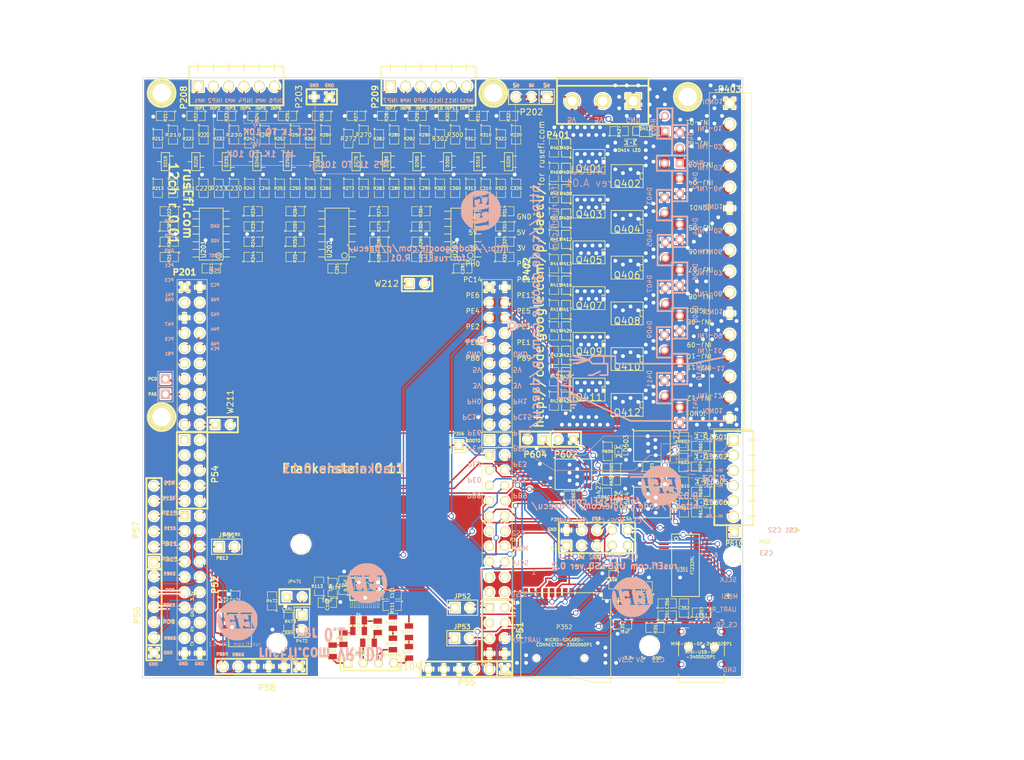
<source format=kicad_pcb>
(kicad_pcb (version 3) (host pcbnew "(2013-07-07 BZR 4022)-stable")
  (title_block (title "High or low side drive board for RUSEFI.com") (rev .01) (company RUSEFI.com) (comment 2 Art_Electro) (comment 3 Art_Electro))
  (layers (15 F.Cu signal) (0 B.Cu signal) (18 B.Paste user) (19 F.Paste user) (20 B.SilkS user) (21 F.SilkS user) (22 B.Mask user) (23 F.Mask user) (28 Edge.Cuts user))
  (net 0 "")
  (net 1 /3.3V)
  (net 2 /5V)
  (net 3 /CAM)
  (net 4 /CAM+)
  (net 5 /CAM-)
  (net 6 /CANH)
  (net 7 /CANL)
  (net 8 /CAN_RX)
  (net 9 /CAN_TX)
  (net 10 /CRANK)
  (net 11 /CRK2+)
  (net 12 /CRK2-)
  (net 13 /CS1)
  (net 14 /CS2)
  (net 15 /CS3)
  (net 16 /CS4)
  (net 17 /CS_SD_MODULE)
  (net 18 /HL1)
  (net 19 /HL2)
  (net 20 /HL3)
  (net 21 /HL4)
  (net 22 /HL5)
  (net 23 /HL6)
  (net 24 /H_IN1)
  (net 25 /H_IN2)
  (net 26 /H_IN3)
  (net 27 /H_IN4)
  (net 28 /H_IN5)
  (net 29 /H_IN6)
  (net 30 /INJ-01)
  (net 31 /INJ-01_2)
  (net 32 /INJ-01_5V)
  (net 33 /INJ-02)
  (net 34 /INJ-02_5V)
  (net 35 /INJ-03)
  (net 36 /INJ-03_5V)
  (net 37 /INJ-04)
  (net 38 /INJ-04_5V)
  (net 39 /INJ-05)
  (net 40 /INJ-05_5V)
  (net 41 /INJ-06)
  (net 42 /INJ-06_5V)
  (net 43 /INJ-07)
  (net 44 /INJ-07_5V)
  (net 45 /INJ-08)
  (net 46 /INJ-08_5V)
  (net 47 /INJ-09)
  (net 48 /INJ-09_5V)
  (net 49 /INJ-10)
  (net 50 /INJ-10_5V)
  (net 51 /INJ-11)
  (net 52 /INJ-11_5V)
  (net 53 /INJ-12)
  (net 54 /INJ-12_5V)
  (net 55 /INP1)
  (net 56 /INP10)
  (net 57 /INP11)
  (net 58 /INP12)
  (net 59 /INP2)
  (net 60 /INP3)
  (net 61 /INP4)
  (net 62 /INP5)
  (net 63 /INP6)
  (net 64 /INP7)
  (net 65 /INP8)
  (net 66 /INP9)
  (net 67 /OUT1)
  (net 68 /OUT10)
  (net 69 /OUT11)
  (net 70 /OUT12)
  (net 71 /OUT2)
  (net 72 /OUT3)
  (net 73 /OUT4)
  (net 74 /OUT5)
  (net 75 /OUT6)
  (net 76 /OUT7)
  (net 77 /OUT8)
  (net 78 /OUT9)
  (net 79 /PA5)
  (net 80 /PA8)
  (net 81 /PB10)
  (net 82 /PB11)
  (net 83 /PB12)
  (net 84 /PB13)
  (net 85 /PB14)
  (net 86 /PB15)
  (net 87 /PC0)
  (net 88 /PC6)
  (net 89 /PD10)
  (net 90 /PD11)
  (net 91 /PD8)
  (net 92 /PD9)
  (net 93 /PE11)
  (net 94 /PE13)
  (net 95 /PE15)
  (net 96 /PE9)
  (net 97 /PH0)
  (net 98 /PH1)
  (net 99 /SPI_MISO)
  (net 100 /SPI_MOSI)
  (net 101 /SPI_SCK)
  (net 102 /USART_RX)
  (net 103 /USART_TX)
  (net 104 /VP)
  (net 105 F-0000107)
  (net 106 F-0000108)
  (net 107 F-0000110)
  (net 108 F-0000112)
  (net 109 F-0000115)
  (net 110 F-0000143)
  (net 111 F-0000144)
  (net 112 F-0000145)
  (net 113 F-0000146)
  (net 114 F-0000147)
  (net 115 F-0000148)
  (net 116 F-0000149)
  (net 117 F-0000150)
  (net 118 F-0000151)
  (net 119 F-0000152)
  (net 120 F-0000153)
  (net 121 F-0000154)
  (net 122 F-0000155)
  (net 123 F-0000156)
  (net 124 F-0000161)
  (net 125 F-0000162)
  (net 126 F-000020)
  (net 127 F-000021)
  (net 128 F-000023)
  (net 129 F-000024)
  (net 130 F-000025)
  (net 131 F-000026)
  (net 132 F-000027)
  (net 133 F-000028)
  (net 134 F-000056)
  (net 135 F-000057)
  (net 136 F-000058)
  (net 137 F-000059)
  (net 138 F-000060)
  (net 139 F-000061)
  (net 140 F-000062)
  (net 141 F-000063)
  (net 142 F-000064)
  (net 143 F-000065)
  (net 144 F-000066)
  (net 145 F-000067)
  (net 146 F-000068)
  (net 147 F-000069)
  (net 148 F-000070)
  (net 149 F-000071)
  (net 150 F-000072)
  (net 151 F-000073)
  (net 152 F-000074)
  (net 153 F-000075)
  (net 154 F-000076)
  (net 155 F-000077)
  (net 156 F-000078)
  (net 157 F-000079)
  (net 158 F-000080)
  (net 159 F-000081)
  (net 160 F-000082)
  (net 161 F-000083)
  (net 162 F-000084)
  (net 163 F-000085)
  (net 164 F-000086)
  (net 165 F-000087)
  (net 166 F-000088)
  (net 167 F-000089)
  (net 168 F-000090)
  (net 169 F-000091)
  (net 170 F-000093)
  (net 171 F-000094)
  (net 172 GND)
  (net 173 N-000001)
  (net 174 N-0000010)
  (net 175 N-0000012)
  (net 176 N-000002)
  (net 177 N-0000020)
  (net 178 N-0000021)
  (net 179 N-0000024)
  (net 180 N-0000025)
  (net 181 N-0000028)
  (net 182 N-0000029)
  (net 183 N-000007)
  (net 184 N-000008)
  (module pin_array_4x2 (layer F.Cu) (at 179.07 184.15 270)
    (fp_text reference P51 (at 0 -3.81 270) (layer F.SilkS) (effects (font (size 1.016 1.016) (thickness 0.2032))))
    (fp_text value CONN_4X2 hide)
    (pad 1 thru_hole rect (at -3.81 1.27 270) (size 1.524 1.524) (drill 1.016) (layers *.Cu *.Mask F.SilkS) (net 80 /PA8))
    (pad 2 thru_hole circle (at -3.81 -1.27 270) (size 1.524 1.524) (drill 1.016) (layers *.Cu *.Mask F.SilkS))
    (pad 3 thru_hole circle (at -1.27 1.27 270) (size 1.524 1.524) (drill 1.016) (layers *.Cu *.Mask F.SilkS))
    (pad 4 thru_hole circle (at -1.27 -1.27 270) (size 1.524 1.524) (drill 1.016) (layers *.Cu *.Mask F.SilkS) (net 29 /H_IN6))
    (pad 5 thru_hole circle (at 1.27 1.27 270) (size 1.524 1.524) (drill 1.016) (layers *.Cu *.Mask F.SilkS) (net 88 /PC6))
    (pad 6 thru_hole circle (at 1.27 -1.27 270) (size 1.524 1.524) (drill 1.016) (layers *.Cu *.Mask F.SilkS) (net 28 /H_IN5))
    (pad 7 thru_hole circle (at 3.81 1.27 270) (size 1.524 1.524) (drill 1.016) (layers *.Cu *.Mask F.SilkS) (net 172 GND))
    (pad 8 thru_hole circle (at 3.81 -1.27 270) (size 1.524 1.524) (drill 1.016) (layers *.Cu *.Mask F.SilkS) (net 172 GND))
  )
  (module PIN_ARRAY_5x2 (layer F.Cu) (at 128.27 157.48 270)
    (fp_text reference P54 (at 0.635 -3.81 270) (layer F.SilkS) (effects (font (size 1.016 1.016) (thickness 0.2032))))
    (fp_text value CONN_5X2 hide)
    (pad 1 thru_hole rect (at -5.08 1.27 270) (size 1.524 1.524) (drill 1.016) (layers *.Cu *.Mask F.SilkS))
    (pad 2 thru_hole circle (at -5.08 -1.27 270) (size 1.524 1.524) (drill 1.016) (layers *.Cu *.Mask F.SilkS))
    (pad 3 thru_hole circle (at -2.54 1.27 270) (size 1.524 1.524) (drill 1.016) (layers *.Cu *.Mask F.SilkS))
    (pad 4 thru_hole circle (at -2.54 -1.27 270) (size 1.524 1.524) (drill 1.016) (layers *.Cu *.Mask F.SilkS))
    (pad 5 thru_hole circle (at 0 1.27 270) (size 1.524 1.524) (drill 1.016) (layers *.Cu *.Mask F.SilkS))
    (pad 6 thru_hole circle (at 0 -1.27 270) (size 1.524 1.524) (drill 1.016) (layers *.Cu *.Mask F.SilkS) (net 26 /H_IN3))
    (pad 7 thru_hole circle (at 2.54 1.27 270) (size 1.524 1.524) (drill 1.016) (layers *.Cu *.Mask F.SilkS) (net 96 /PE9))
    (pad 8 thru_hole circle (at 2.54 -1.27 270) (size 1.524 1.524) (drill 1.016) (layers *.Cu *.Mask F.SilkS) (net 24 /H_IN1))
    (pad 9 thru_hole circle (at 5.08 1.27 270) (size 1.524 1.524) (drill 1.016) (layers *.Cu *.Mask F.SilkS) (net 93 /PE11))
    (pad 10 thru_hole circle (at 5.08 -1.27 270) (size 1.524 1.524) (drill 1.016) (layers *.Cu *.Mask F.SilkS) (net 25 /H_IN2))
  )
  (module PIN_ARRAY_2X1 (layer F.Cu) (at 179.07 152.4)
    (fp_text reference P53 hide)
    (fp_text value CONN_2 hide)
    (pad 1 thru_hole rect (at -1.27 0) (size 1.524 1.524) (drill 1.016) (layers *.Cu *.Mask F.SilkS))
    (pad 2 thru_hole circle (at 1.27 0) (size 1.524 1.524) (drill 1.016) (layers *.Cu *.Mask F.SilkS))
  )
  (module PIN_ARRAY_10X2_M (layer F.Cu) (at 128.27 176.53 270)
    (fp_text reference P52 (at 0 -3.81 270) (layer F.SilkS) (effects (font (size 1.016 1.016) (thickness 0.254))))
    (fp_text value CONN_10X2 hide)
    (pad 1 thru_hole rect (at -11.47064 1.27 270) (size 1.524 1.524) (drill 0.8128) (layers *.Cu *.Mask F.SilkS) (net 94 /PE13))
    (pad 2 thru_hole circle (at -11.47064 -1.27 270) (size 1.524 1.524) (drill 1.016) (layers *.Cu *.Mask F.SilkS) (net 27 /H_IN4))
    (pad 3 thru_hole circle (at -8.93064 1.27 270) (size 1.524 1.524) (drill 1.016) (layers *.Cu *.Mask F.SilkS) (net 95 /PE15))
    (pad 4 thru_hole circle (at -8.93064 -1.27 270) (size 1.524 1.524) (drill 1.016) (layers *.Cu *.Mask F.SilkS) (net 81 /PB10))
    (pad 5 thru_hole circle (at -6.39064 1.27 270) (size 1.524 1.524) (drill 1.016) (layers *.Cu *.Mask F.SilkS) (net 82 /PB11))
    (pad 6 thru_hole circle (at -6.39064 -1.27 270) (size 1.524 1.524) (drill 1.016) (layers *.Cu *.Mask F.SilkS) (net 83 /PB12))
    (pad 7 thru_hole circle (at -3.85064 1.27 270) (size 1.524 1.524) (drill 1.016) (layers *.Cu *.Mask F.SilkS) (net 84 /PB13))
    (pad 8 thru_hole circle (at -3.85064 -1.27 270) (size 1.524 1.524) (drill 1.016) (layers *.Cu *.Mask F.SilkS) (net 85 /PB14))
    (pad 9 thru_hole circle (at -1.31064 1.27 270) (size 1.524 1.524) (drill 1.016) (layers *.Cu *.Mask F.SilkS) (net 86 /PB15))
    (pad 10 thru_hole circle (at -1.31064 -1.27 270) (size 1.524 1.524) (drill 1.016) (layers *.Cu *.Mask F.SilkS) (net 91 /PD8))
    (pad 11 thru_hole circle (at 1.22936 1.27 270) (size 1.524 1.524) (drill 1.016) (layers *.Cu *.Mask F.SilkS) (net 92 /PD9))
    (pad 12 thru_hole circle (at 1.22936 -1.27 270) (size 1.524 1.524) (drill 1.016) (layers *.Cu *.Mask F.SilkS) (net 89 /PD10))
    (pad 13 thru_hole circle (at 3.76936 1.27 270) (size 1.524 1.524) (drill 1.016) (layers *.Cu *.Mask F.SilkS) (net 90 /PD11))
    (pad 14 thru_hole circle (at 3.76936 -1.27 270) (size 1.524 1.524) (drill 1.016) (layers *.Cu *.Mask F.SilkS))
    (pad 15 thru_hole circle (at 6.30936 1.27 270) (size 1.524 1.524) (drill 1.016) (layers *.Cu *.Mask F.SilkS))
    (pad 16 thru_hole circle (at 6.30936 -1.27 270) (size 1.524 1.524) (drill 1.016) (layers *.Cu *.Mask F.SilkS))
    (pad 17 thru_hole circle (at 8.84936 1.27 270) (size 1.524 1.524) (drill 1.016) (layers *.Cu *.Mask F.SilkS))
    (pad 18 thru_hole circle (at 8.84936 -1.27 270) (size 1.524 1.524) (drill 1.016) (layers *.Cu *.Mask F.SilkS))
    (pad 19 thru_hole circle (at 11.38936 1.27 270) (size 1.524 1.524) (drill 1.016) (layers *.Cu *.Mask F.SilkS) (net 172 GND))
    (pad 20 thru_hole circle (at 11.38936 -1.27 270) (size 1.524 1.524) (drill 1.016) (layers *.Cu *.Mask F.SilkS) (net 172 GND))
  )
  (module PIN_ARRAY-6X1 (layer F.Cu) (at 121.92 181.483 90)
    (fp_text reference P56 (at -0.127 -2.794 90) (layer F.SilkS) (effects (font (size 1.016 1.016) (thickness 0.2032))))
    (fp_text value CONN_6 hide)
    (pad 1 thru_hole rect (at -6.35 0 90) (size 1.524 1.524) (drill 1.016) (layers *.Cu *.Mask F.SilkS) (net 172 GND))
    (pad 2 thru_hole circle (at -3.81 0 90) (size 1.524 1.524) (drill 1.016) (layers *.Cu *.Mask F.SilkS) (net 89 /PD10))
    (pad 3 thru_hole circle (at -1.27 0 90) (size 1.524 1.524) (drill 1.016) (layers *.Cu *.Mask F.SilkS) (net 91 /PD8))
    (pad 4 thru_hole circle (at 1.27 0 90) (size 1.524 1.524) (drill 1.016) (layers *.Cu *.Mask F.SilkS) (net 90 /PD11))
    (pad 5 thru_hole circle (at 3.683 0 90) (size 1.524 1.524) (drill 1.016) (layers *.Cu *.Mask F.SilkS) (net 92 /PD9))
    (pad 6 thru_hole circle (at 6.35 0 90) (size 1.524 1.524) (drill 1.016) (layers *.Cu *.Mask F.SilkS) (net 86 /PB15))
  )
  (module PIN_ARRAY-6X1 (layer F.Cu) (at 121.92 166.37 90)
    (fp_text reference P57 (at -1.016 -2.9845 90) (layer F.SilkS) (effects (font (size 1.016 1.016) (thickness 0.2032))))
    (fp_text value CONN_6 hide)
    (pad 1 thru_hole rect (at -6.35 0 90) (size 1.524 1.524) (drill 1.016) (layers *.Cu *.Mask F.SilkS) (net 84 /PB13))
    (pad 2 thru_hole circle (at -3.81 0 90) (size 1.524 1.524) (drill 1.016) (layers *.Cu *.Mask F.SilkS) (net 82 /PB11))
    (pad 3 thru_hole circle (at -1.27 0 90) (size 1.524 1.524) (drill 1.016) (layers *.Cu *.Mask F.SilkS) (net 95 /PE15))
    (pad 4 thru_hole circle (at 1.27 0 90) (size 1.524 1.524) (drill 1.016) (layers *.Cu *.Mask F.SilkS) (net 94 /PE13))
    (pad 5 thru_hole circle (at 3.81 0 90) (size 1.524 1.524) (drill 1.016) (layers *.Cu *.Mask F.SilkS) (net 93 /PE11))
    (pad 6 thru_hole circle (at 6.35 0 90) (size 1.524 1.524) (drill 1.016) (layers *.Cu *.Mask F.SilkS) (net 96 /PE9))
  )
  (module PIN_ARRAY-6X1 (layer F.Cu) (at 139.764 190.119 180)
    (fp_text reference P58 (at -0.9525 -3.556 180) (layer F.SilkS) (effects (font (size 1.016 1.016) (thickness 0.2032))))
    (fp_text value CONN_6 hide)
    (pad 1 thru_hole rect (at -6.35 0 180) (size 1.524 1.524) (drill 1.016) (layers *.Cu *.Mask F.SilkS) (net 172 GND))
    (pad 2 thru_hole circle (at -3.81 0 180) (size 1.524 1.524) (drill 1.016) (layers *.Cu *.Mask F.SilkS) (net 172 GND))
    (pad 3 thru_hole circle (at -1.27 0 180) (size 1.524 1.524) (drill 1.016) (layers *.Cu *.Mask F.SilkS) (net 172 GND))
    (pad 4 thru_hole circle (at 1.27 0 180) (size 1.524 1.524) (drill 1.016) (layers *.Cu *.Mask F.SilkS) (net 172 GND))
    (pad 5 thru_hole circle (at 3.81 0 180) (size 1.524 1.524) (drill 1.016) (layers *.Cu *.Mask F.SilkS) (net 81 /PB10))
    (pad 6 thru_hole circle (at 6.35 0 180) (size 1.524 1.524) (drill 1.016) (layers *.Cu *.Mask F.SilkS) (net 85 /PB14))
  )
  (module PIN_ARRAY_2_A (layer F.Cu) (at 173.292 180.34)
    (fp_text reference JP52 (at 0 -1.905) (layer F.SilkS) (effects (font (size 0.762 0.762) (thickness 0.1524))))
    (fp_text value JUMPER hide)
    (pad 1 thru_hole rect (at -1.27 0) (size 1.524 1.524) (drill 1.016) (layers *.Cu *.Mask F.SilkS) (net 10 /CRANK))
    (pad 2 thru_hole circle (at 1.27 0) (size 1.524 1.524) (drill 1.016) (layers *.Cu *.Mask F.SilkS) (net 80 /PA8))
  )
  (module PIN_ARRAY_2_A (layer F.Cu) (at 173.228 185.42)
    (fp_text reference JP53 (at 0 -1.905) (layer F.SilkS) (effects (font (size 0.762 0.762) (thickness 0.1524))))
    (fp_text value JUMPER hide)
    (pad 1 thru_hole rect (at -1.27 0) (size 1.524 1.524) (drill 1.016) (layers *.Cu *.Mask F.SilkS) (net 3 /CAM))
    (pad 2 thru_hole circle (at 1.27 0) (size 1.524 1.524) (drill 1.016) (layers *.Cu *.Mask F.SilkS) (net 88 /PC6))
  )
  (module PIN_ARRAY_2_A (layer F.Cu) (at 134.048 170.18)
    (fp_text reference JP51 (at 0 -1.905) (layer F.SilkS) (effects (font (size 0.762 0.762) (thickness 0.1524))))
    (fp_text value JUMPER hide)
    (pad 1 thru_hole rect (at -1.27 0) (size 1.524 1.524) (drill 1.016) (layers *.Cu *.Mask F.SilkS) (net 83 /PB12))
    (pad 2 thru_hole circle (at 1.27 0) (size 1.524 1.524) (drill 1.016) (layers *.Cu *.Mask F.SilkS) (net 8 /CAN_RX))
  )
  (module PIN_ARRAY-6X1 (layer F.Cu) (at 173.99 190.564 180)
    (fp_text reference P55 (at 0 -2.159 180) (layer F.SilkS) (effects (font (size 1.016 1.016) (thickness 0.2032))))
    (fp_text value CONN_6 hide)
    (pad 1 thru_hole rect (at -6.35 0 180) (size 1.524 1.524) (drill 1.016) (layers *.Cu *.Mask F.SilkS) (net 172 GND))
    (pad 2 thru_hole circle (at -3.81 0 180) (size 1.524 1.524) (drill 1.016) (layers *.Cu *.Mask F.SilkS) (net 28 /H_IN5))
    (pad 3 thru_hole circle (at -1.27 0.0635 180) (size 1.524 1.524) (drill 1.016) (layers *.Cu *.Mask F.SilkS) (net 29 /H_IN6))
    (pad 4 thru_hole circle (at 1.27 0 180) (size 1.524 1.524) (drill 1.016) (layers *.Cu *.Mask F.SilkS) (net 172 GND))
    (pad 5 thru_hole circle (at 3.81 0 180) (size 1.524 1.524) (drill 1.016) (layers *.Cu *.Mask F.SilkS) (net 172 GND))
    (pad 6 thru_hole circle (at 6.35 0 180) (size 1.524 1.524) (drill 1.016) (layers *.Cu *.Mask F.SilkS) (net 172 GND))
  )
  (module PIN_ARRAY_1 (layer F.Cu) (at 218.567 167.767 180)
    (fp_text reference P610 (at 0 -1.905 180) (layer F.SilkS) (effects (font (size 0.762 0.762) (thickness 0.1524))))
    (fp_text value CONN_1 hide)
    (pad 1 thru_hole rect (at 0 0 180) (size 1.524 1.524) (drill 1.016) (layers *.Cu *.Mask F.SilkS) (net 104 /VP))
  )
  (module SM0805 (layer F.Cu) (at 161.586 178.126)
    (fp_text reference C101 (at 0 -0.3175 90) (layer F.SilkS) (effects (font (size 0.50038 0.50038) (thickness 0.10922))))
    (fp_text value 1000pF hide)
    (pad 1 smd rect (at -0.9525 0) (size 0.889 1.397) (layers F.Cu F.Paste F.Mask) (net 130 F-000025))
    (pad 2 smd rect (at 0.9525 0) (size 0.889 1.397) (layers F.Cu F.Paste F.Mask) (net 131 F-000026))
  )
  (module SM0805 (layer F.Cu) (at 155.998 184.222)
    (fp_text reference C102 (at 0 -0.3175 90) (layer F.SilkS) (effects (font (size 0.50038 0.50038) (thickness 0.10922))))
    (fp_text value 1000pF hide)
    (pad 1 smd rect (at -0.9525 0) (size 0.889 1.397) (layers F.Cu F.Paste F.Mask) (net 132 F-000027))
    (pad 2 smd rect (at 0.9525 0) (size 0.889 1.397) (layers F.Cu F.Paste F.Mask) (net 133 F-000028))
  )
  (module SM0805 (layer F.Cu) (at 153.458 176.602 90)
    (fp_text reference C104 (at 0 -0.3175 180) (layer F.SilkS) (effects (font (size 0.50038 0.50038) (thickness 0.10922))))
    (fp_text value 0.1uF (at 0 0.381 90) (layer F.SilkS) (effects (font (size 0.50038 0.50038) (thickness 0.10922))))
    (pad 1 smd rect (at -0.9525 0 90) (size 0.889 1.397) (layers F.Cu F.Paste F.Mask) (net 2 /5V))
    (pad 2 smd rect (at 0.9525 0 90) (size 0.889 1.397) (layers F.Cu F.Paste F.Mask) (net 172 GND))
  )
  (module SM0805 (layer F.Cu) (at 164.38 187.778 90)
    (fp_text reference R102 (at 0 -0.3175 180) (layer F.SilkS) (effects (font (size 0.50038 0.50038) (thickness 0.10922))))
    (fp_text value 5k hide)
    (pad 1 smd rect (at -0.9525 0 90) (size 0.889 1.397) (layers F.Cu F.Paste F.Mask) (net 11 /CRK2+))
    (pad 2 smd rect (at 0.9525 0 90) (size 0.889 1.397) (layers F.Cu F.Paste F.Mask) (net 126 F-000020))
  )
  (module SM0805 (layer F.Cu) (at 161.713 186.381 90)
    (fp_text reference R103 (at 0 -0.3175 180) (layer F.SilkS) (effects (font (size 0.50038 0.50038) (thickness 0.10922))))
    (fp_text value 5k hide)
    (pad 1 smd rect (at -0.9525 0 90) (size 0.889 1.397) (layers F.Cu F.Paste F.Mask) (net 12 /CRK2-))
    (pad 2 smd rect (at 0.9525 0 90) (size 0.889 1.397) (layers F.Cu F.Paste F.Mask) (net 129 F-000024))
  )
  (module SM0805 (layer F.Cu) (at 157.649 186.191)
    (fp_text reference R104 (at 0 -0.3175 90) (layer F.SilkS) (effects (font (size 0.50038 0.50038) (thickness 0.10922))))
    (fp_text value 5k hide)
    (pad 1 smd rect (at -0.9525 0) (size 0.889 1.397) (layers F.Cu F.Paste F.Mask) (net 5 /CAM-))
    (pad 2 smd rect (at 0.9525 0) (size 0.889 1.397) (layers F.Cu F.Paste F.Mask) (net 127 F-000021))
  )
  (module SM0805 (layer F.Cu) (at 151.68 187.524 90)
    (fp_text reference R106 (at 0 -0.3175 180) (layer F.SilkS) (effects (font (size 0.50038 0.50038) (thickness 0.10922))))
    (fp_text value 5k hide)
    (pad 1 smd rect (at -0.9525 0 90) (size 0.889 1.397) (layers F.Cu F.Paste F.Mask) (net 4 /CAM+))
    (pad 2 smd rect (at 0.9525 0 90) (size 0.889 1.397) (layers F.Cu F.Paste F.Mask) (net 128 F-000023))
  )
  (module SM0805 (layer F.Cu) (at 164.38 184.349 90)
    (fp_text reference R107 (at 0 -0.3175 180) (layer F.SilkS) (effects (font (size 0.50038 0.50038) (thickness 0.10922))))
    (fp_text value 5k hide)
    (pad 1 smd rect (at -0.9525 0 90) (size 0.889 1.397) (layers F.Cu F.Paste F.Mask) (net 126 F-000020))
    (pad 2 smd rect (at 0.9525 0 90) (size 0.889 1.397) (layers F.Cu F.Paste F.Mask) (net 131 F-000026))
  )
  (module SM0805 (layer F.Cu) (at 161.713 182.825 90)
    (fp_text reference R108 (at 0 -0.3175 180) (layer F.SilkS) (effects (font (size 0.50038 0.50038) (thickness 0.10922))))
    (fp_text value 5k hide)
    (pad 1 smd rect (at -0.9525 0 90) (size 0.889 1.397) (layers F.Cu F.Paste F.Mask) (net 129 F-000024))
    (pad 2 smd rect (at 0.9525 0 90) (size 0.889 1.397) (layers F.Cu F.Paste F.Mask) (net 130 F-000025))
  )
  (module SM0805 (layer F.Cu) (at 159.173 183.524 90)
    (fp_text reference R109 (at 0 -0.3175 180) (layer F.SilkS) (effects (font (size 0.50038 0.50038) (thickness 0.10922))))
    (fp_text value 5k hide)
    (pad 1 smd rect (at -0.9525 0 90) (size 0.889 1.397) (layers F.Cu F.Paste F.Mask) (net 127 F-000021))
    (pad 2 smd rect (at 0.9525 0 90) (size 0.889 1.397) (layers F.Cu F.Paste F.Mask) (net 133 F-000028))
  )
  (module SM0805 (layer F.Cu) (at 153.458 185.492 90)
    (fp_text reference R110 (at 0 -0.3175 180) (layer F.SilkS) (effects (font (size 0.50038 0.50038) (thickness 0.10922))))
    (fp_text value 5k hide)
    (pad 1 smd rect (at -0.9525 0 90) (size 0.889 1.397) (layers F.Cu F.Paste F.Mask) (net 128 F-000023))
    (pad 2 smd rect (at 0.9525 0 90) (size 0.889 1.397) (layers F.Cu F.Paste F.Mask) (net 132 F-000027))
  )
  (module SM0805 (layer F.Cu) (at 161.586 180.031 180)
    (fp_text reference R111 (at 0 -0.3175 270) (layer F.SilkS) (effects (font (size 0.50038 0.50038) (thickness 0.10922))))
    (fp_text value 5k hide)
    (pad 1 smd rect (at -0.9525 0 180) (size 0.889 1.397) (layers F.Cu F.Paste F.Mask) (net 130 F-000025))
    (pad 2 smd rect (at 0.9525 0 180) (size 0.889 1.397) (layers F.Cu F.Paste F.Mask) (net 131 F-000026))
  )
  (module SM0805 (layer F.Cu) (at 155.998 182.444)
    (fp_text reference R112 (at 0 -0.3175 90) (layer F.SilkS) (effects (font (size 0.50038 0.50038) (thickness 0.10922))))
    (fp_text value 5k hide)
    (pad 1 smd rect (at -0.9525 0) (size 0.889 1.397) (layers F.Cu F.Paste F.Mask) (net 132 F-000027))
    (pad 2 smd rect (at 0.9525 0) (size 0.889 1.397) (layers F.Cu F.Paste F.Mask) (net 133 F-000028))
  )
  (module SM0805 (layer F.Cu) (at 149.416 176.784 90)
    (fp_text reference R113 (at 0 -0.3175 180) (layer F.SilkS) (effects (font (size 0.50038 0.50038) (thickness 0.10922))))
    (fp_text value 10k hide)
    (pad 1 smd rect (at -0.9525 0 90) (size 0.889 1.397) (layers F.Cu F.Paste F.Mask) (net 2 /5V))
    (pad 2 smd rect (at 0.9525 0 90) (size 0.889 1.397) (layers F.Cu F.Paste F.Mask) (net 10 /CRANK))
  )
  (module SM0805 (layer F.Cu) (at 151.68 176.983 270)
    (fp_text reference R114 (at 0 -0.3175 360) (layer F.SilkS) (effects (font (size 0.50038 0.50038) (thickness 0.10922))))
    (fp_text value 10k (at 0 0.381 270) (layer F.SilkS) (effects (font (size 0.50038 0.50038) (thickness 0.10922))))
    (pad 1 smd rect (at -0.9525 0 270) (size 0.889 1.397) (layers F.Cu F.Paste F.Mask) (net 3 /CAM))
    (pad 2 smd rect (at 0.9525 0 270) (size 0.889 1.397) (layers F.Cu F.Paste F.Mask) (net 2 /5V))
  )
  (module maxim-10-QSOP16 (layer F.Cu) (at 157.014 177.237 180)
    (fp_text reference U101 (at 0.254 0.381 180) (layer F.SilkS) (effects (font (size 1.27 1.27) (thickness 0.0889))))
    (fp_text value MAX9926/9927 hide)
    (pad 1 smd rect (at -2.2225 2.68986 180) (size 0.44958 1.4986) (layers F.Cu F.Paste F.Mask) (net 172 GND))
    (pad 2 smd rect (at -1.5875 2.68986 180) (size 0.44958 1.4986) (layers F.Cu F.Paste F.Mask))
    (pad 3 smd rect (at -0.9525 2.68986 180) (size 0.44958 1.4986) (layers F.Cu F.Paste F.Mask) (net 172 GND))
    (pad 4 smd rect (at -0.3175 2.68986 180) (size 0.44958 1.4986) (layers F.Cu F.Paste F.Mask) (net 10 /CRANK))
    (pad 5 smd rect (at 0.3175 2.68986 180) (size 0.44958 1.4986) (layers F.Cu F.Paste F.Mask) (net 3 /CAM))
    (pad 6 smd rect (at 0.9525 2.68986 180) (size 0.44958 1.4986) (layers F.Cu F.Paste F.Mask) (net 172 GND))
    (pad 7 smd rect (at 1.5875 2.68986 180) (size 0.44958 1.4986) (layers F.Cu F.Paste F.Mask))
    (pad 8 smd rect (at 2.2225 2.68986 180) (size 0.44958 1.4986) (layers F.Cu F.Paste F.Mask) (net 172 GND))
    (pad 9 smd rect (at 2.2225 -2.68986 180) (size 0.44958 1.4986) (layers F.Cu F.Paste F.Mask) (net 132 F-000027))
    (pad 10 smd rect (at 1.5875 -2.68986 180) (size 0.44958 1.4986) (layers F.Cu F.Paste F.Mask) (net 133 F-000028))
    (pad 11 smd rect (at 0.9525 -2.68986 180) (size 0.44958 1.4986) (layers F.Cu F.Paste F.Mask) (net 172 GND))
    (pad 12 smd rect (at 0.3175 -2.68986 180) (size 0.44958 1.4986) (layers F.Cu F.Paste F.Mask) (net 172 GND))
    (pad 13 smd rect (at -0.3175 -2.68986 180) (size 0.44958 1.4986) (layers F.Cu F.Paste F.Mask) (net 172 GND))
    (pad 14 smd rect (at -0.9525 -2.68986 180) (size 0.44958 1.4986) (layers F.Cu F.Paste F.Mask) (net 2 /5V))
    (pad 15 smd rect (at -1.5875 -2.68986 180) (size 0.44958 1.4986) (layers F.Cu F.Paste F.Mask) (net 130 F-000025))
    (pad 16 smd rect (at -2.2225 -2.68986 180) (size 0.44958 1.4986) (layers F.Cu F.Paste F.Mask) (net 131 F-000026))
  )
  (module PIN_ARRAY_4x1 (layer F.Cu) (at 158.03 189.556)
    (fp_text reference P104 (at 6.35 0.635) (layer F.SilkS) (effects (font (size 1.016 1.016) (thickness 0.2032))))
    (fp_text value CONN_4 hide)
    (pad 1 thru_hole rect (at -3.81 0) (size 1.524 1.524) (drill 1.016) (layers *.Cu *.Mask F.SilkS) (net 4 /CAM+))
    (pad 2 thru_hole circle (at -1.27 0) (size 1.524 1.524) (drill 1.016) (layers *.Cu *.Mask F.SilkS) (net 5 /CAM-))
    (pad 3 thru_hole circle (at 1.27 0) (size 1.524 1.524) (drill 1.016) (layers *.Cu *.Mask F.SilkS) (net 12 /CRK2-))
    (pad 4 thru_hole circle (at 3.81 0) (size 1.524 1.524) (drill 1.016) (layers *.Cu *.Mask F.SilkS) (net 11 /CRK2+))
  )
  (module SM0805 (layer F.Cu) (at 150.791 179.523 180)
    (fp_text reference C103 (at 0 -0.3175 270) (layer F.SilkS) (effects (font (size 0.50038 0.50038) (thickness 0.10922))))
    (fp_text value 10uF (at 0 0.381 180) (layer F.SilkS) (effects (font (size 0.50038 0.50038) (thickness 0.10922))))
    (pad 1 smd rect (at -0.9525 0 180) (size 0.889 1.397) (layers F.Cu F.Paste F.Mask) (net 172 GND))
    (pad 2 smd rect (at 0.9525 0 180) (size 0.889 1.397) (layers F.Cu F.Paste F.Mask) (net 2 /5V))
  )
  (module LOGO_F (layer B.Cu) (at 157.39525 176.22125 180)
    (fp_text reference G101 hide)
    (fp_text value LOGO hide)
  )
  (module PIN_ARRAY_3X1 (layer F.Cu) (at 184.785 95.25 180)
    (fp_text reference P202 (at 0 -2.54 180) (layer F.SilkS) (effects (font (size 1.016 1.016) (thickness 0.1524))))
    (fp_text value CONN_3 hide)
    (pad 1 thru_hole rect (at -2.54 0 180) (size 1.524 1.524) (drill 1.016) (layers *.Cu *.Mask F.SilkS) (net 2 /5V))
    (pad 2 thru_hole circle (at 0 0 180) (size 1.524 1.524) (drill 1.016) (layers *.Cu *.Mask F.SilkS) (net 2 /5V))
    (pad 3 thru_hole circle (at 2.54 0 180) (size 1.524 1.524) (drill 1.016) (layers *.Cu *.Mask F.SilkS) (net 2 /5V))
  )
  (module sot23 (layer F.Cu) (at 133.985 106.045 90)
    (fp_text reference D230 (at 0 0 90) (layer F.SilkS) (effects (font (size 0.50038 0.50038) (thickness 0.09906))))
    (fp_text value DOUBLE_SCHOTTKY hide)
    (pad 1 smd rect (at -0.9525 1.05664 90) (size 0.59944 1.00076) (layers F.Cu F.Paste F.Mask) (net 172 GND))
    (pad 2 smd rect (at 0 -1.05664 90) (size 0.59944 1.00076) (layers F.Cu F.Paste F.Mask) (net 170 F-000093))
    (pad 3 smd rect (at 0.9525 1.05664 90) (size 0.59944 1.00076) (layers F.Cu F.Paste F.Mask) (net 2 /5V))
  )
  (module sot23 (layer F.Cu) (at 170.815 106.045 90)
    (fp_text reference D300 (at 0 0 90) (layer F.SilkS) (effects (font (size 0.50038 0.50038) (thickness 0.09906))))
    (fp_text value DOUBLE_SCHOTTKY hide)
    (pad 1 smd rect (at -0.9525 1.05664 90) (size 0.59944 1.00076) (layers F.Cu F.Paste F.Mask) (net 172 GND))
    (pad 2 smd rect (at 0 -1.05664 90) (size 0.59944 1.00076) (layers F.Cu F.Paste F.Mask) (net 139 F-000061))
    (pad 3 smd rect (at 0.9525 1.05664 90) (size 0.59944 1.00076) (layers F.Cu F.Paste F.Mask) (net 2 /5V))
  )
  (module sot23 (layer F.Cu) (at 165.735 106.045 90)
    (fp_text reference D290 (at 0 0 90) (layer F.SilkS) (effects (font (size 0.50038 0.50038) (thickness 0.09906))))
    (fp_text value DOUBLE_SCHOTTKY hide)
    (pad 1 smd rect (at -0.9525 1.05664 90) (size 0.59944 1.00076) (layers F.Cu F.Paste F.Mask) (net 172 GND))
    (pad 2 smd rect (at 0 -1.05664 90) (size 0.59944 1.00076) (layers F.Cu F.Paste F.Mask) (net 140 F-000062))
    (pad 3 smd rect (at 0.9525 1.05664 90) (size 0.59944 1.00076) (layers F.Cu F.Paste F.Mask) (net 2 /5V))
  )
  (module sot23 (layer F.Cu) (at 128.905 106.045 90)
    (fp_text reference D220 (at 0 0 90) (layer F.SilkS) (effects (font (size 0.50038 0.50038) (thickness 0.09906))))
    (fp_text value DOUBLE_SCHOTTKY hide)
    (pad 1 smd rect (at -0.9525 1.05664 90) (size 0.59944 1.00076) (layers F.Cu F.Paste F.Mask) (net 172 GND))
    (pad 2 smd rect (at 0 -1.05664 90) (size 0.59944 1.00076) (layers F.Cu F.Paste F.Mask) (net 165 F-000087))
    (pad 3 smd rect (at 0.9525 1.05664 90) (size 0.59944 1.00076) (layers F.Cu F.Paste F.Mask) (net 2 /5V))
  )
  (module sot23 (layer F.Cu) (at 139.065 106.045 90)
    (fp_text reference D240 (at 0 0 90) (layer F.SilkS) (effects (font (size 0.50038 0.50038) (thickness 0.09906))))
    (fp_text value DOUBLE_SCHOTTKY hide)
    (pad 1 smd rect (at -0.9525 1.05664 90) (size 0.59944 1.00076) (layers F.Cu F.Paste F.Mask) (net 172 GND))
    (pad 2 smd rect (at 0 -1.05664 90) (size 0.59944 1.00076) (layers F.Cu F.Paste F.Mask) (net 169 F-000091))
    (pad 3 smd rect (at 0.9525 1.05664 90) (size 0.59944 1.00076) (layers F.Cu F.Paste F.Mask) (net 2 /5V))
  )
  (module sot23 (layer F.Cu) (at 123.825 106.045 90)
    (fp_text reference D210 (at 0 0 90) (layer F.SilkS) (effects (font (size 0.50038 0.50038) (thickness 0.09906))))
    (fp_text value DOUBLE_SCHOTTKY hide)
    (pad 1 smd rect (at -0.9525 1.05664 90) (size 0.59944 1.00076) (layers F.Cu F.Paste F.Mask) (net 172 GND))
    (pad 2 smd rect (at 0 -1.05664 90) (size 0.59944 1.00076) (layers F.Cu F.Paste F.Mask) (net 156 F-000078))
    (pad 3 smd rect (at 0.9525 1.05664 90) (size 0.59944 1.00076) (layers F.Cu F.Paste F.Mask) (net 2 /5V))
  )
  (module sot23 (layer F.Cu) (at 149.225 106.045 90)
    (fp_text reference D260 (at 0 0 90) (layer F.SilkS) (effects (font (size 0.50038 0.50038) (thickness 0.09906))))
    (fp_text value DOUBLE_SCHOTTKY hide)
    (pad 1 smd rect (at -0.9525 1.05664 90) (size 0.59944 1.00076) (layers F.Cu F.Paste F.Mask) (net 172 GND))
    (pad 2 smd rect (at 0 -1.05664 90) (size 0.59944 1.00076) (layers F.Cu F.Paste F.Mask) (net 151 F-000073))
    (pad 3 smd rect (at 0.9525 1.05664 90) (size 0.59944 1.00076) (layers F.Cu F.Paste F.Mask) (net 2 /5V))
  )
  (module sot23 (layer F.Cu) (at 144.145 106.045 90)
    (fp_text reference D250 (at 0 0 90) (layer F.SilkS) (effects (font (size 0.50038 0.50038) (thickness 0.09906))))
    (fp_text value DOUBLE_SCHOTTKY hide)
    (pad 1 smd rect (at -0.9525 1.05664 90) (size 0.59944 1.00076) (layers F.Cu F.Paste F.Mask) (net 172 GND))
    (pad 2 smd rect (at 0 -1.05664 90) (size 0.59944 1.00076) (layers F.Cu F.Paste F.Mask) (net 144 F-000066))
    (pad 3 smd rect (at 0.9525 1.05664 90) (size 0.59944 1.00076) (layers F.Cu F.Paste F.Mask) (net 2 /5V))
  )
  (module sot23 (layer F.Cu) (at 160.655 106.045 90)
    (fp_text reference D280 (at 0 0 90) (layer F.SilkS) (effects (font (size 0.50038 0.50038) (thickness 0.09906))))
    (fp_text value DOUBLE_SCHOTTKY hide)
    (pad 1 smd rect (at -0.9525 1.05664 90) (size 0.59944 1.00076) (layers F.Cu F.Paste F.Mask) (net 172 GND))
    (pad 2 smd rect (at 0 -1.05664 90) (size 0.59944 1.00076) (layers F.Cu F.Paste F.Mask) (net 134 F-000056))
    (pad 3 smd rect (at 0.9525 1.05664 90) (size 0.59944 1.00076) (layers F.Cu F.Paste F.Mask) (net 2 /5V))
  )
  (module sot23 (layer F.Cu) (at 155.575 106.045 90)
    (fp_text reference D270 (at 0 0 90) (layer F.SilkS) (effects (font (size 0.50038 0.50038) (thickness 0.09906))))
    (fp_text value DOUBLE_SCHOTTKY hide)
    (pad 1 smd rect (at -0.9525 1.05664 90) (size 0.59944 1.00076) (layers F.Cu F.Paste F.Mask) (net 172 GND))
    (pad 2 smd rect (at 0 -1.05664 90) (size 0.59944 1.00076) (layers F.Cu F.Paste F.Mask) (net 137 F-000059))
    (pad 3 smd rect (at 0.9525 1.05664 90) (size 0.59944 1.00076) (layers F.Cu F.Paste F.Mask) (net 2 /5V))
  )
  (module so-14 (layer F.Cu) (at 131.445 118.11 90)
    (fp_text reference U201 (at -2.54 -1.27 90) (layer F.SilkS) (effects (font (size 0.7493 0.7493) (thickness 0.14986))))
    (fp_text value LMV324IDR hide)
    (pad 1 smd rect (at -3.81 2.794 90) (size 0.635 1.27) (layers F.Cu F.Paste F.Mask) (net 138 F-000060))
    (pad 2 smd rect (at -2.54 2.794 90) (size 0.635 1.27) (layers F.Cu F.Paste F.Mask) (net 138 F-000060))
    (pad 3 smd rect (at -1.27 2.794 90) (size 0.635 1.27) (layers F.Cu F.Paste F.Mask) (net 160 F-000082))
    (pad 4 smd rect (at 0 2.794 90) (size 0.635 1.27) (layers F.Cu F.Paste F.Mask) (net 2 /5V))
    (pad 5 smd rect (at 1.27 2.794 90) (size 0.635 1.27) (layers F.Cu F.Paste F.Mask) (net 161 F-000083))
    (pad 6 smd rect (at 2.54 2.794 90) (size 0.635 1.27) (layers F.Cu F.Paste F.Mask) (net 171 F-000094))
    (pad 7 smd rect (at 3.81 2.794 90) (size 0.635 1.27) (layers F.Cu F.Paste F.Mask) (net 171 F-000094))
    (pad 8 smd rect (at 3.81 -2.794 90) (size 0.635 1.27) (layers F.Cu F.Paste F.Mask) (net 136 F-000058))
    (pad 9 smd rect (at 2.54 -2.794 90) (size 0.635 1.27) (layers F.Cu F.Paste F.Mask) (net 136 F-000058))
    (pad 10 smd rect (at 1.27 -2.794 90) (size 0.635 1.27) (layers F.Cu F.Paste F.Mask) (net 164 F-000086))
    (pad 11 smd rect (at 0 -2.794 90) (size 0.635 1.27) (layers F.Cu F.Paste F.Mask) (net 172 GND))
    (pad 12 smd rect (at -1.27 -2.794 90) (size 0.635 1.27) (layers F.Cu F.Paste F.Mask) (net 166 F-000088))
    (pad 13 smd rect (at -2.54 -2.794 90) (size 0.635 1.27) (layers F.Cu F.Paste F.Mask) (net 135 F-000057))
    (pad 14 smd rect (at -3.81 -2.794 90) (size 0.635 1.27) (layers F.Cu F.Paste F.Mask) (net 135 F-000057))
  )
  (module so-14 (layer F.Cu) (at 152.4 118.11 90)
    (fp_text reference U202 (at -2.54 -1.27 90) (layer F.SilkS) (effects (font (size 0.7493 0.7493) (thickness 0.14986))))
    (fp_text value LMV324IDR hide)
    (pad 1 smd rect (at -3.81 2.794 90) (size 0.635 1.27) (layers F.Cu F.Paste F.Mask) (net 168 F-000090))
    (pad 2 smd rect (at -2.54 2.794 90) (size 0.635 1.27) (layers F.Cu F.Paste F.Mask) (net 168 F-000090))
    (pad 3 smd rect (at -1.27 2.794 90) (size 0.635 1.27) (layers F.Cu F.Paste F.Mask) (net 163 F-000085))
    (pad 4 smd rect (at 0 2.794 90) (size 0.635 1.27) (layers F.Cu F.Paste F.Mask) (net 2 /5V))
    (pad 5 smd rect (at 1.27 2.794 90) (size 0.635 1.27) (layers F.Cu F.Paste F.Mask) (net 162 F-000084))
    (pad 6 smd rect (at 2.54 2.794 90) (size 0.635 1.27) (layers F.Cu F.Paste F.Mask) (net 158 F-000080))
    (pad 7 smd rect (at 3.81 2.794 90) (size 0.635 1.27) (layers F.Cu F.Paste F.Mask) (net 158 F-000080))
    (pad 8 smd rect (at 3.81 -2.794 90) (size 0.635 1.27) (layers F.Cu F.Paste F.Mask) (net 159 F-000081))
    (pad 9 smd rect (at 2.54 -2.794 90) (size 0.635 1.27) (layers F.Cu F.Paste F.Mask) (net 159 F-000081))
    (pad 10 smd rect (at 1.27 -2.794 90) (size 0.635 1.27) (layers F.Cu F.Paste F.Mask) (net 167 F-000089))
    (pad 11 smd rect (at 0 -2.794 90) (size 0.635 1.27) (layers F.Cu F.Paste F.Mask) (net 172 GND))
    (pad 12 smd rect (at -1.27 -2.794 90) (size 0.635 1.27) (layers F.Cu F.Paste F.Mask) (net 155 F-000077))
    (pad 13 smd rect (at -2.54 -2.794 90) (size 0.635 1.27) (layers F.Cu F.Paste F.Mask) (net 157 F-000079))
    (pad 14 smd rect (at -3.81 -2.794 90) (size 0.635 1.27) (layers F.Cu F.Paste F.Mask) (net 157 F-000079))
  )
  (module so-14 (layer F.Cu) (at 173.355 118.11 90)
    (fp_text reference U203 (at -2.54 -1.27 90) (layer F.SilkS) (effects (font (size 0.7493 0.7493) (thickness 0.14986))))
    (fp_text value LMV324IDR hide)
    (pad 1 smd rect (at -3.81 2.794 90) (size 0.635 1.27) (layers F.Cu F.Paste F.Mask) (net 147 F-000069))
    (pad 2 smd rect (at -2.54 2.794 90) (size 0.635 1.27) (layers F.Cu F.Paste F.Mask) (net 147 F-000069))
    (pad 3 smd rect (at -1.27 2.794 90) (size 0.635 1.27) (layers F.Cu F.Paste F.Mask) (net 149 F-000071))
    (pad 4 smd rect (at 0 2.794 90) (size 0.635 1.27) (layers F.Cu F.Paste F.Mask) (net 2 /5V))
    (pad 5 smd rect (at 1.27 2.794 90) (size 0.635 1.27) (layers F.Cu F.Paste F.Mask) (net 148 F-000070))
    (pad 6 smd rect (at 2.54 2.794 90) (size 0.635 1.27) (layers F.Cu F.Paste F.Mask) (net 146 F-000068))
    (pad 7 smd rect (at 3.81 2.794 90) (size 0.635 1.27) (layers F.Cu F.Paste F.Mask) (net 146 F-000068))
    (pad 8 smd rect (at 3.81 -2.794 90) (size 0.635 1.27) (layers F.Cu F.Paste F.Mask) (net 141 F-000063))
    (pad 9 smd rect (at 2.54 -2.794 90) (size 0.635 1.27) (layers F.Cu F.Paste F.Mask) (net 141 F-000063))
    (pad 10 smd rect (at 1.27 -2.794 90) (size 0.635 1.27) (layers F.Cu F.Paste F.Mask) (net 145 F-000067))
    (pad 11 smd rect (at 0 -2.794 90) (size 0.635 1.27) (layers F.Cu F.Paste F.Mask) (net 172 GND))
    (pad 12 smd rect (at -1.27 -2.794 90) (size 0.635 1.27) (layers F.Cu F.Paste F.Mask) (net 143 F-000065))
    (pad 13 smd rect (at -2.54 -2.794 90) (size 0.635 1.27) (layers F.Cu F.Paste F.Mask) (net 142 F-000064))
    (pad 14 smd rect (at -3.81 -2.794 90) (size 0.635 1.27) (layers F.Cu F.Paste F.Mask) (net 142 F-000064))
  )
  (module sot23 (layer F.Cu) (at 175.895 106.045 90)
    (fp_text reference D310 (at 0 0 90) (layer F.SilkS) (effects (font (size 0.50038 0.50038) (thickness 0.09906))))
    (fp_text value DOUBLE_SCHOTTKY hide)
    (pad 1 smd rect (at -0.9525 1.05664 90) (size 0.59944 1.00076) (layers F.Cu F.Paste F.Mask) (net 172 GND))
    (pad 2 smd rect (at 0 -1.05664 90) (size 0.59944 1.00076) (layers F.Cu F.Paste F.Mask) (net 152 F-000074))
    (pad 3 smd rect (at 0.9525 1.05664 90) (size 0.59944 1.00076) (layers F.Cu F.Paste F.Mask) (net 2 /5V))
  )
  (module sot23 (layer F.Cu) (at 180.975 106.045 90)
    (fp_text reference D320 (at 0 0 90) (layer F.SilkS) (effects (font (size 0.50038 0.50038) (thickness 0.09906))))
    (fp_text value DOUBLE_SCHOTTKY hide)
    (pad 1 smd rect (at -0.9525 1.05664 90) (size 0.59944 1.00076) (layers F.Cu F.Paste F.Mask) (net 172 GND))
    (pad 2 smd rect (at 0 -1.05664 90) (size 0.59944 1.00076) (layers F.Cu F.Paste F.Mask) (net 150 F-000072))
    (pad 3 smd rect (at 0.9525 1.05664 90) (size 0.59944 1.00076) (layers F.Cu F.Paste F.Mask) (net 2 /5V))
  )
  (module PIN_ARRAY_1 (layer B.Cu) (at 123.825 144.78)
    (fp_text reference P204 hide)
    (fp_text value CONN_1 hide)
    (pad 1 thru_hole rect (at 0 0) (size 1.524 1.524) (drill 1.016) (layers *.Cu *.Mask B.SilkS) (net 79 /PA5))
  )
  (module PIN_ARRAY_1 (layer B.Cu) (at 123.825 142.24 180)
    (fp_text reference P205 hide)
    (fp_text value CONN_1 hide)
    (pad 1 thru_hole rect (at 0 0 180) (size 1.524 1.524) (drill 1.016) (layers *.Cu *.Mask B.SilkS) (net 87 /PC0))
  )
  (module SIL-2 (layer F.Cu) (at 149.86 95.25 180)
    (fp_text reference P203 (at 3.81 0 270) (layer F.SilkS) (effects (font (size 1.016 1.016) (thickness 0.1524))))
    (fp_text value CONN_2 hide)
    (pad 1 thru_hole rect (at -1.27 0 180) (size 1.397 1.397) (drill 0.8128) (layers *.Cu *.Mask F.SilkS) (net 172 GND))
    (pad 2 thru_hole circle (at 1.27 0 180) (size 1.397 1.397) (drill 0.8128) (layers *.Cu *.Mask F.SilkS) (net 172 GND))
  )
  (module SIL-2 (layer F.Cu) (at 165.735 126.365)
    (fp_text reference W212 (at -5.08 0) (layer F.SilkS) (effects (font (size 1.016 1.016) (thickness 0.1524))))
    (fp_text value TEST hide)
    (pad 1 thru_hole rect (at -1.27 0) (size 1.397 1.397) (drill 0.8128) (layers *.Cu *.Mask F.SilkS) (net 70 /OUT12))
    (pad 2 thru_hole circle (at 1.27 0) (size 1.397 1.397) (drill 0.8128) (layers *.Cu *.Mask F.SilkS) (net 153 F-000075))
  )
  (module SIL-2 (layer F.Cu) (at 133.35 149.86)
    (fp_text reference W211 (at 1.27 -3.81 90) (layer F.SilkS) (effects (font (size 1.016 1.016) (thickness 0.1524))))
    (fp_text value TEST hide)
    (pad 1 thru_hole rect (at -1.27 0) (size 1.397 1.397) (drill 0.8128) (layers *.Cu *.Mask F.SilkS) (net 69 /OUT11))
    (pad 2 thru_hole circle (at 1.27 0) (size 1.397 1.397) (drill 0.8128) (layers *.Cu *.Mask F.SilkS) (net 154 F-000076))
  )
  (module LOGO_F (layer B.Cu) (at 176.403 114.173 90)
    (fp_text reference G201 hide)
    (fp_text value LOGO hide)
  )
  (module SM0805 (layer F.Cu) (at 131.445 123.825 180)
    (fp_text reference C211 (at 0 0 270) (layer F.SilkS) (effects (font (size 0.50038 0.50038) (thickness 0.10922))))
    (fp_text value 0.1uF hide)
    (pad 1 smd rect (at -0.9525 0 180) (size 0.889 1.397) (layers F.Cu F.Paste F.Mask) (net 2 /5V))
    (pad 2 smd rect (at 0.9525 0 180) (size 0.889 1.397) (layers F.Cu F.Paste F.Mask) (net 172 GND))
  )
  (module SM0805 (layer F.Cu) (at 173.355 123.825)
    (fp_text reference C291 (at 0 0 90) (layer F.SilkS) (effects (font (size 0.50038 0.50038) (thickness 0.10922))))
    (fp_text value 0.1uF hide)
    (pad 1 smd rect (at -0.9525 0) (size 0.889 1.397) (layers F.Cu F.Paste F.Mask) (net 172 GND))
    (pad 2 smd rect (at 0.9525 0) (size 0.889 1.397) (layers F.Cu F.Paste F.Mask) (net 2 /5V))
  )
  (module SM0805 (layer F.Cu) (at 152.4 123.825 180)
    (fp_text reference C251 (at 0 0 270) (layer F.SilkS) (effects (font (size 0.50038 0.50038) (thickness 0.10922))))
    (fp_text value 0.1uF hide)
    (pad 1 smd rect (at -0.9525 0 180) (size 0.889 1.397) (layers F.Cu F.Paste F.Mask) (net 2 /5V))
    (pad 2 smd rect (at 0.9525 0 180) (size 0.889 1.397) (layers F.Cu F.Paste F.Mask) (net 172 GND))
  )
  (module SM0805 (layer F.Cu) (at 124.46 119.38)
    (fp_text reference R215 (at 0 0 90) (layer F.SilkS) (effects (font (size 0.50038 0.50038) (thickness 0.10922))))
    (fp_text value 1500 hide)
    (pad 1 smd rect (at -0.9525 0) (size 0.889 1.397) (layers F.Cu F.Paste F.Mask) (net 67 /OUT1))
    (pad 2 smd rect (at 0.9525 0) (size 0.889 1.397) (layers F.Cu F.Paste F.Mask) (net 172 GND))
  )
  (module SM0805 (layer F.Cu) (at 124.46 121.92 180)
    (fp_text reference R214 (at 0 0 270) (layer F.SilkS) (effects (font (size 0.50038 0.50038) (thickness 0.10922))))
    (fp_text value 1500 hide)
    (pad 1 smd rect (at -0.9525 0 180) (size 0.889 1.397) (layers F.Cu F.Paste F.Mask) (net 135 F-000057))
    (pad 2 smd rect (at 0.9525 0 180) (size 0.889 1.397) (layers F.Cu F.Paste F.Mask) (net 67 /OUT1))
  )
  (module SM0805 (layer F.Cu) (at 123.825 98.425 180)
    (fp_text reference R211 (at 0 0 270) (layer F.SilkS) (effects (font (size 0.50038 0.50038) (thickness 0.10922))))
    (fp_text value 500K hide)
    (pad 1 smd rect (at -0.9525 0 180) (size 0.889 1.397) (layers F.Cu F.Paste F.Mask) (net 55 /INP1))
    (pad 2 smd rect (at 0.9525 0 180) (size 0.889 1.397) (layers F.Cu F.Paste F.Mask) (net 172 GND))
  )
  (module SM0805 (layer F.Cu) (at 124.46 116.84)
    (fp_text reference R225 (at 0 0 90) (layer F.SilkS) (effects (font (size 0.50038 0.50038) (thickness 0.10922))))
    (fp_text value 1500 hide)
    (pad 1 smd rect (at -0.9525 0) (size 0.889 1.397) (layers F.Cu F.Paste F.Mask) (net 71 /OUT2))
    (pad 2 smd rect (at 0.9525 0) (size 0.889 1.397) (layers F.Cu F.Paste F.Mask) (net 172 GND))
  )
  (module SM0805 (layer F.Cu) (at 124.46 114.3 180)
    (fp_text reference R224 (at 0 0 270) (layer F.SilkS) (effects (font (size 0.50038 0.50038) (thickness 0.10922))))
    (fp_text value 1500 hide)
    (pad 1 smd rect (at -0.9525 0 180) (size 0.889 1.397) (layers F.Cu F.Paste F.Mask) (net 136 F-000058))
    (pad 2 smd rect (at 0.9525 0 180) (size 0.889 1.397) (layers F.Cu F.Paste F.Mask) (net 71 /OUT2))
  )
  (module SM0805 (layer F.Cu) (at 128.905 98.425 180)
    (fp_text reference R221 (at 0 0 270) (layer F.SilkS) (effects (font (size 0.50038 0.50038) (thickness 0.10922))))
    (fp_text value 500K hide)
    (pad 1 smd rect (at -0.9525 0 180) (size 0.889 1.397) (layers F.Cu F.Paste F.Mask) (net 59 /INP2))
    (pad 2 smd rect (at 0.9525 0 180) (size 0.889 1.397) (layers F.Cu F.Paste F.Mask) (net 172 GND))
  )
  (module SM0805 (layer F.Cu) (at 138.43 116.84 180)
    (fp_text reference R235 (at 0 0 270) (layer F.SilkS) (effects (font (size 0.50038 0.50038) (thickness 0.10922))))
    (fp_text value 1500 hide)
    (pad 1 smd rect (at -0.9525 0 180) (size 0.889 1.397) (layers F.Cu F.Paste F.Mask) (net 72 /OUT3))
    (pad 2 smd rect (at 0.9525 0 180) (size 0.889 1.397) (layers F.Cu F.Paste F.Mask) (net 172 GND))
  )
  (module SM0805 (layer F.Cu) (at 138.43 114.3)
    (fp_text reference R234 (at 0 0 90) (layer F.SilkS) (effects (font (size 0.50038 0.50038) (thickness 0.10922))))
    (fp_text value 1500 hide)
    (pad 1 smd rect (at -0.9525 0) (size 0.889 1.397) (layers F.Cu F.Paste F.Mask) (net 171 F-000094))
    (pad 2 smd rect (at 0.9525 0) (size 0.889 1.397) (layers F.Cu F.Paste F.Mask) (net 72 /OUT3))
  )
  (module SM0805 (layer F.Cu) (at 133.985 98.425 180)
    (fp_text reference R231 (at 0 0 270) (layer F.SilkS) (effects (font (size 0.50038 0.50038) (thickness 0.10922))))
    (fp_text value 500K hide)
    (pad 1 smd rect (at -0.9525 0 180) (size 0.889 1.397) (layers F.Cu F.Paste F.Mask) (net 60 /INP3))
    (pad 2 smd rect (at 0.9525 0 180) (size 0.889 1.397) (layers F.Cu F.Paste F.Mask) (net 172 GND))
  )
  (module SM0805 (layer F.Cu) (at 139.065 98.425 180)
    (fp_text reference R241 (at 0 0 270) (layer F.SilkS) (effects (font (size 0.50038 0.50038) (thickness 0.10922))))
    (fp_text value 500K hide)
    (pad 1 smd rect (at -0.9525 0 180) (size 0.889 1.397) (layers F.Cu F.Paste F.Mask) (net 61 /INP4))
    (pad 2 smd rect (at 0.9525 0 180) (size 0.889 1.397) (layers F.Cu F.Paste F.Mask) (net 172 GND))
  )
  (module SM0805 (layer F.Cu) (at 138.43 121.92)
    (fp_text reference R244 (at 0 0 90) (layer F.SilkS) (effects (font (size 0.50038 0.50038) (thickness 0.10922))))
    (fp_text value 1500 hide)
    (pad 1 smd rect (at -0.9525 0) (size 0.889 1.397) (layers F.Cu F.Paste F.Mask) (net 138 F-000060))
    (pad 2 smd rect (at 0.9525 0) (size 0.889 1.397) (layers F.Cu F.Paste F.Mask) (net 73 /OUT4))
  )
  (module SM0805 (layer F.Cu) (at 138.43 119.38 180)
    (fp_text reference R245 (at 0 0 270) (layer F.SilkS) (effects (font (size 0.50038 0.50038) (thickness 0.10922))))
    (fp_text value 1500 hide)
    (pad 1 smd rect (at -0.9525 0 180) (size 0.889 1.397) (layers F.Cu F.Paste F.Mask) (net 73 /OUT4))
    (pad 2 smd rect (at 0.9525 0 180) (size 0.889 1.397) (layers F.Cu F.Paste F.Mask) (net 172 GND))
  )
  (module SM0805 (layer F.Cu) (at 122.555 110.49 270)
    (fp_text reference R213 (at 0 0 360) (layer F.SilkS) (effects (font (size 0.50038 0.50038) (thickness 0.10922))))
    (fp_text value 100 hide)
    (pad 1 smd rect (at -0.9525 0 270) (size 0.889 1.397) (layers F.Cu F.Paste F.Mask) (net 156 F-000078))
    (pad 2 smd rect (at 0.9525 0 270) (size 0.889 1.397) (layers F.Cu F.Paste F.Mask) (net 166 F-000088))
  )
  (module SM0805 (layer F.Cu) (at 125.095 101.6 270)
    (fp_text reference R210 (at 0 0 360) (layer F.SilkS) (effects (font (size 0.50038 0.7) (thickness 0.10922))))
    (fp_text value 2700 hide)
    (pad 1 smd rect (at -0.9525 0 270) (size 0.889 1.397) (layers F.Cu F.Paste F.Mask) (net 55 /INP1))
    (pad 2 smd rect (at 0.9525 0 270) (size 0.889 1.397) (layers F.Cu F.Paste F.Mask) (net 2 /5V))
  )
  (module SM0805 (layer F.Cu) (at 130.175 110.49 270)
    (fp_text reference C220 (at 0 0 360) (layer F.SilkS) (effects (font (size 0.7 0.7) (thickness 0.10922))))
    (fp_text value 0.01uF hide)
    (pad 1 smd rect (at -0.9525 0 270) (size 0.889 1.397) (layers F.Cu F.Paste F.Mask) (net 172 GND))
    (pad 2 smd rect (at 0.9525 0 270) (size 0.889 1.397) (layers F.Cu F.Paste F.Mask) (net 164 F-000086))
  )
  (module SM0805 (layer F.Cu) (at 125.095 110.49 270)
    (fp_text reference C210 (at 0 0 360) (layer F.SilkS) (effects (font (size 0.50038 0.50038) (thickness 0.10922))))
    (fp_text value 0.01uF hide)
    (pad 1 smd rect (at -0.9525 0 270) (size 0.889 1.397) (layers F.Cu F.Paste F.Mask) (net 172 GND))
    (pad 2 smd rect (at 0.9525 0 270) (size 0.889 1.397) (layers F.Cu F.Paste F.Mask) (net 166 F-000088))
  )
  (module SM0805 (layer F.Cu) (at 127.635 110.49 270)
    (fp_text reference R223 (at 0 0 360) (layer F.SilkS) (effects (font (size 0.50038 0.50038) (thickness 0.10922))))
    (fp_text value 100 hide)
    (pad 1 smd rect (at -0.9525 0 270) (size 0.889 1.397) (layers F.Cu F.Paste F.Mask) (net 165 F-000087))
    (pad 2 smd rect (at 0.9525 0 270) (size 0.889 1.397) (layers F.Cu F.Paste F.Mask) (net 164 F-000086))
  )
  (module SM0805 (layer F.Cu) (at 130.175 101.6 270)
    (fp_text reference R220 (at 0 0 360) (layer F.SilkS) (effects (font (size 0.7 0.50038) (thickness 0.10922))))
    (fp_text value 2700 hide)
    (pad 1 smd rect (at -0.9525 0 270) (size 0.889 1.397) (layers F.Cu F.Paste F.Mask) (net 59 /INP2))
    (pad 2 smd rect (at 0.9525 0 270) (size 0.889 1.397) (layers F.Cu F.Paste F.Mask) (net 2 /5V))
  )
  (module SM0805 (layer F.Cu) (at 132.715 110.49 270)
    (fp_text reference R233 (at 0 0 360) (layer F.SilkS) (effects (font (size 0.7 0.7) (thickness 0.10922))))
    (fp_text value 100 hide)
    (pad 1 smd rect (at -0.9525 0 270) (size 0.889 1.397) (layers F.Cu F.Paste F.Mask) (net 170 F-000093))
    (pad 2 smd rect (at 0.9525 0 270) (size 0.889 1.397) (layers F.Cu F.Paste F.Mask) (net 161 F-000083))
  )
  (module SM0805 (layer F.Cu) (at 135.255 101.6 270)
    (fp_text reference R230 (at 0 0 360) (layer F.SilkS) (effects (font (size 0.50038 0.7) (thickness 0.10922))))
    (fp_text value 2700 hide)
    (pad 1 smd rect (at -0.9525 0 270) (size 0.889 1.397) (layers F.Cu F.Paste F.Mask) (net 60 /INP3))
    (pad 2 smd rect (at 0.9525 0 270) (size 0.889 1.397) (layers F.Cu F.Paste F.Mask) (net 2 /5V))
  )
  (module SM0805 (layer F.Cu) (at 137.795 110.49 270)
    (fp_text reference R243 (at 0 0 360) (layer F.SilkS) (effects (font (size 0.50038 0.50038) (thickness 0.10922))))
    (fp_text value 100 hide)
    (pad 1 smd rect (at -0.9525 0 270) (size 0.889 1.397) (layers F.Cu F.Paste F.Mask) (net 169 F-000091))
    (pad 2 smd rect (at 0.9525 0 270) (size 0.889 1.397) (layers F.Cu F.Paste F.Mask) (net 160 F-000082))
  )
  (module SM0805 (layer F.Cu) (at 140.335 101.6 270)
    (fp_text reference R240 (at 0 0 360) (layer F.SilkS) (effects (font (size 0.7 0.50038) (thickness 0.10922))))
    (fp_text value 2700 hide)
    (pad 1 smd rect (at -0.9525 0 270) (size 0.889 1.397) (layers F.Cu F.Paste F.Mask) (net 61 /INP4))
    (pad 2 smd rect (at 0.9525 0 270) (size 0.889 1.397) (layers F.Cu F.Paste F.Mask) (net 2 /5V))
  )
  (module SM0805 (layer F.Cu) (at 145.415 119.38)
    (fp_text reference R255 (at 0 0 90) (layer F.SilkS) (effects (font (size 0.50038 0.50038) (thickness 0.10922))))
    (fp_text value 1500 hide)
    (pad 1 smd rect (at -0.9525 0) (size 0.889 1.397) (layers F.Cu F.Paste F.Mask) (net 74 /OUT5))
    (pad 2 smd rect (at 0.9525 0) (size 0.889 1.397) (layers F.Cu F.Paste F.Mask) (net 172 GND))
  )
  (module SM0805 (layer F.Cu) (at 150.495 101.6 270)
    (fp_text reference R260 (at 0 0 360) (layer F.SilkS) (effects (font (size 0.50038 0.50038) (thickness 0.10922))))
    (fp_text value 2700 hide)
    (pad 1 smd rect (at -0.9525 0 270) (size 0.889 1.397) (layers F.Cu F.Paste F.Mask) (net 63 /INP6))
    (pad 2 smd rect (at 0.9525 0 270) (size 0.889 1.397) (layers F.Cu F.Paste F.Mask) (net 2 /5V))
  )
  (module SM0805 (layer F.Cu) (at 147.955 110.49 270)
    (fp_text reference R263 (at 0 0 360) (layer F.SilkS) (effects (font (size 0.50038 0.50038) (thickness 0.10922))))
    (fp_text value 100 hide)
    (pad 1 smd rect (at -0.9525 0 270) (size 0.889 1.397) (layers F.Cu F.Paste F.Mask) (net 151 F-000073))
    (pad 2 smd rect (at 0.9525 0 270) (size 0.889 1.397) (layers F.Cu F.Paste F.Mask) (net 167 F-000089))
  )
  (module SM0805 (layer F.Cu) (at 145.415 101.6 270)
    (fp_text reference R250 (at 0 0 360) (layer F.SilkS) (effects (font (size 0.50038 0.50038) (thickness 0.10922))))
    (fp_text value 2700 hide)
    (pad 1 smd rect (at -0.9525 0 270) (size 0.889 1.397) (layers F.Cu F.Paste F.Mask) (net 62 /INP5))
    (pad 2 smd rect (at 0.9525 0 270) (size 0.889 1.397) (layers F.Cu F.Paste F.Mask) (net 2 /5V))
  )
  (module SM0805 (layer F.Cu) (at 142.875 110.49 270)
    (fp_text reference R253 (at 0 0 360) (layer F.SilkS) (effects (font (size 0.50038 0.50038) (thickness 0.10922))))
    (fp_text value 100 hide)
    (pad 1 smd rect (at -0.9525 0 270) (size 0.889 1.397) (layers F.Cu F.Paste F.Mask) (net 144 F-000066))
    (pad 2 smd rect (at 0.9525 0 270) (size 0.889 1.397) (layers F.Cu F.Paste F.Mask) (net 155 F-000077))
  )
  (module SM0805 (layer F.Cu) (at 127.635 102.235 270)
    (fp_text reference R222 (at 0 0 360) (layer F.SilkS) (effects (font (size 0.50038 0.50038) (thickness 0.10922))))
    (fp_text value 10k hide)
    (pad 1 smd rect (at -0.9525 0 270) (size 0.889 1.397) (layers F.Cu F.Paste F.Mask) (net 59 /INP2))
    (pad 2 smd rect (at 0.9525 0 270) (size 0.889 1.397) (layers F.Cu F.Paste F.Mask) (net 165 F-000087))
  )
  (module SM0805 (layer F.Cu) (at 122.555 102.235 270)
    (fp_text reference R212 (at 0 0 360) (layer F.SilkS) (effects (font (size 0.50038 0.50038) (thickness 0.10922))))
    (fp_text value 10k hide)
    (pad 1 smd rect (at -0.9525 0 270) (size 0.889 1.397) (layers F.Cu F.Paste F.Mask) (net 55 /INP1))
    (pad 2 smd rect (at 0.9525 0 270) (size 0.889 1.397) (layers F.Cu F.Paste F.Mask) (net 156 F-000078))
  )
  (module SM0805 (layer F.Cu) (at 144.145 98.425 180)
    (fp_text reference R251 (at 0 0 270) (layer F.SilkS) (effects (font (size 0.50038 0.50038) (thickness 0.10922))))
    (fp_text value 500K hide)
    (pad 1 smd rect (at -0.9525 0 180) (size 0.889 1.397) (layers F.Cu F.Paste F.Mask) (net 62 /INP5))
    (pad 2 smd rect (at 0.9525 0 180) (size 0.889 1.397) (layers F.Cu F.Paste F.Mask) (net 172 GND))
  )
  (module SM0805 (layer F.Cu) (at 145.415 121.92 180)
    (fp_text reference R254 (at 0 0 270) (layer F.SilkS) (effects (font (size 0.50038 0.50038) (thickness 0.10922))))
    (fp_text value 1500 hide)
    (pad 1 smd rect (at -0.9525 0 180) (size 0.889 1.397) (layers F.Cu F.Paste F.Mask) (net 157 F-000079))
    (pad 2 smd rect (at 0.9525 0 180) (size 0.889 1.397) (layers F.Cu F.Paste F.Mask) (net 74 /OUT5))
  )
  (module SM0805 (layer F.Cu) (at 166.37 119.38)
    (fp_text reference R295 (at 0 0 90) (layer F.SilkS) (effects (font (size 0.50038 0.50038) (thickness 0.10922))))
    (fp_text value 1500 hide)
    (pad 1 smd rect (at -0.9525 0) (size 0.889 1.397) (layers F.Cu F.Paste F.Mask) (net 78 /OUT9))
    (pad 2 smd rect (at 0.9525 0) (size 0.889 1.397) (layers F.Cu F.Paste F.Mask) (net 172 GND))
  )
  (module SM0805 (layer F.Cu) (at 166.37 121.92 180)
    (fp_text reference R294 (at 0 0 270) (layer F.SilkS) (effects (font (size 0.50038 0.50038) (thickness 0.10922))))
    (fp_text value 1500 hide)
    (pad 1 smd rect (at -0.9525 0 180) (size 0.889 1.397) (layers F.Cu F.Paste F.Mask) (net 142 F-000064))
    (pad 2 smd rect (at 0.9525 0 180) (size 0.889 1.397) (layers F.Cu F.Paste F.Mask) (net 78 /OUT9))
  )
  (module SM0805 (layer F.Cu) (at 165.735 98.425 180)
    (fp_text reference R291 (at 0 0 270) (layer F.SilkS) (effects (font (size 0.50038 0.50038) (thickness 0.10922))))
    (fp_text value 500K hide)
    (pad 1 smd rect (at -0.9525 0 180) (size 0.889 1.397) (layers F.Cu F.Paste F.Mask) (net 66 /INP9))
    (pad 2 smd rect (at 0.9525 0 180) (size 0.889 1.397) (layers F.Cu F.Paste F.Mask) (net 172 GND))
  )
  (module SM0805 (layer F.Cu) (at 170.815 98.425 180)
    (fp_text reference R301 (at 0 0 270) (layer F.SilkS) (effects (font (size 0.50038 0.50038) (thickness 0.10922))))
    (fp_text value 500K hide)
    (pad 1 smd rect (at -0.9525 0 180) (size 0.889 1.397) (layers F.Cu F.Paste F.Mask) (net 56 /INP10))
    (pad 2 smd rect (at 0.9525 0 180) (size 0.889 1.397) (layers F.Cu F.Paste F.Mask) (net 172 GND))
  )
  (module SM0805 (layer F.Cu) (at 166.37 114.3 180)
    (fp_text reference R304 (at 0 0 270) (layer F.SilkS) (effects (font (size 0.50038 0.50038) (thickness 0.10922))))
    (fp_text value 1500 hide)
    (pad 1 smd rect (at -0.9525 0 180) (size 0.889 1.397) (layers F.Cu F.Paste F.Mask) (net 141 F-000063))
    (pad 2 smd rect (at 0.9525 0 180) (size 0.889 1.397) (layers F.Cu F.Paste F.Mask) (net 68 /OUT10))
  )
  (module SM0805 (layer F.Cu) (at 166.37 116.84)
    (fp_text reference R305 (at 0 0 90) (layer F.SilkS) (effects (font (size 0.50038 0.50038) (thickness 0.10922))))
    (fp_text value 1500 hide)
    (pad 1 smd rect (at -0.9525 0) (size 0.889 1.397) (layers F.Cu F.Paste F.Mask) (net 68 /OUT10))
    (pad 2 smd rect (at 0.9525 0) (size 0.889 1.397) (layers F.Cu F.Paste F.Mask) (net 172 GND))
  )
  (module SM0805 (layer F.Cu) (at 164.465 110.49 270)
    (fp_text reference R293 (at 0 0 360) (layer F.SilkS) (effects (font (size 0.50038 0.50038) (thickness 0.10922))))
    (fp_text value 100 hide)
    (pad 1 smd rect (at -0.9525 0 270) (size 0.889 1.397) (layers F.Cu F.Paste F.Mask) (net 140 F-000062))
    (pad 2 smd rect (at 0.9525 0 270) (size 0.889 1.397) (layers F.Cu F.Paste F.Mask) (net 143 F-000065))
  )
  (module SM0805 (layer F.Cu) (at 167.005 110.49 270)
    (fp_text reference C290 (at 0 0 360) (layer F.SilkS) (effects (font (size 0.50038 0.50038) (thickness 0.10922))))
    (fp_text value 0.01uF hide)
    (pad 1 smd rect (at -0.9525 0 270) (size 0.889 1.397) (layers F.Cu F.Paste F.Mask) (net 172 GND))
    (pad 2 smd rect (at 0.9525 0 270) (size 0.889 1.397) (layers F.Cu F.Paste F.Mask) (net 143 F-000065))
  )
  (module SM0805 (layer F.Cu) (at 167.005 101.6 270)
    (fp_text reference R290 (at 0 0 360) (layer F.SilkS) (effects (font (size 0.50038 0.50038) (thickness 0.10922))))
    (fp_text value 2700 hide)
    (pad 1 smd rect (at -0.9525 0 270) (size 0.889 1.397) (layers F.Cu F.Paste F.Mask) (net 66 /INP9))
    (pad 2 smd rect (at 0.9525 0 270) (size 0.889 1.397) (layers F.Cu F.Paste F.Mask) (net 2 /5V))
  )
  (module SM0805 (layer F.Cu) (at 169.545 110.49 270)
    (fp_text reference R303 (at 0 0 360) (layer F.SilkS) (effects (font (size 0.50038 0.50038) (thickness 0.10922))))
    (fp_text value 100 hide)
    (pad 1 smd rect (at -0.9525 0 270) (size 0.889 1.397) (layers F.Cu F.Paste F.Mask) (net 139 F-000061))
    (pad 2 smd rect (at 0.9525 0 270) (size 0.889 1.397) (layers F.Cu F.Paste F.Mask) (net 145 F-000067))
  )
  (module SM0805 (layer F.Cu) (at 172.085 110.49 270)
    (fp_text reference C300 (at 0 0 360) (layer F.SilkS) (effects (font (size 0.50038 0.50038) (thickness 0.10922))))
    (fp_text value 0.01uF hide)
    (pad 1 smd rect (at -0.9525 0 270) (size 0.889 1.397) (layers F.Cu F.Paste F.Mask) (net 172 GND))
    (pad 2 smd rect (at 0.9525 0 270) (size 0.889 1.397) (layers F.Cu F.Paste F.Mask) (net 145 F-000067))
  )
  (module SM0805 (layer F.Cu) (at 172.085 101.6 270)
    (fp_text reference R300 (at 0 0 360) (layer F.SilkS) (effects (font (size 0.7 0.7) (thickness 0.10922))))
    (fp_text value 2700 hide)
    (pad 1 smd rect (at -0.9525 0 270) (size 0.889 1.397) (layers F.Cu F.Paste F.Mask) (net 56 /INP10))
    (pad 2 smd rect (at 0.9525 0 270) (size 0.889 1.397) (layers F.Cu F.Paste F.Mask) (net 2 /5V))
  )
  (module SM0805 (layer F.Cu) (at 135.255 110.49 270)
    (fp_text reference C230 (at 0 0 360) (layer F.SilkS) (effects (font (size 0.7 0.7) (thickness 0.10922))))
    (fp_text value 0.01uF hide)
    (pad 1 smd rect (at -0.9525 0 270) (size 0.889 1.397) (layers F.Cu F.Paste F.Mask) (net 172 GND))
    (pad 2 smd rect (at 0.9525 0 270) (size 0.889 1.397) (layers F.Cu F.Paste F.Mask) (net 161 F-000083))
  )
  (module SM0805 (layer F.Cu) (at 140.335 110.49 270)
    (fp_text reference C240 (at 0 0 360) (layer F.SilkS) (effects (font (size 0.50038 0.50038) (thickness 0.10922))))
    (fp_text value 0.01uF hide)
    (pad 1 smd rect (at -0.9525 0 270) (size 0.889 1.397) (layers F.Cu F.Paste F.Mask) (net 172 GND))
    (pad 2 smd rect (at 0.9525 0 270) (size 0.889 1.397) (layers F.Cu F.Paste F.Mask) (net 160 F-000082))
  )
  (module SM0805 (layer F.Cu) (at 145.415 110.49 270)
    (fp_text reference C250 (at 0 0 360) (layer F.SilkS) (effects (font (size 0.50038 0.50038) (thickness 0.10922))))
    (fp_text value 0.01uF hide)
    (pad 1 smd rect (at -0.9525 0 270) (size 0.889 1.397) (layers F.Cu F.Paste F.Mask) (net 172 GND))
    (pad 2 smd rect (at 0.9525 0 270) (size 0.889 1.397) (layers F.Cu F.Paste F.Mask) (net 155 F-000077))
  )
  (module SM0805 (layer F.Cu) (at 150.495 110.49 270)
    (fp_text reference C260 (at 0 0 360) (layer F.SilkS) (effects (font (size 0.50038 0.50038) (thickness 0.10922))))
    (fp_text value 0.01uF hide)
    (pad 1 smd rect (at -0.9525 0 270) (size 0.889 1.397) (layers F.Cu F.Paste F.Mask) (net 172 GND))
    (pad 2 smd rect (at 0.9525 0 270) (size 0.889 1.397) (layers F.Cu F.Paste F.Mask) (net 167 F-000089))
  )
  (module SM0805 (layer F.Cu) (at 149.86 98.425 180)
    (fp_text reference R261 (at 0 0 270) (layer F.SilkS) (effects (font (size 0.50038 0.50038) (thickness 0.10922))))
    (fp_text value 500K hide)
    (pad 1 smd rect (at -0.9525 0 180) (size 0.889 1.397) (layers F.Cu F.Paste F.Mask) (net 63 /INP6))
    (pad 2 smd rect (at 0.9525 0 180) (size 0.889 1.397) (layers F.Cu F.Paste F.Mask) (net 172 GND))
  )
  (module SM0805 (layer F.Cu) (at 161.925 110.49 270)
    (fp_text reference C280 (at 0 0 360) (layer F.SilkS) (effects (font (size 0.50038 0.50038) (thickness 0.10922))))
    (fp_text value 0.01uF hide)
    (pad 1 smd rect (at -0.9525 0 270) (size 0.889 1.397) (layers F.Cu F.Paste F.Mask) (net 172 GND))
    (pad 2 smd rect (at 0.9525 0 270) (size 0.889 1.397) (layers F.Cu F.Paste F.Mask) (net 163 F-000085))
  )
  (module SM0805 (layer F.Cu) (at 156.845 110.49 270)
    (fp_text reference C270 (at 0 0 360) (layer F.SilkS) (effects (font (size 0.50038 0.50038) (thickness 0.10922))))
    (fp_text value 0.01uF hide)
    (pad 1 smd rect (at -0.9525 0 270) (size 0.889 1.397) (layers F.Cu F.Paste F.Mask) (net 172 GND))
    (pad 2 smd rect (at 0.9525 0 270) (size 0.889 1.397) (layers F.Cu F.Paste F.Mask) (net 162 F-000084))
  )
  (module SM0805 (layer F.Cu) (at 159.385 114.3)
    (fp_text reference R274 (at 0 0 90) (layer F.SilkS) (effects (font (size 0.50038 0.50038) (thickness 0.10922))))
    (fp_text value 1500 hide)
    (pad 1 smd rect (at -0.9525 0) (size 0.889 1.397) (layers F.Cu F.Paste F.Mask) (net 158 F-000080))
    (pad 2 smd rect (at 0.9525 0) (size 0.889 1.397) (layers F.Cu F.Paste F.Mask) (net 76 /OUT7))
  )
  (module SM0805 (layer F.Cu) (at 159.385 116.84 180)
    (fp_text reference R275 (at 0 0 270) (layer F.SilkS) (effects (font (size 0.50038 0.50038) (thickness 0.10922))))
    (fp_text value 1500 hide)
    (pad 1 smd rect (at -0.9525 0 180) (size 0.889 1.397) (layers F.Cu F.Paste F.Mask) (net 76 /OUT7))
    (pad 2 smd rect (at 0.9525 0 180) (size 0.889 1.397) (layers F.Cu F.Paste F.Mask) (net 172 GND))
  )
  (module SM0805 (layer F.Cu) (at 161.925 101.6 270)
    (fp_text reference R280 (at 0 0 360) (layer F.SilkS) (effects (font (size 0.50038 0.50038) (thickness 0.10922))))
    (fp_text value 2700 hide)
    (pad 1 smd rect (at -0.9525 0 270) (size 0.889 1.397) (layers F.Cu F.Paste F.Mask) (net 65 /INP8))
    (pad 2 smd rect (at 0.9525 0 270) (size 0.889 1.397) (layers F.Cu F.Paste F.Mask) (net 2 /5V))
  )
  (module SM0805 (layer F.Cu) (at 159.385 110.49 270)
    (fp_text reference R283 (at 0 0 360) (layer F.SilkS) (effects (font (size 0.50038 0.50038) (thickness 0.10922))))
    (fp_text value 100 hide)
    (pad 1 smd rect (at -0.9525 0 270) (size 0.889 1.397) (layers F.Cu F.Paste F.Mask) (net 134 F-000056))
    (pad 2 smd rect (at 0.9525 0 270) (size 0.889 1.397) (layers F.Cu F.Paste F.Mask) (net 163 F-000085))
  )
  (module SM0805 (layer F.Cu) (at 156.845 101.6 270)
    (fp_text reference R270 (at 0 0 360) (layer F.SilkS) (effects (font (size 0.7 0.7) (thickness 0.10922))))
    (fp_text value 2700 hide)
    (pad 1 smd rect (at -0.9525 0 270) (size 0.889 1.397) (layers F.Cu F.Paste F.Mask) (net 64 /INP7))
    (pad 2 smd rect (at 0.9525 0 270) (size 0.889 1.397) (layers F.Cu F.Paste F.Mask) (net 2 /5V))
  )
  (module SM0805 (layer F.Cu) (at 154.305 110.49 270)
    (fp_text reference R273 (at 0 0 360) (layer F.SilkS) (effects (font (size 0.50038 0.50038) (thickness 0.10922))))
    (fp_text value 100 hide)
    (pad 1 smd rect (at -0.9525 0 270) (size 0.889 1.397) (layers F.Cu F.Paste F.Mask) (net 137 F-000059))
    (pad 2 smd rect (at 0.9525 0 270) (size 0.889 1.397) (layers F.Cu F.Paste F.Mask) (net 162 F-000084))
  )
  (module SM0805 (layer F.Cu) (at 159.385 119.38 180)
    (fp_text reference R285 (at 0 0 270) (layer F.SilkS) (effects (font (size 0.50038 0.50038) (thickness 0.10922))))
    (fp_text value 1500 hide)
    (pad 1 smd rect (at -0.9525 0 180) (size 0.889 1.397) (layers F.Cu F.Paste F.Mask) (net 77 /OUT8))
    (pad 2 smd rect (at 0.9525 0 180) (size 0.889 1.397) (layers F.Cu F.Paste F.Mask) (net 172 GND))
  )
  (module SM0805 (layer F.Cu) (at 159.385 121.92)
    (fp_text reference R284 (at 0 0 90) (layer F.SilkS) (effects (font (size 0.50038 0.50038) (thickness 0.10922))))
    (fp_text value 1500 hide)
    (pad 1 smd rect (at -0.9525 0) (size 0.889 1.397) (layers F.Cu F.Paste F.Mask) (net 168 F-000090))
    (pad 2 smd rect (at 0.9525 0) (size 0.889 1.397) (layers F.Cu F.Paste F.Mask) (net 77 /OUT8))
  )
  (module SM0805 (layer F.Cu) (at 160.655 98.425 180)
    (fp_text reference R281 (at 0 0 270) (layer F.SilkS) (effects (font (size 0.50038 0.50038) (thickness 0.10922))))
    (fp_text value 500K hide)
    (pad 1 smd rect (at -0.9525 0 180) (size 0.889 1.397) (layers F.Cu F.Paste F.Mask) (net 65 /INP8))
    (pad 2 smd rect (at 0.9525 0 180) (size 0.889 1.397) (layers F.Cu F.Paste F.Mask) (net 172 GND))
  )
  (module SM0805 (layer F.Cu) (at 155.575 98.425 180)
    (fp_text reference R271 (at 0 0 270) (layer F.SilkS) (effects (font (size 0.50038 0.50038) (thickness 0.10922))))
    (fp_text value 500K hide)
    (pad 1 smd rect (at -0.9525 0 180) (size 0.889 1.397) (layers F.Cu F.Paste F.Mask) (net 64 /INP7))
    (pad 2 smd rect (at 0.9525 0 180) (size 0.889 1.397) (layers F.Cu F.Paste F.Mask) (net 172 GND))
  )
  (module SM0805 (layer F.Cu) (at 132.715 102.235 270)
    (fp_text reference R232 (at 0 0 360) (layer F.SilkS) (effects (font (size 0.50038 0.50038) (thickness 0.10922))))
    (fp_text value 10k hide)
    (pad 1 smd rect (at -0.9525 0 270) (size 0.889 1.397) (layers F.Cu F.Paste F.Mask) (net 60 /INP3))
    (pad 2 smd rect (at 0.9525 0 270) (size 0.889 1.397) (layers F.Cu F.Paste F.Mask) (net 170 F-000093))
  )
  (module SM0805 (layer F.Cu) (at 137.795 102.235 270)
    (fp_text reference R242 (at 0 0 360) (layer F.SilkS) (effects (font (size 0.50038 0.50038) (thickness 0.10922))))
    (fp_text value 10k hide)
    (pad 1 smd rect (at -0.9525 0 270) (size 0.889 1.397) (layers F.Cu F.Paste F.Mask) (net 61 /INP4))
    (pad 2 smd rect (at 0.9525 0 270) (size 0.889 1.397) (layers F.Cu F.Paste F.Mask) (net 169 F-000091))
  )
  (module SM0805 (layer F.Cu) (at 142.875 102.235 270)
    (fp_text reference R252 (at 0 0 360) (layer F.SilkS) (effects (font (size 0.50038 0.50038) (thickness 0.10922))))
    (fp_text value 10k hide)
    (pad 1 smd rect (at -0.9525 0 270) (size 0.889 1.397) (layers F.Cu F.Paste F.Mask) (net 62 /INP5))
    (pad 2 smd rect (at 0.9525 0 270) (size 0.889 1.397) (layers F.Cu F.Paste F.Mask) (net 144 F-000066))
  )
  (module SM0805 (layer F.Cu) (at 147.955 102.235 270)
    (fp_text reference R262 (at 0 0 360) (layer F.SilkS) (effects (font (size 0.50038 0.50038) (thickness 0.10922))))
    (fp_text value 10k hide)
    (pad 1 smd rect (at -0.9525 0 270) (size 0.889 1.397) (layers F.Cu F.Paste F.Mask) (net 63 /INP6))
    (pad 2 smd rect (at 0.9525 0 270) (size 0.889 1.397) (layers F.Cu F.Paste F.Mask) (net 151 F-000073))
  )
  (module SM0805 (layer F.Cu) (at 169.545 102.235 270)
    (fp_text reference R302 (at 0 0 360) (layer F.SilkS) (effects (font (size 0.7 0.7) (thickness 0.10922))))
    (fp_text value 10k hide)
    (pad 1 smd rect (at -0.9525 0 270) (size 0.889 1.397) (layers F.Cu F.Paste F.Mask) (net 56 /INP10))
    (pad 2 smd rect (at 0.9525 0 270) (size 0.889 1.397) (layers F.Cu F.Paste F.Mask) (net 139 F-000061))
  )
  (module SM0805 (layer F.Cu) (at 164.465 102.235 270)
    (fp_text reference R292 (at 0 0 360) (layer F.SilkS) (effects (font (size 0.50038 0.50038) (thickness 0.10922))))
    (fp_text value 10k hide)
    (pad 1 smd rect (at -0.9525 0 270) (size 0.889 1.397) (layers F.Cu F.Paste F.Mask) (net 66 /INP9))
    (pad 2 smd rect (at 0.9525 0 270) (size 0.889 1.397) (layers F.Cu F.Paste F.Mask) (net 140 F-000062))
  )
  (module SM0805 (layer F.Cu) (at 159.385 102.235 270)
    (fp_text reference R282 (at 0 0 360) (layer F.SilkS) (effects (font (size 0.50038 0.50038) (thickness 0.10922))))
    (fp_text value 10k hide)
    (pad 1 smd rect (at -0.9525 0 270) (size 0.889 1.397) (layers F.Cu F.Paste F.Mask) (net 65 /INP8))
    (pad 2 smd rect (at 0.9525 0 270) (size 0.889 1.397) (layers F.Cu F.Paste F.Mask) (net 134 F-000056))
  )
  (module SM0805 (layer F.Cu) (at 154.305 102.235 270)
    (fp_text reference R272 (at 0 0 360) (layer F.SilkS) (effects (font (size 0.7 0.7) (thickness 0.10922))))
    (fp_text value 10k hide)
    (pad 1 smd rect (at -0.9525 0 270) (size 0.889 1.397) (layers F.Cu F.Paste F.Mask) (net 64 /INP7))
    (pad 2 smd rect (at 0.9525 0 270) (size 0.889 1.397) (layers F.Cu F.Paste F.Mask) (net 137 F-000059))
  )
  (module SM0805 (layer F.Cu) (at 145.415 114.3 180)
    (fp_text reference R264 (at 0 0 270) (layer F.SilkS) (effects (font (size 0.50038 0.50038) (thickness 0.10922))))
    (fp_text value 1500 hide)
    (pad 1 smd rect (at -0.9525 0 180) (size 0.889 1.397) (layers F.Cu F.Paste F.Mask) (net 159 F-000081))
    (pad 2 smd rect (at 0.9525 0 180) (size 0.889 1.397) (layers F.Cu F.Paste F.Mask) (net 75 /OUT6))
  )
  (module SM0805 (layer F.Cu) (at 145.415 116.84)
    (fp_text reference R265 (at 0 0 90) (layer F.SilkS) (effects (font (size 0.50038 0.50038) (thickness 0.10922))))
    (fp_text value 1500 hide)
    (pad 1 smd rect (at -0.9525 0) (size 0.889 1.397) (layers F.Cu F.Paste F.Mask) (net 75 /OUT6))
    (pad 2 smd rect (at 0.9525 0) (size 0.889 1.397) (layers F.Cu F.Paste F.Mask) (net 172 GND))
  )
  (module SM0805 (layer F.Cu) (at 180.34 116.84 180)
    (fp_text reference R315 (at 0 0 270) (layer F.SilkS) (effects (font (size 0.50038 0.50038) (thickness 0.10922))))
    (fp_text value 1500 hide)
    (pad 1 smd rect (at -0.9525 0 180) (size 0.889 1.397) (layers F.Cu F.Paste F.Mask) (net 154 F-000076))
    (pad 2 smd rect (at 0.9525 0 180) (size 0.889 1.397) (layers F.Cu F.Paste F.Mask) (net 172 GND))
  )
  (module SM0805 (layer F.Cu) (at 180.34 114.3)
    (fp_text reference R314 (at 0 0 90) (layer F.SilkS) (effects (font (size 0.50038 0.50038) (thickness 0.10922))))
    (fp_text value 1500 hide)
    (pad 1 smd rect (at -0.9525 0) (size 0.889 1.397) (layers F.Cu F.Paste F.Mask) (net 146 F-000068))
    (pad 2 smd rect (at 0.9525 0) (size 0.889 1.397) (layers F.Cu F.Paste F.Mask) (net 154 F-000076))
  )
  (module SM0805 (layer F.Cu) (at 175.895 98.425 180)
    (fp_text reference R311 (at 0 0 270) (layer F.SilkS) (effects (font (size 0.50038 0.50038) (thickness 0.10922))))
    (fp_text value 500K hide)
    (pad 1 smd rect (at -0.9525 0 180) (size 0.889 1.397) (layers F.Cu F.Paste F.Mask) (net 57 /INP11))
    (pad 2 smd rect (at 0.9525 0 180) (size 0.889 1.397) (layers F.Cu F.Paste F.Mask) (net 172 GND))
  )
  (module SM0805 (layer F.Cu) (at 180.975 98.425 180)
    (fp_text reference R321 (at 0 0 270) (layer F.SilkS) (effects (font (size 0.50038 0.50038) (thickness 0.10922))))
    (fp_text value 500K hide)
    (pad 1 smd rect (at -0.9525 0 180) (size 0.889 1.397) (layers F.Cu F.Paste F.Mask) (net 58 /INP12))
    (pad 2 smd rect (at 0.9525 0 180) (size 0.889 1.397) (layers F.Cu F.Paste F.Mask) (net 172 GND))
  )
  (module SM0805 (layer F.Cu) (at 180.34 121.92)
    (fp_text reference R324 (at 0 0 90) (layer F.SilkS) (effects (font (size 0.50038 0.50038) (thickness 0.10922))))
    (fp_text value 1500 hide)
    (pad 1 smd rect (at -0.9525 0) (size 0.889 1.397) (layers F.Cu F.Paste F.Mask) (net 147 F-000069))
    (pad 2 smd rect (at 0.9525 0) (size 0.889 1.397) (layers F.Cu F.Paste F.Mask) (net 153 F-000075))
  )
  (module SM0805 (layer F.Cu) (at 180.34 119.38 180)
    (fp_text reference R325 (at 0 0 270) (layer F.SilkS) (effects (font (size 0.50038 0.50038) (thickness 0.10922))))
    (fp_text value 1500 hide)
    (pad 1 smd rect (at -0.9525 0 180) (size 0.889 1.397) (layers F.Cu F.Paste F.Mask) (net 153 F-000075))
    (pad 2 smd rect (at 0.9525 0 180) (size 0.889 1.397) (layers F.Cu F.Paste F.Mask) (net 172 GND))
  )
  (module SM0805 (layer F.Cu) (at 174.625 110.49 270)
    (fp_text reference R313 (at 0 0 360) (layer F.SilkS) (effects (font (size 0.50038 0.50038) (thickness 0.10922))))
    (fp_text value 100 hide)
    (pad 1 smd rect (at -0.9525 0 270) (size 0.889 1.397) (layers F.Cu F.Paste F.Mask) (net 152 F-000074))
    (pad 2 smd rect (at 0.9525 0 270) (size 0.889 1.397) (layers F.Cu F.Paste F.Mask) (net 148 F-000070))
  )
  (module SM0805 (layer F.Cu) (at 177.165 110.49 270)
    (fp_text reference C310 (at 0 0 360) (layer F.SilkS) (effects (font (size 0.50038 0.50038) (thickness 0.10922))))
    (fp_text value 0.01uF hide)
    (pad 1 smd rect (at -0.9525 0 270) (size 0.889 1.397) (layers F.Cu F.Paste F.Mask) (net 172 GND))
    (pad 2 smd rect (at 0.9525 0 270) (size 0.889 1.397) (layers F.Cu F.Paste F.Mask) (net 148 F-000070))
  )
  (module SM0805 (layer F.Cu) (at 177.165 101.6 270)
    (fp_text reference R310 (at 0 0 360) (layer F.SilkS) (effects (font (size 0.50038 0.50038) (thickness 0.10922))))
    (fp_text value 2700 hide)
    (pad 1 smd rect (at -0.9525 0 270) (size 0.889 1.397) (layers F.Cu F.Paste F.Mask) (net 57 /INP11))
    (pad 2 smd rect (at 0.9525 0 270) (size 0.889 1.397) (layers F.Cu F.Paste F.Mask) (net 2 /5V))
  )
  (module SM0805 (layer F.Cu) (at 179.705 110.49 270)
    (fp_text reference R323 (at 0 0 360) (layer F.SilkS) (effects (font (size 0.50038 0.50038) (thickness 0.10922))))
    (fp_text value 100 hide)
    (pad 1 smd rect (at -0.9525 0 270) (size 0.889 1.397) (layers F.Cu F.Paste F.Mask) (net 150 F-000072))
    (pad 2 smd rect (at 0.9525 0 270) (size 0.889 1.397) (layers F.Cu F.Paste F.Mask) (net 149 F-000071))
  )
  (module SM0805 (layer F.Cu) (at 182.245 110.49 270)
    (fp_text reference C320 (at 0 0 360) (layer F.SilkS) (effects (font (size 0.50038 0.50038) (thickness 0.10922))))
    (fp_text value 0.01uF hide)
    (pad 1 smd rect (at -0.9525 0 270) (size 0.889 1.397) (layers F.Cu F.Paste F.Mask) (net 172 GND))
    (pad 2 smd rect (at 0.9525 0 270) (size 0.889 1.397) (layers F.Cu F.Paste F.Mask) (net 149 F-000071))
  )
  (module SM0805 (layer F.Cu) (at 182.245 101.6 270)
    (fp_text reference R320 (at 0 0 360) (layer F.SilkS) (effects (font (size 0.50038 0.50038) (thickness 0.10922))))
    (fp_text value 2700 hide)
    (pad 1 smd rect (at -0.9525 0 270) (size 0.889 1.397) (layers F.Cu F.Paste F.Mask) (net 58 /INP12))
    (pad 2 smd rect (at 0.9525 0 270) (size 0.889 1.397) (layers F.Cu F.Paste F.Mask) (net 2 /5V))
  )
  (module SM0805 (layer F.Cu) (at 179.705 102.235 270)
    (fp_text reference R322 (at 0 0 360) (layer F.SilkS) (effects (font (size 0.50038 0.50038) (thickness 0.10922))))
    (fp_text value 10k hide)
    (pad 1 smd rect (at -0.9525 0 270) (size 0.889 1.397) (layers F.Cu F.Paste F.Mask) (net 58 /INP12))
    (pad 2 smd rect (at 0.9525 0 270) (size 0.889 1.397) (layers F.Cu F.Paste F.Mask) (net 150 F-000072))
  )
  (module SM0805 (layer F.Cu) (at 174.625 102.235 270)
    (fp_text reference R312 (at 0 0 360) (layer F.SilkS) (effects (font (size 0.50038 0.50038) (thickness 0.10922))))
    (fp_text value 10k hide)
    (pad 1 smd rect (at -0.9525 0 270) (size 0.889 1.397) (layers F.Cu F.Paste F.Mask) (net 57 /INP11))
    (pad 2 smd rect (at 0.9525 0 270) (size 0.889 1.397) (layers F.Cu F.Paste F.Mask) (net 152 F-000074))
  )
  (module PIN_ARRAY_10X2_M (layer F.Cu) (at 128.27 138.43 270)
    (fp_text reference P201 (at -13.97 1.27 360) (layer F.SilkS) (effects (font (size 1.016 1.016) (thickness 0.254))))
    (fp_text value CONN_10X2 hide)
    (pad 1 thru_hole rect (at -11.47064 1.27 270) (size 1.524 1.524) (drill 0.8128) (layers *.Cu *.Mask F.SilkS) (net 172 GND))
    (pad 2 thru_hole circle (at -11.47064 -1.27 270) (size 1.524 1.524) (drill 1.016) (layers *.Cu *.Mask F.SilkS) (net 172 GND))
    (pad 3 thru_hole circle (at -8.93064 1.27 270) (size 1.524 1.524) (drill 1.016) (layers *.Cu *.Mask F.SilkS))
    (pad 4 thru_hole circle (at -8.93064 -1.27 270) (size 1.524 1.524) (drill 1.016) (layers *.Cu *.Mask F.SilkS))
    (pad 5 thru_hole circle (at -6.39064 1.27 270) (size 1.524 1.524) (drill 1.016) (layers *.Cu *.Mask F.SilkS) (net 172 GND))
    (pad 6 thru_hole circle (at -6.39064 -1.27 270) (size 1.524 1.524) (drill 1.016) (layers *.Cu *.Mask F.SilkS))
    (pad 7 thru_hole circle (at -3.85064 1.27 270) (size 1.524 1.524) (drill 1.016) (layers *.Cu *.Mask F.SilkS) (net 73 /OUT4))
    (pad 8 thru_hole circle (at -3.85064 -1.27 270) (size 1.524 1.524) (drill 1.016) (layers *.Cu *.Mask F.SilkS) (net 87 /PC0))
    (pad 9 thru_hole circle (at -1.31064 1.27 270) (size 1.524 1.524) (drill 1.016) (layers *.Cu *.Mask F.SilkS) (net 72 /OUT3))
    (pad 10 thru_hole circle (at -1.31064 -1.27 270) (size 1.524 1.524) (drill 1.016) (layers *.Cu *.Mask F.SilkS) (net 75 /OUT6))
    (pad 11 thru_hole circle (at 1.22936 1.27 270) (size 1.524 1.524) (drill 1.016) (layers *.Cu *.Mask F.SilkS) (net 67 /OUT1))
    (pad 12 thru_hole circle (at 1.22936 -1.27 270) (size 1.524 1.524) (drill 1.016) (layers *.Cu *.Mask F.SilkS) (net 74 /OUT5))
    (pad 13 thru_hole circle (at 3.76936 1.27 270) (size 1.524 1.524) (drill 1.016) (layers *.Cu *.Mask F.SilkS) (net 71 /OUT2))
    (pad 14 thru_hole circle (at 3.76936 -1.27 270) (size 1.524 1.524) (drill 1.016) (layers *.Cu *.Mask F.SilkS) (net 77 /OUT8))
    (pad 15 thru_hole circle (at 6.30936 1.27 270) (size 1.524 1.524) (drill 1.016) (layers *.Cu *.Mask F.SilkS) (net 79 /PA5))
    (pad 16 thru_hole circle (at 6.30936 -1.27 270) (size 1.524 1.524) (drill 1.016) (layers *.Cu *.Mask F.SilkS) (net 76 /OUT7))
    (pad 17 thru_hole circle (at 8.84936 1.27 270) (size 1.524 1.524) (drill 1.016) (layers *.Cu *.Mask F.SilkS) (net 68 /OUT10))
    (pad 18 thru_hole circle (at 8.84936 -1.27 270) (size 1.524 1.524) (drill 1.016) (layers *.Cu *.Mask F.SilkS) (net 78 /OUT9))
    (pad 19 thru_hole circle (at 11.38936 1.27 270) (size 1.524 1.524) (drill 1.016) (layers *.Cu *.Mask F.SilkS) (net 70 /OUT12))
    (pad 20 thru_hole circle (at 11.38936 -1.27 270) (size 1.524 1.524) (drill 1.016) (layers *.Cu *.Mask F.SilkS) (net 69 /OUT11))
  )
  (module 1pin (layer F.Cu) (at 178.435 94.615)
    (fp_text reference M202 hide)
    (fp_text value CONN_1 hide)
    (pad 1 thru_hole circle (at 0 0) (size 4.064 4.064) (drill 3.048) (layers *.Cu *.Mask F.SilkS))
  )
  (module 1pin (layer F.Cu) (at 123.19 148.59 90)
    (fp_text reference M201 hide)
    (fp_text value CONN_1 hide)
    (pad 1 thru_hole circle (at 0 0 90) (size 4.064 4.064) (drill 3.048) (layers *.Cu *.Mask F.SilkS))
  )
  (module 1pin (layer F.Cu) (at 123.19 94.615 90)
    (fp_text reference M200 hide)
    (fp_text value CONN_1 hide)
    (pad 1 thru_hole circle (at 0 0 90) (size 4.064 4.064) (drill 3.048) (layers *.Cu *.Mask F.SilkS))
  )
  (module 6_screw_term_.1in (layer F.Cu) (at 167.64 93.472)
    (fp_text reference P209 (at -8.89 1.778 90) (layer F.SilkS) (effects (font (size 1.016 1.016) (thickness 0.2032))))
    (fp_text value CONN_6 hide)
    (pad 1 thru_hole rect (at -6.35 0) (size 1.8 1.8) (drill 1.3) (layers *.Cu *.Mask F.SilkS) (net 64 /INP7))
    (pad 2 thru_hole circle (at -3.81 0) (size 1.8 1.8) (drill 1.3) (layers *.Cu *.Mask F.SilkS) (net 65 /INP8))
    (pad 3 thru_hole circle (at -1.27 0) (size 1.8 1.8) (drill 1.3) (layers *.Cu *.Mask F.SilkS) (net 66 /INP9))
    (pad 4 thru_hole circle (at 1.27 0) (size 1.8 1.8) (drill 1.3) (layers *.Cu *.Mask F.SilkS) (net 56 /INP10))
    (pad 5 thru_hole circle (at 3.81 0) (size 1.8 1.8) (drill 1.3) (layers *.Cu *.Mask F.SilkS) (net 57 /INP11))
    (pad 6 thru_hole circle (at 6.35 0) (size 1.8 1.8) (drill 1.3) (layers *.Cu *.Mask F.SilkS) (net 58 /INP12))
  )
  (module 6_screw_term_.1in (layer F.Cu) (at 135.636 93.472)
    (fp_text reference P208 (at -8.763 1.905 90) (layer F.SilkS) (effects (font (size 1.016 1.016) (thickness 0.2032))))
    (fp_text value CONN_6 hide)
    (pad 1 thru_hole rect (at -6.35 0) (size 1.8 1.8) (drill 1.3) (layers *.Cu *.Mask F.SilkS) (net 55 /INP1))
    (pad 2 thru_hole circle (at -3.81 0) (size 1.8 1.8) (drill 1.3) (layers *.Cu *.Mask F.SilkS) (net 59 /INP2))
    (pad 3 thru_hole circle (at -1.27 0) (size 1.8 1.8) (drill 1.3) (layers *.Cu *.Mask F.SilkS) (net 60 /INP3))
    (pad 4 thru_hole circle (at 1.27 0) (size 1.8 1.8) (drill 1.3) (layers *.Cu *.Mask F.SilkS) (net 61 /INP4))
    (pad 5 thru_hole circle (at 3.81 0) (size 1.8 1.8) (drill 1.3) (layers *.Cu *.Mask F.SilkS) (net 62 /INP5))
    (pad 6 thru_hole circle (at 6.35 0) (size 1.8 1.8) (drill 1.3) (layers *.Cu *.Mask F.SilkS) (net 63 /INP6))
  )
  (module SM0805 (layer F.Cu) (at 207.391 181.656)
    (fp_text reference C351 (at 0 0 90) (layer F.SilkS) (effects (font (size 0.50038 0.50038) (thickness 0.1016))))
    (fp_text value 4700pF hide)
    (pad 1 smd rect (at -0.9525 0) (size 0.889 1.397) (layers F.Cu F.Paste F.Mask) (net 172 GND))
    (pad 2 smd rect (at 0.9525 0) (size 0.889 1.397) (layers F.Cu F.Paste F.Mask) (net 107 F-0000110))
  )
  (module SM0805 (layer F.Cu) (at 210.185 180.386 90)
    (fp_text reference C352 (at 0 0 180) (layer F.SilkS) (effects (font (size 0.50038 0.50038) (thickness 0.1016))))
    (fp_text value 47pF hide)
    (pad 1 smd rect (at -0.9525 0 90) (size 0.889 1.397) (layers F.Cu F.Paste F.Mask) (net 172 GND))
    (pad 2 smd rect (at 0.9525 0 90) (size 0.889 1.397) (layers F.Cu F.Paste F.Mask) (net 109 F-0000115))
  )
  (module SM0805 (layer F.Cu) (at 213.106 181.148)
    (fp_text reference C353 (at 0 0 90) (layer F.SilkS) (effects (font (size 0.50038 0.50038) (thickness 0.1016))))
    (fp_text value 47pF hide)
    (pad 1 smd rect (at -0.9525 0) (size 0.889 1.397) (layers F.Cu F.Paste F.Mask) (net 172 GND))
    (pad 2 smd rect (at 0.9525 0) (size 0.889 1.397) (layers F.Cu F.Paste F.Mask) (net 106 F-0000108))
  )
  (module SM0805 (layer F.Cu) (at 203.454 178.862 180)
    (fp_text reference C354 (at 0 0 270) (layer F.SilkS) (effects (font (size 0.50038 0.50038) (thickness 0.1016))))
    (fp_text value 4.7uF hide)
    (pad 1 smd rect (at -0.9525 0 180) (size 0.889 1.397) (layers F.Cu F.Paste F.Mask) (net 2 /5V))
    (pad 2 smd rect (at 0.9525 0 180) (size 0.889 1.397) (layers F.Cu F.Paste F.Mask) (net 172 GND))
  )
  (module SM0805 (layer F.Cu) (at 203.39 176.766)
    (fp_text reference C355 (at 0 0 90) (layer F.SilkS) (effects (font (size 0.50038 0.50038) (thickness 0.1016))))
    (fp_text value .1uF hide)
    (pad 1 smd rect (at -0.9525 0) (size 0.889 1.397) (layers F.Cu F.Paste F.Mask) (net 172 GND))
    (pad 2 smd rect (at 0.9525 0) (size 0.889 1.397) (layers F.Cu F.Paste F.Mask) (net 2 /5V))
  )
  (module SM0805 (layer F.Cu) (at 207.391 179.624)
    (fp_text reference C356 (at 0 0 90) (layer F.SilkS) (effects (font (size 0.50038 0.50038) (thickness 0.1016))))
    (fp_text value .1uF hide)
    (pad 1 smd rect (at -0.9525 0) (size 0.889 1.397) (layers F.Cu F.Paste F.Mask) (net 172 GND))
    (pad 2 smd rect (at 0.9525 0) (size 0.889 1.397) (layers F.Cu F.Paste F.Mask) (net 108 F-0000112))
  )
  (module SM0805 (layer F.Cu) (at 205.359 183.688 180)
    (fp_text reference R351 (at -0.127 0 270) (layer F.SilkS) (effects (font (size 0.50038 0.50038) (thickness 0.1016))))
    (fp_text value 1M hide)
    (pad 1 smd rect (at -0.9525 0 180) (size 0.889 1.397) (layers F.Cu F.Paste F.Mask) (net 107 F-0000110))
    (pad 2 smd rect (at 0.9525 0 180) (size 0.889 1.397) (layers F.Cu F.Paste F.Mask) (net 172 GND))
  )
  (module ssop-28 (layer F.Cu) (at 210.439 173.274 270)
    (fp_text reference U351 (at 0.7 0.508 360) (layer F.SilkS) (effects (font (size 0.7 0.50038) (thickness 0.1016))))
    (fp_text value FT232RL (at 0 -1.143 270) (layer F.SilkS) (effects (font (size 0.50038 0.50038) (thickness 0.09906))))
    (pad 7 smd rect (at -0.32512 3.59918 270) (size 0.4064 1.651) (layers F.Cu F.Paste F.Mask) (net 172 GND))
    (pad 8 smd rect (at 0.32512 3.59918 270) (size 0.4064 1.651) (layers F.Cu F.Paste F.Mask))
    (pad 9 smd rect (at 0.97536 3.59918 270) (size 0.4064 1.651) (layers F.Cu F.Paste F.Mask))
    (pad 10 smd rect (at 1.6256 3.59918 270) (size 0.4064 1.651) (layers F.Cu F.Paste F.Mask))
    (pad 25 smd rect (at -2.27584 -3.59918 270) (size 0.4064 1.651) (layers F.Cu F.Paste F.Mask) (net 172 GND))
    (pad 4 smd rect (at -2.27584 3.59918 270) (size 0.4064 1.651) (layers F.Cu F.Paste F.Mask) (net 2 /5V))
    (pad 5 smd rect (at -1.6256 3.59918 270) (size 0.4064 1.651) (layers F.Cu F.Paste F.Mask) (net 102 /USART_RX))
    (pad 6 smd rect (at -0.97536 3.59918 270) (size 0.4064 1.651) (layers F.Cu F.Paste F.Mask))
    (pad 18 smd rect (at 2.27584 -3.59918 270) (size 0.4064 1.651) (layers F.Cu F.Paste F.Mask) (net 172 GND))
    (pad 19 smd rect (at 1.6256 -3.59918 270) (size 0.4064 1.651) (layers F.Cu F.Paste F.Mask))
    (pad 20 smd rect (at 0.97536 -3.59918 270) (size 0.4064 1.651) (layers F.Cu F.Paste F.Mask) (net 2 /5V))
    (pad 21 smd rect (at 0.32512 -3.59918 270) (size 0.4064 1.651) (layers F.Cu F.Paste F.Mask) (net 172 GND))
    (pad 22 smd rect (at -0.32512 -3.59918 270) (size 0.4064 1.651) (layers F.Cu F.Paste F.Mask))
    (pad 23 smd rect (at -0.97536 -3.59918 270) (size 0.4064 1.651) (layers F.Cu F.Paste F.Mask))
    (pad 11 smd rect (at 2.27584 3.59918 270) (size 0.4064 1.651) (layers F.Cu F.Paste F.Mask))
    (pad 24 smd rect (at -1.6256 -3.59918 270) (size 0.4064 1.651) (layers F.Cu F.Paste F.Mask))
    (pad 26 smd rect (at -2.92608 -3.59918 270) (size 0.4064 1.651) (layers F.Cu F.Paste F.Mask) (net 172 GND))
    (pad 27 smd rect (at -3.57378 -3.59918 270) (size 0.4064 1.651) (layers F.Cu F.Paste F.Mask))
    (pad 28 smd rect (at -4.22402 -3.59918 270) (size 0.4064 1.651) (layers F.Cu F.Paste F.Mask))
    (pad 1 smd rect (at -4.22402 3.59918 270) (size 0.4064 1.651) (layers F.Cu F.Paste F.Mask) (net 103 /USART_TX))
    (pad 2 smd rect (at -3.57378 3.59918 270) (size 0.4064 1.651) (layers F.Cu F.Paste F.Mask))
    (pad 3 smd rect (at -2.92608 3.59918 270) (size 0.4064 1.651) (layers F.Cu F.Paste F.Mask))
    (pad 12 smd rect (at 2.92608 3.59918 270) (size 0.4064 1.651) (layers F.Cu F.Paste F.Mask))
    (pad 13 smd rect (at 3.57378 3.59918 270) (size 0.4064 1.651) (layers F.Cu F.Paste F.Mask))
    (pad 14 smd rect (at 4.22402 3.59918 270) (size 0.4064 1.651) (layers F.Cu F.Paste F.Mask))
    (pad 15 smd rect (at 4.22402 -3.59918 270) (size 0.4064 1.651) (layers F.Cu F.Paste F.Mask) (net 106 F-0000108))
    (pad 16 smd rect (at 3.57378 -3.59918 270) (size 0.4064 1.651) (layers F.Cu F.Paste F.Mask) (net 109 F-0000115))
    (pad 17 smd rect (at 2.92608 -3.59918 270) (size 0.4064 1.651) (layers F.Cu F.Paste F.Mask) (net 108 F-0000112))
  )
  (module PIN_ARRAY_10X2 (layer F.Cu) (at 179.07 166.37 270)
    (fp_text reference P353 (at 2.667 -3.048 360) (layer F.SilkS) (effects (font (size 0.50038 0.50038) (thickness 0.1016))))
    (fp_text value CONN_10X2 hide)
    (pad 1 thru_hole rect (at -11.47064 1.27 270) (size 1.524 1.524) (drill 0.8128) (layers *.Cu *.Mask F.SilkS) (net 9 /CAN_TX))
    (pad 2 thru_hole circle (at -11.47064 -1.27 270) (size 1.524 1.524) (drill 1.016) (layers *.Cu *.Mask F.SilkS) (net 14 /CS2))
    (pad 3 thru_hole circle (at -8.93064 1.27 270) (size 1.524 1.524) (drill 1.016) (layers *.Cu *.Mask F.SilkS) (net 99 /SPI_MISO))
    (pad 4 thru_hole circle (at -8.93064 -1.27 270) (size 1.524 1.524) (drill 1.016) (layers *.Cu *.Mask F.SilkS) (net 100 /SPI_MOSI))
    (pad 5 thru_hole circle (at -6.39064 1.27 270) (size 1.524 1.524) (drill 1.016) (layers *.Cu *.Mask F.SilkS) (net 13 /CS1))
    (pad 6 thru_hole circle (at -6.39064 -1.27 270) (size 1.524 1.524) (drill 1.016) (layers *.Cu *.Mask F.SilkS) (net 101 /SPI_SCK))
    (pad 7 thru_hole circle (at -3.85064 1.27 270) (size 1.524 1.524) (drill 1.016) (layers *.Cu *.Mask F.SilkS) (net 15 /CS3))
    (pad 8 thru_hole circle (at -3.85064 -1.27 270) (size 1.524 1.524) (drill 1.016) (layers *.Cu *.Mask F.SilkS))
    (pad 9 thru_hole circle (at -1.31064 1.27 270) (size 1.524 1.524) (drill 1.016) (layers *.Cu *.Mask F.SilkS) (net 16 /CS4))
    (pad 10 thru_hole circle (at -1.31064 -1.27 270) (size 1.524 1.524) (drill 1.016) (layers *.Cu *.Mask F.SilkS) (net 17 /CS_SD_MODULE))
    (pad 11 thru_hole circle (at 1.22936 1.27 270) (size 1.524 1.524) (drill 1.016) (layers *.Cu *.Mask F.SilkS))
    (pad 12 thru_hole circle (at 1.22936 -1.27 270) (size 1.524 1.524) (drill 1.016) (layers *.Cu *.Mask F.SilkS))
    (pad 13 thru_hole circle (at 3.76936 1.27 270) (size 1.524 1.524) (drill 1.016) (layers *.Cu *.Mask F.SilkS))
    (pad 14 thru_hole circle (at 3.76936 -1.27 270) (size 1.524 1.524) (drill 1.016) (layers *.Cu *.Mask F.SilkS))
    (pad 15 thru_hole circle (at 6.30936 1.27 270) (size 1.524 1.524) (drill 1.016) (layers *.Cu *.Mask F.SilkS) (net 102 /USART_RX))
    (pad 16 thru_hole circle (at 6.30936 -1.27 270) (size 1.524 1.524) (drill 1.016) (layers *.Cu *.Mask F.SilkS) (net 103 /USART_TX))
    (pad 17 thru_hole circle (at 8.84936 1.27 270) (size 1.524 1.524) (drill 1.016) (layers *.Cu *.Mask F.SilkS))
    (pad 18 thru_hole circle (at 8.84936 -1.27 270) (size 1.524 1.524) (drill 1.016) (layers *.Cu *.Mask F.SilkS))
    (pad 19 thru_hole circle (at 11.38936 1.27 270) (size 1.524 1.524) (drill 1.016) (layers *.Cu *.Mask F.SilkS))
    (pad 20 thru_hole circle (at 11.38936 -1.27 270) (size 1.524 1.524) (drill 1.016) (layers *.Cu *.Mask F.SilkS))
  )
  (module PIN_ARRAY_5x2 (layer F.Cu) (at 195.707 168.702)
    (fp_text reference P351 (at -6.731 -3.048) (layer F.SilkS) (effects (font (size 0.50038 0.50038) (thickness 0.1016))))
    (fp_text value CONN_5X2 hide)
    (pad 1 thru_hole rect (at -5.08 1.27) (size 1.524 1.524) (drill 1.016) (layers *.Cu *.Mask F.SilkS) (net 1 /3.3V))
    (pad 2 thru_hole circle (at -5.08 -1.27) (size 1.524 1.524) (drill 1.016) (layers *.Cu *.Mask F.SilkS) (net 172 GND))
    (pad 3 thru_hole circle (at -2.54 1.27) (size 1.524 1.524) (drill 1.016) (layers *.Cu *.Mask F.SilkS) (net 2 /5V))
    (pad 4 thru_hole circle (at -2.54 -1.27) (size 1.524 1.524) (drill 1.016) (layers *.Cu *.Mask F.SilkS) (net 13 /CS1))
    (pad 5 thru_hole circle (at 0 1.27) (size 1.524 1.524) (drill 1.016) (layers *.Cu *.Mask F.SilkS) (net 14 /CS2))
    (pad 6 thru_hole circle (at 0 -1.27) (size 1.524 1.524) (drill 1.016) (layers *.Cu *.Mask F.SilkS) (net 15 /CS3))
    (pad 7 thru_hole circle (at 2.54 1.27) (size 1.524 1.524) (drill 1.016) (layers *.Cu *.Mask F.SilkS) (net 99 /SPI_MISO))
    (pad 8 thru_hole circle (at 2.54 -1.27) (size 1.524 1.524) (drill 1.016) (layers *.Cu *.Mask F.SilkS) (net 100 /SPI_MOSI))
    (pad 9 thru_hole circle (at 5.08 1.27) (size 1.524 1.524) (drill 1.016) (layers *.Cu *.Mask F.SilkS) (net 101 /SPI_SCK))
    (pad 10 thru_hole circle (at 5.08 -1.27) (size 1.524 1.524) (drill 1.016) (layers *.Cu *.Mask F.SilkS) (net 16 /CS4))
  )
  (module PIN_ARRAY_1 (layer F.Cu) (at 172.642 153.274)
    (fp_text reference P356 (at 0 -1.905) (layer F.SilkS) (effects (font (size 0.50038 0.50038) (thickness 0.1016))))
    (fp_text value CONN_1 hide)
    (pad 1 thru_hole rect (at 0 0) (size 1.524 1.524) (drill 1.016) (layers *.Cu *.Mask F.SilkS) (net 9 /CAN_TX))
  )
  (module LOGO_F (layer B.Cu) (at 201.549 178.608)
    (fp_text reference G305 hide)
    (fp_text value LOGO hide)
  )
  (module SM0805 (layer F.Cu) (at 199.962 183.116 180)
    (fp_text reference C357 (at 0 -0.3175 270) (layer F.SilkS) (effects (font (size 0.50038 0.50038) (thickness 0.10922))))
    (fp_text value .1uF (at -0.4445 -1.2065 180) (layer F.SilkS) (effects (font (size 0.50038 0.50038) (thickness 0.10922))))
    (pad 1 smd rect (at -0.9525 0 180) (size 0.889 1.397) (layers F.Cu F.Paste F.Mask) (net 172 GND))
    (pad 2 smd rect (at 0.9525 0 180) (size 0.889 1.397) (layers F.Cu F.Paste F.Mask) (net 1 /3.3V))
  )
  (module SM0805 (layer F.Cu) (at 198.438 175.687 90)
    (fp_text reference C358 (at 0 -0.3175 180) (layer F.SilkS) (effects (font (size 0.50038 0.50038) (thickness 0.10922))))
    (fp_text value 4.7uF hide)
    (pad 1 smd rect (at -0.9525 0 90) (size 0.889 1.397) (layers F.Cu F.Paste F.Mask) (net 1 /3.3V))
    (pad 2 smd rect (at 0.9525 0 90) (size 0.889 1.397) (layers F.Cu F.Paste F.Mask) (net 172 GND))
  )
  (module MINI-USB-5P-3400020P1 (layer F.Cu) (at 213.106 188.26)
    (fp_text reference J351 (at 0 -6.604) (layer F.SilkS) (effects (font (size 0.635 0.635) (thickness 0.0889))))
    (fp_text value MINI-USB-5P-3400020P1 (at 0 -1.905) (layer F.SilkS) (effects (font (size 0.50038 0.50038) (thickness 0.1016))))
    (pad 5 smd rect (at -1.6 -4.191) (size 0.508 2.54) (layers F.Cu F.Paste F.Mask) (net 105 F-0000107))
    (pad 4 smd rect (at -0.8 -4.191) (size 0.508 2.54) (layers F.Cu F.Paste F.Mask) (net 109 F-0000115))
    (pad 3 smd rect (at 0 -4.191) (size 0.508 2.54) (layers F.Cu F.Paste F.Mask) (net 106 F-0000108))
    (pad 2 smd rect (at 0.8 -4.191) (size 0.508 2.54) (layers F.Cu F.Paste F.Mask))
    (pad 1 smd rect (at 1.6 -4.191) (size 0.508 2.54) (layers F.Cu F.Paste F.Mask) (net 172 GND))
    (pad 6 smd rect (at -4.5 1.603 90) (size 2.794 2) (layers F.Cu F.Paste F.Mask) (net 107 F-0000110))
    (pad 6 smd rect (at 4.5 1.603 90) (size 2.794 2) (layers F.Cu F.Paste F.Mask) (net 107 F-0000110))
    (pad 6 smd rect (at -4.5 -3.897 90) (size 2.794 2) (layers F.Cu F.Paste F.Mask) (net 107 F-0000110))
    (pad 6 smd rect (at 4.5 -3.897 90) (size 2.794 2) (layers F.Cu F.Paste F.Mask) (net 107 F-0000110))
    (pad "" thru_hole circle (at -2.159 -1.397 90) (size 1.016 1.016) (drill 0.762) (layers *.Cu *.Mask F.SilkS))
    (pad "" thru_hole circle (at 2.159 -1.397 90) (size 1.016 1.016) (drill 0.762) (layers *.Cu *.Mask F.SilkS))
  )
  (module MICRO-SDCARD-CONNECTOR-3300060P1 (layer F.Cu) (at 190.5 185.339 270)
    (fp_text reference P352 (at -1.778 0.254 360) (layer F.SilkS) (effects (font (size 0.7 0.7) (thickness 0.1016))))
    (fp_text value MICRO-SDCARD-CONNECTOR-3300060P1 hide)
    (pad 1 smd rect (at -7.493 -2.114 270) (size 1.524 0.762) (layers F.Cu F.Paste F.Mask))
    (pad 2 smd rect (at -7.493 -1.014 270) (size 1.524 0.762) (layers F.Cu F.Paste F.Mask) (net 17 /CS_SD_MODULE))
    (pad 3 smd rect (at -7.493 0.086 270) (size 1.524 0.762) (layers F.Cu F.Paste F.Mask) (net 100 /SPI_MOSI))
    (pad 4 smd rect (at -7.493 1.186 270) (size 1.524 0.762) (layers F.Cu F.Paste F.Mask) (net 1 /3.3V))
    (pad 5 smd rect (at -7.493 2.286 270) (size 1.524 0.762) (layers F.Cu F.Paste F.Mask) (net 101 /SPI_SCK))
    (pad 6 smd rect (at -7.493 3.386 270) (size 1.524 0.762) (layers F.Cu F.Paste F.Mask) (net 172 GND))
    (pad 7 smd rect (at -7.493 4.486 270) (size 1.524 0.762) (layers F.Cu F.Paste F.Mask) (net 99 /SPI_MISO))
    (pad 8 smd rect (at -7.493 5.586 270) (size 1.524 0.762) (layers F.Cu F.Paste F.Mask))
    (pad 9 smd rect (at -7.493 6.686 270) (size 1.524 0.762) (layers F.Cu F.Paste F.Mask))
    (pad G1 smd rect (at -6.893 8.032 270) (size 1.524 1.016) (layers F.Cu F.Paste F.Mask) (net 172 GND))
    (pad G2 smd rect (at 2.88 7.686 270) (size 2.032 1.524) (layers F.Cu F.Paste F.Mask) (net 172 GND))
    (pad G3 smd rect (at 2.88 -7.714 270) (size 2.032 1.524) (layers F.Cu F.Paste F.Mask) (net 172 GND))
    (pad G4 smd rect (at -7.101 -6.895 270) (size 1.524 1.524) (layers F.Cu F.Paste F.Mask) (net 172 GND))
    (pad "" thru_hole circle (at 3.407 4.886 270) (size 0.889 0.889) (drill 0.762) (layers *.Cu *.Mask F.SilkS))
    (pad "" thru_hole circle (at 3.407 -3.114 270) (size 0.889 0.889) (drill 0.762) (layers *.Cu *.Mask F.SilkS))
  )
  (module PIN_ARRAY_1 (layer F.Cu) (at 204.47 186.672)
    (fp_text reference M351 hide)
    (fp_text value CONN_1 hide)
    (pad 1 thru_hole circle (at 0 0) (size 3 3) (drill 3) (layers *.Cu *.Mask F.SilkS))
  )
  (module PIN_ARRAY_1 (layer F.Cu) (at 218.44 171.831)
    (fp_text reference M352 hide)
    (fp_text value CONN_1 hide)
    (pad 1 thru_hole circle (at 0 0) (size 3 3) (drill 3) (layers *.Cu *.Mask F.SilkS))
  )
  (module SIL-16_3.5MM (layer F.Cu) (at 217.805 122.555 270)
    (fp_text reference P403 (at -28.575 0 360) (layer F.SilkS) (effects (font (size 1.016 1.016) (thickness 0.2032))))
    (fp_text value CONN_16 hide)
    (pad 16 thru_hole circle (at 26.25 0 270) (size 1.8 1.8) (drill 1.3) (layers *.Cu *.Mask F.SilkS) (net 172 GND))
    (pad 15 thru_hole circle (at 22.75 0 270) (size 1.8 1.8) (drill 1.3) (layers *.Cu *.Mask F.SilkS) (net 53 /INJ-12))
    (pad 1 thru_hole rect (at -26.25 0 270) (size 1.8 1.8) (drill 1.3) (layers *.Cu *.Mask F.SilkS) (net 172 GND))
    (pad 2 thru_hole circle (at -22.75 0 270) (size 1.8 1.8) (drill 1.3) (layers *.Cu *.Mask F.SilkS) (net 31 /INJ-01_2))
    (pad 3 thru_hole circle (at -19.25 0 270) (size 1.8 1.8) (drill 1.3) (layers *.Cu *.Mask F.SilkS) (net 33 /INJ-02))
    (pad 4 thru_hole circle (at -15.75 0 270) (size 1.8 1.8) (drill 1.3) (layers *.Cu *.Mask F.SilkS) (net 35 /INJ-03))
    (pad 5 thru_hole circle (at -12.25 0 270) (size 1.8 1.8) (drill 1.3) (layers *.Cu *.Mask F.SilkS) (net 37 /INJ-04))
    (pad 6 thru_hole circle (at -8.75 0 270) (size 1.8 1.8) (drill 1.3) (layers *.Cu *.Mask F.SilkS) (net 172 GND))
    (pad 7 thru_hole circle (at -5.25 0 270) (size 1.8 1.8) (drill 1.3) (layers *.Cu *.Mask F.SilkS) (net 39 /INJ-05))
    (pad 8 thru_hole circle (at -1.75 0 270) (size 1.8 1.8) (drill 1.3) (layers *.Cu *.Mask F.SilkS) (net 41 /INJ-06))
    (pad 9 thru_hole circle (at 1.75 0 270) (size 1.8 1.8) (drill 1.3) (layers *.Cu *.Mask F.SilkS) (net 43 /INJ-07))
    (pad 10 thru_hole circle (at 5.25 0 270) (size 1.8 1.8) (drill 1.3) (layers *.Cu *.Mask F.SilkS) (net 45 /INJ-08))
    (pad 11 thru_hole circle (at 8.75 0 270) (size 1.8 1.8) (drill 1.3) (layers *.Cu *.Mask F.SilkS) (net 172 GND))
    (pad 12 thru_hole circle (at 12.25 0 270) (size 1.8 1.8) (drill 1.3) (layers *.Cu *.Mask F.SilkS) (net 47 /INJ-09))
    (pad 13 thru_hole circle (at 15.75 0 270) (size 1.8 1.8) (drill 1.3) (layers *.Cu *.Mask F.SilkS) (net 49 /INJ-10))
    (pad 14 thru_hole circle (at 19.25 0 270) (size 1.8 1.8) (drill 1.3) (layers *.Cu *.Mask F.SilkS) (net 51 /INJ-11))
  )
  (module pin_array_10x2 (layer F.Cu) (at 179.07 138.43 270)
    (fp_text reference P402 (at -14.478 -4.953 270) (layer F.SilkS) (effects (font (size 1.016 1.016) (thickness 0.254))))
    (fp_text value CONN_10X2 hide)
    (pad 1 thru_hole rect (at -11.47064 1.27 270) (size 1.524 1.524) (drill 0.8128) (layers *.Cu *.Mask F.SilkS) (net 172 GND))
    (pad 2 thru_hole circle (at -11.47064 -1.27 270) (size 1.524 1.524) (drill 1.016) (layers *.Cu *.Mask F.SilkS) (net 172 GND))
    (pad 3 thru_hole circle (at -8.93064 1.27 270) (size 1.524 1.524) (drill 1.016) (layers *.Cu *.Mask F.SilkS) (net 2 /5V))
    (pad 4 thru_hole circle (at -8.93064 -1.27 270) (size 1.524 1.524) (drill 1.016) (layers *.Cu *.Mask F.SilkS) (net 2 /5V))
    (pad 5 thru_hole circle (at -6.39064 1.27 270) (size 1.524 1.524) (drill 1.016) (layers *.Cu *.Mask F.SilkS) (net 1 /3.3V))
    (pad 6 thru_hole circle (at -6.39064 -1.27 270) (size 1.524 1.524) (drill 1.016) (layers *.Cu *.Mask F.SilkS) (net 1 /3.3V))
    (pad 7 thru_hole circle (at -3.85064 1.27 270) (size 1.524 1.524) (drill 1.016) (layers *.Cu *.Mask F.SilkS) (net 97 /PH0))
    (pad 8 thru_hole circle (at -3.85064 -1.27 270) (size 1.524 1.524) (drill 1.016) (layers *.Cu *.Mask F.SilkS) (net 98 /PH1))
    (pad 9 thru_hole circle (at -1.31064 1.27 270) (size 1.524 1.524) (drill 1.016) (layers *.Cu *.Mask F.SilkS) (net 32 /INJ-01_5V))
    (pad 10 thru_hole circle (at -1.31064 -1.27 270) (size 1.524 1.524) (drill 1.016) (layers *.Cu *.Mask F.SilkS) (net 34 /INJ-02_5V))
    (pad 11 thru_hole circle (at 1.22936 1.27 270) (size 1.524 1.524) (drill 1.016) (layers *.Cu *.Mask F.SilkS) (net 36 /INJ-03_5V))
    (pad 12 thru_hole circle (at 1.22936 -1.27 270) (size 1.524 1.524) (drill 1.016) (layers *.Cu *.Mask F.SilkS) (net 38 /INJ-04_5V))
    (pad 13 thru_hole circle (at 3.76936 1.27 270) (size 1.524 1.524) (drill 1.016) (layers *.Cu *.Mask F.SilkS) (net 40 /INJ-05_5V))
    (pad 14 thru_hole circle (at 3.76936 -1.27 270) (size 1.524 1.524) (drill 1.016) (layers *.Cu *.Mask F.SilkS) (net 42 /INJ-06_5V))
    (pad 15 thru_hole circle (at 6.30936 1.27 270) (size 1.524 1.524) (drill 1.016) (layers *.Cu *.Mask F.SilkS) (net 44 /INJ-07_5V))
    (pad 16 thru_hole circle (at 6.30936 -1.27 270) (size 1.524 1.524) (drill 1.016) (layers *.Cu *.Mask F.SilkS) (net 46 /INJ-08_5V))
    (pad 17 thru_hole circle (at 8.84936 1.27 270) (size 1.524 1.524) (drill 1.016) (layers *.Cu *.Mask F.SilkS) (net 48 /INJ-09_5V))
    (pad 18 thru_hole circle (at 8.84936 -1.27 270) (size 1.524 1.524) (drill 1.016) (layers *.Cu *.Mask F.SilkS) (net 50 /INJ-10_5V))
    (pad 19 thru_hole circle (at 11.38936 1.27 270) (size 1.524 1.524) (drill 1.016) (layers *.Cu *.Mask F.SilkS) (net 52 /INJ-11_5V))
    (pad 20 thru_hole circle (at 11.38936 -1.27 270) (size 1.524 1.524) (drill 1.016) (layers *.Cu *.Mask F.SilkS) (net 54 /INJ-12_5V))
  )
  (module SM0805 (layer F.Cu) (at 188.532 103.759 270)
    (fp_text reference R403 (at 0 -0.3175 360) (layer F.SilkS) (effects (font (size 0.50038 0.50038) (thickness 0.10922))))
    (fp_text value 20R hide)
    (pad 1 smd rect (at -0.9525 0 270) (size 0.889 1.397) (layers F.Cu F.Paste F.Mask) (net 118 F-0000151))
    (pad 2 smd rect (at 0.9525 0 270) (size 0.889 1.397) (layers F.Cu F.Paste F.Mask) (net 32 /INJ-01_5V))
  )
  (module SM0805 (layer F.Cu) (at 188.532 107.823 270)
    (fp_text reference R406 (at 0 -0.3175 360) (layer F.SilkS) (effects (font (size 0.50038 0.50038) (thickness 0.10922))))
    (fp_text value 20R hide)
    (pad 1 smd rect (at -0.9525 0 270) (size 0.889 1.397) (layers F.Cu F.Paste F.Mask) (net 113 F-0000146))
    (pad 2 smd rect (at 0.9525 0 270) (size 0.889 1.397) (layers F.Cu F.Paste F.Mask) (net 34 /INJ-02_5V))
  )
  (module SM0805 (layer F.Cu) (at 188.532 111.379 270)
    (fp_text reference R407 (at 0 -0.3175 360) (layer F.SilkS) (effects (font (size 0.50038 0.50038) (thickness 0.10922))))
    (fp_text value 20R hide)
    (pad 1 smd rect (at -0.9525 0 270) (size 0.889 1.397) (layers F.Cu F.Paste F.Mask) (net 120 F-0000153))
    (pad 2 smd rect (at 0.9525 0 270) (size 0.889 1.397) (layers F.Cu F.Paste F.Mask) (net 36 /INJ-03_5V))
  )
  (module SM0805 (layer F.Cu) (at 188.532 115.443 270)
    (fp_text reference R410 (at 0 -0.3175 360) (layer F.SilkS) (effects (font (size 0.50038 0.50038) (thickness 0.10922))))
    (fp_text value 20R hide)
    (pad 1 smd rect (at -0.9525 0 270) (size 0.889 1.397) (layers F.Cu F.Paste F.Mask) (net 111 F-0000144))
    (pad 2 smd rect (at 0.9525 0 270) (size 0.889 1.397) (layers F.Cu F.Paste F.Mask) (net 38 /INJ-04_5V))
  )
  (module SM0805 (layer F.Cu) (at 188.532 118.999 270)
    (fp_text reference R411 (at 0 -0.3175 360) (layer F.SilkS) (effects (font (size 0.50038 0.50038) (thickness 0.10922))))
    (fp_text value 20R hide)
    (pad 1 smd rect (at -0.9525 0 270) (size 0.889 1.397) (layers F.Cu F.Paste F.Mask) (net 119 F-0000152))
    (pad 2 smd rect (at 0.9525 0 270) (size 0.889 1.397) (layers F.Cu F.Paste F.Mask) (net 40 /INJ-05_5V))
  )
  (module SM0805 (layer F.Cu) (at 188.532 123.063 270)
    (fp_text reference R414 (at 0 -0.3175 360) (layer F.SilkS) (effects (font (size 0.50038 0.50038) (thickness 0.10922))))
    (fp_text value 20R hide)
    (pad 1 smd rect (at -0.9525 0 270) (size 0.889 1.397) (layers F.Cu F.Paste F.Mask) (net 112 F-0000145))
    (pad 2 smd rect (at 0.9525 0 270) (size 0.889 1.397) (layers F.Cu F.Paste F.Mask) (net 42 /INJ-06_5V))
  )
  (module SIL-2 (layer B.Cu) (at 206.946 136.144 270)
    (fp_text reference D409 (at -2.159 2.4765 270) (layer B.SilkS) (effects (font (size 0.762 0.762) (thickness 0.127)) (justify mirror)))
    (fp_text value DIODE hide)
    (pad 1 thru_hole rect (at -1.27 0 270) (size 1.397 1.397) (drill 0.8128) (layers *.Cu *.Mask B.SilkS) (net 172 GND))
    (pad 2 thru_hole circle (at 1.27 0 270) (size 1.397 1.397) (drill 0.8128) (layers *.Cu *.Mask B.SilkS) (net 47 /INJ-09))
  )
  (module SIL-2 (layer B.Cu) (at 206.946 113.284 270)
    (fp_text reference D403 (at -1.524 2.4765 270) (layer B.SilkS) (effects (font (size 0.762 0.762) (thickness 0.127)) (justify mirror)))
    (fp_text value DIODE hide)
    (pad 1 thru_hole rect (at -1.27 0 270) (size 1.397 1.397) (drill 0.8128) (layers *.Cu *.Mask B.SilkS) (net 172 GND))
    (pad 2 thru_hole circle (at 1.27 0 270) (size 1.397 1.397) (drill 0.8128) (layers *.Cu *.Mask B.SilkS) (net 35 /INJ-03))
  )
  (module SIL-2 (layer B.Cu) (at 209.486 132.969 90)
    (fp_text reference D408 (at 1.524 2.6035 90) (layer B.SilkS) (effects (font (size 0.762 0.762) (thickness 0.127)) (justify mirror)))
    (fp_text value DIODE hide)
    (pad 1 thru_hole rect (at -1.27 0 90) (size 1.397 1.397) (drill 0.8128) (layers *.Cu *.Mask B.SilkS) (net 172 GND))
    (pad 2 thru_hole circle (at 1.27 0 90) (size 1.397 1.397) (drill 0.8128) (layers *.Cu *.Mask B.SilkS) (net 45 /INJ-08))
  )
  (module SIL-2 (layer B.Cu) (at 209.486 110.109 90)
    (fp_text reference D402 (at 0.889 2.6035 90) (layer B.SilkS) (effects (font (size 0.762 0.762) (thickness 0.127)) (justify mirror)))
    (fp_text value DIODE hide)
    (pad 1 thru_hole rect (at -1.27 0 90) (size 1.397 1.397) (drill 0.8128) (layers *.Cu *.Mask B.SilkS) (net 172 GND))
    (pad 2 thru_hole circle (at 1.27 0 90) (size 1.397 1.397) (drill 0.8128) (layers *.Cu *.Mask B.SilkS) (net 33 /INJ-02))
  )
  (module SIL-2 (layer B.Cu) (at 207.074 128.397 270)
    (fp_text reference D407 (at -2.032 2.6035 270) (layer B.SilkS) (effects (font (size 0.762 0.762) (thickness 0.127)) (justify mirror)))
    (fp_text value DIODE hide)
    (pad 1 thru_hole rect (at -1.27 0 270) (size 1.397 1.397) (drill 0.8128) (layers *.Cu *.Mask B.SilkS) (net 172 GND))
    (pad 2 thru_hole circle (at 1.27 0 270) (size 1.397 1.397) (drill 0.8128) (layers *.Cu *.Mask B.SilkS) (net 43 /INJ-07))
  )
  (module SIL-2 (layer B.Cu) (at 209.486 102.489 270)
    (fp_text reference D401 (at 0 -1.905 270) (layer B.SilkS) (effects (font (size 0.762 0.762) (thickness 0.127)) (justify mirror)))
    (fp_text value DIODE hide)
    (pad 1 thru_hole rect (at -1.27 0 270) (size 1.397 1.397) (drill 0.8128) (layers *.Cu *.Mask B.SilkS) (net 172 GND))
    (pad 2 thru_hole circle (at 1.27 0 270) (size 1.397 1.397) (drill 0.8128) (layers *.Cu *.Mask B.SilkS) (net 31 /INJ-01_2))
  )
  (module SM0805 (layer F.Cu) (at 190.564 118.999 90)
    (fp_text reference R412 (at 0 0 180) (layer F.SilkS) (effects (font (size 0.508 0.508) (thickness 0.127))))
    (fp_text value 1K hide)
    (pad 1 smd rect (at -0.9525 0 90) (size 0.889 1.397) (layers F.Cu F.Paste F.Mask) (net 172 GND))
    (pad 2 smd rect (at 0.9525 0 90) (size 0.889 1.397) (layers F.Cu F.Paste F.Mask) (net 119 F-0000152))
  )
  (module SM0805 (layer F.Cu) (at 190.564 123.063 90)
    (fp_text reference R413 (at 0 0 180) (layer F.SilkS) (effects (font (size 0.508 0.508) (thickness 0.127))))
    (fp_text value 1K hide)
    (pad 1 smd rect (at -0.9525 0 90) (size 0.889 1.397) (layers F.Cu F.Paste F.Mask) (net 172 GND))
    (pad 2 smd rect (at 0.9525 0 90) (size 0.889 1.397) (layers F.Cu F.Paste F.Mask) (net 112 F-0000145))
  )
  (module SM0805 (layer F.Cu) (at 190.564 111.379 90)
    (fp_text reference R408 (at 0 0 180) (layer F.SilkS) (effects (font (size 0.508 0.508) (thickness 0.127))))
    (fp_text value 1K hide)
    (pad 1 smd rect (at -0.9525 0 90) (size 0.889 1.397) (layers F.Cu F.Paste F.Mask) (net 172 GND))
    (pad 2 smd rect (at 0.9525 0 90) (size 0.889 1.397) (layers F.Cu F.Paste F.Mask) (net 120 F-0000153))
  )
  (module SM0805 (layer F.Cu) (at 190.564 115.443 90)
    (fp_text reference R409 (at 0 0 180) (layer F.SilkS) (effects (font (size 0.508 0.508) (thickness 0.127))))
    (fp_text value 1K hide)
    (pad 1 smd rect (at -0.9525 0 90) (size 0.889 1.397) (layers F.Cu F.Paste F.Mask) (net 172 GND))
    (pad 2 smd rect (at 0.9525 0 90) (size 0.889 1.397) (layers F.Cu F.Paste F.Mask) (net 111 F-0000144))
  )
  (module SM0805 (layer F.Cu) (at 190.564 107.823 90)
    (fp_text reference R405 (at 0 0 180) (layer F.SilkS) (effects (font (size 0.508 0.508) (thickness 0.127))))
    (fp_text value 1K hide)
    (pad 1 smd rect (at -0.9525 0 90) (size 0.889 1.397) (layers F.Cu F.Paste F.Mask) (net 172 GND))
    (pad 2 smd rect (at 0.9525 0 90) (size 0.889 1.397) (layers F.Cu F.Paste F.Mask) (net 113 F-0000146))
  )
  (module SM0805 (layer F.Cu) (at 190.564 103.759 90)
    (fp_text reference R404 (at 0 0 180) (layer F.SilkS) (effects (font (size 0.508 0.508) (thickness 0.127))))
    (fp_text value 1K hide)
    (pad 1 smd rect (at -0.9525 0 90) (size 0.889 1.397) (layers F.Cu F.Paste F.Mask) (net 172 GND))
    (pad 2 smd rect (at 0.9525 0 90) (size 0.889 1.397) (layers F.Cu F.Paste F.Mask) (net 118 F-0000151))
  )
  (module SO8E_ST (layer F.Cu) (at 194.374 121.158 180)
    (fp_text reference Q405 (at 0 -1.27 180) (layer F.SilkS) (effects (font (size 1.143 1.143) (thickness 0.1524))))
    (fp_text value OVP_DRIVER hide)
    (pad 2 smd rect (at -1.905 -2.667 180) (size 0.508 1.143) (layers F.Cu F.Paste F.Mask) (net 39 /INJ-05))
    (pad 3 smd rect (at -1.905 2.667 180) (size 0.508 1.143) (layers F.Cu F.Paste F.Mask) (net 172 GND))
    (pad 2 smd rect (at -0.635 -2.667 180) (size 0.508 1.143) (layers F.Cu F.Paste F.Mask) (net 39 /INJ-05))
    (pad 2 smd rect (at 0.635 -2.667 180) (size 0.508 1.143) (layers F.Cu F.Paste F.Mask) (net 39 /INJ-05))
    (pad 2 smd rect (at 1.905 -2.667 180) (size 0.508 1.143) (layers F.Cu F.Paste F.Mask) (net 39 /INJ-05))
    (pad 3 smd rect (at -0.635 2.667 180) (size 0.508 1.143) (layers F.Cu F.Paste F.Mask) (net 172 GND))
    (pad 3 smd rect (at 0.635 2.667 180) (size 0.508 1.143) (layers F.Cu F.Paste F.Mask) (net 172 GND))
    (pad 1 smd rect (at 1.905 2.667 180) (size 0.508 1.143) (layers F.Cu F.Paste F.Mask) (net 119 F-0000152))
  )
  (module SO8E_ST (layer F.Cu) (at 200.724 123.698 180)
    (fp_text reference Q406 (at 0 -1.27 180) (layer F.SilkS) (effects (font (size 1.143 1.143) (thickness 0.1524))))
    (fp_text value OVP_DRIVER hide)
    (pad 2 smd rect (at -1.905 -2.667 180) (size 0.508 1.143) (layers F.Cu F.Paste F.Mask) (net 41 /INJ-06))
    (pad 3 smd rect (at -1.905 2.667 180) (size 0.508 1.143) (layers F.Cu F.Paste F.Mask) (net 172 GND))
    (pad 2 smd rect (at -0.635 -2.667 180) (size 0.508 1.143) (layers F.Cu F.Paste F.Mask) (net 41 /INJ-06))
    (pad 2 smd rect (at 0.635 -2.667 180) (size 0.508 1.143) (layers F.Cu F.Paste F.Mask) (net 41 /INJ-06))
    (pad 2 smd rect (at 1.905 -2.667 180) (size 0.508 1.143) (layers F.Cu F.Paste F.Mask) (net 41 /INJ-06))
    (pad 3 smd rect (at -0.635 2.667 180) (size 0.508 1.143) (layers F.Cu F.Paste F.Mask) (net 172 GND))
    (pad 3 smd rect (at 0.635 2.667 180) (size 0.508 1.143) (layers F.Cu F.Paste F.Mask) (net 172 GND))
    (pad 1 smd rect (at 1.905 2.667 180) (size 0.508 1.143) (layers F.Cu F.Paste F.Mask) (net 112 F-0000145))
  )
  (module SO8E_ST (layer F.Cu) (at 194.374 113.538 180)
    (fp_text reference Q403 (at 0 -1.27 180) (layer F.SilkS) (effects (font (size 1.143 1.143) (thickness 0.1524))))
    (fp_text value OVP_DRIVER hide)
    (pad 2 smd rect (at -1.905 -2.667 180) (size 0.508 1.143) (layers F.Cu F.Paste F.Mask) (net 35 /INJ-03))
    (pad 3 smd rect (at -1.905 2.667 180) (size 0.508 1.143) (layers F.Cu F.Paste F.Mask) (net 172 GND))
    (pad 2 smd rect (at -0.635 -2.667 180) (size 0.508 1.143) (layers F.Cu F.Paste F.Mask) (net 35 /INJ-03))
    (pad 2 smd rect (at 0.635 -2.667 180) (size 0.508 1.143) (layers F.Cu F.Paste F.Mask) (net 35 /INJ-03))
    (pad 2 smd rect (at 1.905 -2.667 180) (size 0.508 1.143) (layers F.Cu F.Paste F.Mask) (net 35 /INJ-03))
    (pad 3 smd rect (at -0.635 2.667 180) (size 0.508 1.143) (layers F.Cu F.Paste F.Mask) (net 172 GND))
    (pad 3 smd rect (at 0.635 2.667 180) (size 0.508 1.143) (layers F.Cu F.Paste F.Mask) (net 172 GND))
    (pad 1 smd rect (at 1.905 2.667 180) (size 0.508 1.143) (layers F.Cu F.Paste F.Mask) (net 120 F-0000153))
  )
  (module SO8E_ST (layer F.Cu) (at 200.724 108.458 180)
    (fp_text reference Q402 (at 0 -1.27 180) (layer F.SilkS) (effects (font (size 1.143 1.143) (thickness 0.1524))))
    (fp_text value OVP_DRIVER hide)
    (pad 2 smd rect (at -1.905 -2.667 180) (size 0.508 1.143) (layers F.Cu F.Paste F.Mask) (net 33 /INJ-02))
    (pad 3 smd rect (at -1.905 2.667 180) (size 0.508 1.143) (layers F.Cu F.Paste F.Mask) (net 172 GND))
    (pad 2 smd rect (at -0.635 -2.667 180) (size 0.508 1.143) (layers F.Cu F.Paste F.Mask) (net 33 /INJ-02))
    (pad 2 smd rect (at 0.635 -2.667 180) (size 0.508 1.143) (layers F.Cu F.Paste F.Mask) (net 33 /INJ-02))
    (pad 2 smd rect (at 1.905 -2.667 180) (size 0.508 1.143) (layers F.Cu F.Paste F.Mask) (net 33 /INJ-02))
    (pad 3 smd rect (at -0.635 2.667 180) (size 0.508 1.143) (layers F.Cu F.Paste F.Mask) (net 172 GND))
    (pad 3 smd rect (at 0.635 2.667 180) (size 0.508 1.143) (layers F.Cu F.Paste F.Mask) (net 172 GND))
    (pad 1 smd rect (at 1.905 2.667 180) (size 0.508 1.143) (layers F.Cu F.Paste F.Mask) (net 113 F-0000146))
  )
  (module SO8E_ST (layer F.Cu) (at 194.374 105.918 180)
    (fp_text reference Q401 (at 0 -1.27 180) (layer F.SilkS) (effects (font (size 1.143 1.143) (thickness 0.1524))))
    (fp_text value OVP_DRIVER hide)
    (pad 2 smd rect (at -1.905 -2.667 180) (size 0.508 1.143) (layers F.Cu F.Paste F.Mask) (net 30 /INJ-01))
    (pad 3 smd rect (at -1.905 2.667 180) (size 0.508 1.143) (layers F.Cu F.Paste F.Mask) (net 172 GND))
    (pad 2 smd rect (at -0.635 -2.667 180) (size 0.508 1.143) (layers F.Cu F.Paste F.Mask) (net 30 /INJ-01))
    (pad 2 smd rect (at 0.635 -2.667 180) (size 0.508 1.143) (layers F.Cu F.Paste F.Mask) (net 30 /INJ-01))
    (pad 2 smd rect (at 1.905 -2.667 180) (size 0.508 1.143) (layers F.Cu F.Paste F.Mask) (net 30 /INJ-01))
    (pad 3 smd rect (at -0.635 2.667 180) (size 0.508 1.143) (layers F.Cu F.Paste F.Mask) (net 172 GND))
    (pad 3 smd rect (at 0.635 2.667 180) (size 0.508 1.143) (layers F.Cu F.Paste F.Mask) (net 172 GND))
    (pad 1 smd rect (at 1.905 2.667 180) (size 0.508 1.143) (layers F.Cu F.Paste F.Mask) (net 118 F-0000151))
  )
  (module SO8E_ST (layer F.Cu) (at 200.724 116.078 180)
    (fp_text reference Q404 (at 0 -1.27 180) (layer F.SilkS) (effects (font (size 1.143 1.143) (thickness 0.1524))))
    (fp_text value OVP_DRIVER hide)
    (pad 2 smd rect (at -1.905 -2.667 180) (size 0.508 1.143) (layers F.Cu F.Paste F.Mask) (net 37 /INJ-04))
    (pad 3 smd rect (at -1.905 2.667 180) (size 0.508 1.143) (layers F.Cu F.Paste F.Mask) (net 172 GND))
    (pad 2 smd rect (at -0.635 -2.667 180) (size 0.508 1.143) (layers F.Cu F.Paste F.Mask) (net 37 /INJ-04))
    (pad 2 smd rect (at 0.635 -2.667 180) (size 0.508 1.143) (layers F.Cu F.Paste F.Mask) (net 37 /INJ-04))
    (pad 2 smd rect (at 1.905 -2.667 180) (size 0.508 1.143) (layers F.Cu F.Paste F.Mask) (net 37 /INJ-04))
    (pad 3 smd rect (at -0.635 2.667 180) (size 0.508 1.143) (layers F.Cu F.Paste F.Mask) (net 172 GND))
    (pad 3 smd rect (at 0.635 2.667 180) (size 0.508 1.143) (layers F.Cu F.Paste F.Mask) (net 172 GND))
    (pad 1 smd rect (at 1.905 2.667 180) (size 0.508 1.143) (layers F.Cu F.Paste F.Mask) (net 111 F-0000144))
  )
  (module SO8E_ST (layer F.Cu) (at 194.374 136.398 180)
    (fp_text reference Q409 (at 0 -1.27 180) (layer F.SilkS) (effects (font (size 1.143 1.143) (thickness 0.1524))))
    (fp_text value OVP_DRIVER hide)
    (pad 2 smd rect (at -1.905 -2.667 180) (size 0.508 1.143) (layers F.Cu F.Paste F.Mask) (net 47 /INJ-09))
    (pad 3 smd rect (at -1.905 2.667 180) (size 0.508 1.143) (layers F.Cu F.Paste F.Mask) (net 172 GND))
    (pad 2 smd rect (at -0.635 -2.667 180) (size 0.508 1.143) (layers F.Cu F.Paste F.Mask) (net 47 /INJ-09))
    (pad 2 smd rect (at 0.635 -2.667 180) (size 0.508 1.143) (layers F.Cu F.Paste F.Mask) (net 47 /INJ-09))
    (pad 2 smd rect (at 1.905 -2.667 180) (size 0.508 1.143) (layers F.Cu F.Paste F.Mask) (net 47 /INJ-09))
    (pad 3 smd rect (at -0.635 2.667 180) (size 0.508 1.143) (layers F.Cu F.Paste F.Mask) (net 172 GND))
    (pad 3 smd rect (at 0.635 2.667 180) (size 0.508 1.143) (layers F.Cu F.Paste F.Mask) (net 172 GND))
    (pad 1 smd rect (at 1.905 2.667 180) (size 0.508 1.143) (layers F.Cu F.Paste F.Mask) (net 121 F-0000154))
  )
  (module SO8E_ST (layer F.Cu) (at 200.724 146.558 180)
    (fp_text reference Q412 (at 0 -1.27 180) (layer F.SilkS) (effects (font (size 1.143 1.143) (thickness 0.1524))))
    (fp_text value OVP_DRIVER hide)
    (pad 2 smd rect (at -1.905 -2.667 180) (size 0.508 1.143) (layers F.Cu F.Paste F.Mask) (net 53 /INJ-12))
    (pad 3 smd rect (at -1.905 2.667 180) (size 0.508 1.143) (layers F.Cu F.Paste F.Mask) (net 172 GND))
    (pad 2 smd rect (at -0.635 -2.667 180) (size 0.508 1.143) (layers F.Cu F.Paste F.Mask) (net 53 /INJ-12))
    (pad 2 smd rect (at 0.635 -2.667 180) (size 0.508 1.143) (layers F.Cu F.Paste F.Mask) (net 53 /INJ-12))
    (pad 2 smd rect (at 1.905 -2.667 180) (size 0.508 1.143) (layers F.Cu F.Paste F.Mask) (net 53 /INJ-12))
    (pad 3 smd rect (at -0.635 2.667 180) (size 0.508 1.143) (layers F.Cu F.Paste F.Mask) (net 172 GND))
    (pad 3 smd rect (at 0.635 2.667 180) (size 0.508 1.143) (layers F.Cu F.Paste F.Mask) (net 172 GND))
    (pad 1 smd rect (at 1.905 2.667 180) (size 0.508 1.143) (layers F.Cu F.Paste F.Mask) (net 117 F-0000150))
  )
  (module SO8E_ST (layer F.Cu) (at 194.374 144.018 180)
    (fp_text reference Q411 (at 0 -1.27 180) (layer F.SilkS) (effects (font (size 1.143 1.143) (thickness 0.1524))))
    (fp_text value OVP_DRIVER hide)
    (pad 2 smd rect (at -1.905 -2.667 180) (size 0.508 1.143) (layers F.Cu F.Paste F.Mask) (net 51 /INJ-11))
    (pad 3 smd rect (at -1.905 2.667 180) (size 0.508 1.143) (layers F.Cu F.Paste F.Mask) (net 172 GND))
    (pad 2 smd rect (at -0.635 -2.667 180) (size 0.508 1.143) (layers F.Cu F.Paste F.Mask) (net 51 /INJ-11))
    (pad 2 smd rect (at 0.635 -2.667 180) (size 0.508 1.143) (layers F.Cu F.Paste F.Mask) (net 51 /INJ-11))
    (pad 2 smd rect (at 1.905 -2.667 180) (size 0.508 1.143) (layers F.Cu F.Paste F.Mask) (net 51 /INJ-11))
    (pad 3 smd rect (at -0.635 2.667 180) (size 0.508 1.143) (layers F.Cu F.Paste F.Mask) (net 172 GND))
    (pad 3 smd rect (at 0.635 2.667 180) (size 0.508 1.143) (layers F.Cu F.Paste F.Mask) (net 172 GND))
    (pad 1 smd rect (at 1.905 2.667 180) (size 0.508 1.143) (layers F.Cu F.Paste F.Mask) (net 123 F-0000156))
  )
  (module SO8E_ST (layer F.Cu) (at 200.724 138.938 180)
    (fp_text reference Q410 (at 0 -1.27 180) (layer F.SilkS) (effects (font (size 1.143 1.143) (thickness 0.1524))))
    (fp_text value OVP_DRIVER hide)
    (pad 2 smd rect (at -1.905 -2.667 180) (size 0.508 1.143) (layers F.Cu F.Paste F.Mask) (net 49 /INJ-10))
    (pad 3 smd rect (at -1.905 2.667 180) (size 0.508 1.143) (layers F.Cu F.Paste F.Mask) (net 172 GND))
    (pad 2 smd rect (at -0.635 -2.667 180) (size 0.508 1.143) (layers F.Cu F.Paste F.Mask) (net 49 /INJ-10))
    (pad 2 smd rect (at 0.635 -2.667 180) (size 0.508 1.143) (layers F.Cu F.Paste F.Mask) (net 49 /INJ-10))
    (pad 2 smd rect (at 1.905 -2.667 180) (size 0.508 1.143) (layers F.Cu F.Paste F.Mask) (net 49 /INJ-10))
    (pad 3 smd rect (at -0.635 2.667 180) (size 0.508 1.143) (layers F.Cu F.Paste F.Mask) (net 172 GND))
    (pad 3 smd rect (at 0.635 2.667 180) (size 0.508 1.143) (layers F.Cu F.Paste F.Mask) (net 172 GND))
    (pad 1 smd rect (at 1.905 2.667 180) (size 0.508 1.143) (layers F.Cu F.Paste F.Mask) (net 115 F-0000148))
  )
  (module SO8E_ST (layer F.Cu) (at 194.374 128.778 180)
    (fp_text reference Q407 (at 0 -1.27 180) (layer F.SilkS) (effects (font (size 1.143 1.143) (thickness 0.1524))))
    (fp_text value OVP_DRIVER hide)
    (pad 2 smd rect (at -1.905 -2.667 180) (size 0.508 1.143) (layers F.Cu F.Paste F.Mask) (net 43 /INJ-07))
    (pad 3 smd rect (at -1.905 2.667 180) (size 0.508 1.143) (layers F.Cu F.Paste F.Mask) (net 172 GND))
    (pad 2 smd rect (at -0.635 -2.667 180) (size 0.508 1.143) (layers F.Cu F.Paste F.Mask) (net 43 /INJ-07))
    (pad 2 smd rect (at 0.635 -2.667 180) (size 0.508 1.143) (layers F.Cu F.Paste F.Mask) (net 43 /INJ-07))
    (pad 2 smd rect (at 1.905 -2.667 180) (size 0.508 1.143) (layers F.Cu F.Paste F.Mask) (net 43 /INJ-07))
    (pad 3 smd rect (at -0.635 2.667 180) (size 0.508 1.143) (layers F.Cu F.Paste F.Mask) (net 172 GND))
    (pad 3 smd rect (at 0.635 2.667 180) (size 0.508 1.143) (layers F.Cu F.Paste F.Mask) (net 172 GND))
    (pad 1 smd rect (at 1.905 2.667 180) (size 0.508 1.143) (layers F.Cu F.Paste F.Mask) (net 122 F-0000155))
  )
  (module SO8E_ST (layer F.Cu) (at 200.724 131.318 180)
    (fp_text reference Q408 (at 0 -1.27 180) (layer F.SilkS) (effects (font (size 1.143 1.143) (thickness 0.1524))))
    (fp_text value OVP_DRIVER hide)
    (pad 2 smd rect (at -1.905 -2.667 180) (size 0.508 1.143) (layers F.Cu F.Paste F.Mask) (net 45 /INJ-08))
    (pad 3 smd rect (at -1.905 2.667 180) (size 0.508 1.143) (layers F.Cu F.Paste F.Mask) (net 172 GND))
    (pad 2 smd rect (at -0.635 -2.667 180) (size 0.508 1.143) (layers F.Cu F.Paste F.Mask) (net 45 /INJ-08))
    (pad 2 smd rect (at 0.635 -2.667 180) (size 0.508 1.143) (layers F.Cu F.Paste F.Mask) (net 45 /INJ-08))
    (pad 2 smd rect (at 1.905 -2.667 180) (size 0.508 1.143) (layers F.Cu F.Paste F.Mask) (net 45 /INJ-08))
    (pad 3 smd rect (at -0.635 2.667 180) (size 0.508 1.143) (layers F.Cu F.Paste F.Mask) (net 172 GND))
    (pad 3 smd rect (at 0.635 2.667 180) (size 0.508 1.143) (layers F.Cu F.Paste F.Mask) (net 172 GND))
    (pad 1 smd rect (at 1.905 2.667 180) (size 0.508 1.143) (layers F.Cu F.Paste F.Mask) (net 110 F-0000143))
  )
  (module SM0805 (layer F.Cu) (at 190.564 145.923 90)
    (fp_text reference R425 (at 0 0 180) (layer F.SilkS) (effects (font (size 0.508 0.508) (thickness 0.127))))
    (fp_text value 1K hide)
    (pad 1 smd rect (at -0.9525 0 90) (size 0.889 1.397) (layers F.Cu F.Paste F.Mask) (net 172 GND))
    (pad 2 smd rect (at 0.9525 0 90) (size 0.889 1.397) (layers F.Cu F.Paste F.Mask) (net 117 F-0000150))
  )
  (module SM0805 (layer F.Cu) (at 190.564 141.859 90)
    (fp_text reference R424 (at 0 0 180) (layer F.SilkS) (effects (font (size 0.508 0.508) (thickness 0.127))))
    (fp_text value 1K hide)
    (pad 1 smd rect (at -0.9525 0 90) (size 0.889 1.397) (layers F.Cu F.Paste F.Mask) (net 172 GND))
    (pad 2 smd rect (at 0.9525 0 90) (size 0.889 1.397) (layers F.Cu F.Paste F.Mask) (net 123 F-0000156))
  )
  (module SM0805 (layer F.Cu) (at 190.564 134.239 90)
    (fp_text reference R420 (at 0 0 180) (layer F.SilkS) (effects (font (size 0.508 0.508) (thickness 0.127))))
    (fp_text value 1K hide)
    (pad 1 smd rect (at -0.9525 0 90) (size 0.889 1.397) (layers F.Cu F.Paste F.Mask) (net 172 GND))
    (pad 2 smd rect (at 0.9525 0 90) (size 0.889 1.397) (layers F.Cu F.Paste F.Mask) (net 121 F-0000154))
  )
  (module SM0805 (layer F.Cu) (at 190.564 138.303 90)
    (fp_text reference R421 (at 0 0 180) (layer F.SilkS) (effects (font (size 0.508 0.508) (thickness 0.127))))
    (fp_text value 1K hide)
    (pad 1 smd rect (at -0.9525 0 90) (size 0.889 1.397) (layers F.Cu F.Paste F.Mask) (net 172 GND))
    (pad 2 smd rect (at 0.9525 0 90) (size 0.889 1.397) (layers F.Cu F.Paste F.Mask) (net 115 F-0000148))
  )
  (module SM0805 (layer F.Cu) (at 190.564 126.619 90)
    (fp_text reference R416 (at 0 0 180) (layer F.SilkS) (effects (font (size 0.508 0.508) (thickness 0.127))))
    (fp_text value 1K hide)
    (pad 1 smd rect (at -0.9525 0 90) (size 0.889 1.397) (layers F.Cu F.Paste F.Mask) (net 172 GND))
    (pad 2 smd rect (at 0.9525 0 90) (size 0.889 1.397) (layers F.Cu F.Paste F.Mask) (net 122 F-0000155))
  )
  (module SM0805 (layer F.Cu) (at 190.564 130.683 90)
    (fp_text reference R417 (at 0 0 180) (layer F.SilkS) (effects (font (size 0.508 0.508) (thickness 0.127))))
    (fp_text value 1K hide)
    (pad 1 smd rect (at -0.9525 0 90) (size 0.889 1.397) (layers F.Cu F.Paste F.Mask) (net 172 GND))
    (pad 2 smd rect (at 0.9525 0 90) (size 0.889 1.397) (layers F.Cu F.Paste F.Mask) (net 110 F-0000143))
  )
  (module bornier3 (layer F.Cu) (at 196.66 95.9485 180)
    (fp_text reference P401 (at 7.4295 -5.6515 180) (layer F.SilkS) (effects (font (size 1.016 1.016) (thickness 0.2032))))
    (fp_text value CONN_3 hide)
    (pad 1 thru_hole rect (at -5.08 0 180) (size 2.54 2.54) (drill 1.524) (layers *.Cu *.Mask F.SilkS) (net 172 GND))
    (pad 2 thru_hole circle (at 0 0 180) (size 2.54 2.54) (drill 1.524) (layers *.Cu *.Mask F.SilkS) (net 1 /3.3V))
    (pad 3 thru_hole circle (at 5.08 0 180) (size 2.54 2.54) (drill 1.524) (layers *.Cu *.Mask F.SilkS) (net 2 /5V))
  )
  (module SOD-123 (layer F.Cu) (at 203.835 100.965)
    (fp_text reference D413 (at -0.0508 -0.4064) (layer F.SilkS) (effects (font (size 0.508 0.508) (thickness 0.127))))
    (fp_text value DIODE hide)
    (pad 1 smd rect (at -1.6256 -0.0254) (size 0.9652 1.27) (layers F.Cu F.Paste F.Mask) (net 116 F-0000149))
    (pad 2 smd rect (at 1.651 -0.0254) (size 0.9652 1.27) (layers F.Cu F.Paste F.Mask) (net 30 /INJ-01))
  )
  (module SM0805 (layer F.Cu) (at 199.39 100.965)
    (fp_text reference R427 (at 0 0.0635 90) (layer F.SilkS) (effects (font (size 0.508 0.508) (thickness 0.127))))
    (fp_text value 1K hide)
    (pad 1 smd rect (at -0.9525 0) (size 0.889 1.397) (layers F.Cu F.Paste F.Mask) (net 2 /5V))
    (pad 2 smd rect (at 0.9525 0) (size 0.889 1.397) (layers F.Cu F.Paste F.Mask) (net 114 F-0000147))
  )
  (module LED-0805 (layer F.Cu) (at 201.295 102.87)
    (fp_text reference D414 (at -1.143 1.27) (layer F.SilkS) (effects (font (size 0.508 0.508) (thickness 0.127))))
    (fp_text value LED (at 1.016 1.27) (layer F.SilkS) (effects (font (size 0.508 0.508) (thickness 0.127))))
    (pad 1 smd rect (at -1.04902 0) (size 1.19888 1.19888) (layers F.Cu F.Paste F.Mask) (net 114 F-0000147))
    (pad 2 smd rect (at 1.04902 0) (size 1.19888 1.19888) (layers F.Cu F.Paste F.Mask) (net 116 F-0000149))
  )
  (module SIL-2 (layer B.Cu) (at 209.486 117.729 90)
    (fp_text reference D404 (at 0.889 2.6035 90) (layer B.SilkS) (effects (font (size 0.762 0.762) (thickness 0.127)) (justify mirror)))
    (fp_text value DIODE hide)
    (pad 1 thru_hole rect (at -1.27 0 90) (size 1.397 1.397) (drill 0.8128) (layers *.Cu *.Mask B.SilkS) (net 172 GND))
    (pad 2 thru_hole circle (at 1.27 0 90) (size 1.397 1.397) (drill 0.8128) (layers *.Cu *.Mask B.SilkS) (net 37 /INJ-04))
  )
  (module SIL-2 (layer B.Cu) (at 209.486 140.589 90)
    (fp_text reference D410 (at -0.381 3.2385 90) (layer B.SilkS) (effects (font (size 0.762 0.762) (thickness 0.127)) (justify mirror)))
    (fp_text value DIODE hide)
    (pad 1 thru_hole rect (at -1.27 0 90) (size 1.397 1.397) (drill 0.8128) (layers *.Cu *.Mask B.SilkS) (net 172 GND))
    (pad 2 thru_hole circle (at 1.27 0 90) (size 1.397 1.397) (drill 0.8128) (layers *.Cu *.Mask B.SilkS) (net 49 /INJ-10))
  )
  (module SIL-2 (layer B.Cu) (at 207.074 120.777 270)
    (fp_text reference D405 (at -2.032 2.6035 270) (layer B.SilkS) (effects (font (size 0.762 0.762) (thickness 0.127)) (justify mirror)))
    (fp_text value DIODE hide)
    (pad 1 thru_hole rect (at -1.27 0 270) (size 1.397 1.397) (drill 0.8128) (layers *.Cu *.Mask B.SilkS) (net 172 GND))
    (pad 2 thru_hole circle (at 1.27 0 270) (size 1.397 1.397) (drill 0.8128) (layers *.Cu *.Mask B.SilkS) (net 39 /INJ-05))
  )
  (module SIL-2 (layer B.Cu) (at 206.946 143.764 270)
    (fp_text reference D411 (at -1.524 2.4765 270) (layer B.SilkS) (effects (font (size 0.762 0.762) (thickness 0.127)) (justify mirror)))
    (fp_text value DIODE hide)
    (pad 1 thru_hole rect (at -1.27 0 270) (size 1.397 1.397) (drill 0.8128) (layers *.Cu *.Mask B.SilkS) (net 172 GND))
    (pad 2 thru_hole circle (at 1.27 0 270) (size 1.397 1.397) (drill 0.8128) (layers *.Cu *.Mask B.SilkS) (net 51 /INJ-11))
  )
  (module SIL-2 (layer B.Cu) (at 209.486 125.349 90)
    (fp_text reference D406 (at 0.889 2.6035 90) (layer B.SilkS) (effects (font (size 0.762 0.762) (thickness 0.127)) (justify mirror)))
    (fp_text value DIODE hide)
    (pad 1 thru_hole rect (at -1.27 0 90) (size 1.397 1.397) (drill 0.8128) (layers *.Cu *.Mask B.SilkS) (net 172 GND))
    (pad 2 thru_hole circle (at 1.27 0 90) (size 1.397 1.397) (drill 0.8128) (layers *.Cu *.Mask B.SilkS) (net 41 /INJ-06))
  )
  (module SIL-2 (layer B.Cu) (at 209.486 148.209 90)
    (fp_text reference D412 (at 1.524 2.6035 90) (layer B.SilkS) (effects (font (size 0.762 0.762) (thickness 0.127)) (justify mirror)))
    (fp_text value DIODE hide)
    (pad 1 thru_hole rect (at -1.27 0 90) (size 1.397 1.397) (drill 0.8128) (layers *.Cu *.Mask B.SilkS) (net 172 GND))
    (pad 2 thru_hole circle (at 1.27 0 90) (size 1.397 1.397) (drill 0.8128) (layers *.Cu *.Mask B.SilkS) (net 53 /INJ-12))
  )
  (module SIL-2 (layer B.Cu) (at 207.01 99.695 90)
    (fp_text reference R401 (at -0.635 -1.905 90) (layer B.SilkS) (effects (font (size 0.762 0.762) (thickness 0.127)) (justify mirror)))
    (fp_text value OPT hide)
    (pad 1 thru_hole rect (at -1.27 0.0635 90) (size 1.397 1.397) (drill 0.8128) (layers *.Cu *.Mask B.SilkS) (net 30 /INJ-01))
    (pad 2 thru_hole circle (at 1.27 0 90) (size 1.397 1.397) (drill 0.8128) (layers *.Cu *.Mask B.SilkS) (net 2 /5V))
  )
  (module SIL-2 (layer B.Cu) (at 208.216 106.299 180)
    (fp_text reference R402 (at -3.81 0 180) (layer B.SilkS) (effects (font (size 0.762 0.762) (thickness 0.127)) (justify mirror)))
    (fp_text value 0R hide)
    (pad 1 thru_hole rect (at -1.27 0 180) (size 1.397 1.397) (drill 0.8128) (layers *.Cu *.Mask B.SilkS) (net 31 /INJ-01_2))
    (pad 2 thru_hole circle (at 1.27 0 180) (size 1.397 1.397) (drill 0.8128) (layers *.Cu *.Mask B.SilkS) (net 30 /INJ-01))
  )
  (module SM0805 (layer F.Cu) (at 188.532 126.619 270)
    (fp_text reference R415 (at 0 -0.3175 360) (layer F.SilkS) (effects (font (size 0.50038 0.50038) (thickness 0.10922))))
    (fp_text value 20R hide)
    (pad 1 smd rect (at -0.9525 0 270) (size 0.889 1.397) (layers F.Cu F.Paste F.Mask) (net 122 F-0000155))
    (pad 2 smd rect (at 0.9525 0 270) (size 0.889 1.397) (layers F.Cu F.Paste F.Mask) (net 44 /INJ-07_5V))
  )
  (module SM0805 (layer F.Cu) (at 188.532 130.683 270)
    (fp_text reference R418 (at 0 -0.3175 360) (layer F.SilkS) (effects (font (size 0.50038 0.50038) (thickness 0.10922))))
    (fp_text value 20R hide)
    (pad 1 smd rect (at -0.9525 0 270) (size 0.889 1.397) (layers F.Cu F.Paste F.Mask) (net 110 F-0000143))
    (pad 2 smd rect (at 0.9525 0 270) (size 0.889 1.397) (layers F.Cu F.Paste F.Mask) (net 46 /INJ-08_5V))
  )
  (module SM0805 (layer F.Cu) (at 188.532 134.239 270)
    (fp_text reference R419 (at 0 -0.3175 360) (layer F.SilkS) (effects (font (size 0.50038 0.50038) (thickness 0.10922))))
    (fp_text value 20R hide)
    (pad 1 smd rect (at -0.9525 0 270) (size 0.889 1.397) (layers F.Cu F.Paste F.Mask) (net 121 F-0000154))
    (pad 2 smd rect (at 0.9525 0 270) (size 0.889 1.397) (layers F.Cu F.Paste F.Mask) (net 48 /INJ-09_5V))
  )
  (module SM0805 (layer F.Cu) (at 188.532 138.303 270)
    (fp_text reference R422 (at 0 -0.3175 360) (layer F.SilkS) (effects (font (size 0.50038 0.50038) (thickness 0.10922))))
    (fp_text value 20R hide)
    (pad 1 smd rect (at -0.9525 0 270) (size 0.889 1.397) (layers F.Cu F.Paste F.Mask) (net 115 F-0000148))
    (pad 2 smd rect (at 0.9525 0 270) (size 0.889 1.397) (layers F.Cu F.Paste F.Mask) (net 50 /INJ-10_5V))
  )
  (module SM0805 (layer F.Cu) (at 188.532 141.859 270)
    (fp_text reference R423 (at 0 -0.3175 360) (layer F.SilkS) (effects (font (size 0.50038 0.50038) (thickness 0.10922))))
    (fp_text value 20R hide)
    (pad 1 smd rect (at -0.9525 0 270) (size 0.889 1.397) (layers F.Cu F.Paste F.Mask) (net 123 F-0000156))
    (pad 2 smd rect (at 0.9525 0 270) (size 0.889 1.397) (layers F.Cu F.Paste F.Mask) (net 52 /INJ-11_5V))
  )
  (module SM0805 (layer F.Cu) (at 188.532 145.923 270)
    (fp_text reference R426 (at 0 -0.3175 360) (layer F.SilkS) (effects (font (size 0.50038 0.50038) (thickness 0.10922))))
    (fp_text value 20R hide)
    (pad 1 smd rect (at -0.9525 0 270) (size 0.889 1.397) (layers F.Cu F.Paste F.Mask) (net 117 F-0000150))
    (pad 2 smd rect (at 0.9525 0 270) (size 0.889 1.397) (layers F.Cu F.Paste F.Mask) (net 54 /INJ-12_5V))
  )
  (module PINTST (layer B.Cu) (at 176.53 135.89)
    (fp_text reference P404 (at -1.905 0) (layer B.SilkS) (effects (font (size 0.508 0.508) (thickness 0.127)) (justify mirror)))
    (fp_text value CONN_1 hide)
    (pad 1 thru_hole circle (at 0 0) (size 1.143 1.143) (drill 0.635) (layers *.Cu *.Mask B.SilkS) (net 97 /PH0))
  )
  (module PINTST (layer B.Cu) (at 181.61 133.35)
    (fp_text reference P405 (at 1.905 0) (layer B.SilkS) (effects (font (size 0.508 0.508) (thickness 0.127)) (justify mirror)))
    (fp_text value CONN_1 hide)
    (pad 1 thru_hole circle (at 0 0) (size 1.143 1.143) (drill 0.635) (layers *.Cu *.Mask B.SilkS) (net 98 /PH1))
  )
  (module 1pin (layer F.Cu) (at 210.82 95.25)
    (fp_text reference M401 hide)
    (fp_text value CONN_1 hide)
    (pad 1 thru_hole circle (at 0 0) (size 4.064 4.064) (drill 3.048) (layers *.Cu *.Mask F.SilkS))
  )
  (module SM0805 (layer F.Cu) (at 135.478 179.086 270)
    (fp_text reference C471 (at 0 0 360) (layer F.SilkS) (effects (font (size 0.50038 0.50038) (thickness 0.1016))))
    (fp_text value .1uF hide)
    (pad 1 smd rect (at -0.9525 0 270) (size 0.889 1.397) (layers F.Cu F.Paste F.Mask) (net 172 GND))
    (pad 2 smd rect (at 0.9525 0 270) (size 0.889 1.397) (layers F.Cu F.Paste F.Mask) (net 1 /3.3V))
  )
  (module SM0805 (layer F.Cu) (at 133.383 179.022 90)
    (fp_text reference C472 (at 0 0 180) (layer F.SilkS) (effects (font (size 0.50038 0.50038) (thickness 0.1016))))
    (fp_text value 4.7uF hide)
    (pad 1 smd rect (at -0.9525 0 90) (size 0.889 1.397) (layers F.Cu F.Paste F.Mask) (net 1 /3.3V))
    (pad 2 smd rect (at 0.9525 0 90) (size 0.889 1.397) (layers F.Cu F.Paste F.Mask) (net 172 GND))
  )
  (module SM0805 (layer F.Cu) (at 141.574 179.213 90)
    (fp_text reference R472 (at 0 0 180) (layer F.SilkS) (effects (font (size 0.50038 0.50038) (thickness 0.1016))))
    (fp_text value 10k hide)
    (pad 1 smd rect (at -0.9525 0 90) (size 0.889 1.397) (layers F.Cu F.Paste F.Mask) (net 125 F-0000162))
    (pad 2 smd rect (at 0.9525 0 90) (size 0.889 1.397) (layers F.Cu F.Paste F.Mask) (net 172 GND))
  )
  (module LOGO_F (layer B.Cu) (at 135.796 182.515)
    (fp_text reference G471 hide)
    (fp_text value LOGO hide)
  )
  (module PIN_ARRAY_2_A (layer F.Cu) (at 146.528 182.769 270)
    (fp_text reference P472 (at 3.1115 0 360) (layer F.SilkS) (effects (font (size 0.50038 0.50038) (thickness 0.1016))))
    (fp_text value CONN_2 hide)
    (pad 1 thru_hole rect (at -1.27 0 270) (size 1.524 1.524) (drill 1.016) (layers *.Cu *.Mask F.SilkS) (net 7 /CANL))
    (pad 2 thru_hole circle (at 1.27 0 270) (size 1.524 1.524) (drill 1.016) (layers *.Cu *.Mask F.SilkS) (net 6 /CANH))
  )
  (module SO8E (layer F.Cu) (at 136.24 184.166 270)
    (fp_text reference U471 (at 0 -0.889 360) (layer F.SilkS) (effects (font (size 0.50038 0.50038) (thickness 0.1016))))
    (fp_text value SN65HVD230 hide)
    (pad 8 smd rect (at -1.905 -2.667 270) (size 0.59944 1.39954) (layers F.Cu F.Paste F.Mask) (net 125 F-0000162))
    (pad 1 smd rect (at -1.905 2.667 270) (size 0.59944 1.39954) (layers F.Cu F.Paste F.Mask) (net 9 /CAN_TX))
    (pad 7 smd rect (at -0.635 -2.667 270) (size 0.59944 1.39954) (layers F.Cu F.Paste F.Mask) (net 6 /CANH))
    (pad 6 smd rect (at 0.635 -2.667 270) (size 0.59944 1.39954) (layers F.Cu F.Paste F.Mask) (net 7 /CANL))
    (pad 5 smd rect (at 1.905 -2.667 270) (size 0.59944 1.39954) (layers F.Cu F.Paste F.Mask))
    (pad 2 smd rect (at -0.635 2.667 270) (size 0.59944 1.39954) (layers F.Cu F.Paste F.Mask) (net 172 GND))
    (pad 3 smd rect (at 0.635 2.667 270) (size 0.59944 1.39954) (layers F.Cu F.Paste F.Mask) (net 1 /3.3V))
    (pad 4 smd rect (at 1.905 2.667 270) (size 0.59944 1.39954) (layers F.Cu F.Paste F.Mask) (net 8 /CAN_RX))
  )
  (module SIL-2 (layer F.Cu) (at 145.321 178.514)
    (fp_text reference JP471 (at 0 -2.54) (layer F.SilkS) (effects (font (size 0.50038 0.50038) (thickness 0.1016))))
    (fp_text value JUMPER hide)
    (pad 1 thru_hole rect (at -1.27 0) (size 1.397 1.397) (drill 0.8128) (layers *.Cu *.Mask F.SilkS) (net 124 F-0000161))
    (pad 2 thru_hole circle (at 1.27 0) (size 1.397 1.397) (drill 0.8128) (layers *.Cu *.Mask F.SilkS) (net 7 /CANL))
  )
  (module SM0805 (layer F.Cu) (at 144.305 182.642 270)
    (fp_text reference R473 (at 0 -0.3175 360) (layer F.SilkS) (effects (font (size 0.50038 0.50038) (thickness 0.10922))))
    (fp_text value 120 hide)
    (pad 1 smd rect (at -0.9525 0 270) (size 0.889 1.397) (layers F.Cu F.Paste F.Mask) (net 124 F-0000161))
    (pad 2 smd rect (at 0.9525 0 270) (size 0.889 1.397) (layers F.Cu F.Paste F.Mask) (net 6 /CANH))
  )
  (module PIN_ARRAY_1 (layer F.Cu) (at 146.398 169.768)
    (fp_text reference M470 hide)
    (fp_text value CONN_1 hide)
    (pad 1 thru_hole circle (at 0 0) (size 3 3) (drill 3) (layers *.Cu *.Mask F.SilkS))
  )
  (module PIN_ARRAY_1 (layer F.Cu) (at 142.4 186.262)
    (fp_text reference M471 hide)
    (fp_text value CONN_1 hide)
    (pad 1 thru_hole circle (at 0 0) (size 3 3) (drill 3) (layers *.Cu *.Mask F.SilkS))
  )
  (module SOIC8-DFN (layer F.Cu) (at 191.77 158.115 90)
    (fp_text reference U602 hide)
    (fp_text value TC4427 (at -3.302 4.191 90) (layer F.SilkS) (effects (font (size 0.762 0.762) (thickness 0.127))))
    (pad 9 smd rect (at 0 0 90) (size 4.445 2.54) (layers F.Cu F.Paste F.Mask) (net 172 GND))
    (pad 5 smd rect (at -1.905 2.4765 90) (size 0.762 1.524) (layers F.Cu F.Paste F.Mask) (net 179 N-0000024))
    (pad 6 smd rect (at -0.635 2.4765 90) (size 0.762 1.524) (layers F.Cu F.Paste F.Mask) (net 104 /VP))
    (pad 7 smd rect (at 0.635 2.4765 90) (size 0.762 1.524) (layers F.Cu F.Paste F.Mask) (net 180 N-0000025))
    (pad 8 smd rect (at 1.905 2.4765 90) (size 0.762 1.524) (layers F.Cu F.Paste F.Mask))
    (pad 4 smd rect (at -1.905 -2.4765 90) (size 0.762 1.524) (layers F.Cu F.Paste F.Mask) (net 27 /H_IN4))
    (pad 3 smd rect (at -0.635 -2.4765 90) (size 0.762 1.524) (layers F.Cu F.Paste F.Mask) (net 172 GND))
    (pad 2 smd rect (at 0.635 -2.4765 90) (size 0.762 1.524) (layers F.Cu F.Paste F.Mask) (net 25 /H_IN2))
    (pad 1 smd rect (at 1.905 -2.4765 90) (size 0.762 1.524) (layers F.Cu F.Paste F.Mask))
  )
  (module SOIC8-DFN (layer F.Cu) (at 204.851 162.814 90)
    (fp_text reference U603 hide)
    (fp_text value TC4427 (at 0.508 3.937 90) (layer F.SilkS) (effects (font (size 0.762 0.762) (thickness 0.127))))
    (pad 9 smd rect (at 0 0 90) (size 4.445 2.54) (layers F.Cu F.Paste F.Mask) (net 172 GND))
    (pad 5 smd rect (at -1.905 2.4765 90) (size 0.762 1.524) (layers F.Cu F.Paste F.Mask) (net 182 N-0000029))
    (pad 6 smd rect (at -0.635 2.4765 90) (size 0.762 1.524) (layers F.Cu F.Paste F.Mask) (net 104 /VP))
    (pad 7 smd rect (at 0.635 2.4765 90) (size 0.762 1.524) (layers F.Cu F.Paste F.Mask) (net 175 N-0000012))
    (pad 8 smd rect (at 1.905 2.4765 90) (size 0.762 1.524) (layers F.Cu F.Paste F.Mask))
    (pad 4 smd rect (at -1.905 -2.4765 90) (size 0.762 1.524) (layers F.Cu F.Paste F.Mask) (net 28 /H_IN5))
    (pad 3 smd rect (at -0.635 -2.4765 90) (size 0.762 1.524) (layers F.Cu F.Paste F.Mask) (net 172 GND))
    (pad 2 smd rect (at 0.635 -2.4765 90) (size 0.762 1.524) (layers F.Cu F.Paste F.Mask) (net 29 /H_IN6))
    (pad 1 smd rect (at 1.905 -2.4765 90) (size 0.762 1.524) (layers F.Cu F.Paste F.Mask))
  )
  (module SOIC8-DFN (layer F.Cu) (at 204.851 153.416 90)
    (fp_text reference U601 hide)
    (fp_text value TC4427 (at 0.381 4.064 90) (layer F.SilkS) (effects (font (size 0.762 0.762) (thickness 0.127))))
    (pad 9 smd rect (at 0 0 90) (size 4.445 2.54) (layers F.Cu F.Paste F.Mask) (net 172 GND))
    (pad 5 smd rect (at -1.905 2.4765 90) (size 0.762 1.524) (layers F.Cu F.Paste F.Mask) (net 177 N-0000020))
    (pad 6 smd rect (at -0.635 2.4765 90) (size 0.762 1.524) (layers F.Cu F.Paste F.Mask) (net 104 /VP))
    (pad 7 smd rect (at 0.635 2.4765 90) (size 0.762 1.524) (layers F.Cu F.Paste F.Mask) (net 178 N-0000021))
    (pad 8 smd rect (at 1.905 2.4765 90) (size 0.762 1.524) (layers F.Cu F.Paste F.Mask))
    (pad 4 smd rect (at -1.905 -2.4765 90) (size 0.762 1.524) (layers F.Cu F.Paste F.Mask) (net 24 /H_IN1))
    (pad 3 smd rect (at -0.635 -2.4765 90) (size 0.762 1.524) (layers F.Cu F.Paste F.Mask) (net 172 GND))
    (pad 2 smd rect (at 0.635 -2.4765 90) (size 0.762 1.524) (layers F.Cu F.Paste F.Mask) (net 26 /H_IN3))
    (pad 1 smd rect (at 1.905 -2.4765 90) (size 0.762 1.524) (layers F.Cu F.Paste F.Mask))
  )
  (module SM0805 (layer F.Cu) (at 197.358 161.925 90)
    (fp_text reference R607 (at 0 0 180) (layer F.SilkS) (effects (font (size 0.50038 0.50038) (thickness 0.10922))))
    (fp_text value 2700 hide)
    (pad 1 smd rect (at -0.9525 0 90) (size 0.889 1.397) (layers F.Cu F.Paste F.Mask) (net 173 N-000001))
    (pad 2 smd rect (at 0.9525 0 90) (size 0.889 1.397) (layers F.Cu F.Paste F.Mask) (net 179 N-0000024))
  )
  (module SM0805 (layer F.Cu) (at 198.12 159.131 180)
    (fp_text reference R608 (at 0 0 270) (layer F.SilkS) (effects (font (size 0.50038 0.50038) (thickness 0.10922))))
    (fp_text value 100 hide)
    (pad 1 smd rect (at -0.9525 0 180) (size 0.889 1.397) (layers F.Cu F.Paste F.Mask) (net 21 /HL4))
    (pad 2 smd rect (at 0.9525 0 180) (size 0.889 1.397) (layers F.Cu F.Paste F.Mask) (net 179 N-0000024))
  )
  (module SM0805 (layer F.Cu) (at 210.185 160.0835 270)
    (fp_text reference R610 (at 0 0 360) (layer F.SilkS) (effects (font (size 0.50038 0.50038) (thickness 0.10922))))
    (fp_text value 2700 hide)
    (pad 1 smd rect (at -0.9525 0 270) (size 0.889 1.397) (layers F.Cu F.Paste F.Mask) (net 183 N-000007))
    (pad 2 smd rect (at 0.9525 0 270) (size 0.889 1.397) (layers F.Cu F.Paste F.Mask) (net 175 N-0000012))
  )
  (module SM0805 (layer F.Cu) (at 210.1215 156.1465 270)
    (fp_text reference R603 (at 0 0 360) (layer F.SilkS) (effects (font (size 0.50038 0.50038) (thickness 0.10922))))
    (fp_text value 2700 hide)
    (pad 1 smd rect (at -0.9525 0 270) (size 0.889 1.397) (layers F.Cu F.Paste F.Mask) (net 176 N-000002))
    (pad 2 smd rect (at 0.9525 0 270) (size 0.889 1.397) (layers F.Cu F.Paste F.Mask) (net 177 N-0000020))
  )
  (module SM0805 (layer F.Cu) (at 212.9155 156.845 180)
    (fp_text reference R604 (at 0 0 270) (layer F.SilkS) (effects (font (size 0.50038 0.50038) (thickness 0.10922))))
    (fp_text value 100 hide)
    (pad 1 smd rect (at -0.9525 0 180) (size 0.889 1.397) (layers F.Cu F.Paste F.Mask) (net 19 /HL2))
    (pad 2 smd rect (at 0.9525 0 180) (size 0.889 1.397) (layers F.Cu F.Paste F.Mask) (net 177 N-0000020))
  )
  (module SM0805 (layer F.Cu) (at 204.851 159.385)
    (fp_text reference C602 (at 0 -0.127 90) (layer F.SilkS) (effects (font (size 0.50038 0.50038) (thickness 0.10922))))
    (fp_text value 0.1uF hide)
    (pad 1 smd rect (at -0.9525 0) (size 0.889 1.397) (layers F.Cu F.Paste F.Mask) (net 172 GND))
    (pad 2 smd rect (at 0.9525 0) (size 0.889 1.397) (layers F.Cu F.Paste F.Mask) (net 104 /VP))
  )
  (module SM0805 (layer F.Cu) (at 212.979 153.416 180)
    (fp_text reference R601 (at 0 0 270) (layer F.SilkS) (effects (font (size 0.50038 0.50038) (thickness 0.10922))))
    (fp_text value 100 hide)
    (pad 1 smd rect (at -0.9525 0 180) (size 0.889 1.397) (layers F.Cu F.Paste F.Mask) (net 18 /HL1))
    (pad 2 smd rect (at 0.9525 0 180) (size 0.889 1.397) (layers F.Cu F.Paste F.Mask) (net 178 N-0000021))
  )
  (module SM0805 (layer F.Cu) (at 210.185 152.654 270)
    (fp_text reference R602 (at 0 0 360) (layer F.SilkS) (effects (font (size 0.50038 0.50038) (thickness 0.10922))))
    (fp_text value 2700 hide)
    (pad 1 smd rect (at -0.9525 0 270) (size 0.889 1.397) (layers F.Cu F.Paste F.Mask) (net 174 N-0000010))
    (pad 2 smd rect (at 0.9525 0 270) (size 0.889 1.397) (layers F.Cu F.Paste F.Mask) (net 178 N-0000021))
  )
  (module SM0805 (layer F.Cu) (at 198.12 157.099 180)
    (fp_text reference R605 (at 0 0 270) (layer F.SilkS) (effects (font (size 0.50038 0.50038) (thickness 0.10922))))
    (fp_text value 100 hide)
    (pad 1 smd rect (at -0.9525 0 180) (size 0.889 1.397) (layers F.Cu F.Paste F.Mask) (net 20 /HL3))
    (pad 2 smd rect (at 0.9525 0 180) (size 0.889 1.397) (layers F.Cu F.Paste F.Mask) (net 180 N-0000025))
  )
  (module SM0805 (layer F.Cu) (at 197.485 154.305 270)
    (fp_text reference R606 (at 0 0 360) (layer F.SilkS) (effects (font (size 0.50038 0.50038) (thickness 0.10922))))
    (fp_text value 2700 hide)
    (pad 1 smd rect (at -0.9525 0 270) (size 0.889 1.397) (layers F.Cu F.Paste F.Mask) (net 184 N-000008))
    (pad 2 smd rect (at 0.9525 0 270) (size 0.889 1.397) (layers F.Cu F.Paste F.Mask) (net 180 N-0000025))
  )
  (module SM0805 (layer F.Cu) (at 204.851 156.845)
    (fp_text reference C601 (at 0 0.254 90) (layer F.SilkS) (effects (font (size 0.50038 0.50038) (thickness 0.10922))))
    (fp_text value 0.1uF hide)
    (pad 1 smd rect (at -0.9525 0) (size 0.889 1.397) (layers F.Cu F.Paste F.Mask) (net 172 GND))
    (pad 2 smd rect (at 0.9525 0) (size 0.889 1.397) (layers F.Cu F.Paste F.Mask) (net 104 /VP))
  )
  (module SM0805 (layer F.Cu) (at 212.979 161.036 180)
    (fp_text reference R609 (at 0 0 270) (layer F.SilkS) (effects (font (size 0.50038 0.50038) (thickness 0.10922))))
    (fp_text value 100 hide)
    (pad 1 smd rect (at -0.9525 0 180) (size 0.889 1.397) (layers F.Cu F.Paste F.Mask) (net 22 /HL5))
    (pad 2 smd rect (at 0.9525 0 180) (size 0.889 1.397) (layers F.Cu F.Paste F.Mask) (net 175 N-0000012))
  )
  (module SM0805 (layer F.Cu) (at 191.77 161.671)
    (fp_text reference C603 (at 0 0 90) (layer F.SilkS) (effects (font (size 0.50038 0.50038) (thickness 0.10922))))
    (fp_text value 0.1uF hide)
    (pad 1 smd rect (at -0.9525 0) (size 0.889 1.397) (layers F.Cu F.Paste F.Mask) (net 172 GND))
    (pad 2 smd rect (at 0.9525 0) (size 0.889 1.397) (layers F.Cu F.Paste F.Mask) (net 104 /VP))
  )
  (module SM0805 (layer F.Cu) (at 212.979 164.465 180)
    (fp_text reference R612 (at 0 0 270) (layer F.SilkS) (effects (font (size 0.50038 0.50038) (thickness 0.10922))))
    (fp_text value 100 hide)
    (pad 1 smd rect (at -0.9525 0 180) (size 0.889 1.397) (layers F.Cu F.Paste F.Mask) (net 23 /HL6))
    (pad 2 smd rect (at 0.9525 0 180) (size 0.889 1.397) (layers F.Cu F.Paste F.Mask) (net 182 N-0000029))
  )
  (module SM0805 (layer F.Cu) (at 210.185 163.703 270)
    (fp_text reference R611 (at 0 0 360) (layer F.SilkS) (effects (font (size 0.50038 0.50038) (thickness 0.10922))))
    (fp_text value 2700 hide)
    (pad 1 smd rect (at -0.9525 0 270) (size 0.889 1.397) (layers F.Cu F.Paste F.Mask) (net 181 N-0000028))
    (pad 2 smd rect (at 0.9525 0 270) (size 0.889 1.397) (layers F.Cu F.Paste F.Mask) (net 182 N-0000029))
  )
  (module OSTVN06A150 (layer F.Cu) (at 218.44 158.75 270)
    (fp_text reference P603 hide)
    (fp_text value CONN_6 hide)
    (pad 1 thru_hole rect (at -6.35 0 270) (size 1.8 1.8) (drill 1.3) (layers *.Cu *.Mask F.SilkS) (net 18 /HL1))
    (pad 2 thru_hole circle (at -3.81 0 270) (size 1.8 1.8) (drill 1.3) (layers *.Cu *.Mask F.SilkS) (net 19 /HL2))
    (pad 3 thru_hole circle (at -1.27 0 270) (size 1.8 1.8) (drill 1.3) (layers *.Cu *.Mask F.SilkS) (net 20 /HL3))
    (pad 4 thru_hole circle (at 1.27 0 270) (size 1.8 1.8) (drill 1.3) (layers *.Cu *.Mask F.SilkS) (net 21 /HL4))
    (pad 5 thru_hole circle (at 3.81 0 270) (size 1.8 1.8) (drill 1.3) (layers *.Cu *.Mask F.SilkS) (net 22 /HL5))
    (pad 6 thru_hole circle (at 6.35 0 270) (size 1.8 1.8) (drill 1.3) (layers *.Cu *.Mask F.SilkS) (net 23 /HL6))
  )
  (module LED-0805 (layer F.Cu) (at 199.263 161.925 90)
    (fp_text reference LD604 (at -0.889 1.397 90) (layer F.SilkS) (effects (font (size 0.762 0.762) (thickness 0.127))))
    (fp_text value LED hide)
    (pad 1 smd rect (at -1.04902 0 90) (size 1.19888 1.19888) (layers F.Cu F.Paste F.Mask) (net 173 N-000001))
    (pad 2 smd rect (at 1.04902 0 90) (size 1.19888 1.19888) (layers F.Cu F.Paste F.Mask) (net 172 GND))
  )
  (module LED-0805 (layer F.Cu) (at 213.106 159.3215)
    (fp_text reference LD605 (at 2.667 0.0635) (layer F.SilkS) (effects (font (size 0.762 0.762) (thickness 0.127))))
    (fp_text value LED hide)
    (pad 1 smd rect (at -1.04902 0) (size 1.19888 1.19888) (layers F.Cu F.Paste F.Mask) (net 183 N-000007))
    (pad 2 smd rect (at 1.04902 0) (size 1.19888 1.19888) (layers F.Cu F.Paste F.Mask) (net 172 GND))
  )
  (module LED-0805 (layer F.Cu) (at 212.979 155.1305)
    (fp_text reference LD602 (at 2.667 0.0635) (layer F.SilkS) (effects (font (size 0.762 0.762) (thickness 0.127))))
    (fp_text value LED hide)
    (pad 1 smd rect (at -1.04902 0) (size 1.19888 1.19888) (layers F.Cu F.Paste F.Mask) (net 176 N-000002))
    (pad 2 smd rect (at 1.04902 0) (size 1.19888 1.19888) (layers F.Cu F.Paste F.Mask) (net 172 GND))
  )
  (module LED-0805 (layer F.Cu) (at 212.979 151.765)
    (fp_text reference LD601 (at 2.667 0.127) (layer F.SilkS) (effects (font (size 0.762 0.762) (thickness 0.127))))
    (fp_text value LED hide)
    (pad 1 smd rect (at -1.04902 0) (size 1.19888 1.19888) (layers F.Cu F.Paste F.Mask) (net 174 N-0000010))
    (pad 2 smd rect (at 1.04902 0) (size 1.19888 1.19888) (layers F.Cu F.Paste F.Mask) (net 172 GND))
  )
  (module LED-0805 (layer F.Cu) (at 212.979 162.814)
    (fp_text reference LD606 (at 2.667 0) (layer F.SilkS) (effects (font (size 0.762 0.762) (thickness 0.127))))
    (fp_text value LED hide)
    (pad 1 smd rect (at -1.04902 0) (size 1.19888 1.19888) (layers F.Cu F.Paste F.Mask) (net 181 N-0000028))
    (pad 2 smd rect (at 1.04902 0) (size 1.19888 1.19888) (layers F.Cu F.Paste F.Mask) (net 172 GND))
  )
  (module LED-0805 (layer F.Cu) (at 199.263 154.305 270)
    (fp_text reference LD603 (at -1.016 -1.27 270) (layer F.SilkS) (effects (font (size 0.762 0.762) (thickness 0.127))))
    (fp_text value LED hide)
    (pad 1 smd rect (at -1.04902 0 270) (size 1.19888 1.19888) (layers F.Cu F.Paste F.Mask) (net 184 N-000008))
    (pad 2 smd rect (at 1.04902 0 270) (size 1.19888 1.19888) (layers F.Cu F.Paste F.Mask) (net 172 GND))
  )
  (module SIL-2 (layer F.Cu) (at 185.42 152.273 180)
    (fp_text reference P604 (at 0 -2.54 180) (layer F.SilkS) (effects (font (size 1.016 1.016) (thickness 0.2032))))
    (fp_text value CONN_2 hide)
    (pad 1 thru_hole rect (at -1.27 0 180) (size 1.397 1.397) (drill 0.8128) (layers *.Cu *.Mask F.SilkS) (net 104 /VP))
    (pad 2 thru_hole circle (at 1.27 0 180) (size 1.397 1.397) (drill 0.8128) (layers *.Cu *.Mask F.SilkS))
  )
  (module SIL-2 (layer F.Cu) (at 190.5 152.273 180)
    (fp_text reference P602 (at 0 -2.54 180) (layer F.SilkS) (effects (font (size 1.016 1.016) (thickness 0.2032))))
    (fp_text value CONN_2 hide)
    (pad 1 thru_hole rect (at -1.27 0 180) (size 1.397 1.397) (drill 0.8128) (layers *.Cu *.Mask F.SilkS) (net 172 GND))
    (pad 2 thru_hole circle (at 1.27 0 180) (size 1.397 1.397) (drill 0.8128) (layers *.Cu *.Mask F.SilkS))
  )
  (module LOGO_F (layer B.Cu) (at 206.375 160.02)
    (fp_text reference G601 hide)
    (fp_text value LOGO hide)
  )
  (gr_text "Frankenstein 0.11" (at 153.416 157.1625) (layer B.SilkS) (effects (font (size 1.5 1.5) (thickness 0.3)) (justify mirror)))
  (gr_text "Frankenstein 0.11" (at 153.416 157.1625) (layer F.SilkS) (effects (font (size 1.5 1.5) (thickness 0.3))))
  (gr_text PB13 (at 124.5235 172.2755) (layer B.SilkS) (effects (font (size 0.508 0.508) (thickness 0.127)) (justify mirror)))
  (gr_text PB15 (at 124.5235 174.6885) (layer B.SilkS) (effects (font (size 0.508 0.508) (thickness 0.127)) (justify mirror)))
  (gr_text PD9 (at 124.587 177.419) (layer B.SilkS) (effects (font (size 0.508 0.508) (thickness 0.127)) (justify mirror)))
  (gr_text PD11 (at 124.46 179.8955) (layer B.SilkS) (effects (font (size 0.508 0.508) (thickness 0.127)) (justify mirror)))
  (gr_text PD8 (at 124.3965 182.6895) (layer B.SilkS) (effects (font (size 0.508 0.508) (thickness 0.127)) (justify mirror)))
  (gr_text PB10 (at 135.9535 188.1505) (layer B.SilkS) (effects (font (size 0.508 0.508) (thickness 0.127)) (justify mirror)))
  (gr_text PB14 (at 133.2865 188.087) (layer B.SilkS) (effects (font (size 0.508 0.508) (thickness 0.127)) (justify mirror)))
  (gr_text GND (at 129.4765 189.6745) (layer B.SilkS) (effects (font (size 0.508 0.508) (thickness 0.127)) (justify mirror)))
  (gr_text GND (at 126.8095 189.6745) (layer B.SilkS) (effects (font (size 0.508 0.508) (thickness 0.127)) (justify mirror)))
  (gr_text PD10 (at 124.587 185.42) (layer B.SilkS) (effects (font (size 0.508 0.508) (thickness 0.127)) (justify mirror)))
  (gr_text GND (at 124.2695 187.833) (layer B.SilkS) (effects (font (size 0.508 0.508) (thickness 0.127)) (justify mirror)))
  (gr_text GND (at 121.793 189.738) (layer B.SilkS) (effects (font (size 0.508 0.508) (thickness 0.127)) (justify mirror)))
  (gr_text PB12 (at 133.2865 172.085) (layer F.SilkS) (effects (font (size 0.508 0.508) (thickness 0.127))))
  (gr_text PB10 (at 135.9535 188.1505) (layer F.SilkS) (effects (font (size 0.508 0.508) (thickness 0.127))))
  (gr_text PB14 (at 133.2865 188.087) (layer F.SilkS) (effects (font (size 0.508 0.508) (thickness 0.127))))
  (gr_text PD10 (at 124.587 185.42) (layer F.SilkS) (effects (font (size 0.508 0.508) (thickness 0.127))))
  (gr_text PD8 (at 124.3965 182.6895) (layer F.SilkS) (effects (font (size 0.7 0.7) (thickness 0.127))))
  (gr_text PB11 (at 124.46 169.672) (layer B.SilkS) (effects (font (size 0.508 0.508) (thickness 0.127)) (justify mirror)))
  (gr_text PE15 (at 124.587 167.132) (layer B.SilkS) (effects (font (size 0.508 0.508) (thickness 0.127)) (justify mirror)))
  (gr_text PE13 (at 124.5235 164.592) (layer B.SilkS) (effects (font (size 0.508 0.508) (thickness 0.127)) (justify mirror)))
  (gr_text PE11 (at 124.46 162.1155) (layer B.SilkS) (effects (font (size 0.7 0.7) (thickness 0.127)) (justify mirror)))
  (gr_text PE9 (at 124.5235 159.5755) (layer B.SilkS) (effects (font (size 0.7 0.7) (thickness 0.127)) (justify mirror)))
  (gr_text PE11 (at 124.46 162.1155) (layer F.SilkS) (effects (font (size 0.508 0.508) (thickness 0.127))))
  (gr_text PE9 (at 124.5235 159.5755) (layer F.SilkS) (effects (font (size 0.508 0.508) (thickness 0.127))))
  (gr_text BOOT0 (at 175.0695 152.527) (layer F.SilkS) (effects (font (size 0.508 0.508) (thickness 0.127))))
  (gr_text GND (at 180.975 191.389) (layer F.SilkS) (effects (font (size 0.508 0.508) (thickness 0.127))))
  (gr_text GND (at 177.165 189.8015) (layer F.SilkS) (effects (font (size 0.508 0.508) (thickness 0.127))))
  (gr_text GND (at 129.4765 189.6745) (layer F.SilkS) (effects (font (size 0.508 0.508) (thickness 0.127))))
  (gr_text GND (at 126.8095 189.6745) (layer F.SilkS) (effects (font (size 0.508 0.508) (thickness 0.127))))
  (gr_text GND (at 121.793 189.738) (layer F.SilkS) (effects (font (size 0.508 0.508) (thickness 0.127))))
  (gr_text PE13 (at 124.5235 164.592) (layer F.SilkS) (effects (font (size 0.7 0.7) (thickness 0.127))))
  (gr_text PE15 (at 124.587 167.132) (layer F.SilkS) (effects (font (size 0.508 0.508) (thickness 0.127))))
  (gr_text PB11 (at 124.46 169.672) (layer F.SilkS) (effects (font (size 0.7 0.7) (thickness 0.127))))
  (gr_text PB13 (at 124.5235 172.2755) (layer F.SilkS) (effects (font (size 0.7 0.7) (thickness 0.127))))
  (gr_text PB15 (at 124.5235 174.6885) (layer F.SilkS) (effects (font (size 0.508 0.508) (thickness 0.127))))
  (gr_text PD9 (at 124.587 177.419) (layer F.SilkS) (effects (font (size 0.508 0.508) (thickness 0.127))))
  (gr_text PD11 (at 124.46 179.8955) (layer F.SilkS) (effects (font (size 0.508 0.508) (thickness 0.127))))
  (gr_text "CAN RX" (at 134.874 168.148) (layer F.SilkS) (effects (font (size 0.508 0.508) (thickness 0.127))))
  (gr_text GND (at 124.2695 187.833) (layer F.SilkS) (effects (font (size 0.508 0.508) (thickness 0.127))))
  (gr_line (start 220 192.024) (end 120 192.024) (angle 90) (layer Edge.Cuts) (width 0.1))
  (gr_line (start 220 92.075) (end 220 192.024) (angle 90) (layer Edge.Cuts) (width 0.1))
  (gr_line (start 120 192.024) (end 120 92.075) (angle 90) (layer Edge.Cuts) (width 0.1))
  (gr_line (start 120 92.075) (end 220 92.075) (angle 90) (layer Edge.Cuts) (width 0.1))
  (gr_text CAM- (at 156.12525 187.65125 180) (layer F.SilkS) (effects (font (size 1.016 1.016) (thickness 0.127))))
  (gr_text CRK+ (at 161.84025 188.28625 180) (layer F.SilkS) (effects (font (size 1.016 1.016) (thickness 0.127))))
  (gr_text "rusEfi.com VR+DD\nver 0.1" (at 149.77525 186.38125 180) (layer B.SilkS) (effects (font (size 2.032 1.524) (thickness 0.381)) (justify mirror)))
  (gr_line (start 131.826 106.68) (end 131.826 96.393) (angle 90) (layer B.SilkS) (width 0.1))
  (gr_line (start 148.082 106.68) (end 131.826 106.68) (angle 90) (layer B.SilkS) (width 0.1))
  (gr_line (start 147.828 106.934) (end 148.082 106.68) (angle 90) (layer B.SilkS) (width 0.1))
  (gr_line (start 147.828 106.426) (end 147.828 106.934) (angle 90) (layer B.SilkS) (width 0.1))
  (gr_line (start 148.209 106.68) (end 147.828 106.426) (angle 90) (layer B.SilkS) (width 0.1))
  (gr_line (start 182.118 108.077) (end 182.118 96.393) (angle 90) (layer B.SilkS) (width 0.1))
  (gr_line (start 148.717 108.077) (end 182.118 108.077) (angle 90) (layer B.SilkS) (width 0.1))
  (gr_line (start 148.717 107.442) (end 148.717 108.077) (angle 90) (layer B.SilkS) (width 0.1))
  (gr_line (start 148.336 107.315) (end 148.717 107.442) (angle 90) (layer B.SilkS) (width 0.1))
  (gr_line (start 148.971 107.061) (end 148.336 107.315) (angle 90) (layer B.SilkS) (width 0.1))
  (gr_line (start 148.336 106.934) (end 148.971 107.061) (angle 90) (layer B.SilkS) (width 0.1))
  (gr_line (start 148.971 106.68) (end 148.336 106.934) (angle 90) (layer B.SilkS) (width 0.1))
  (gr_line (start 148.336 106.553) (end 148.971 106.68) (angle 90) (layer B.SilkS) (width 0.1))
  (gr_line (start 148.971 106.299) (end 148.336 106.553) (angle 90) (layer B.SilkS) (width 0.1))
  (gr_line (start 148.336 106.172) (end 148.971 106.299) (angle 90) (layer B.SilkS) (width 0.1))
  (gr_line (start 148.717 105.918) (end 148.336 106.172) (angle 90) (layer B.SilkS) (width 0.1))
  (gr_line (start 148.717 103.124) (end 148.717 105.918) (angle 90) (layer B.SilkS) (width 0.1))
  (gr_line (start 148.717 103.124) (end 148.59 103.124) (angle 90) (layer B.SilkS) (width 0.1))
  (gr_line (start 134.366 103.124) (end 136.906 103.124) (angle 90) (layer B.SilkS) (width 0.1))
  (gr_line (start 134.366 96.393) (end 134.366 103.124) (angle 90) (layer B.SilkS) (width 0.1))
  (gr_line (start 148.717 99.695) (end 148.717 103.124) (angle 90) (layer B.SilkS) (width 0.1))
  (gr_line (start 136.779 103.124) (end 137.922 103.124) (angle 90) (layer B.SilkS) (width 0.1))
  (gr_line (start 137.922 103.124) (end 138.176 102.743) (angle 90) (layer B.SilkS) (width 0.1))
  (gr_line (start 138.176 102.743) (end 138.43 103.505) (angle 90) (layer B.SilkS) (width 0.1))
  (gr_line (start 138.43 103.505) (end 138.684 102.743) (angle 90) (layer B.SilkS) (width 0.1))
  (gr_line (start 138.684 102.743) (end 138.938 103.505) (angle 90) (layer B.SilkS) (width 0.1))
  (gr_line (start 138.938 103.505) (end 139.192 102.743) (angle 90) (layer B.SilkS) (width 0.1))
  (gr_line (start 139.192 102.743) (end 139.446 103.505) (angle 90) (layer B.SilkS) (width 0.1))
  (gr_line (start 139.446 103.505) (end 139.573 103.124) (angle 90) (layer B.SilkS) (width 0.1))
  (gr_line (start 139.573 103.124) (end 148.59 103.124) (angle 90) (layer B.SilkS) (width 0.1))
  (gr_line (start 138.557 103.886) (end 139.192 102.235) (angle 90) (layer B.SilkS) (width 0.1))
  (gr_line (start 138.938 102.362) (end 139.192 102.489) (angle 90) (layer B.SilkS) (width 0.1))
  (gr_line (start 139.192 102.489) (end 139.192 102.235) (angle 90) (layer B.SilkS) (width 0.1))
  (gr_line (start 139.319 99.06) (end 139.319 98.806) (angle 90) (layer B.SilkS) (width 0.1))
  (gr_line (start 139.065 98.933) (end 139.319 99.06) (angle 90) (layer B.SilkS) (width 0.1))
  (gr_line (start 139.319 98.806) (end 139.065 98.933) (angle 90) (layer B.SilkS) (width 0.1))
  (gr_line (start 138.684 100.457) (end 139.319 98.806) (angle 90) (layer B.SilkS) (width 0.1))
  (gr_line (start 148.717 99.695) (end 148.717 96.139) (angle 90) (layer B.SilkS) (width 0.1))
  (gr_line (start 139.7 99.695) (end 148.717 99.695) (angle 90) (layer B.SilkS) (width 0.1))
  (gr_line (start 139.573 100.076) (end 139.7 99.695) (angle 90) (layer B.SilkS) (width 0.1))
  (gr_line (start 139.319 99.314) (end 139.573 100.076) (angle 90) (layer B.SilkS) (width 0.1))
  (gr_line (start 139.065 100.076) (end 139.319 99.314) (angle 90) (layer B.SilkS) (width 0.1))
  (gr_line (start 138.811 99.314) (end 139.065 100.076) (angle 90) (layer B.SilkS) (width 0.1))
  (gr_line (start 138.557 100.076) (end 138.811 99.314) (angle 90) (layer B.SilkS) (width 0.1))
  (gr_line (start 138.303 99.314) (end 138.557 100.076) (angle 90) (layer B.SilkS) (width 0.1))
  (gr_line (start 138.049 99.695) (end 138.303 99.314) (angle 90) (layer B.SilkS) (width 0.1))
  (gr_line (start 136.906 99.695) (end 138.049 99.695) (angle 90) (layer B.SilkS) (width 0.1))
  (gr_line (start 136.906 96.393) (end 136.906 99.695) (angle 90) (layer B.SilkS) (width 0.1))
  (gr_text "http://code.google.com/p/daecu/\nfor rusEFI  R.01" (at 167.513 121.285) (layer B.SilkS) (effects (font (size 1.016 1.016) (thickness 0.2032)) (justify mirror)))
  (gr_text "TPS 1K TO 10K" (at 155.321 106.553) (layer B.SilkS) (effects (font (size 1.016 1.016) (thickness 0.2032)) (justify mirror)))
  (gr_text "IAT 1K TO 10K" (at 139.573 104.775) (layer B.SilkS) (effects (font (size 1.016 1.016) (thickness 0.2032)) (justify mirror)))
  (gr_text "CLT 1K TO 10K" (at 142.621 101.092) (layer B.SilkS) (effects (font (size 1.016 1.016) (thickness 0.2032)) (justify mirror)))
  (gr_text GND (at 151.13 93.345) (layer B.SilkS) (effects (font (size 0.508 0.508) (thickness 0.127)) (justify mirror)))
  (gr_text GND (at 148.59 93.345) (layer B.SilkS) (effects (font (size 0.508 0.508) (thickness 0.127)) (justify mirror)))
  (gr_text INP7 (at 161.29 95.885) (layer B.SilkS) (effects (font (size 0.7 0.7) (thickness 0.127)) (justify mirror)))
  (gr_text INP8 (at 163.83 95.885) (layer B.SilkS) (effects (font (size 0.508 0.508) (thickness 0.127)) (justify mirror)))
  (gr_text INP9 (at 166.37 95.885) (layer B.SilkS) (effects (font (size 0.7 0.7) (thickness 0.127)) (justify mirror)))
  (gr_text IN10 (at 168.91 95.885) (layer B.SilkS) (effects (font (size 0.7 0.7) (thickness 0.127)) (justify mirror)))
  (gr_text IN11 (at 171.45 95.885) (layer B.SilkS) (effects (font (size 0.7 0.7) (thickness 0.127)) (justify mirror)))
  (gr_text INP12 (at 173.99 95.885) (layer B.SilkS) (effects (font (size 0.508 0.508) (thickness 0.127)) (justify mirror)))
  (gr_text INP6 (at 142.24 95.885) (layer B.SilkS) (effects (font (size 0.7 0.7) (thickness 0.127)) (justify mirror)))
  (gr_text INP2 (at 132.08 95.885) (layer B.SilkS) (effects (font (size 0.7 0.7) (thickness 0.127)) (justify mirror)))
  (gr_text INP1 (at 129.54 95.885) (layer B.SilkS) (effects (font (size 0.508 0.508) (thickness 0.127)) (justify mirror)))
  (gr_text INP3 (at 134.62 95.885) (layer B.SilkS) (effects (font (size 0.508 0.508) (thickness 0.127)) (justify mirror)))
  (gr_text INP4 (at 137.16 95.885) (layer B.SilkS) (effects (font (size 0.7 0.7) (thickness 0.127)) (justify mirror)))
  (gr_text INP5 (at 139.7 95.885) (layer B.SilkS) (effects (font (size 0.508 0.508) (thickness 0.127)) (justify mirror)))
  (gr_text INP12 (at 173.99 97.155) (layer F.SilkS) (effects (font (size 0.508 0.508) (thickness 0.127))))
  (gr_text INP11 (at 171.45 97.155) (layer F.SilkS) (effects (font (size 0.508 0.508) (thickness 0.127))))
  (gr_text INP10 (at 168.91 97.155) (layer F.SilkS) (effects (font (size 0.508 0.508) (thickness 0.127))))
  (gr_text INP9 (at 166.37 97.155) (layer F.SilkS) (effects (font (size 0.508 0.508) (thickness 0.127))))
  (gr_text INP8 (at 163.83 97.155) (layer F.SilkS) (effects (font (size 0.508 0.508) (thickness 0.127))))
  (gr_text INP7 (at 161.29 97.155) (layer F.SilkS) (effects (font (size 0.508 0.508) (thickness 0.127))))
  (gr_text INP5 (at 139.7 97.155) (layer F.SilkS) (effects (font (size 0.508 0.508) (thickness 0.127))))
  (gr_text INP4 (at 137.16 97.155) (layer F.SilkS) (effects (font (size 0.508 0.508) (thickness 0.127))))
  (gr_text INP3 (at 134.62 97.155) (layer F.SilkS) (effects (font (size 0.508 0.508) (thickness 0.127))))
  (gr_text 5v (at 187.325 93.345) (layer B.SilkS) (effects (font (size 0.508 0.508) (thickness 0.127)) (justify mirror)))
  (gr_text 5v (at 184.785 93.345) (layer B.SilkS) (effects (font (size 0.508 0.508) (thickness 0.127)) (justify mirror)))
  (gr_text 5v (at 182.245 93.345) (layer B.SilkS) (effects (font (size 0.508 0.508) (thickness 0.127)) (justify mirror)))
  (gr_text "GND\n\n\nVDD\n\n\nGND\n\n\nPC1\n\n\nPC3\n\n\nPA1\nPA5\n\n\n\n\nPA7\n\n\nPC5\n\n\nPB1" (at 124.46 127) (layer B.SilkS) (effects (font (size 0.508 0.508) (thickness 0.127)) (justify mirror)))
  (gr_text "GND\n\n\nVDD\n\n\nNRST\n\n\nPC0\n\n\nPC2\n\n\nPA0\n\n\nPA2\n\n\nPA4\n\n\nPA6\nPC4" (at 132.08 127) (layer B.SilkS) (effects (font (size 0.508 0.508) (thickness 0.127)) (justify mirror)))
  (gr_text INP1 (at 129.54 97.155) (layer F.SilkS) (effects (font (size 0.508 0.508) (thickness 0.127))))
  (gr_text INP2 (at 132.08 97.155) (layer F.SilkS) (effects (font (size 0.508 0.508) (thickness 0.127))))
  (gr_text INP6 (at 142.24 97.155) (layer F.SilkS) (effects (font (size 0.508 0.508) (thickness 0.127))))
  (gr_text 5v (at 182.245 93.345) (layer F.SilkS) (effects (font (size 0.7 0.7) (thickness 0.127))))
  (gr_text 5v (at 184.785 93.345) (layer F.SilkS) (effects (font (size 0.508 0.508) (thickness 0.127))))
  (gr_text 5v (at 187.325 93.345) (layer F.SilkS) (effects (font (size 0.7 0.7) (thickness 0.127))))
  (gr_text PA5 (at 121.666 144.78) (layer F.SilkS) (effects (font (size 0.508 0.508) (thickness 0.127))))
  (gr_text PC0 (at 121.666 142.24) (layer F.SilkS) (effects (font (size 0.508 0.508) (thickness 0.127))))
  (gr_text GND (at 151.13 93.345) (layer F.SilkS) (effects (font (size 0.508 0.508) (thickness 0.127))))
  (gr_text GND (at 148.59 93.345) (layer F.SilkS) (effects (font (size 0.508 0.508) (thickness 0.127))))
  (gr_text "rusEfi.com\n12ch r 0.01" (at 126.365 113.03 270) (layer F.SilkS) (effects (font (size 1.5 1.5) (thickness 0.3))))
  (gr_line (start 194.945 173.782) (end 195.072 173.782) (angle 90) (layer F.SilkS) (width 0.2))
  (gr_line (start 194.564 174.163) (end 194.564 173.274) (angle 90) (layer F.SilkS) (width 0.2))
  (gr_line (start 194.056 173.782) (end 194.945 173.782) (angle 90) (layer F.SilkS) (width 0.2))
  (gr_line (start 196.215 173.782) (end 196.977 173.782) (angle 90) (layer F.SilkS) (width 0.2))
  (gr_line (start 199.263 178.735) (end 199.263 179.751) (angle 90) (layer F.SilkS) (width 0.2))
  (gr_line (start 198.882 179.243) (end 199.644 179.243) (angle 90) (layer F.SilkS) (width 0.2))
  (gr_line (start 200.152 175.814) (end 200.787 175.814) (angle 90) (layer F.SilkS) (width 0.2))
  (gr_line (start 216.789 182.418) (end 216.281 182.418) (angle 90) (layer F.SilkS) (width 0.2))
  (gr_line (start 217.551 178.735) (end 217.551 177.973) (angle 90) (layer F.SilkS) (width 0.2))
  (gr_line (start 217.17 178.354) (end 217.932 178.354) (angle 90) (layer F.SilkS) (width 0.2))
  (gr_text 6 (at 215.519 171.623) (layer B.SilkS) (effects (font (size 0.762 0.762) (thickness 0.127)) (justify mirror)))
  (gr_text 1 (at 185.166 174.417) (layer B.SilkS) (effects (font (size 0.762 0.762) (thickness 0.127)) (justify mirror)))
  (gr_text "CLK MISO CS2 5V 3.3V" (at 195.961 171.877) (layer B.SilkS) (effects (font (size 0.762 0.762) (thickness 0.127)) (justify mirror)))
  (gr_text "CS4 MOSI CS3 CS1 GND" (at 196.088 165.908) (layer B.SilkS) (effects (font (size 0.762 0.762) (thickness 0.127)) (justify mirror)))
  (gr_text "CS2  5V 3.3V" (at 203.073 189.022) (layer B.SilkS) (effects (font (size 0.762 0.762) (thickness 0.127)) (justify mirror)))
  (gr_text MOSI (at 182.88 170.48) (layer B.SilkS) (effects (font (size 0.762 0.762) (thickness 0.127)) (justify mirror)))
  (gr_text UART_RX (at 183.896 185.72) (layer B.SilkS) (effects (font (size 0.762 0.762) (thickness 0.127)) (justify mirror)))
  (gr_text CS_SD (at 183.134 178.1) (layer B.SilkS) (effects (font (size 0.762 0.762) (thickness 0.127)) (justify mirror)))
  (gr_text SCLK (at 182.88 172.893) (layer B.SilkS) (effects (font (size 0.762 0.762) (thickness 0.127)) (justify mirror)))
  (gr_text GND (at 217.805 190.673) (layer B.SilkS) (effects (font (size 0.762 0.762) (thickness 0.127)) (justify mirror)))
  (gr_text CS_SD (at 217.297 183.18) (layer B.SilkS) (effects (font (size 0.762 0.762) (thickness 0.127)) (justify mirror)))
  (gr_text UART_RX (at 216.535 180.64) (layer B.SilkS) (effects (font (size 0.762 0.762) (thickness 0.127)) (justify mirror)))
  (gr_text CS2 (at 182.626 167.94) (layer B.SilkS) (effects (font (size 0.762 0.762) (thickness 0.127)) (justify mirror)))
  (gr_text MOSI (at 217.805 178.481) (layer B.SilkS) (effects (font (size 0.762 0.762) (thickness 0.127)) (justify mirror)))
  (gr_text SCLK (at 217.551 175.687) (layer B.SilkS) (effects (font (size 0.762 0.762) (thickness 0.127)) (justify mirror)))
  (gr_text CS3 (at 223.901 171.242) (layer B.SilkS) (effects (font (size 0.762 0.762) (thickness 0.127)) (justify mirror)))
  (gr_text "CS1 CS2" (at 226.695 167.432) (layer B.SilkS) (effects (font (size 0.762 0.762) (thickness 0.127)) (justify mirror)))
  (gr_text PB5 (at 182.626 170.607) (layer F.SilkS) (effects (font (size 0.50038 0.50038) (thickness 0.125095))))
  (gr_text CS2 (at 195.707 171.877) (layer F.SilkS) (effects (font (size 0.50038 0.50038) (thickness 0.125095))))
  (gr_text CS4 (at 200.787 165.527) (layer F.SilkS) (effects (font (size 0.50038 0.50038) (thickness 0.125095))))
  (gr_text CS3 (at 195.58 165.527) (layer F.SilkS) (effects (font (size 0.50038 0.50038) (thickness 0.125095))))
  (gr_text CS1 (at 193.04 165.527) (layer F.SilkS) (effects (font (size 0.50038 0.50038) (thickness 0.125095))))
  (gr_text 5v (at 193.167 171.877) (layer F.SilkS) (effects (font (size 0.50038 0.50038) (thickness 0.125095))))
  (gr_text 3.3 (at 188.468 170.353) (layer F.SilkS) (effects (font (size 0.50038 0.50038) (thickness 0.125095))))
  (gr_text PB7 (at 180.34 166.035) (layer F.SilkS) (effects (font (size 0.50038 0.50038) (thickness 0.125095))))
  (gr_text PB6 (at 177.546 166.035) (layer F.SilkS) (effects (font (size 0.50038 0.50038) (thickness 0.125095))))
  (gr_text GND (at 188.214 167.305) (layer F.SilkS) (effects (font (size 0.50038 0.50038) (thickness 0.125095))))
  (gr_text PE14 (at 228.6 167.432) (layer F.SilkS) (effects (font (size 0.50038 0.50038) (thickness 0.125095))))
  (gr_text PE13 (at 223.647 169.337) (layer F.SilkS) (effects (font (size 0.50038 0.50038) (thickness 0.125095))))
  (gr_text "3.3v   5v   GND" (at 203.3905 188.7045) (layer F.SilkS) (effects (font (size 0.50038 0.50038) (thickness 0.1016))))
  (gr_text "rusEfi.com USB+SD ver 0.2" (at 198.628 173.401) (layer B.SilkS) (effects (font (size 1 1) (thickness 0.25)) (justify mirror)))
  (gr_text "MINI-USB-5P\n-3400020P1" (at 212.979 188.133) (layer F.SilkS) (effects (font (size 0.50038 0.50038) (thickness 0.1016))))
  (gr_text "MICRO-SDCARD-\nCONNECTOR-3300060P1" (at 190.246 186.101) (layer F.SilkS) (effects (font (size 0.50038 0.50038) (thickness 0.1016))))
  (gr_line (start 201.295 149.225) (end 191.77 144.78) (angle 90) (layer B.SilkS) (width 0.254))
  (gr_line (start 208.915 149.225) (end 201.295 149.225) (angle 90) (layer B.SilkS) (width 0.254))
  (gr_line (start 217.805 149.225) (end 208.915 149.225) (angle 90) (layer B.SilkS) (width 0.254))
  (gr_line (start 191.643 147.066) (end 191.897 147.066) (angle 90) (layer B.SilkS) (width 0.254))
  (gr_line (start 191.389 146.558) (end 192.151 146.558) (angle 90) (layer B.SilkS) (width 0.254))
  (gr_line (start 191.135 146.05) (end 192.405 146.05) (angle 90) (layer B.SilkS) (width 0.254))
  (gr_line (start 191.77 144.78) (end 191.77 146.05) (angle 90) (layer B.SilkS) (width 0.254))
  (gr_line (start 191.135 144.78) (end 191.77 144.78) (angle 90) (layer B.SilkS) (width 0.254))
  (gr_line (start 191.77 141.605) (end 191.135 141.605) (angle 90) (layer B.SilkS) (width 0.254))
  (gr_line (start 189.23 140.97) (end 191.135 140.97) (angle 90) (layer B.SilkS) (width 0.254))
  (gr_line (start 189.23 145.415) (end 189.23 140.97) (angle 90) (layer B.SilkS) (width 0.254))
  (gr_line (start 191.135 145.415) (end 189.23 145.415) (angle 90) (layer B.SilkS) (width 0.254))
  (gr_line (start 191.135 140.97) (end 191.135 145.415) (angle 90) (layer B.SilkS) (width 0.254))
  (gr_line (start 211.455 139.7) (end 217.805 138.43) (angle 90) (layer B.SilkS) (width 0.254))
  (gr_line (start 198.755 139.7) (end 211.455 139.7) (angle 90) (layer B.SilkS) (width 0.254))
  (gr_line (start 198.755 138.43) (end 198.755 139.7) (angle 90) (layer B.SilkS) (width 0.254))
  (gr_line (start 196.85 138.43) (end 198.755 138.43) (angle 90) (layer B.SilkS) (width 0.254))
  (gr_line (start 197.485 139.7) (end 197.485 140.97) (angle 90) (layer B.SilkS) (width 0.254))
  (gr_line (start 196.85 139.7) (end 197.485 139.7) (angle 90) (layer B.SilkS) (width 0.254))
  (gr_line (start 194.31 139.065) (end 191.135 139.065) (angle 90) (layer B.SilkS) (width 0.254))
  (gr_line (start 194.31 139.065) (end 191.77 139.7) (angle 90) (layer B.SilkS) (width 0.254))
  (gr_line (start 194.31 139.065) (end 191.77 138.43) (angle 90) (layer B.SilkS) (width 0.254))
  (gr_line (start 194.31 139.065) (end 192.405 138.43) (angle 90) (layer B.SilkS) (width 0.254))
  (gr_line (start 194.31 139.065) (end 192.405 139.7) (angle 90) (layer B.SilkS) (width 0.254))
  (gr_line (start 194.945 139.7) (end 196.85 139.7) (angle 90) (layer B.SilkS) (width 0.254))
  (gr_line (start 194.31 139.065) (end 194.945 139.7) (angle 90) (layer B.SilkS) (width 0.254))
  (gr_line (start 194.945 138.43) (end 194.31 139.065) (angle 90) (layer B.SilkS) (width 0.254))
  (gr_line (start 196.85 138.43) (end 194.945 138.43) (angle 90) (layer B.SilkS) (width 0.254))
  (gr_line (start 196.85 139.7) (end 196.85 138.43) (angle 90) (layer B.SilkS) (width 0.254))
  (gr_line (start 197.485 141.605) (end 197.485 140.97) (angle 90) (layer B.SilkS) (width 0.254))
  (gr_line (start 196.215 141.605) (end 197.485 141.605) (angle 90) (layer B.SilkS) (width 0.254))
  (gr_line (start 194.945 141.605) (end 196.215 140.97) (angle 90) (layer B.SilkS) (width 0.254))
  (gr_line (start 194.31 141.605) (end 194.945 141.605) (angle 90) (layer B.SilkS) (width 0.254))
  (gr_line (start 201.295 149.225) (end 191.77 144.78) (angle 90) (layer B.SilkS) (width 0.254))
  (gr_line (start 208.915 149.225) (end 201.295 149.225) (angle 90) (layer B.SilkS) (width 0.254))
  (gr_line (start 217.805 149.225) (end 208.915 149.225) (angle 90) (layer B.SilkS) (width 0.254))
  (gr_line (start 191.643 147.066) (end 191.897 147.066) (angle 90) (layer B.SilkS) (width 0.254))
  (gr_line (start 191.389 146.558) (end 192.151 146.558) (angle 90) (layer B.SilkS) (width 0.254))
  (gr_line (start 191.135 146.05) (end 192.405 146.05) (angle 90) (layer B.SilkS) (width 0.254))
  (gr_line (start 191.77 144.78) (end 191.77 146.05) (angle 90) (layer B.SilkS) (width 0.254))
  (gr_line (start 191.135 144.78) (end 191.77 144.78) (angle 90) (layer B.SilkS) (width 0.254))
  (gr_line (start 191.77 141.605) (end 191.135 141.605) (angle 90) (layer B.SilkS) (width 0.254))
  (gr_line (start 189.23 140.97) (end 191.135 140.97) (angle 90) (layer B.SilkS) (width 0.254))
  (gr_line (start 189.23 145.415) (end 189.23 140.97) (angle 90) (layer B.SilkS) (width 0.254))
  (gr_line (start 191.135 145.415) (end 189.23 145.415) (angle 90) (layer B.SilkS) (width 0.254))
  (gr_line (start 191.135 140.97) (end 191.135 145.415) (angle 90) (layer B.SilkS) (width 0.254))
  (gr_line (start 211.455 139.7) (end 217.805 138.43) (angle 90) (layer B.SilkS) (width 0.254))
  (gr_line (start 198.755 139.7) (end 211.455 139.7) (angle 90) (layer B.SilkS) (width 0.254))
  (gr_line (start 198.755 138.43) (end 198.755 139.7) (angle 90) (layer B.SilkS) (width 0.254))
  (gr_line (start 196.85 138.43) (end 198.755 138.43) (angle 90) (layer B.SilkS) (width 0.254))
  (gr_line (start 197.485 139.7) (end 197.485 140.97) (angle 90) (layer B.SilkS) (width 0.254))
  (gr_line (start 196.85 139.7) (end 197.485 139.7) (angle 90) (layer B.SilkS) (width 0.254))
  (gr_line (start 194.31 139.065) (end 191.135 139.065) (angle 90) (layer B.SilkS) (width 0.254))
  (gr_line (start 194.31 139.065) (end 191.77 139.7) (angle 90) (layer B.SilkS) (width 0.254))
  (gr_line (start 194.31 139.065) (end 191.77 138.43) (angle 90) (layer B.SilkS) (width 0.254))
  (gr_line (start 194.31 139.065) (end 192.405 138.43) (angle 90) (layer B.SilkS) (width 0.254))
  (gr_line (start 194.31 139.065) (end 192.405 139.7) (angle 90) (layer B.SilkS) (width 0.254))
  (gr_line (start 194.945 139.7) (end 196.85 139.7) (angle 90) (layer B.SilkS) (width 0.254))
  (gr_line (start 194.31 139.065) (end 194.945 139.7) (angle 90) (layer B.SilkS) (width 0.254))
  (gr_line (start 194.945 138.43) (end 194.31 139.065) (angle 90) (layer B.SilkS) (width 0.254))
  (gr_line (start 196.85 138.43) (end 194.945 138.43) (angle 90) (layer B.SilkS) (width 0.254))
  (gr_line (start 196.85 139.7) (end 196.85 138.43) (angle 90) (layer B.SilkS) (width 0.254))
  (gr_line (start 197.485 141.605) (end 197.485 140.97) (angle 90) (layer B.SilkS) (width 0.254))
  (gr_line (start 196.215 141.605) (end 197.485 141.605) (angle 90) (layer B.SilkS) (width 0.254))
  (gr_line (start 194.945 141.605) (end 196.215 140.97) (angle 90) (layer B.SilkS) (width 0.254))
  (gr_line (start 194.31 141.605) (end 194.945 141.605) (angle 90) (layer B.SilkS) (width 0.254))
  (gr_text "for rusefi.com" (at 186.436 104.648 90) (layer F.SilkS) (effects (font (size 1.016 1.016) (thickness 0.127))))
  (gr_text http://code.google.com/p/daecu/ (at 186.055 130.175 90) (layer F.SilkS) (effects (font (size 1.524 1.524) (thickness 0.254))))
  (gr_text BAT (at 190.246 143.129 90) (layer B.SilkS) (effects (font (size 1.016 1.016) (thickness 0.127)) (justify mirror)))
  (gr_text INJ-08 (at 213 128.5 180) (layer F.SilkS) (effects (font (size 0.762 0.762) (thickness 0.1143))))
  (gr_text INJ-08 (at 214.5 128 180) (layer B.SilkS) (effects (font (size 0.762 0.762) (thickness 0.1143)) (justify mirror)))
  (gr_text iGND1 (at 215 96 180) (layer B.SilkS) (effects (font (size 0.762 0.762) (thickness 0.1143)) (justify mirror)))
  (gr_text INJ-01 (at 214.5 100.5 180) (layer B.SilkS) (effects (font (size 0.762 0.762) (thickness 0.1143)) (justify mirror)))
  (gr_text INJ-02 (at 214.5 103.5 180) (layer B.SilkS) (effects (font (size 0.762 0.762) (thickness 0.1143)) (justify mirror)))
  (gr_text INJ-03 (at 214.5 107 180) (layer B.SilkS) (effects (font (size 0.762 0.762) (thickness 0.1143)) (justify mirror)))
  (gr_text iGND1 (at 215 113.5 180) (layer B.SilkS) (effects (font (size 0.762 0.762) (thickness 0.1143)) (justify mirror)))
  (gr_text INJ-04 (at 214.5 110.5 180) (layer B.SilkS) (effects (font (size 0.762 0.762) (thickness 0.1143)) (justify mirror)))
  (gr_text INJ-05 (at 214.5 117.5 180) (layer B.SilkS) (effects (font (size 0.762 0.762) (thickness 0.1143)) (justify mirror)))
  (gr_text INJ-06 (at 214.5 121 180) (layer B.SilkS) (effects (font (size 0.762 0.762) (thickness 0.1143)) (justify mirror)))
  (gr_text INJ-07 (at 214.5 124.5 180) (layer B.SilkS) (effects (font (size 0.762 0.762) (thickness 0.1143)) (justify mirror)))
  (gr_text iGND1 (at 215 131 180) (layer B.SilkS) (effects (font (size 0.762 0.762) (thickness 0.1143)) (justify mirror)))
  (gr_text INJ-10 (at 214.5 137.5 180) (layer B.SilkS) (effects (font (size 0.762 0.762) (thickness 0.1143)) (justify mirror)))
  (gr_text INJ-09 (at 214.5 135 180) (layer B.SilkS) (effects (font (size 0.762 0.762) (thickness 0.1143)) (justify mirror)))
  (gr_text INJ-12 (at 214.5 145 180) (layer B.SilkS) (effects (font (size 0.762 0.762) (thickness 0.1143)) (justify mirror)))
  (gr_text INJ-11 (at 215 140.5 180) (layer B.SilkS) (effects (font (size 0.762 0.762) (thickness 0.1143)) (justify mirror)))
  (gr_text iGND1 (at 215 147.5 180) (layer B.SilkS) (effects (font (size 0.762 0.762) (thickness 0.1143)) (justify mirror)))
  (gr_text iGND1 (at 212.09 130.81 180) (layer F.SilkS) (effects (font (size 0.762 0.762) (thickness 0.1143))))
  (gr_text http://code.google.com/p/daecu/ (at 185.42 130.175 90) (layer B.SilkS) (effects (font (size 1.524 1.524) (thickness 0.254)) (justify mirror)))
  (gr_text iGND1 (at 212.09 147.955 180) (layer F.SilkS) (effects (font (size 0.762 0.762) (thickness 0.1143))))
  (gr_text INJ-09 (at 212.725 136.525 180) (layer F.SilkS) (effects (font (size 0.762 0.762) (thickness 0.1143))))
  (gr_text INJ-08 (at 212.725 132.715 180) (layer F.SilkS) (effects (font (size 0.762 0.762) (thickness 0.1143))))
  (gr_text INJ-07 (at 213 124 180) (layer F.SilkS) (effects (font (size 0.762 0.762) (thickness 0.1143))))
  (gr_text INJ-10 (at 212.725 138.43 180) (layer F.SilkS) (effects (font (size 0.762 0.762) (thickness 0.1143))))
  (gr_text INJ-11 (at 212.725 140.335 180) (layer F.SilkS) (effects (font (size 0.762 0.762) (thickness 0.1143))))
  (gr_text INJ-12 (at 212.725 145.415 180) (layer F.SilkS) (effects (font (size 0.762 0.762) (thickness 0.1143))))
  (gr_text "5V     3V      GND" (at 196.85 99.06 180) (layer B.SilkS) (effects (font (size 0.8128 0.8128) (thickness 0.127)) (justify mirror)))
  (gr_text "PB8\n\nPE0\n\nPE2\n\nPE4\n\nPE6\n\nPC14\n\nPH0\n\n3V\n\n5V\n\nGND" (at 176.53 149.86 180) (layer B.SilkS) (effects (font (size 0.8128 0.8128) (thickness 0.127)) (justify right mirror)))
  (gr_text "PB9\n\nPE1\n\nPE3\n\nPE5\n\nPE13\n\nPC15\n\nPH1\n\n3V\n\n5V\n\nGND" (at 181.61 149.86 180) (layer B.SilkS) (effects (font (size 0.8128 0.8128) (thickness 0.127)) (justify left mirror)))
  (gr_text "GND\n\n5V\n\n3V\n\nPH1\n\nPC15\n\nPE13\n\nPE5\n\nPE3\n\nPE1\n\nPB9" (at 182.245 127) (layer F.SilkS) (effects (font (size 0.8128 0.8128) (thickness 0.127)) (justify left)))
  (gr_text "GND\n\n5V\n\n3V\n\nPH0\n\nPC14\n\nPE6\n\nPE4\n\nPE2\n\nPE0\n\nPB8" (at 175.006 127) (layer F.SilkS) (effects (font (size 0.8128 0.8128) (thickness 0.127))))
  (gr_text "DAECU\nrev A.01" (at 194.31 108.585) (layer B.SilkS) (effects (font (size 1.27 1.27) (thickness 0.127)) (justify mirror)))
  (gr_text INJ-01 (at 212.5 99.5 180) (layer F.SilkS) (effects (font (size 0.762 0.762) (thickness 0.1143))))
  (gr_text INJ-02 (at 212.5 103 180) (layer F.SilkS) (effects (font (size 0.762 0.762) (thickness 0.1143))))
  (gr_text INJ-03 (at 213 106.5 180) (layer F.SilkS) (effects (font (size 0.762 0.762) (thickness 0.1143))))
  (gr_text INJ-06 (at 213 121 180) (layer F.SilkS) (effects (font (size 0.762 0.762) (thickness 0.1143))))
  (gr_text INJ-05 (at 213 117 180) (layer F.SilkS) (effects (font (size 0.762 0.762) (thickness 0.1143))))
  (gr_text INJ-04 (at 213 109.5 180) (layer F.SilkS) (effects (font (size 0.762 0.762) (thickness 0.1143))))
  (gr_text iGND1 (at 212.725 113.665 180) (layer F.SilkS) (effects (font (size 0.762 0.762) (thickness 0.1143))))
  (gr_text INJ-08 (at 214.5 128 180) (layer B.SilkS) (effects (font (size 0.762 0.762) (thickness 0.1143)) (justify mirror)))
  (gr_text iGND1 (at 215 96 180) (layer B.SilkS) (effects (font (size 0.762 0.762) (thickness 0.1143)) (justify mirror)))
  (gr_text INJ-01 (at 214.5 100.5 180) (layer B.SilkS) (effects (font (size 0.762 0.762) (thickness 0.1143)) (justify mirror)))
  (gr_text INJ-02 (at 214.5 103.5 180) (layer B.SilkS) (effects (font (size 0.762 0.762) (thickness 0.1143)) (justify mirror)))
  (gr_text INJ-03 (at 214.5 107 180) (layer B.SilkS) (effects (font (size 0.762 0.762) (thickness 0.1143)) (justify mirror)))
  (gr_text iGND1 (at 215 113.5 180) (layer B.SilkS) (effects (font (size 0.762 0.762) (thickness 0.1143)) (justify mirror)))
  (gr_text INJ-04 (at 214.5 110.5 180) (layer B.SilkS) (effects (font (size 0.762 0.762) (thickness 0.1143)) (justify mirror)))
  (gr_text INJ-05 (at 214.5 117.5 180) (layer B.SilkS) (effects (font (size 0.762 0.762) (thickness 0.1143)) (justify mirror)))
  (gr_text INJ-06 (at 214.5 121 180) (layer B.SilkS) (effects (font (size 0.762 0.762) (thickness 0.1143)) (justify mirror)))
  (gr_text INJ-07 (at 214.5 124.5 180) (layer B.SilkS) (effects (font (size 0.762 0.762) (thickness 0.1143)) (justify mirror)))
  (gr_text iGND1 (at 215 131 180) (layer B.SilkS) (effects (font (size 0.762 0.762) (thickness 0.1143)) (justify mirror)))
  (gr_text INJ-10 (at 214.5 137.5 180) (layer B.SilkS) (effects (font (size 0.762 0.762) (thickness 0.1143)) (justify mirror)))
  (gr_text INJ-09 (at 214.5 135 180) (layer B.SilkS) (effects (font (size 0.762 0.762) (thickness 0.1143)) (justify mirror)))
  (gr_text INJ-12 (at 214.5 145 180) (layer B.SilkS) (effects (font (size 0.762 0.762) (thickness 0.1143)) (justify mirror)))
  (gr_text INJ-11 (at 215 140.5 180) (layer B.SilkS) (effects (font (size 0.762 0.762) (thickness 0.1143)) (justify mirror)))
  (gr_text iGND1 (at 215 147.5 180) (layer B.SilkS) (effects (font (size 0.762 0.762) (thickness 0.1143)) (justify mirror)))
  (gr_text "3V     5V      GND" (at 196.85 99.06 180) (layer B.SilkS) (effects (font (size 0.8128 0.8128) (thickness 0.127)) (justify mirror)))
  (gr_text "PB8\n\nPE0\n\nPE2\n\nPE4\n\nPE6\n\nPC14\n\nPH0\n\n3V\n\n5V\n\nGND" (at 176.53 149.86 180) (layer B.SilkS) (effects (font (size 0.8128 0.8128) (thickness 0.127)) (justify right mirror)))
  (gr_text "PB9\n\nPE1\n\nPE3\n\nPE5\n\nPE13\n\nPC15\n\nPH1\n\n3V\n\n5V\n\nGND" (at 181.61 149.86 180) (layer B.SilkS) (effects (font (size 0.8128 0.8128) (thickness 0.127)) (justify left mirror)))
  (gr_text "for rusefi.com" (at 188.595 115.57 90) (layer B.SilkS) (effects (font (size 1.016 1.016) (thickness 0.127)) (justify mirror)))
  (gr_text "rusefi.com CAN 0.1" (at 135.3515 186.3885) (layer B.SilkS) (effects (font (size 0.6 0.6) (thickness 0.075)) (justify mirror)))
  (gr_text CANL (at 144.178 180.5465) (layer F.SilkS) (effects (font (size 0.50038 0.50038) (thickness 0.1016))))
  (gr_text CANH (at 144.178 184.547) (layer F.SilkS) (effects (font (size 0.50038 0.50038) (thickness 0.1016))))
  (gr_text "TX    RX    GND   3.3v" (at 128.303 182.1975 90) (layer F.SilkS) (effects (font (size 0.50038 0.50038) (thickness 0.1016))))
  (gr_line (start 177.8 154.94) (end 179.705 153.035) (angle 90) (layer B.SilkS) (width 0.1))
  (gr_line (start 218.44 152.4) (end 216.535 154.305) (angle 90) (layer B.SilkS) (width 0.1))
  (gr_line (start 216.535 154.305) (end 211.455 154.305) (angle 90) (layer B.SilkS) (width 0.1))
  (gr_line (start 201.93 157.48) (end 198.755 157.48) (angle 90) (layer B.SilkS) (width 0.1))
  (gr_line (start 200.025 151.765) (end 196.85 151.765) (angle 90) (layer B.SilkS) (width 0.1))
  (gr_line (start 200.025 151.765) (end 211.455 151.765) (angle 90) (layer B.SilkS) (width 0.1))
  (gr_line (start 193.675 154.94) (end 196.85 151.765) (angle 90) (layer B.SilkS) (width 0.1))
  (gr_line (start 189.23 154.94) (end 193.675 154.94) (angle 90) (layer B.SilkS) (width 0.1))
  (gr_line (start 186.69 152.4) (end 189.23 154.94) (angle 90) (layer B.SilkS) (width 0.1))
  (gr_line (start 181.61 153.035) (end 179.705 153.035) (angle 90) (layer B.SilkS) (width 0.1))
  (gr_line (start 188.595 157.48) (end 181.61 153.035) (angle 90) (layer B.SilkS) (width 0.1))
  (gr_line (start 216.535 154.305) (end 218.44 154.94) (angle 90) (layer B.SilkS) (width 0.1))
  (gr_text P203 (at 215.138 158.877) (layer B.SilkS) (effects (font (size 1.016 1.016) (thickness 0.2032)) (justify mirror)))
  (gr_text "for RUSEFI.com" (at 196.85 162.56) (layer B.SilkS) (effects (font (size 1.016 1.016) (thickness 0.2032)) (justify mirror)))
  (gr_line (start 204.47 154.94) (end 206.375 154.94) (angle 90) (layer B.SilkS) (width 0.1))
  (gr_line (start 201.93 157.48) (end 204.47 154.94) (angle 90) (layer B.SilkS) (width 0.1))
  (gr_line (start 188.595 157.48) (end 198.755 157.48) (angle 90) (layer B.SilkS) (width 0.1))
  (gr_line (start 177.8 154.94) (end 179.705 153.035) (angle 90) (layer B.SilkS) (width 0.1))
  (gr_line (start 211.201 158.75) (end 211.709 158.75) (angle 90) (layer B.SilkS) (width 0.1))
  (gr_line (start 211.455 152.654) (end 211.455 151.765) (angle 90) (layer B.SilkS) (width 0.1))
  (gr_line (start 211.455 154.305) (end 211.455 154.051) (angle 90) (layer B.SilkS) (width 0.1))
  (gr_line (start 210.82 152.654) (end 211.455 152.654) (angle 90) (layer B.SilkS) (width 0.1))
  (gr_line (start 210.82 154.051) (end 211.455 154.051) (angle 90) (layer B.SilkS) (width 0.1))
  (gr_line (start 210.185 155.575) (end 210.566 155.575) (angle 90) (layer B.SilkS) (width 0.1))
  (gr_line (start 210.566 156.21) (end 210.566 155.575) (angle 90) (layer B.SilkS) (width 0.1))
  (gr_line (start 210.566 153.67) (end 210.185 153.67) (angle 90) (layer B.SilkS) (width 0.1))
  (gr_line (start 210.566 153.035) (end 210.566 153.67) (angle 90) (layer B.SilkS) (width 0.1))
  (gr_line (start 211.455 155.067) (end 210.82 155.067) (angle 90) (layer B.SilkS) (width 0.1))
  (gr_line (start 211.455 154.305) (end 211.455 155.067) (angle 90) (layer B.SilkS) (width 0.1))
  (gr_line (start 210.82 156.464) (end 210.82 154.813) (angle 90) (layer B.SilkS) (width 0.1))
  (gr_line (start 210.82 156.21) (end 211.455 156.21) (angle 90) (layer B.SilkS) (width 0.1))
  (gr_line (start 206.375 153.035) (end 208.915 153.035) (angle 90) (layer B.SilkS) (width 0.1))
  (gr_line (start 206.375 156.21) (end 206.375 153.035) (angle 90) (layer B.SilkS) (width 0.1))
  (gr_line (start 208.915 156.21) (end 206.375 156.21) (angle 90) (layer B.SilkS) (width 0.1))
  (gr_line (start 208.915 153.035) (end 208.915 156.21) (angle 90) (layer B.SilkS) (width 0.1))
  (gr_line (start 210.185 155.575) (end 208.915 155.575) (angle 90) (layer B.SilkS) (width 0.1))
  (gr_line (start 210.82 158.115) (end 212.09 158.115) (angle 90) (layer B.SilkS) (width 0.1))
  (gr_line (start 210.185 157.48) (end 212.725 157.48) (angle 90) (layer B.SilkS) (width 0.1))
  (gr_line (start 211.455 156.21) (end 211.455 157.48) (angle 90) (layer B.SilkS) (width 0.1))
  (gr_line (start 210.185 153.67) (end 208.915 153.67) (angle 90) (layer B.SilkS) (width 0.1))
  (gr_line (start 210.82 154.305) (end 210.82 152.4) (angle 90) (layer B.SilkS) (width 0.1))
  (gr_line (start 210.82 153.67) (end 210.82 154.305) (angle 90) (layer B.SilkS) (width 0.1))
  (gr_text "R.02\nhttps://code.google.com/p/daecu/" (at 212.725 162.56) (layer B.SilkS) (effects (font (size 1.016 1.016) (thickness 0.2032)) (justify left mirror)))
  (gr_text HI-LO2 (at 215.265 154.94) (layer B.SilkS) (effects (font (size 0.508 0.508) (thickness 0.127)) (justify mirror)))
  (gr_text HI-LO1 (at 215.265 152.4) (layer B.SilkS) (effects (font (size 0.508 0.508) (thickness 0.127)) (justify mirror)))
  (gr_text HI-LO3 (at 215.265 157.48) (layer B.SilkS) (effects (font (size 0.508 0.508) (thickness 0.127)) (justify mirror)))
  (gr_text HI-LO4 (at 215.265 160.02) (layer B.SilkS) (effects (font (size 0.508 0.508) (thickness 0.127)) (justify mirror)))
  (gr_text GND (at 191.77 154.305) (layer B.SilkS) (effects (font (size 0.508 0.508) (thickness 0.127)) (justify mirror)))
  (gr_text VP (at 186.69 154.305) (layer B.SilkS) (effects (font (size 0.508 0.508) (thickness 0.127)) (justify mirror)))
  (gr_text HI-LO6 (at 215.265 165.1) (layer B.SilkS) (effects (font (size 0.508 0.508) (thickness 0.127)) (justify mirror)))
  (gr_text HI-LO5 (at 215.265 162.56) (layer B.SilkS) (effects (font (size 0.508 0.508) (thickness 0.127)) (justify mirror)))
  (segment (start 133.573 184.801) (end 135.239 184.801) (width 0.254) (layer F.Cu) (net 1))
  (segment (start 171.45 165.1) (end 171.5066 165.1) (width 0.254) (layer B.Cu) (net 1))
  (via (at 171.45 165.1) (size 0.889) (layers F.Cu B.Cu) (net 1))
  (segment (start 155.575 165.1) (end 171.45 165.1) (width 0.254) (layer F.Cu) (net 1))
  (segment (start 145.415 175.26) (end 155.575 165.1) (width 0.254) (layer F.Cu) (net 1))
  (segment (start 141.605 175.26) (end 145.415 175.26) (width 0.254) (layer F.Cu) (net 1))
  (segment (start 137.16 179.705) (end 141.605 175.26) (width 0.254) (layer F.Cu) (net 1))
  (segment (start 137.16 182.88) (end 137.16 179.705) (width 0.254) (layer F.Cu) (net 1))
  (segment (start 135.239 184.801) (end 137.16 182.88) (width 0.254) (layer F.Cu) (net 1))
  (via (at 181.1918 171.4094) (size 0.889) (layers F.Cu B.Cu) (net 1))
  (segment (start 190.627 169.972) (end 189.5345 169.972) (width 0.254) (layer F.Cu) (net 1))
  (segment (start 181.1918 171.4094) (end 182.5861 170.0151) (width 0.254) (layer F.Cu) (net 1))
  (segment (start 182.5861 170.0151) (end 182.5861 168.964) (width 0.254) (layer F.Cu) (net 1))
  (segment (start 182.5861 168.964) (end 183.6605 167.8896) (width 0.254) (layer F.Cu) (net 1))
  (segment (start 183.6605 167.8896) (end 187.4521 167.8896) (width 0.254) (layer F.Cu) (net 1))
  (segment (start 187.4521 167.8896) (end 189.5345 169.972) (width 0.254) (layer F.Cu) (net 1))
  (segment (start 171.5066 165.1) (end 171.5066 165.4757) (width 0.254) (layer B.Cu) (net 1))
  (segment (start 171.5066 165.4757) (end 177.4403 171.4094) (width 0.254) (layer B.Cu) (net 1))
  (segment (start 177.4403 171.4094) (end 181.1918 171.4094) (width 0.254) (layer B.Cu) (net 1))
  (segment (start 195.326 176.64) (end 194.85 177.116) (width 0.254) (layer F.Cu) (net 1))
  (segment (start 198.438 176.64) (end 195.326 176.64) (width 0.254) (layer F.Cu) (net 1))
  (segment (start 191.072 170.416) (end 190.627 169.972) (width 0.254) (layer F.Cu) (net 1))
  (segment (start 191.072 176.449) (end 191.072 170.416) (width 0.254) (layer F.Cu) (net 1))
  (segment (start 193.421 99.187) (end 196.66 95.9485) (width 0.508) (layer F.Cu) (net 1))
  (segment (start 188.087 99.187) (end 193.421 99.187) (width 0.508) (layer F.Cu) (net 1))
  (segment (start 187.198 100.076) (end 188.087 99.187) (width 0.508) (layer F.Cu) (net 1))
  (segment (start 187.198 105.401) (end 187.198 100.076) (width 0.508) (layer F.Cu) (net 1))
  (segment (start 185.039 107.56) (end 187.198 105.401) (width 0.508) (layer F.Cu) (net 1))
  (segment (start 185.039 118.11) (end 185.039 107.56) (width 0.508) (layer F.Cu) (net 1))
  (segment (start 184.531 118.618) (end 185.039 118.11) (width 0.508) (layer F.Cu) (net 1))
  (segment (start 184.531 122.682) (end 184.531 118.618) (width 0.508) (layer F.Cu) (net 1))
  (segment (start 184.023 123.19) (end 184.531 122.682) (width 0.508) (layer F.Cu) (net 1))
  (segment (start 184.023 125.857) (end 184.023 123.19) (width 0.508) (layer F.Cu) (net 1))
  (segment (start 183.515 126.365) (end 184.023 125.857) (width 0.508) (layer F.Cu) (net 1))
  (segment (start 183.515 129.963) (end 183.515 126.365) (width 0.508) (layer F.Cu) (net 1))
  (segment (start 181.439 132.039) (end 183.515 129.963) (width 0.508) (layer F.Cu) (net 1))
  (segment (start 180.34 132.039) (end 181.439 132.039) (width 0.508) (layer F.Cu) (net 1))
  (segment (start 194.183 176.449) (end 194.85 177.116) (width 0.254) (layer F.Cu) (net 1))
  (segment (start 191.135 176.449) (end 194.183 176.449) (width 0.254) (layer F.Cu) (net 1))
  (segment (start 191.072 176.449) (end 191.135 176.449) (width 0.254) (layer F.Cu) (net 1))
  (segment (start 191.135 176.449) (end 191.072 176.449) (width 0.254) (layer F.Cu) (net 1))
  (segment (start 189.314 177) (end 189.314 177.846) (width 0.254) (layer F.Cu) (net 1))
  (segment (start 189.865 176.449) (end 189.314 177) (width 0.254) (layer F.Cu) (net 1))
  (segment (start 191.072 176.449) (end 189.865 176.449) (width 0.254) (layer F.Cu) (net 1))
  (segment (start 199.009 183.116) (end 199.0095 183.116) (width 0.254) (layer F.Cu) (net 1))
  (segment (start 133.4145 184.6425) (end 133.573 184.801) (width 0.254) (layer F.Cu) (net 1))
  (segment (start 132.8435 184.6425) (end 133.4145 184.6425) (width 0.254) (layer F.Cu) (net 1))
  (segment (start 180.3396 132.039) (end 180.34 132.039) (width 1.3818) (layer F.Cu) (net 1))
  (segment (start 180.3396 132.039) (end 180.34 132.0394) (width 0.254) (layer F.Cu) (net 1))
  (segment (start 133.383 179.9745) (end 133.383 179.975) (width 0.254) (layer F.Cu) (net 1))
  (segment (start 132.113 184.484) (end 132.8435 184.6425) (width 0.254) (layer F.Cu) (net 1))
  (segment (start 132.24 181.118) (end 132.113 184.484) (width 0.254) (layer F.Cu) (net 1))
  (segment (start 133.383 179.975) (end 132.24 181.118) (width 0.254) (layer F.Cu) (net 1))
  (segment (start 198.438 176.6395) (end 198.438 176.64) (width 0.254) (layer F.Cu) (net 1))
  (segment (start 198.12 181.529) (end 198.12 183.1399) (width 0.254) (layer F.Cu) (net 1))
  (segment (start 195.453 178.862) (end 198.12 181.529) (width 0.254) (layer F.Cu) (net 1))
  (segment (start 195.453 177.719) (end 195.453 178.862) (width 0.254) (layer F.Cu) (net 1))
  (segment (start 194.85 177.116) (end 195.453 177.719) (width 0.254) (layer F.Cu) (net 1))
  (segment (start 198.374 183.116) (end 199.009 183.116) (width 0.254) (layer F.Cu) (net 1))
  (segment (start 198.12 183.37) (end 198.374 183.116) (width 0.254) (layer F.Cu) (net 1))
  (segment (start 198.12 183.1399) (end 198.12 183.37) (width 0.254) (layer F.Cu) (net 1))
  (segment (start 177.8 132.039) (end 177.8004 132.039) (width 1.3818) (layer F.Cu) (net 1))
  (segment (start 177.8004 132.039) (end 180.3396 132.039) (width 1.3818) (layer F.Cu) (net 1))
  (segment (start 177.8004 132.039) (end 177.8 132.0394) (width 0.254) (layer F.Cu) (net 1))
  (segment (start 171.5066 138.3328) (end 171.5066 165.1) (width 0.254) (layer B.Cu) (net 1))
  (segment (start 177.8 132.0394) (end 171.5066 138.3328) (width 0.254) (layer B.Cu) (net 1))
  (segment (start 135.542 180.102) (end 135.51 180.07) (width 0.254) (layer F.Cu) (net 1))
  (segment (start 133.446 180.038) (end 133.383 179.975) (width 0.254) (layer F.Cu) (net 1))
  (segment (start 135.478 180.038) (end 133.446 180.038) (width 0.254) (layer F.Cu) (net 1))
  (segment (start 135.51 180.07) (end 135.478 180.038) (width 0.254) (layer F.Cu) (net 1))
  (segment (start 135.5095 180.07) (end 135.478 180.0385) (width 0.254) (layer F.Cu) (net 1))
  (segment (start 135.51 180.07) (end 135.5095 180.07) (width 0.254) (layer F.Cu) (net 1))
  (segment (start 188.005 140.3594) (end 188.005 140.7356) (width 0.254) (layer B.Cu) (net 2))
  (segment (start 188.005 140.3594) (end 188.005 137.1644) (width 0.254) (layer B.Cu) (net 2))
  (segment (start 180.34 129.4994) (end 188.005 137.1644) (width 0.254) (layer B.Cu) (net 2))
  (segment (start 211.4106 168.3563) (end 211.4106 173.655) (width 0.254) (layer F.Cu) (net 2))
  (segment (start 211.4106 168.3563) (end 210.0782 167.0239) (width 0.254) (layer F.Cu) (net 2))
  (segment (start 210.0782 167.0239) (end 206.237 167.0239) (width 0.254) (layer F.Cu) (net 2))
  (via (at 206.237 167.0239) (size 0.889) (layers F.Cu B.Cu) (net 2))
  (segment (start 205.1239 167.0239) (end 206.237 167.0239) (width 0.254) (layer B.Cu) (net 2))
  (segment (start 202.7428 164.6428) (end 205.1239 167.0239) (width 0.254) (layer B.Cu) (net 2))
  (segment (start 202.7428 163.1696) (end 202.7428 164.6428) (width 0.254) (layer B.Cu) (net 2))
  (segment (start 201.5744 162.0012) (end 202.7428 163.1696) (width 0.254) (layer B.Cu) (net 2))
  (segment (start 198.0946 162.0012) (end 201.5744 162.0012) (width 0.254) (layer B.Cu) (net 2))
  (segment (start 196.3674 163.7284) (end 198.0946 162.0012) (width 0.254) (layer B.Cu) (net 2))
  (segment (start 193.7766 163.7284) (end 196.3674 163.7284) (width 0.254) (layer B.Cu) (net 2))
  (segment (start 192.6844 162.6362) (end 193.7766 163.7284) (width 0.254) (layer B.Cu) (net 2))
  (segment (start 192.6844 160.90794) (end 192.6844 162.6362) (width 0.254) (layer B.Cu) (net 2))
  (segment (start 194.0052 159.58714) (end 192.6844 160.90794) (width 0.254) (layer B.Cu) (net 2))
  (segment (start 194.0052 157.0228) (end 194.0052 159.58714) (width 0.254) (layer B.Cu) (net 2))
  (segment (start 191.2112 154.2288) (end 194.0052 157.0228) (width 0.254) (layer B.Cu) (net 2))
  (segment (start 188.7474 154.2288) (end 191.2112 154.2288) (width 0.254) (layer B.Cu) (net 2))
  (segment (start 188.0362 153.5176) (end 188.7474 154.2288) (width 0.254) (layer B.Cu) (net 2))
  (segment (start 188.0362 151.4856) (end 188.0362 153.5176) (width 0.254) (layer B.Cu) (net 2))
  (segment (start 188.6458 150.876) (end 188.0362 151.4856) (width 0.254) (layer B.Cu) (net 2))
  (segment (start 198.3994 150.876) (end 188.6458 150.876) (width 0.254) (layer B.Cu) (net 2))
  (segment (start 199.1106 150.1648) (end 198.3994 150.876) (width 0.254) (layer B.Cu) (net 2))
  (segment (start 199.1106 148.8948) (end 199.1106 150.1648) (width 0.254) (layer B.Cu) (net 2))
  (segment (start 196.9516 146.7358) (end 199.1106 148.8948) (width 0.254) (layer B.Cu) (net 2))
  (segment (start 194.0052 146.7358) (end 196.9516 146.7358) (width 0.254) (layer B.Cu) (net 2))
  (segment (start 188.005 140.7356) (end 194.0052 146.7358) (width 0.254) (layer B.Cu) (net 2))
  (via (at 197.612 98.933) (size 1.016) (layers F.Cu B.Cu) (net 2))
  (via (at 163.4643 171.5236) (size 0.889) (layers F.Cu B.Cu) (net 2))
  (segment (start 152.887 177.936) (end 153.458 177.555) (width 0.254) (layer F.Cu) (net 2))
  (segment (start 153.268 177.555) (end 152.887 177.936) (width 0.254) (layer F.Cu) (net 2))
  (segment (start 182.436 102.552) (end 182.245 102.552) (width 0.508) (layer F.Cu) (net 2))
  (segment (start 183.515 101.473) (end 182.436 102.552) (width 0.508) (layer F.Cu) (net 2))
  (segment (start 183.515 96.647) (end 183.515 101.473) (width 0.508) (layer F.Cu) (net 2))
  (segment (start 184.785 95.377) (end 183.515 96.647) (width 0.508) (layer F.Cu) (net 2))
  (segment (start 184.785 95.25) (end 184.785 95.377) (width 0.508) (layer F.Cu) (net 2))
  (segment (start 184.785 95.25) (end 187.325 95.25) (width 0.508) (layer F.Cu) (net 2))
  (segment (start 182.245 95.25) (end 184.785 95.25) (width 0.508) (layer F.Cu) (net 2))
  (segment (start 182.032 102.766) (end 182.245 102.552) (width 0.508) (layer F.Cu) (net 2))
  (segment (start 182.032 105.092) (end 182.032 102.766) (width 0.508) (layer F.Cu) (net 2))
  (segment (start 181.928 102.235) (end 182.245 102.552) (width 0.508) (layer F.Cu) (net 2))
  (segment (start 177.927 102.235) (end 181.928 102.235) (width 0.508) (layer F.Cu) (net 2))
  (segment (start 177.61 102.552) (end 177.927 102.235) (width 0.508) (layer F.Cu) (net 2))
  (segment (start 177.165 102.552) (end 177.61 102.552) (width 0.508) (layer F.Cu) (net 2))
  (segment (start 176.952 105.092) (end 176.952 102.766) (width 0.508) (layer F.Cu) (net 2))
  (segment (start 176.952 102.766) (end 177.165 102.552) (width 0.254) (layer F.Cu) (net 2))
  (segment (start 171.872 105.092) (end 171.872 102.766) (width 0.508) (layer F.Cu) (net 2))
  (segment (start 171.872 102.766) (end 172.085 102.552) (width 0.254) (layer F.Cu) (net 2))
  (segment (start 166.792 105.092) (end 166.792 102.766) (width 0.508) (layer F.Cu) (net 2))
  (segment (start 166.792 102.766) (end 167.005 102.552) (width 0.254) (layer F.Cu) (net 2))
  (segment (start 161.712 105.092) (end 161.712 102.766) (width 0.508) (layer F.Cu) (net 2))
  (segment (start 161.712 102.766) (end 161.925 102.552) (width 0.254) (layer F.Cu) (net 2))
  (segment (start 156.632 105.092) (end 156.632 102.766) (width 0.508) (layer F.Cu) (net 2))
  (segment (start 156.632 102.766) (end 156.845 102.552) (width 0.254) (layer F.Cu) (net 2))
  (segment (start 150.282 105.092) (end 150.282 102.766) (width 0.508) (layer F.Cu) (net 2))
  (segment (start 150.282 102.766) (end 150.495 102.552) (width 0.254) (layer F.Cu) (net 2))
  (segment (start 145.202 105.092) (end 145.202 102.766) (width 0.508) (layer F.Cu) (net 2))
  (segment (start 145.202 102.766) (end 145.415 102.552) (width 0.254) (layer F.Cu) (net 2))
  (segment (start 140.122 105.092) (end 140.122 102.766) (width 0.508) (layer F.Cu) (net 2))
  (segment (start 140.122 102.766) (end 140.335 102.552) (width 0.254) (layer F.Cu) (net 2))
  (segment (start 135.042 105.092) (end 135.042 102.766) (width 0.508) (layer F.Cu) (net 2))
  (segment (start 135.042 102.766) (end 135.255 102.552) (width 0.254) (layer F.Cu) (net 2))
  (segment (start 129.962 105.092) (end 129.962 102.766) (width 0.508) (layer F.Cu) (net 2))
  (segment (start 129.962 102.766) (end 130.175 102.552) (width 0.254) (layer F.Cu) (net 2))
  (segment (start 124.882 105.092) (end 124.882 102.766) (width 0.508) (layer F.Cu) (net 2))
  (segment (start 129.54 102.235) (end 125.412 102.235) (width 0.508) (layer F.Cu) (net 2))
  (segment (start 129.858 102.552) (end 129.54 102.235) (width 0.254) (layer F.Cu) (net 2))
  (segment (start 130.175 102.552) (end 129.858 102.552) (width 0.254) (layer F.Cu) (net 2))
  (segment (start 130.492 102.235) (end 130.175 102.552) (width 0.254) (layer F.Cu) (net 2))
  (segment (start 134.938 102.552) (end 134.62 102.235) (width 0.254) (layer F.Cu) (net 2))
  (segment (start 135.255 102.552) (end 134.938 102.552) (width 0.254) (layer F.Cu) (net 2))
  (segment (start 135.572 102.235) (end 135.255 102.552) (width 0.254) (layer F.Cu) (net 2))
  (segment (start 139.7 102.235) (end 135.572 102.235) (width 0.508) (layer F.Cu) (net 2))
  (segment (start 140.018 102.552) (end 139.7 102.235) (width 0.254) (layer F.Cu) (net 2))
  (segment (start 140.335 102.552) (end 140.018 102.552) (width 0.254) (layer F.Cu) (net 2))
  (segment (start 140.652 102.235) (end 140.335 102.552) (width 0.254) (layer F.Cu) (net 2))
  (segment (start 144.78 102.235) (end 140.652 102.235) (width 0.508) (layer F.Cu) (net 2))
  (segment (start 145.098 102.552) (end 144.78 102.235) (width 0.254) (layer F.Cu) (net 2))
  (segment (start 145.415 102.552) (end 145.098 102.552) (width 0.254) (layer F.Cu) (net 2))
  (segment (start 145.732 102.235) (end 145.415 102.552) (width 0.254) (layer F.Cu) (net 2))
  (segment (start 149.86 102.235) (end 145.732 102.235) (width 0.508) (layer F.Cu) (net 2))
  (segment (start 150.178 102.552) (end 149.86 102.235) (width 0.254) (layer F.Cu) (net 2))
  (segment (start 150.495 102.552) (end 150.178 102.552) (width 0.254) (layer F.Cu) (net 2))
  (segment (start 154.305 118.11) (end 155.194 118.11) (width 0.508) (layer F.Cu) (net 2))
  (segment (start 152.718 116.522) (end 154.305 118.11) (width 0.508) (layer F.Cu) (net 2))
  (segment (start 152.718 102.235) (end 152.718 116.522) (width 0.508) (layer F.Cu) (net 2))
  (segment (start 152.718 102.235) (end 153.035 102.235) (width 0.254) (layer F.Cu) (net 2))
  (segment (start 156.528 102.552) (end 156.21 102.235) (width 0.254) (layer F.Cu) (net 2))
  (segment (start 156.845 102.552) (end 156.528 102.552) (width 0.254) (layer F.Cu) (net 2))
  (segment (start 156.21 102.235) (end 153.035 102.235) (width 0.508) (layer F.Cu) (net 2))
  (segment (start 157.162 102.235) (end 156.845 102.552) (width 0.254) (layer F.Cu) (net 2))
  (segment (start 161.29 102.235) (end 157.162 102.235) (width 0.508) (layer F.Cu) (net 2))
  (segment (start 161.608 102.552) (end 161.29 102.235) (width 0.254) (layer F.Cu) (net 2))
  (segment (start 161.925 102.552) (end 161.608 102.552) (width 0.254) (layer F.Cu) (net 2))
  (segment (start 162.242 102.235) (end 161.925 102.552) (width 0.254) (layer F.Cu) (net 2))
  (segment (start 166.37 102.235) (end 162.242 102.235) (width 0.508) (layer F.Cu) (net 2))
  (segment (start 166.688 102.552) (end 166.37 102.235) (width 0.254) (layer F.Cu) (net 2))
  (segment (start 167.005 102.552) (end 166.688 102.552) (width 0.254) (layer F.Cu) (net 2))
  (segment (start 167.322 102.235) (end 167.005 102.552) (width 0.254) (layer F.Cu) (net 2))
  (segment (start 171.45 102.235) (end 167.322 102.235) (width 0.508) (layer F.Cu) (net 2))
  (segment (start 171.768 102.552) (end 171.45 102.235) (width 0.254) (layer F.Cu) (net 2))
  (segment (start 172.085 102.552) (end 171.768 102.552) (width 0.254) (layer F.Cu) (net 2))
  (segment (start 172.402 102.235) (end 172.085 102.552) (width 0.254) (layer F.Cu) (net 2))
  (segment (start 176.848 102.552) (end 176.53 102.235) (width 0.254) (layer F.Cu) (net 2))
  (segment (start 177.165 102.552) (end 176.848 102.552) (width 0.254) (layer F.Cu) (net 2))
  (segment (start 180.889 129.499) (end 180.34 129.499) (width 0.508) (layer F.Cu) (net 2))
  (segment (start 182.753 127.635) (end 180.889 129.499) (width 0.508) (layer F.Cu) (net 2))
  (segment (start 182.753 125.857) (end 182.753 127.635) (width 0.508) (layer F.Cu) (net 2))
  (segment (start 183.261 125.349) (end 182.753 125.857) (width 0.508) (layer F.Cu) (net 2))
  (segment (start 183.261 122.809) (end 183.261 125.349) (width 0.508) (layer F.Cu) (net 2))
  (segment (start 183.769 122.301) (end 183.261 122.809) (width 0.508) (layer F.Cu) (net 2))
  (segment (start 183.769 118.11) (end 183.769 122.301) (width 0.508) (layer F.Cu) (net 2))
  (segment (start 184.277 117.602) (end 183.769 118.11) (width 0.508) (layer F.Cu) (net 2))
  (segment (start 184.277 107.244) (end 184.277 117.602) (width 0.508) (layer F.Cu) (net 2))
  (segment (start 186.436 105.085) (end 184.277 107.244) (width 0.508) (layer F.Cu) (net 2))
  (segment (start 186.436 99.7604) (end 186.436 105.085) (width 0.508) (layer F.Cu) (net 2))
  (segment (start 187.771 98.425) (end 186.436 99.7604) (width 0.508) (layer F.Cu) (net 2))
  (segment (start 190.627 98.425) (end 187.771 98.425) (width 0.508) (layer F.Cu) (net 2))
  (segment (start 191.58 97.4725) (end 190.627 98.425) (width 0.508) (layer F.Cu) (net 2))
  (segment (start 191.58 95.9485) (end 191.58 97.4725) (width 0.508) (layer F.Cu) (net 2))
  (segment (start 194.31 98.679) (end 191.58 95.9485) (width 0.254) (layer B.Cu) (net 2))
  (segment (start 197.358 98.679) (end 194.31 98.679) (width 0.254) (layer B.Cu) (net 2))
  (segment (start 197.612 98.933) (end 197.358 98.679) (width 0.254) (layer B.Cu) (net 2))
  (segment (start 209.55 173.655) (end 209.55 173.614) (width 0.254) (layer F.Cu) (net 2))
  (segment (start 209.509 173.614) (end 209.55 173.614) (width 0.254) (layer F.Cu) (net 2))
  (segment (start 209.591 173.614) (end 209.55 173.655) (width 0.254) (layer F.Cu) (net 2))
  (segment (start 209.55 173.614) (end 209.591 173.614) (width 0.254) (layer F.Cu) (net 2))
  (segment (start 176.53 102.235) (end 173.355 102.235) (width 0.508) (layer F.Cu) (net 2))
  (segment (start 173.355 102.235) (end 172.402 102.235) (width 0.508) (layer F.Cu) (net 2))
  (segment (start 153.035 102.235) (end 152.718 102.235) (width 0.508) (layer F.Cu) (net 2))
  (segment (start 150.812 102.235) (end 150.495 102.552) (width 0.508) (layer F.Cu) (net 2))
  (segment (start 152.718 102.235) (end 150.812 102.235) (width 0.508) (layer F.Cu) (net 2))
  (segment (start 154.305 118.11) (end 155.194 118.11) (width 0.508) (layer F.Cu) (net 2))
  (segment (start 134.62 102.235) (end 131.445 102.235) (width 0.508) (layer F.Cu) (net 2))
  (segment (start 131.445 102.235) (end 130.492 102.235) (width 0.508) (layer F.Cu) (net 2))
  (segment (start 173.355 116.205) (end 175.26 118.11) (width 0.508) (layer F.Cu) (net 2))
  (segment (start 173.355 102.235) (end 173.355 116.205) (width 0.508) (layer F.Cu) (net 2))
  (segment (start 175.26 118.11) (end 176.149 118.11) (width 0.508) (layer F.Cu) (net 2))
  (segment (start 175.26 118.11) (end 176.149 118.11) (width 0.508) (layer F.Cu) (net 2))
  (segment (start 131.445 116.205) (end 133.35 118.11) (width 0.508) (layer F.Cu) (net 2))
  (segment (start 131.445 102.235) (end 131.445 116.205) (width 0.508) (layer F.Cu) (net 2))
  (segment (start 133.35 118.11) (end 134.239 118.11) (width 0.508) (layer F.Cu) (net 2))
  (segment (start 133.35 118.11) (end 134.239 118.11) (width 0.508) (layer F.Cu) (net 2))
  (segment (start 151.68 177.936) (end 152.887 177.936) (width 0.254) (layer F.Cu) (net 2))
  (segment (start 157.967 178.063) (end 157.967 178.995) (width 0.254) (layer F.Cu) (net 2))
  (segment (start 157.84 177.936) (end 157.967 178.063) (width 0.254) (layer F.Cu) (net 2))
  (segment (start 152.887 177.936) (end 157.84 177.936) (width 0.254) (layer F.Cu) (net 2))
  (segment (start 157.967 178.995) (end 157.967 179.927) (width 0.254) (layer F.Cu) (net 2))
  (segment (start 157.9665 178.9955) (end 157.9665 179.9269) (width 0.254) (layer F.Cu) (net 2))
  (segment (start 157.967 178.995) (end 157.9665 178.9955) (width 0.254) (layer F.Cu) (net 2))
  (segment (start 153.352 123.825) (end 153.352 123.0821) (width 0.508) (layer F.Cu) (net 2))
  (segment (start 153.352 119.062) (end 154.305 118.11) (width 0.508) (layer F.Cu) (net 2))
  (segment (start 153.352 123.0821) (end 153.352 119.062) (width 0.508) (layer F.Cu) (net 2))
  (segment (start 153.3525 123.0826) (end 153.3525 123.825) (width 0.254) (layer F.Cu) (net 2))
  (segment (start 153.352 123.0821) (end 153.3525 123.0826) (width 0.254) (layer F.Cu) (net 2))
  (segment (start 208.671 170.998) (end 206.8396 170.998) (width 0.254) (layer F.Cu) (net 2))
  (segment (start 209.55 171.877) (end 208.671 170.998) (width 0.254) (layer F.Cu) (net 2))
  (segment (start 209.55 173.614) (end 209.55 171.877) (width 0.254) (layer F.Cu) (net 2))
  (segment (start 194.056 169.972) (end 193.167 169.972) (width 0.254) (layer F.Cu) (net 2))
  (segment (start 194.564 170.48) (end 194.056 169.972) (width 0.254) (layer F.Cu) (net 2))
  (segment (start 194.564 170.988) (end 194.564 170.48) (width 0.254) (layer F.Cu) (net 2))
  (segment (start 194.945 171.369) (end 194.564 170.988) (width 0.254) (layer F.Cu) (net 2))
  (segment (start 195.961 171.369) (end 194.945 171.369) (width 0.254) (layer F.Cu) (net 2))
  (segment (start 196.469 171.877) (end 195.961 171.369) (width 0.254) (layer F.Cu) (net 2))
  (segment (start 196.469 173.274) (end 196.469 171.877) (width 0.254) (layer F.Cu) (net 2))
  (segment (start 196.977 173.782) (end 196.469 173.274) (width 0.254) (layer F.Cu) (net 2))
  (segment (start 198.628 173.782) (end 196.977 173.782) (width 0.254) (layer F.Cu) (net 2))
  (segment (start 199.517 172.893) (end 198.628 173.782) (width 0.254) (layer F.Cu) (net 2))
  (segment (start 202.057 172.893) (end 199.517 172.893) (width 0.254) (layer F.Cu) (net 2))
  (segment (start 202.565 172.385) (end 202.057 172.893) (width 0.254) (layer F.Cu) (net 2))
  (segment (start 202.565 171.623) (end 202.565 172.385) (width 0.254) (layer F.Cu) (net 2))
  (segment (start 203.19 170.998) (end 202.565 171.623) (width 0.254) (layer F.Cu) (net 2))
  (segment (start 206.8396 170.998) (end 203.19 170.998) (width 0.254) (layer F.Cu) (net 2))
  (segment (start 206.8396 170.998) (end 206.8398 170.9982) (width 0.254) (layer F.Cu) (net 2))
  (segment (start 180.3396 129.499) (end 180.34 129.499) (width 1.3818) (layer F.Cu) (net 2))
  (segment (start 180.3396 129.499) (end 180.34 129.4994) (width 0.254) (layer F.Cu) (net 2))
  (segment (start 204.3745 176.798) (end 204.3425 176.766) (width 0.254) (layer F.Cu) (net 2))
  (segment (start 204.3745 176.798) (end 204.343 176.766) (width 0.254) (layer F.Cu) (net 2))
  (segment (start 214.0382 174.2494) (end 214.0379 174.2491) (width 0.254) (layer F.Cu) (net 2))
  (segment (start 214.0379 174.2491) (end 214.038 174.249) (width 0.254) (layer F.Cu) (net 2))
  (segment (start 208.534 174.671) (end 208.534 175.052) (width 0.254) (layer F.Cu) (net 2))
  (segment (start 209.55 173.655) (end 208.534 174.671) (width 0.254) (layer F.Cu) (net 2))
  (segment (start 208.534 175.052) (end 208.534 175.179) (width 0.254) (layer F.Cu) (net 2))
  (segment (start 182.032 105.0921) (end 182.032 105.092) (width 0.254) (layer F.Cu) (net 2))
  (segment (start 182.0316 105.0925) (end 182.032 105.0921) (width 0.254) (layer F.Cu) (net 2))
  (segment (start 176.952 105.0921) (end 176.952 105.092) (width 0.254) (layer F.Cu) (net 2))
  (segment (start 176.9516 105.0925) (end 176.952 105.0921) (width 0.254) (layer F.Cu) (net 2))
  (segment (start 156.632 105.0921) (end 156.632 105.092) (width 0.254) (layer F.Cu) (net 2))
  (segment (start 156.6316 105.0925) (end 156.632 105.0921) (width 0.254) (layer F.Cu) (net 2))
  (segment (start 161.712 105.0921) (end 161.712 105.092) (width 0.254) (layer F.Cu) (net 2))
  (segment (start 161.7116 105.0925) (end 161.712 105.0921) (width 0.254) (layer F.Cu) (net 2))
  (segment (start 145.202 105.0921) (end 145.202 105.092) (width 0.254) (layer F.Cu) (net 2))
  (segment (start 145.2016 105.0925) (end 145.202 105.0921) (width 0.254) (layer F.Cu) (net 2))
  (segment (start 150.282 105.0921) (end 150.282 105.092) (width 0.254) (layer F.Cu) (net 2))
  (segment (start 150.2816 105.0925) (end 150.282 105.0921) (width 0.254) (layer F.Cu) (net 2))
  (segment (start 124.882 105.0921) (end 124.882 105.092) (width 0.254) (layer F.Cu) (net 2))
  (segment (start 124.8816 105.0925) (end 124.882 105.0921) (width 0.254) (layer F.Cu) (net 2))
  (segment (start 140.122 105.0921) (end 140.122 105.092) (width 0.254) (layer F.Cu) (net 2))
  (segment (start 140.1216 105.0925) (end 140.122 105.0921) (width 0.254) (layer F.Cu) (net 2))
  (segment (start 129.962 105.0921) (end 129.962 105.092) (width 0.254) (layer F.Cu) (net 2))
  (segment (start 129.9616 105.0925) (end 129.962 105.0921) (width 0.254) (layer F.Cu) (net 2))
  (segment (start 166.792 105.0921) (end 166.792 105.092) (width 0.254) (layer F.Cu) (net 2))
  (segment (start 166.7916 105.0925) (end 166.792 105.0921) (width 0.254) (layer F.Cu) (net 2))
  (segment (start 171.872 105.0921) (end 171.872 105.092) (width 0.254) (layer F.Cu) (net 2))
  (segment (start 171.8716 105.0925) (end 171.872 105.0921) (width 0.254) (layer F.Cu) (net 2))
  (segment (start 135.042 105.0921) (end 135.042 105.092) (width 0.254) (layer F.Cu) (net 2))
  (segment (start 135.0416 105.0925) (end 135.042 105.0921) (width 0.254) (layer F.Cu) (net 2))
  (segment (start 149.807 179.4915) (end 149.8385 179.523) (width 0.254) (layer F.Cu) (net 2))
  (segment (start 149.839 179.523) (end 149.807 179.4915) (width 0.254) (layer F.Cu) (net 2))
  (segment (start 198.438 100.9645) (end 198.438 100.012) (width 0.254) (layer F.Cu) (net 2))
  (segment (start 198.4375 100.965) (end 198.438 100.9645) (width 0.254) (layer F.Cu) (net 2))
  (segment (start 198.882 99.568) (end 198.438 100.012) (width 0.254) (layer F.Cu) (net 2))
  (segment (start 205.867 99.568) (end 198.882 99.568) (width 0.254) (layer F.Cu) (net 2))
  (segment (start 207.01 98.425) (end 205.867 99.568) (width 0.254) (layer F.Cu) (net 2))
  (segment (start 198.438 99.7585) (end 197.612 98.933) (width 0.254) (layer F.Cu) (net 2))
  (segment (start 198.438 100.012) (end 198.438 99.7585) (width 0.254) (layer F.Cu) (net 2))
  (segment (start 204.406 178.862) (end 204.406 177.846) (width 0.254) (layer F.Cu) (net 2))
  (segment (start 205.042 178.227) (end 204.406 178.862) (width 0.254) (layer F.Cu) (net 2))
  (segment (start 207.899 178.227) (end 205.042 178.227) (width 0.254) (layer F.Cu) (net 2))
  (segment (start 208.534 177.592) (end 207.899 178.227) (width 0.254) (layer F.Cu) (net 2))
  (segment (start 208.534 175.179) (end 208.534 177.592) (width 0.254) (layer F.Cu) (net 2))
  (segment (start 204.406 176.83) (end 204.3745 176.798) (width 0.254) (layer F.Cu) (net 2))
  (segment (start 204.406 177.846) (end 204.406 176.83) (width 0.254) (layer F.Cu) (net 2))
  (segment (start 204.4065 177.8465) (end 204.4065 178.862) (width 0.254) (layer F.Cu) (net 2))
  (segment (start 204.406 177.846) (end 204.4065 177.8465) (width 0.254) (layer F.Cu) (net 2))
  (segment (start 209.55 173.655) (end 211.4106 173.655) (width 0.254) (layer F.Cu) (net 2))
  (segment (start 213.998 174.29) (end 214.0379 174.2491) (width 0.254) (layer F.Cu) (net 2))
  (segment (start 212.852 174.29) (end 213.998 174.29) (width 0.254) (layer F.Cu) (net 2))
  (segment (start 212.217 173.655) (end 212.852 174.29) (width 0.254) (layer F.Cu) (net 2))
  (segment (start 211.4106 173.655) (end 212.217 173.655) (width 0.254) (layer F.Cu) (net 2))
  (segment (start 182.245 102.5525) (end 182.245 102.552) (width 0.254) (layer F.Cu) (net 2))
  (segment (start 177.165 102.5525) (end 177.165 102.552) (width 0.254) (layer F.Cu) (net 2))
  (segment (start 156.845 102.5525) (end 156.845 102.552) (width 0.254) (layer F.Cu) (net 2))
  (segment (start 161.925 102.5525) (end 161.925 102.552) (width 0.254) (layer F.Cu) (net 2))
  (segment (start 172.085 102.5525) (end 172.085 102.552) (width 0.254) (layer F.Cu) (net 2))
  (segment (start 167.005 102.5525) (end 167.005 102.552) (width 0.254) (layer F.Cu) (net 2))
  (segment (start 145.415 102.5525) (end 145.415 102.552) (width 0.254) (layer F.Cu) (net 2))
  (segment (start 150.495 102.5525) (end 150.495 102.552) (width 0.254) (layer F.Cu) (net 2))
  (segment (start 140.335 102.5525) (end 140.335 102.552) (width 0.254) (layer F.Cu) (net 2))
  (segment (start 135.255 102.5525) (end 135.255 102.552) (width 0.254) (layer F.Cu) (net 2))
  (segment (start 130.175 102.5525) (end 130.175 102.552) (width 0.254) (layer F.Cu) (net 2))
  (segment (start 125.095 102.5525) (end 125.0948 102.5523) (width 0.254) (layer F.Cu) (net 2))
  (segment (start 125.095 102.552) (end 125.0948 102.5523) (width 0.254) (layer F.Cu) (net 2))
  (segment (start 125.412 102.235) (end 125.095 102.552) (width 0.254) (layer F.Cu) (net 2))
  (segment (start 125.0948 102.5523) (end 124.882 102.766) (width 0.254) (layer F.Cu) (net 2))
  (segment (start 174.308 123.825) (end 174.308 123.0821) (width 0.508) (layer F.Cu) (net 2))
  (segment (start 174.308 119.062) (end 175.26 118.11) (width 0.508) (layer F.Cu) (net 2))
  (segment (start 174.308 123.0821) (end 174.308 119.062) (width 0.508) (layer F.Cu) (net 2))
  (segment (start 174.3075 123.0826) (end 174.3075 123.825) (width 0.254) (layer F.Cu) (net 2))
  (segment (start 174.308 123.0821) (end 174.3075 123.0826) (width 0.254) (layer F.Cu) (net 2))
  (segment (start 132.398 123.825) (end 132.398 123.0821) (width 0.508) (layer F.Cu) (net 2))
  (segment (start 132.398 119.062) (end 133.35 118.11) (width 0.508) (layer F.Cu) (net 2))
  (segment (start 132.398 123.0821) (end 132.398 119.062) (width 0.508) (layer F.Cu) (net 2))
  (segment (start 132.3975 123.0826) (end 132.3975 123.825) (width 0.254) (layer F.Cu) (net 2))
  (segment (start 132.398 123.0821) (end 132.3975 123.0826) (width 0.254) (layer F.Cu) (net 2))
  (segment (start 190.906 95.25) (end 191.249 95.5929) (width 0.254) (layer F.Cu) (net 2))
  (segment (start 187.325 95.25) (end 190.906 95.25) (width 0.254) (layer F.Cu) (net 2))
  (segment (start 191.249 95.5929) (end 191.592 95.9358) (width 0.254) (layer F.Cu) (net 2))
  (segment (start 191.58 95.9239) (end 191.58 95.9485) (width 0.254) (layer F.Cu) (net 2))
  (segment (start 191.249 95.5929) (end 191.58 95.9239) (width 0.254) (layer F.Cu) (net 2))
  (segment (start 152.061 177.555) (end 151.8705 177.7455) (width 0.254) (layer F.Cu) (net 2))
  (segment (start 153.268 177.555) (end 152.061 177.555) (width 0.254) (layer F.Cu) (net 2))
  (segment (start 151.8705 177.7455) (end 151.68 177.936) (width 0.254) (layer F.Cu) (net 2))
  (segment (start 151.87 177.7455) (end 151.68 177.9355) (width 0.254) (layer F.Cu) (net 2))
  (segment (start 151.8705 177.7455) (end 151.87 177.7455) (width 0.254) (layer F.Cu) (net 2))
  (segment (start 153.363 177.555) (end 153.268 177.555) (width 0.254) (layer F.Cu) (net 2))
  (segment (start 153.363 177.555) (end 153.268 177.555) (width 0.254) (layer F.Cu) (net 2))
  (segment (start 153.4575 177.555) (end 153.363 177.555) (width 0.254) (layer F.Cu) (net 2))
  (segment (start 153.4575 177.555) (end 153.363 177.555) (width 0.254) (layer F.Cu) (net 2))
  (segment (start 149.775 179.46) (end 149.775 177.936) (width 0.254) (layer F.Cu) (net 2))
  (segment (start 149.807 179.4915) (end 149.775 179.46) (width 0.254) (layer F.Cu) (net 2))
  (segment (start 149.775 177.936) (end 151.68 177.936) (width 0.254) (layer F.Cu) (net 2))
  (segment (start 149.5755 177.7365) (end 149.416 177.7365) (width 0.254) (layer F.Cu) (net 2))
  (segment (start 149.775 177.936) (end 149.5755 177.7365) (width 0.254) (layer F.Cu) (net 2))
  (segment (start 152.0942 171.5236) (end 163.4643 171.5236) (width 0.254) (layer F.Cu) (net 2))
  (segment (start 148.3869 175.2309) (end 152.0942 171.5236) (width 0.254) (layer F.Cu) (net 2))
  (segment (start 148.3869 176.4168) (end 148.3869 175.2309) (width 0.254) (layer F.Cu) (net 2))
  (segment (start 148.9316 176.9615) (end 148.3869 176.4168) (width 0.254) (layer F.Cu) (net 2))
  (segment (start 149.416 176.9615) (end 148.9316 176.9615) (width 0.254) (layer F.Cu) (net 2))
  (segment (start 163.4643 143.8351) (end 177.8 129.4994) (width 0.254) (layer B.Cu) (net 2))
  (segment (start 163.4643 171.5236) (end 163.4643 143.8351) (width 0.254) (layer B.Cu) (net 2))
  (segment (start 149.416 177.7365) (end 149.416 176.9615) (width 0.254) (layer F.Cu) (net 2))
  (segment (start 177.8 129.499) (end 177.8004 129.499) (width 1.3818) (layer F.Cu) (net 2))
  (segment (start 177.8004 129.499) (end 180.3396 129.499) (width 1.3818) (layer F.Cu) (net 2))
  (segment (start 177.8004 129.499) (end 177.8 129.4994) (width 0.254) (layer F.Cu) (net 2))
  (segment (start 153.458 177.555) (end 153.4578 177.555) (width 0.254) (layer F.Cu) (net 2))
  (segment (start 153.4578 177.555) (end 153.4575 177.555) (width 0.254) (layer F.Cu) (net 2))
  (segment (start 153.458 177.555) (end 153.4578 177.555) (width 0.254) (layer F.Cu) (net 2))
  (segment (start 153.4578 177.555) (end 153.4575 177.555) (width 0.254) (layer F.Cu) (net 2))
  (segment (start 153.458 177.5548) (end 153.458 177.5545) (width 0.254) (layer F.Cu) (net 2))
  (segment (start 153.4578 177.555) (end 153.458 177.5548) (width 0.254) (layer F.Cu) (net 2))
  (segment (start 151.68 176.0305) (end 151.68 176.031) (width 0.254) (layer F.Cu) (net 3))
  (segment (start 156.697 174.547) (end 156.697 174.0825) (width 0.254) (layer F.Cu) (net 3))
  (segment (start 156.6965 174.083) (end 156.6965 174.5471) (width 0.254) (layer F.Cu) (net 3))
  (segment (start 156.697 174.0825) (end 156.6965 174.083) (width 0.254) (layer F.Cu) (net 3))
  (segment (start 156.697 173.618) (end 156.379 173.3) (width 0.254) (layer F.Cu) (net 3))
  (segment (start 156.697 174.0825) (end 156.697 173.618) (width 0.254) (layer F.Cu) (net 3))
  (segment (start 151.68 174.062) (end 151.68 176.0305) (width 0.254) (layer F.Cu) (net 3))
  (segment (start 152.442 173.3) (end 151.68 174.062) (width 0.254) (layer F.Cu) (net 3))
  (segment (start 156.379 173.3) (end 152.442 173.3) (width 0.254) (layer F.Cu) (net 3))
  (segment (start 170.8655 184.6006) (end 170.8655 185.42) (width 0.254) (layer F.Cu) (net 3))
  (segment (start 159.5649 173.3) (end 170.8655 184.6006) (width 0.254) (layer F.Cu) (net 3))
  (segment (start 156.379 173.3) (end 159.5649 173.3) (width 0.254) (layer F.Cu) (net 3))
  (segment (start 171.958 185.42) (end 170.8655 185.42) (width 0.254) (layer F.Cu) (net 3))
  (segment (start 152.315 189.556) (end 154.22 189.556) (width 0.254) (layer F.Cu) (net 4))
  (segment (start 151.68 188.921) (end 152.315 189.556) (width 0.254) (layer F.Cu) (net 4))
  (segment (start 151.68 188.477) (end 151.68 188.921) (width 0.254) (layer F.Cu) (net 4))
  (segment (start 151.68 188.477) (end 151.68 188.4765) (width 0.254) (layer F.Cu) (net 4))
  (segment (start 156.76 186.254) (end 156.7285 186.2225) (width 0.254) (layer F.Cu) (net 5))
  (segment (start 156.76 189.556) (end 156.76 186.254) (width 0.254) (layer F.Cu) (net 5))
  (segment (start 156.7285 186.2225) (end 156.697 186.191) (width 0.254) (layer F.Cu) (net 5))
  (segment (start 156.728 186.2225) (end 156.6965 186.191) (width 0.254) (layer F.Cu) (net 5))
  (segment (start 156.7285 186.2225) (end 156.728 186.2225) (width 0.254) (layer F.Cu) (net 5))
  (segment (start 138.908 183.531) (end 138.907 183.531) (width 0.254) (layer F.Cu) (net 6))
  (segment (start 144.0255 183.315) (end 144.305 183.5945) (width 0.254) (layer F.Cu) (net 6))
  (segment (start 143.746 183.036) (end 144.0255 183.315) (width 0.254) (layer F.Cu) (net 6))
  (segment (start 141.066 183.036) (end 143.746 183.036) (width 0.254) (layer F.Cu) (net 6))
  (segment (start 140.698 183.404) (end 141.066 183.036) (width 0.254) (layer F.Cu) (net 6))
  (segment (start 140.686 183.404) (end 140.698 183.404) (width 0.254) (layer F.Cu) (net 6))
  (segment (start 140.686 184.484) (end 140.686 183.404) (width 0.254) (layer F.Cu) (net 6))
  (segment (start 140.241 184.928) (end 140.686 184.484) (width 0.254) (layer F.Cu) (net 6))
  (segment (start 140.241 186.642) (end 140.241 184.928) (width 0.254) (layer F.Cu) (net 6))
  (segment (start 139.924 186.96) (end 140.241 186.642) (width 0.254) (layer F.Cu) (net 6))
  (segment (start 137.892 186.96) (end 139.924 186.96) (width 0.254) (layer F.Cu) (net 6))
  (segment (start 137.574 186.642) (end 137.892 186.96) (width 0.254) (layer F.Cu) (net 6))
  (segment (start 137.574 184.039) (end 137.574 186.642) (width 0.254) (layer F.Cu) (net 6))
  (segment (start 138.082 183.531) (end 137.574 184.039) (width 0.254) (layer F.Cu) (net 6))
  (segment (start 138.907 183.531) (end 138.082 183.531) (width 0.254) (layer F.Cu) (net 6))
  (segment (start 146.083 183.594) (end 146.528 184.039) (width 0.254) (layer F.Cu) (net 6))
  (segment (start 144.305 183.594) (end 146.083 183.594) (width 0.254) (layer F.Cu) (net 6))
  (segment (start 144.0255 183.315) (end 144.305 183.594) (width 0.254) (layer F.Cu) (net 6))
  (segment (start 146.591 181.436) (end 146.528 181.499) (width 0.254) (layer F.Cu) (net 7))
  (segment (start 146.591 178.514) (end 146.591 181.436) (width 0.254) (layer F.Cu) (net 7))
  (segment (start 139.67 184.801) (end 138.908 184.801) (width 0.254) (layer F.Cu) (net 7))
  (segment (start 140.178 184.293) (end 139.67 184.801) (width 0.254) (layer F.Cu) (net 7))
  (segment (start 140.241 182.896) (end 140.178 184.293) (width 0.254) (layer F.Cu) (net 7))
  (segment (start 140.697 182.578) (end 140.241 182.896) (width 0.254) (layer F.Cu) (net 7))
  (segment (start 145.448 182.578) (end 140.697 182.578) (width 0.254) (layer F.Cu) (net 7))
  (segment (start 146.528 181.499) (end 145.448 182.578) (width 0.254) (layer F.Cu) (net 7))
  (segment (start 138.908 184.801) (end 138.907 184.801) (width 0.254) (layer F.Cu) (net 7))
  (segment (start 131.6095 173.8885) (end 135.318 170.18) (width 0.254) (layer F.Cu) (net 8))
  (segment (start 131.6095 185.1378) (end 131.6095 173.8885) (width 0.254) (layer F.Cu) (net 8))
  (segment (start 132.5427 186.071) (end 131.6095 185.1378) (width 0.254) (layer F.Cu) (net 8))
  (segment (start 133.573 186.071) (end 132.5427 186.071) (width 0.254) (layer F.Cu) (net 8))
  (segment (start 166.0735 158.75) (end 171.5495 153.274) (width 0.254) (layer F.Cu) (net 9))
  (segment (start 129.206 158.75) (end 166.0735 158.75) (width 0.254) (layer F.Cu) (net 9))
  (segment (start 128.4474 159.5086) (end 129.206 158.75) (width 0.254) (layer F.Cu) (net 9))
  (segment (start 128.4474 165.5404) (end 128.4474 159.5086) (width 0.254) (layer F.Cu) (net 9))
  (segment (start 129.059 166.152) (end 128.4474 165.5404) (width 0.254) (layer F.Cu) (net 9))
  (segment (start 132.8609 166.152) (end 129.059 166.152) (width 0.254) (layer F.Cu) (net 9))
  (segment (start 136.5141 169.8052) (end 132.8609 166.152) (width 0.254) (layer F.Cu) (net 9))
  (segment (start 136.5141 180.6158) (end 136.5141 169.8052) (width 0.254) (layer F.Cu) (net 9))
  (segment (start 134.8689 182.261) (end 136.5141 180.6158) (width 0.254) (layer F.Cu) (net 9))
  (segment (start 133.573 182.261) (end 134.8689 182.261) (width 0.254) (layer F.Cu) (net 9))
  (segment (start 172.642 153.274) (end 171.5495 153.274) (width 0.254) (layer F.Cu) (net 9))
  (segment (start 175.3599 154.8994) (end 177.8 154.8994) (width 0.254) (layer B.Cu) (net 9))
  (segment (start 173.7345 153.274) (end 175.3599 154.8994) (width 0.254) (layer B.Cu) (net 9))
  (segment (start 172.642 153.274) (end 173.7345 153.274) (width 0.254) (layer B.Cu) (net 9))
  (via (at 159.5194 177.2197) (size 0.889) (layers F.Cu B.Cu) (net 10))
  (segment (start 158.5348 177.2197) (end 159.5194 177.2197) (width 0.254) (layer F.Cu) (net 10))
  (segment (start 157.3315 176.0164) (end 158.5348 177.2197) (width 0.254) (layer F.Cu) (net 10))
  (segment (start 157.3315 174.5471) (end 157.3315 176.0164) (width 0.254) (layer F.Cu) (net 10))
  (segment (start 167.8092 177.2197) (end 170.9295 180.34) (width 0.254) (layer B.Cu) (net 10))
  (segment (start 159.5194 177.2197) (end 167.8092 177.2197) (width 0.254) (layer B.Cu) (net 10))
  (segment (start 172.022 180.34) (end 170.9295 180.34) (width 0.254) (layer B.Cu) (net 10))
  (segment (start 163.41 172.8205) (end 170.9295 180.34) (width 0.254) (layer F.Cu) (net 10))
  (segment (start 151.652 172.8205) (end 163.41 172.8205) (width 0.254) (layer F.Cu) (net 10))
  (segment (start 149.416 175.0565) (end 151.652 172.8205) (width 0.254) (layer F.Cu) (net 10))
  (segment (start 149.416 175.8315) (end 149.416 175.0565) (width 0.254) (layer F.Cu) (net 10))
  (segment (start 172.022 180.34) (end 170.9295 180.34) (width 0.254) (layer F.Cu) (net 10))
  (segment (start 163.555 189.556) (end 164.38 188.731) (width 0.254) (layer F.Cu) (net 11))
  (segment (start 161.84 189.556) (end 163.555 189.556) (width 0.254) (layer F.Cu) (net 11))
  (segment (start 164.38 188.731) (end 164.38 188.7305) (width 0.254) (layer F.Cu) (net 11))
  (segment (start 159.3 189.556) (end 159.872 189.556) (width 0.254) (layer F.Cu) (net 12))
  (segment (start 160.189 187.334) (end 161.7125 187.334) (width 0.254) (layer F.Cu) (net 12))
  (segment (start 159.3 188.223) (end 160.189 187.334) (width 0.254) (layer F.Cu) (net 12))
  (segment (start 159.3 189.556) (end 159.3 188.223) (width 0.254) (layer F.Cu) (net 12))
  (segment (start 161.7125 187.334) (end 161.713 187.334) (width 0.254) (layer F.Cu) (net 12))
  (segment (start 161.7125 187.334) (end 161.713 187.3335) (width 0.254) (layer F.Cu) (net 12))
  (via (at 184.4595 160.5967) (size 0.889) (layers F.Cu B.Cu) (net 13))
  (via (at 182.4519 159.9111) (size 0.889) (layers F.Cu B.Cu) (net 13))
  (segment (start 193.4845 167.559) (end 193.4845 167.432) (width 0.254) (layer F.Cu) (net 13))
  (segment (start 193.802 167.559) (end 193.4845 167.559) (width 0.254) (layer F.Cu) (net 13))
  (segment (start 193.4845 167.559) (end 193.167 167.559) (width 0.254) (layer F.Cu) (net 13))
  (segment (start 193.167 167.432) (end 193.4845 167.432) (width 0.254) (layer F.Cu) (net 13))
  (segment (start 193.4845 167.432) (end 193.802 167.432) (width 0.254) (layer F.Cu) (net 13))
  (segment (start 192.9124 167.432) (end 192.659 167.432) (width 0.254) (layer B.Cu) (net 13))
  (segment (start 193.167 167.432) (end 192.9124 167.432) (width 0.254) (layer B.Cu) (net 13))
  (segment (start 186.0771 160.5967) (end 184.4595 160.5967) (width 0.254) (layer B.Cu) (net 13))
  (segment (start 192.9124 167.432) (end 186.0771 160.5967) (width 0.254) (layer B.Cu) (net 13))
  (segment (start 183.1375 160.5967) (end 184.4595 160.5967) (width 0.254) (layer F.Cu) (net 13))
  (segment (start 182.4519 159.9111) (end 183.1375 160.5967) (width 0.254) (layer F.Cu) (net 13))
  (segment (start 178.9198 158.8596) (end 177.8 159.9794) (width 0.254) (layer B.Cu) (net 13))
  (segment (start 181.4004 158.8596) (end 178.9198 158.8596) (width 0.254) (layer B.Cu) (net 13))
  (segment (start 182.4519 159.9111) (end 181.4004 158.8596) (width 0.254) (layer B.Cu) (net 13))
  (segment (start 196.977 167.051) (end 196.977 167) (width 0.254) (layer B.Cu) (net 14))
  (segment (start 196.977 166.797) (end 197.612 166.162) (width 0.254) (layer B.Cu) (net 14))
  (segment (start 196.977 167) (end 196.977 166.797) (width 0.254) (layer B.Cu) (net 14))
  (segment (start 196.977 167.051) (end 196.977 167) (width 0.254) (layer B.Cu) (net 14))
  (segment (start 195.707 169.972) (end 195.707 169.9085) (width 0.254) (layer B.Cu) (net 14))
  (segment (start 196.977 168.575) (end 196.977 167.051) (width 0.254) (layer B.Cu) (net 14))
  (segment (start 195.707 169.845) (end 196.977 168.575) (width 0.254) (layer B.Cu) (net 14))
  (segment (start 195.707 169.9085) (end 195.707 169.845) (width 0.254) (layer B.Cu) (net 14))
  (segment (start 185.0396 159.599) (end 180.34 154.8994) (width 0.254) (layer B.Cu) (net 14))
  (segment (start 186.9149 159.599) (end 185.0396 159.599) (width 0.254) (layer B.Cu) (net 14))
  (segment (start 194.437 167.1211) (end 186.9149 159.599) (width 0.254) (layer B.Cu) (net 14))
  (segment (start 194.437 168.6385) (end 194.437 167.1211) (width 0.254) (layer B.Cu) (net 14))
  (segment (start 195.707 169.9085) (end 194.437 168.6385) (width 0.254) (layer B.Cu) (net 14))
  (via (at 204.597 168.702) (size 0.889) (layers F.Cu B.Cu) (net 15))
  (segment (start 195.453 167.432) (end 195.707 167.432) (width 0.254) (layer B.Cu) (net 15))
  (segment (start 212.814 169.553) (end 215.9 173.02) (width 0.254) (layer B.Cu) (net 15))
  (segment (start 205.905 169.553) (end 212.814 169.553) (width 0.254) (layer B.Cu) (net 15))
  (segment (start 205.054 169.083) (end 205.905 169.553) (width 0.254) (layer B.Cu) (net 15))
  (segment (start 204.673 169.083) (end 205.054 169.083) (width 0.254) (layer B.Cu) (net 15))
  (segment (start 204.292 168.702) (end 204.673 169.083) (width 0.254) (layer B.Cu) (net 15))
  (segment (start 204.597 168.702) (end 204.292 168.702) (width 0.254) (layer B.Cu) (net 15))
  (segment (start 204.346 168.702) (end 204.597 168.702) (width 0.254) (layer F.Cu) (net 15))
  (segment (start 205.905 169.553) (end 205.943 169.591) (width 0.254) (layer B.Cu) (net 15))
  (segment (start 196.215 167.432) (end 197.5041 166.1429) (width 0.254) (layer F.Cu) (net 15))
  (segment (start 195.707 167.432) (end 196.215 167.432) (width 0.254) (layer F.Cu) (net 15))
  (segment (start 204.597 168.067) (end 204.597 168.702) (width 0.254) (layer F.Cu) (net 15))
  (segment (start 202.565 166.035) (end 204.597 168.067) (width 0.254) (layer F.Cu) (net 15))
  (segment (start 197.612 166.035) (end 202.565 166.035) (width 0.254) (layer F.Cu) (net 15))
  (segment (start 197.5041 166.1429) (end 197.612 166.035) (width 0.254) (layer F.Cu) (net 15))
  (segment (start 176.706 163.6134) (end 177.8 162.5194) (width 0.254) (layer F.Cu) (net 15))
  (segment (start 176.706 165.5327) (end 176.706 163.6134) (width 0.254) (layer F.Cu) (net 15))
  (segment (start 177.3489 166.1756) (end 176.706 165.5327) (width 0.254) (layer F.Cu) (net 15))
  (segment (start 181.0499 166.1756) (end 177.3489 166.1756) (width 0.254) (layer F.Cu) (net 15))
  (segment (start 181.2036 166.0219) (end 181.0499 166.1756) (width 0.254) (layer F.Cu) (net 15))
  (segment (start 197.3831 166.0219) (end 181.2036 166.0219) (width 0.254) (layer F.Cu) (net 15))
  (segment (start 197.5041 166.1429) (end 197.3831 166.0219) (width 0.254) (layer F.Cu) (net 15))
  (via (at 217.678 174.544) (size 0.889) (layers F.Cu B.Cu) (net 16))
  (segment (start 217.678 174.544) (end 217.805 175.941) (width 0.254) (layer F.Cu) (net 16))
  (segment (start 216.662 174.544) (end 217.678 174.544) (width 0.254) (layer B.Cu) (net 16))
  (segment (start 212.471 170.226) (end 216.662 174.544) (width 0.254) (layer B.Cu) (net 16))
  (segment (start 205.678 170.226) (end 212.471 170.226) (width 0.254) (layer B.Cu) (net 16))
  (segment (start 204.916 169.591) (end 205.678 170.226) (width 0.254) (layer B.Cu) (net 16))
  (segment (start 204.089 169.591) (end 204.916 169.591) (width 0.254) (layer B.Cu) (net 16))
  (segment (start 203.454 168.956) (end 204.089 169.591) (width 0.254) (layer B.Cu) (net 16))
  (segment (start 203.454 168.194) (end 203.454 168.956) (width 0.254) (layer B.Cu) (net 16))
  (segment (start 202.692 167.432) (end 203.454 168.194) (width 0.254) (layer B.Cu) (net 16))
  (segment (start 200.787 167.432) (end 202.692 167.432) (width 0.254) (layer B.Cu) (net 16))
  (segment (start 178.9113 163.9481) (end 177.8 165.0594) (width 0.254) (layer F.Cu) (net 16))
  (segment (start 180.9561 163.9481) (end 178.9113 163.9481) (width 0.254) (layer F.Cu) (net 16))
  (segment (start 182.5438 165.5358) (end 180.9561 163.9481) (width 0.254) (layer F.Cu) (net 16))
  (segment (start 202.7479 165.5358) (end 182.5438 165.5358) (width 0.254) (layer F.Cu) (net 16))
  (segment (start 205.3893 168.1772) (end 202.7479 165.5358) (width 0.254) (layer F.Cu) (net 16))
  (segment (start 205.3893 169.0655) (end 205.3893 168.1772) (width 0.254) (layer F.Cu) (net 16))
  (segment (start 204.9281 169.5267) (end 205.3893 169.0655) (width 0.254) (layer F.Cu) (net 16))
  (segment (start 202.8817 169.5267) (end 204.9281 169.5267) (width 0.254) (layer F.Cu) (net 16))
  (segment (start 200.787 167.432) (end 202.8817 169.5267) (width 0.254) (layer F.Cu) (net 16))
  (via (at 178.9026 168.702) (size 0.889) (layers F.Cu B.Cu) (net 17))
  (segment (start 176.0855 171.45) (end 178.8795 171.5135) (width 0.254) (layer F.Cu) (net 17))
  (segment (start 178.8795 171.5135) (end 178.9026 168.702) (width 0.254) (layer F.Cu) (net 17))
  (segment (start 176.276 179.0065) (end 176.0855 171.45) (width 0.254) (layer F.Cu) (net 17))
  (segment (start 180.7877 178.9026) (end 176.276 179.0065) (width 0.254) (layer F.Cu) (net 17))
  (segment (start 182.171 180.2859) (end 180.7877 178.9026) (width 0.254) (layer F.Cu) (net 17))
  (segment (start 190.5881 180.2859) (end 182.171 180.2859) (width 0.254) (layer F.Cu) (net 17))
  (segment (start 191.514 179.36) (end 190.5881 180.2859) (width 0.254) (layer F.Cu) (net 17))
  (segment (start 191.514 177.846) (end 191.514 179.36) (width 0.254) (layer F.Cu) (net 17))
  (segment (start 178.9026 166.4968) (end 180.34 165.0594) (width 0.254) (layer B.Cu) (net 17))
  (segment (start 178.9026 168.702) (end 178.9026 166.4968) (width 0.254) (layer B.Cu) (net 17))
  (segment (start 213.9315 153.416) (end 217.424 153.416) (width 0.254) (layer F.Cu) (net 18))
  (segment (start 217.424 153.416) (end 218.44 152.4) (width 0.254) (layer F.Cu) (net 18))
  (segment (start 218.313 154.813) (end 218.44 154.94) (width 0.254) (layer F.Cu) (net 19))
  (segment (start 213.868 156.845) (end 216.0905 156.845) (width 0.254) (layer F.Cu) (net 19))
  (segment (start 217.9955 154.94) (end 218.44 154.94) (width 0.254) (layer F.Cu) (net 19))
  (segment (start 216.0905 156.845) (end 217.9955 154.94) (width 0.254) (layer F.Cu) (net 19))
  (segment (start 218.034 157.886) (end 218.44 157.48) (width 0.254) (layer F.Cu) (net 20))
  (segment (start 218.44 157.48) (end 217.424 157.48) (width 0.254) (layer F.Cu) (net 20))
  (segment (start 200.279 157.099) (end 199.0725 157.099) (width 0.254) (layer F.Cu) (net 20))
  (segment (start 201.066398 157.886398) (end 200.279 157.099) (width 0.254) (layer F.Cu) (net 20))
  (segment (start 217.017602 157.886398) (end 201.066398 157.886398) (width 0.254) (layer F.Cu) (net 20))
  (segment (start 217.424 157.48) (end 217.017602 157.886398) (width 0.254) (layer F.Cu) (net 20))
  (segment (start 199.0725 159.131) (end 200.406 159.131) (width 0.254) (layer F.Cu) (net 21))
  (segment (start 216.7636 158.3436) (end 218.44 160.02) (width 0.254) (layer F.Cu) (net 21))
  (segment (start 201.1934 158.3436) (end 216.7636 158.3436) (width 0.254) (layer F.Cu) (net 21))
  (segment (start 200.406 159.131) (end 201.1934 158.3436) (width 0.254) (layer F.Cu) (net 21))
  (segment (start 213.9315 161.036) (end 216.154 161.036) (width 0.254) (layer F.Cu) (net 22))
  (segment (start 217.678 162.56) (end 218.44 162.56) (width 0.254) (layer F.Cu) (net 22))
  (segment (start 216.154 161.036) (end 217.678 162.56) (width 0.254) (layer F.Cu) (net 22))
  (segment (start 213.9315 164.465) (end 217.805 164.465) (width 0.254) (layer F.Cu) (net 23))
  (segment (start 217.805 164.465) (end 218.44 165.1) (width 0.254) (layer F.Cu) (net 23))
  (segment (start 176.92 153.7716) (end 182.2196 153.7716) (width 0.254) (layer F.Cu) (net 24))
  (segment (start 176.92 153.7716) (end 170.6716 160.02) (width 0.254) (layer F.Cu) (net 24))
  (segment (start 129.54 160.02) (end 170.6716 160.02) (width 0.254) (layer F.Cu) (net 24))
  (segment (start 201.9935 154.94) (end 202.3745 155.321) (width 0.254) (layer F.Cu) (net 24))
  (segment (start 200.914 154.94) (end 201.9935 154.94) (width 0.254) (layer F.Cu) (net 24))
  (segment (start 200.279 154.305) (end 200.914 154.94) (width 0.254) (layer F.Cu) (net 24))
  (segment (start 196.215 154.305) (end 200.279 154.305) (width 0.254) (layer F.Cu) (net 24))
  (segment (start 195.834 153.924) (end 196.215 154.305) (width 0.254) (layer F.Cu) (net 24))
  (segment (start 194.818 153.924) (end 195.834 153.924) (width 0.254) (layer F.Cu) (net 24))
  (segment (start 193.675 155.067) (end 194.818 153.924) (width 0.254) (layer F.Cu) (net 24))
  (segment (start 183.515 155.067) (end 193.675 155.067) (width 0.254) (layer F.Cu) (net 24))
  (segment (start 182.2196 153.7716) (end 183.515 155.067) (width 0.254) (layer F.Cu) (net 24))
  (segment (start 183.7538 157.7899) (end 186.2531 157.7899) (width 0.254) (layer F.Cu) (net 25))
  (segment (start 183.7538 157.7899) (end 182.6618 157.7899) (width 0.254) (layer F.Cu) (net 25))
  (segment (start 182.6618 157.7899) (end 181.9197 158.532) (width 0.254) (layer F.Cu) (net 25))
  (segment (start 181.9197 158.532) (end 179.8718 158.532) (width 0.254) (layer F.Cu) (net 25))
  (segment (start 179.8718 158.532) (end 178.8925 157.5527) (width 0.254) (layer F.Cu) (net 25))
  (segment (start 178.8925 157.5527) (end 178.8925 156.9868) (width 0.254) (layer F.Cu) (net 25))
  (segment (start 178.8925 156.9868) (end 178.2526 156.3469) (width 0.254) (layer F.Cu) (net 25))
  (segment (start 178.2526 156.3469) (end 176.031 156.3469) (width 0.254) (layer F.Cu) (net 25))
  (segment (start 176.031 156.3469) (end 171.9003 160.4776) (width 0.254) (layer F.Cu) (net 25))
  (segment (start 171.9003 160.4776) (end 131.6224 160.4776) (width 0.254) (layer F.Cu) (net 25))
  (segment (start 129.54 162.56) (end 131.6224 160.4776) (width 0.254) (layer F.Cu) (net 25))
  (segment (start 186.563 157.48) (end 189.2935 157.48) (width 0.254) (layer F.Cu) (net 25))
  (segment (start 186.2531 157.7899) (end 186.563 157.48) (width 0.254) (layer F.Cu) (net 25))
  (segment (start 182.118 151.2715) (end 182.118 151.257) (width 0.254) (layer F.Cu) (net 26))
  (segment (start 200.914 152.781) (end 202.3745 152.781) (width 0.254) (layer F.Cu) (net 26))
  (segment (start 199.263 151.13) (end 200.914 152.781) (width 0.254) (layer F.Cu) (net 26))
  (segment (start 182.245 151.13) (end 199.263 151.13) (width 0.254) (layer F.Cu) (net 26))
  (segment (start 182.118 151.257) (end 182.245 151.13) (width 0.254) (layer F.Cu) (net 26))
  (segment (start 135.7485 151.2715) (end 129.54 157.48) (width 0.254) (layer F.Cu) (net 26))
  (segment (start 182.118 151.2715) (end 135.7485 151.2715) (width 0.254) (layer F.Cu) (net 26))
  (segment (start 189.2935 160.02) (end 186.69 160.02) (width 0.254) (layer F.Cu) (net 27))
  (segment (start 182.9128 159.0904) (end 182.1766 159.0904) (width 0.254) (layer F.Cu) (net 27))
  (segment (start 182.1766 159.0904) (end 181.6769 159.5901) (width 0.254) (layer F.Cu) (net 27))
  (segment (start 181.6769 159.5901) (end 181.6769 160.2343) (width 0.254) (layer F.Cu) (net 27))
  (segment (start 181.6769 160.2343) (end 180.6618 161.2494) (width 0.254) (layer F.Cu) (net 27))
  (segment (start 180.6618 161.2494) (end 133.35 161.2494) (width 0.254) (layer F.Cu) (net 27))
  (segment (start 133.35 161.2494) (end 129.54 165.0594) (width 0.254) (layer F.Cu) (net 27))
  (segment (start 183.7538 159.0904) (end 182.9128 159.0904) (width 0.254) (layer F.Cu) (net 27))
  (segment (start 185.7604 159.0904) (end 183.7538 159.0904) (width 0.254) (layer F.Cu) (net 27))
  (segment (start 186.69 160.02) (end 185.7604 159.0904) (width 0.254) (layer F.Cu) (net 27))
  (segment (start 202.3745 164.719) (end 201.168 164.719) (width 0.254) (layer F.Cu) (net 28))
  (segment (start 181.7212 184.0388) (end 180.34 185.42) (width 0.254) (layer B.Cu) (net 28))
  (segment (start 181.7212 184.0388) (end 181.7212 171.9761) (width 0.254) (layer B.Cu) (net 28))
  (segment (start 181.7212 171.9761) (end 182.1365 171.5608) (width 0.254) (layer B.Cu) (net 28))
  (segment (start 182.1365 171.5608) (end 182.1365 163.3392) (width 0.254) (layer B.Cu) (net 28))
  (segment (start 192.3686 162.9774) (end 182.4983 162.9774) (width 0.254) (layer F.Cu) (net 28))
  (segment (start 182.4983 162.9774) (end 182.1365 163.3392) (width 0.254) (layer F.Cu) (net 28))
  (via (at 182.1365 163.3392) (size 0.889) (layers F.Cu B.Cu) (net 28))
  (segment (start 194.469798 165.078598) (end 192.3686 162.9774) (width 0.254) (layer F.Cu) (net 28))
  (segment (start 200.808402 165.078598) (end 194.469798 165.078598) (width 0.254) (layer F.Cu) (net 28))
  (segment (start 201.168 164.719) (end 200.808402 165.078598) (width 0.254) (layer F.Cu) (net 28))
  (segment (start 180.34 185.42) (end 180.53 185.42) (width 0.254) (layer F.Cu) (net 28))
  (segment (start 179.07 189.294) (end 177.8 190.564) (width 0.254) (layer B.Cu) (net 28))
  (segment (start 179.07 186.69) (end 179.07 189.294) (width 0.254) (layer B.Cu) (net 28))
  (segment (start 180.34 185.42) (end 179.07 186.69) (width 0.254) (layer B.Cu) (net 28))
  (segment (start 202.3745 162.179) (end 201.168 162.179) (width 0.254) (layer F.Cu) (net 29))
  (segment (start 195.9776 183.4561) (end 180.9161 183.4561) (width 0.254) (layer F.Cu) (net 29))
  (segment (start 180.9161 183.4561) (end 180.34 182.88) (width 0.254) (layer F.Cu) (net 29))
  (segment (start 199.6944 167.9434) (end 200.453 168.702) (width 0.254) (layer B.Cu) (net 29))
  (segment (start 200.453 168.702) (end 201.0869 168.702) (width 0.254) (layer B.Cu) (net 29))
  (segment (start 201.0869 168.702) (end 201.893 169.5081) (width 0.254) (layer B.Cu) (net 29))
  (segment (start 201.893 169.5081) (end 201.893 177.5407) (width 0.254) (layer B.Cu) (net 29))
  (segment (start 201.893 177.5407) (end 195.9776 183.4561) (width 0.254) (layer B.Cu) (net 29))
  (via (at 195.9776 183.4561) (size 0.889) (layers F.Cu B.Cu) (net 29))
  (segment (start 199.6944 164.7956) (end 199.6944 167.9434) (width 0.254) (layer B.Cu) (net 29))
  (segment (start 200.279 164.211) (end 199.6944 164.7956) (width 0.254) (layer B.Cu) (net 29))
  (via (at 200.279 164.211) (size 0.889) (layers F.Cu B.Cu) (net 29))
  (segment (start 200.279 163.068) (end 200.279 164.211) (width 0.254) (layer F.Cu) (net 29))
  (segment (start 201.168 162.179) (end 200.279 163.068) (width 0.254) (layer F.Cu) (net 29))
  (via (at 175.7915 184.3122) (size 0.889) (layers F.Cu B.Cu) (net 29))
  (segment (start 175.7915 189.969) (end 175.7915 184.3122) (width 0.254) (layer B.Cu) (net 29))
  (segment (start 175.26 190.5005) (end 175.7915 189.969) (width 0.254) (layer B.Cu) (net 29))
  (segment (start 178.9078 184.3122) (end 180.34 182.88) (width 0.254) (layer F.Cu) (net 29))
  (segment (start 175.7915 184.3122) (end 178.9078 184.3122) (width 0.254) (layer F.Cu) (net 29))
  (segment (start 192.468 108.585) (end 192.469 108.585) (width 1.3818) (layer F.Cu) (net 30))
  (segment (start 192.469 108.585) (end 193.739 108.585) (width 1.3818) (layer F.Cu) (net 30))
  (segment (start 193.739 108.585) (end 195.009 108.585) (width 1.3818) (layer F.Cu) (net 30))
  (segment (start 195.009 108.585) (end 196.279 108.585) (width 1.3818) (layer F.Cu) (net 30))
  (segment (start 206.946 107.506) (end 206.946 106.299) (width 1.3818) (layer F.Cu) (net 30))
  (segment (start 206.375 108.077) (end 206.946 107.506) (width 1.3818) (layer F.Cu) (net 30))
  (segment (start 205.332 108.077) (end 206.375 108.077) (width 1.3818) (layer F.Cu) (net 30))
  (segment (start 203.919 109.489) (end 205.332 108.077) (width 1.3818) (layer F.Cu) (net 30))
  (segment (start 197.754 109.489) (end 203.919 109.489) (width 1.3818) (layer F.Cu) (net 30))
  (segment (start 196.85 108.585) (end 197.754 109.489) (width 1.3818) (layer F.Cu) (net 30))
  (segment (start 196.279 108.585) (end 196.85 108.585) (width 1.3818) (layer F.Cu) (net 30))
  (segment (start 207.061 100.9525) (end 207.0735 100.965) (width 0.254) (layer F.Cu) (net 30))
  (segment (start 206.946 101.092) (end 206.946 106.299) (width 1.3818) (layer F.Cu) (net 30))
  (segment (start 207.074 100.965) (end 206.946 101.092) (width 1.3818) (layer F.Cu) (net 30))
  (segment (start 207.061 100.9525) (end 207.074 100.965) (width 1.3818) (layer F.Cu) (net 30))
  (segment (start 205.486 100.94) (end 205.4864 100.94) (width 1.3818) (layer F.Cu) (net 30))
  (segment (start 207.048 100.94) (end 207.061 100.9525) (width 1.3818) (layer F.Cu) (net 30))
  (segment (start 205.4864 100.94) (end 207.048 100.94) (width 1.3818) (layer F.Cu) (net 30))
  (segment (start 205.4864 100.94) (end 205.486 100.9396) (width 0.254) (layer F.Cu) (net 30))
  (segment (start 211.311 106.299) (end 217.805 99.805) (width 1.3818) (layer F.Cu) (net 31))
  (segment (start 209.486 106.299) (end 211.311 106.299) (width 1.3818) (layer F.Cu) (net 31))
  (segment (start 209.486 103.759) (end 209.486 106.299) (width 1.3818) (layer F.Cu) (net 31))
  (segment (start 177.8 137.119) (end 177.8004 137.119) (width 0.254) (layer F.Cu) (net 32))
  (segment (start 177.8004 137.119) (end 177.8 137.1194) (width 0.254) (layer F.Cu) (net 32))
  (segment (start 188.532 104.966) (end 188.532 104.712) (width 0.254) (layer F.Cu) (net 32))
  (segment (start 185.674 107.823) (end 188.532 104.966) (width 0.254) (layer F.Cu) (net 32))
  (segment (start 185.674 118.535) (end 185.674 107.823) (width 0.254) (layer F.Cu) (net 32))
  (segment (start 185.166 119.043) (end 185.674 118.535) (width 0.254) (layer F.Cu) (net 32))
  (segment (start 185.166 123.027) (end 185.166 119.043) (width 0.254) (layer F.Cu) (net 32))
  (segment (start 184.658 123.535) (end 185.166 123.027) (width 0.254) (layer F.Cu) (net 32))
  (segment (start 184.658 126.369) (end 184.658 123.535) (width 0.254) (layer F.Cu) (net 32))
  (segment (start 184.15 126.877) (end 184.658 126.369) (width 0.254) (layer F.Cu) (net 32))
  (segment (start 184.15 130.226) (end 184.15 126.877) (width 0.254) (layer F.Cu) (net 32))
  (segment (start 183.007 131.369) (end 184.15 130.226) (width 0.254) (layer F.Cu) (net 32))
  (segment (start 183.007 134.874) (end 183.007 131.369) (width 0.254) (layer F.Cu) (net 32))
  (segment (start 182.118 135.763) (end 183.007 134.874) (width 0.254) (layer F.Cu) (net 32))
  (segment (start 179.197 135.763) (end 182.118 135.763) (width 0.254) (layer F.Cu) (net 32))
  (segment (start 177.841 137.119) (end 179.197 135.763) (width 0.254) (layer F.Cu) (net 32))
  (segment (start 177.8004 137.119) (end 177.841 137.119) (width 0.254) (layer F.Cu) (net 32))
  (segment (start 188.532 104.7115) (end 188.532 104.712) (width 0.254) (layer F.Cu) (net 32))
  (segment (start 212.271 108.839) (end 217.805 103.305) (width 1.3818) (layer F.Cu) (net 33))
  (segment (start 209.486 108.839) (end 212.271 108.839) (width 1.3818) (layer F.Cu) (net 33))
  (segment (start 198.818 111.125) (end 198.819 111.125) (width 1.3818) (layer F.Cu) (net 33))
  (segment (start 198.819 111.125) (end 200.089 111.125) (width 1.3818) (layer F.Cu) (net 33))
  (segment (start 200.089 111.125) (end 201.359 111.125) (width 1.3818) (layer F.Cu) (net 33))
  (segment (start 201.359 111.125) (end 202.629 111.125) (width 1.3818) (layer F.Cu) (net 33))
  (segment (start 208.407 108.839) (end 209.486 108.839) (width 1.3818) (layer F.Cu) (net 33))
  (segment (start 207.518 109.728) (end 208.407 108.839) (width 1.3818) (layer F.Cu) (net 33))
  (segment (start 205.994 109.728) (end 207.518 109.728) (width 1.3818) (layer F.Cu) (net 33))
  (segment (start 204.597 111.125) (end 205.994 109.728) (width 1.3818) (layer F.Cu) (net 33))
  (segment (start 202.629 111.125) (end 204.597 111.125) (width 1.3818) (layer F.Cu) (net 33))
  (segment (start 180.34 137.119) (end 180.3404 137.119) (width 0.254) (layer F.Cu) (net 34))
  (segment (start 187.642 108.776) (end 188.532 108.776) (width 0.254) (layer F.Cu) (net 34))
  (segment (start 186.944 109.474) (end 187.642 108.776) (width 0.254) (layer F.Cu) (net 34))
  (segment (start 186.944 113.201) (end 186.944 109.474) (width 0.254) (layer F.Cu) (net 34))
  (segment (start 186.182 113.963) (end 186.944 113.201) (width 0.254) (layer F.Cu) (net 34))
  (segment (start 186.182 118.745) (end 186.182 113.963) (width 0.254) (layer F.Cu) (net 34))
  (segment (start 185.674 119.253) (end 186.182 118.745) (width 0.254) (layer F.Cu) (net 34))
  (segment (start 185.674 123.237) (end 185.674 119.253) (width 0.254) (layer F.Cu) (net 34))
  (segment (start 185.166 123.745) (end 185.674 123.237) (width 0.254) (layer F.Cu) (net 34))
  (segment (start 185.166 126.579) (end 185.166 123.745) (width 0.254) (layer F.Cu) (net 34))
  (segment (start 184.658 127.087) (end 185.166 126.579) (width 0.254) (layer F.Cu) (net 34))
  (segment (start 184.658 130.436) (end 184.658 127.087) (width 0.254) (layer F.Cu) (net 34))
  (segment (start 183.515 131.579) (end 184.658 130.436) (width 0.254) (layer F.Cu) (net 34))
  (segment (start 183.515 136.402) (end 183.515 131.579) (width 0.254) (layer F.Cu) (net 34))
  (segment (start 182.797 137.119) (end 183.515 136.402) (width 0.254) (layer F.Cu) (net 34))
  (segment (start 180.3404 137.119) (end 182.797 137.119) (width 0.254) (layer F.Cu) (net 34))
  (segment (start 180.3404 137.119) (end 180.34 137.1194) (width 0.254) (layer F.Cu) (net 34))
  (segment (start 188.532 108.7755) (end 188.532 108.776) (width 0.254) (layer F.Cu) (net 34))
  (segment (start 210.056 114.554) (end 217.805 106.805) (width 1.3818) (layer F.Cu) (net 35))
  (segment (start 206.946 114.554) (end 210.056 114.554) (width 1.3818) (layer F.Cu) (net 35))
  (segment (start 192.468 116.205) (end 192.469 116.205) (width 1.3818) (layer F.Cu) (net 35))
  (segment (start 192.469 116.205) (end 193.739 116.205) (width 1.3818) (layer F.Cu) (net 35))
  (segment (start 193.739 116.205) (end 195.009 116.205) (width 1.3818) (layer F.Cu) (net 35))
  (segment (start 195.009 116.205) (end 196.279 116.205) (width 1.3818) (layer F.Cu) (net 35))
  (segment (start 206.946 115.76) (end 206.946 114.554) (width 1.3818) (layer F.Cu) (net 35))
  (segment (start 206.487 116.22) (end 206.946 115.76) (width 1.3818) (layer F.Cu) (net 35))
  (segment (start 204.935 116.22) (end 206.487 116.22) (width 1.3818) (layer F.Cu) (net 35))
  (segment (start 204.046 117.109) (end 204.935 116.22) (width 1.3818) (layer F.Cu) (net 35))
  (segment (start 197.881 117.109) (end 204.046 117.109) (width 1.3818) (layer F.Cu) (net 35))
  (segment (start 196.977 116.205) (end 197.881 117.109) (width 1.3818) (layer F.Cu) (net 35))
  (segment (start 196.279 116.205) (end 196.977 116.205) (width 1.3818) (layer F.Cu) (net 35))
  (segment (start 177.8 139.659) (end 177.8004 139.659) (width 0.254) (layer F.Cu) (net 36))
  (segment (start 186.69 114.173) (end 188.532 112.332) (width 0.254) (layer F.Cu) (net 36))
  (segment (start 186.69 119.043) (end 186.69 114.173) (width 0.254) (layer F.Cu) (net 36))
  (segment (start 186.182 119.551) (end 186.69 119.043) (width 0.254) (layer F.Cu) (net 36))
  (segment (start 186.182 123.448) (end 186.182 119.551) (width 0.254) (layer F.Cu) (net 36))
  (segment (start 185.674 123.956) (end 186.182 123.448) (width 0.254) (layer F.Cu) (net 36))
  (segment (start 185.674 126.79) (end 185.674 123.956) (width 0.254) (layer F.Cu) (net 36))
  (segment (start 185.166 127.298) (end 185.674 126.79) (width 0.254) (layer F.Cu) (net 36))
  (segment (start 185.166 130.647) (end 185.166 127.298) (width 0.254) (layer F.Cu) (net 36))
  (segment (start 184.023 131.79) (end 185.166 130.647) (width 0.254) (layer F.Cu) (net 36))
  (segment (start 184.023 136.612) (end 184.023 131.79) (width 0.254) (layer F.Cu) (net 36))
  (segment (start 182.205 138.43) (end 184.023 136.612) (width 0.254) (layer F.Cu) (net 36))
  (segment (start 179.197 138.43) (end 182.205 138.43) (width 0.254) (layer F.Cu) (net 36))
  (segment (start 177.968 139.659) (end 179.197 138.43) (width 0.254) (layer F.Cu) (net 36))
  (segment (start 177.8004 139.659) (end 177.968 139.659) (width 0.254) (layer F.Cu) (net 36))
  (segment (start 177.8004 139.659) (end 177.8 139.6594) (width 0.254) (layer F.Cu) (net 36))
  (segment (start 188.532 112.3315) (end 188.532 112.332) (width 0.254) (layer F.Cu) (net 36))
  (segment (start 211.651 116.459) (end 217.805 110.305) (width 1.3818) (layer F.Cu) (net 37))
  (segment (start 209.486 116.459) (end 211.651 116.459) (width 1.3818) (layer F.Cu) (net 37))
  (segment (start 198.818 118.745) (end 198.819 118.745) (width 1.3818) (layer F.Cu) (net 37))
  (segment (start 198.819 118.745) (end 200.089 118.745) (width 1.3818) (layer F.Cu) (net 37))
  (segment (start 200.089 118.745) (end 201.359 118.745) (width 1.3818) (layer F.Cu) (net 37))
  (segment (start 201.359 118.745) (end 202.629 118.745) (width 1.3818) (layer F.Cu) (net 37))
  (segment (start 208.915 116.459) (end 209.486 116.459) (width 1.3818) (layer F.Cu) (net 37))
  (segment (start 207.518 117.856) (end 208.915 116.459) (width 1.3818) (layer F.Cu) (net 37))
  (segment (start 205.613 117.856) (end 207.518 117.856) (width 1.3818) (layer F.Cu) (net 37))
  (segment (start 204.724 118.745) (end 205.613 117.856) (width 1.3818) (layer F.Cu) (net 37))
  (segment (start 202.629 118.745) (end 204.724 118.745) (width 1.3818) (layer F.Cu) (net 37))
  (segment (start 180.34 139.659) (end 180.3404 139.659) (width 0.254) (layer F.Cu) (net 38))
  (segment (start 187.896 116.396) (end 188.532 116.396) (width 0.254) (layer F.Cu) (net 38))
  (segment (start 187.198 117.094) (end 187.896 116.396) (width 0.254) (layer F.Cu) (net 38))
  (segment (start 187.198 119.253) (end 187.198 117.094) (width 0.254) (layer F.Cu) (net 38))
  (segment (start 186.69 119.761) (end 187.198 119.253) (width 0.254) (layer F.Cu) (net 38))
  (segment (start 186.69 123.658) (end 186.69 119.761) (width 0.254) (layer F.Cu) (net 38))
  (segment (start 186.182 124.166) (end 186.69 123.658) (width 0.254) (layer F.Cu) (net 38))
  (segment (start 186.182 127) (end 186.182 124.166) (width 0.254) (layer F.Cu) (net 38))
  (segment (start 185.674 127.508) (end 186.182 127) (width 0.254) (layer F.Cu) (net 38))
  (segment (start 185.674 130.857) (end 185.674 127.508) (width 0.254) (layer F.Cu) (net 38))
  (segment (start 184.531 132) (end 185.674 130.857) (width 0.254) (layer F.Cu) (net 38))
  (segment (start 184.531 136.823) (end 184.531 132) (width 0.254) (layer F.Cu) (net 38))
  (segment (start 184.023 137.331) (end 184.531 136.823) (width 0.254) (layer F.Cu) (net 38))
  (segment (start 184.023 138.684) (end 184.023 137.331) (width 0.254) (layer F.Cu) (net 38))
  (segment (start 183.048 139.659) (end 184.023 138.684) (width 0.254) (layer F.Cu) (net 38))
  (segment (start 180.3404 139.659) (end 183.048 139.659) (width 0.254) (layer F.Cu) (net 38))
  (segment (start 180.3404 139.659) (end 180.34 139.6594) (width 0.254) (layer F.Cu) (net 38))
  (segment (start 188.532 116.3955) (end 188.532 116.396) (width 0.254) (layer F.Cu) (net 38))
  (segment (start 213.063 122.047) (end 217.805 117.305) (width 1.3818) (layer F.Cu) (net 39))
  (segment (start 207.074 122.047) (end 213.063 122.047) (width 1.3818) (layer F.Cu) (net 39))
  (segment (start 192.468 123.825) (end 192.469 123.825) (width 1.3818) (layer F.Cu) (net 39))
  (segment (start 192.469 123.825) (end 193.739 123.825) (width 1.3818) (layer F.Cu) (net 39))
  (segment (start 193.739 123.825) (end 195.009 123.825) (width 1.3818) (layer F.Cu) (net 39))
  (segment (start 195.009 123.825) (end 196.279 123.825) (width 1.3818) (layer F.Cu) (net 39))
  (segment (start 207.074 123.254) (end 207.074 122.047) (width 1.3818) (layer F.Cu) (net 39))
  (segment (start 206.614 123.713) (end 207.074 123.254) (width 1.3818) (layer F.Cu) (net 39))
  (segment (start 205.062 123.713) (end 206.614 123.713) (width 1.3818) (layer F.Cu) (net 39))
  (segment (start 204.046 124.729) (end 205.062 123.713) (width 1.3818) (layer F.Cu) (net 39))
  (segment (start 198.008 124.729) (end 204.046 124.729) (width 1.3818) (layer F.Cu) (net 39))
  (segment (start 197.104 123.825) (end 198.008 124.729) (width 1.3818) (layer F.Cu) (net 39))
  (segment (start 196.279 123.825) (end 197.104 123.825) (width 1.3818) (layer F.Cu) (net 39))
  (segment (start 177.8 142.199) (end 177.8004 142.199) (width 0.254) (layer F.Cu) (net 40))
  (segment (start 187.198 121.285) (end 188.532 119.952) (width 0.254) (layer F.Cu) (net 40))
  (segment (start 187.198 123.869) (end 187.198 121.285) (width 0.254) (layer F.Cu) (net 40))
  (segment (start 186.69 124.377) (end 187.198 123.869) (width 0.254) (layer F.Cu) (net 40))
  (segment (start 186.69 127.214) (end 186.69 124.377) (width 0.254) (layer F.Cu) (net 40))
  (segment (start 186.182 127.722) (end 186.69 127.214) (width 0.254) (layer F.Cu) (net 40))
  (segment (start 186.182 131.068) (end 186.182 127.722) (width 0.254) (layer F.Cu) (net 40))
  (segment (start 185.039 132.211) (end 186.182 131.068) (width 0.254) (layer F.Cu) (net 40))
  (segment (start 185.039 137.033) (end 185.039 132.211) (width 0.254) (layer F.Cu) (net 40))
  (segment (start 184.531 137.541) (end 185.039 137.033) (width 0.254) (layer F.Cu) (net 40))
  (segment (start 184.531 139.954) (end 184.531 137.541) (width 0.254) (layer F.Cu) (net 40))
  (segment (start 183.642 140.843) (end 184.531 139.954) (width 0.254) (layer F.Cu) (net 40))
  (segment (start 179.197 140.843) (end 183.642 140.843) (width 0.254) (layer F.Cu) (net 40))
  (segment (start 177.841 142.199) (end 179.197 140.843) (width 0.254) (layer F.Cu) (net 40))
  (segment (start 177.8004 142.199) (end 177.841 142.199) (width 0.254) (layer F.Cu) (net 40))
  (segment (start 177.8004 142.199) (end 177.8 142.1994) (width 0.254) (layer F.Cu) (net 40))
  (segment (start 188.532 119.9515) (end 188.532 119.952) (width 0.254) (layer F.Cu) (net 40))
  (segment (start 214.531 124.079) (end 217.805 120.805) (width 1.3818) (layer F.Cu) (net 41))
  (segment (start 209.486 124.079) (end 214.531 124.079) (width 1.3818) (layer F.Cu) (net 41))
  (segment (start 198.818 126.365) (end 198.819 126.365) (width 1.3818) (layer F.Cu) (net 41))
  (segment (start 198.819 126.365) (end 200.089 126.365) (width 1.3818) (layer F.Cu) (net 41))
  (segment (start 200.089 126.365) (end 201.359 126.365) (width 1.3818) (layer F.Cu) (net 41))
  (segment (start 201.359 126.365) (end 202.629 126.365) (width 1.3818) (layer F.Cu) (net 41))
  (segment (start 208.915 124.079) (end 209.486 124.079) (width 1.3818) (layer F.Cu) (net 41))
  (segment (start 207.645 125.349) (end 208.915 124.079) (width 1.3818) (layer F.Cu) (net 41))
  (segment (start 205.74 125.349) (end 207.645 125.349) (width 1.3818) (layer F.Cu) (net 41))
  (segment (start 204.724 126.365) (end 205.74 125.349) (width 1.3818) (layer F.Cu) (net 41))
  (segment (start 202.629 126.365) (end 204.724 126.365) (width 1.3818) (layer F.Cu) (net 41))
  (segment (start 180.34 142.199) (end 180.3404 142.199) (width 0.254) (layer F.Cu) (net 42))
  (segment (start 187.77 124.016) (end 188.532 124.016) (width 0.254) (layer F.Cu) (net 42))
  (segment (start 187.198 124.587) (end 187.77 124.016) (width 0.254) (layer F.Cu) (net 42))
  (segment (start 187.198 127.425) (end 187.198 124.587) (width 0.254) (layer F.Cu) (net 42))
  (segment (start 186.69 127.933) (end 187.198 127.425) (width 0.254) (layer F.Cu) (net 42))
  (segment (start 186.69 131.278) (end 186.69 127.933) (width 0.254) (layer F.Cu) (net 42))
  (segment (start 185.547 132.421) (end 186.69 131.278) (width 0.254) (layer F.Cu) (net 42))
  (segment (start 185.547 137.414) (end 185.547 132.421) (width 0.254) (layer F.Cu) (net 42))
  (segment (start 185.039 137.922) (end 185.547 137.414) (width 0.254) (layer F.Cu) (net 42))
  (segment (start 185.039 141.224) (end 185.039 137.922) (width 0.254) (layer F.Cu) (net 42))
  (segment (start 184.064 142.199) (end 185.039 141.224) (width 0.254) (layer F.Cu) (net 42))
  (segment (start 180.3404 142.199) (end 184.064 142.199) (width 0.254) (layer F.Cu) (net 42))
  (segment (start 180.3404 142.199) (end 180.34 142.1994) (width 0.254) (layer F.Cu) (net 42))
  (segment (start 188.532 124.0155) (end 188.532 124.016) (width 0.254) (layer F.Cu) (net 42))
  (segment (start 212.443 129.667) (end 217.805 124.305) (width 1.3818) (layer F.Cu) (net 43))
  (segment (start 207.074 129.667) (end 212.443 129.667) (width 1.3818) (layer F.Cu) (net 43))
  (segment (start 192.468 131.445) (end 192.469 131.445) (width 1.3818) (layer F.Cu) (net 43))
  (segment (start 192.469 131.445) (end 193.739 131.445) (width 1.3818) (layer F.Cu) (net 43))
  (segment (start 193.739 131.445) (end 195.009 131.445) (width 1.3818) (layer F.Cu) (net 43))
  (segment (start 195.009 131.445) (end 196.279 131.445) (width 1.3818) (layer F.Cu) (net 43))
  (segment (start 207.074 131.128) (end 207.074 129.667) (width 1.3818) (layer F.Cu) (net 43))
  (segment (start 206.741 131.46) (end 207.074 131.128) (width 1.3818) (layer F.Cu) (net 43))
  (segment (start 204.681 131.46) (end 206.741 131.46) (width 1.3818) (layer F.Cu) (net 43))
  (segment (start 203.792 132.349) (end 204.681 131.46) (width 1.3818) (layer F.Cu) (net 43))
  (segment (start 198.008 132.349) (end 203.792 132.349) (width 1.3818) (layer F.Cu) (net 43))
  (segment (start 197.104 131.445) (end 198.008 132.349) (width 1.3818) (layer F.Cu) (net 43))
  (segment (start 196.279 131.445) (end 197.104 131.445) (width 1.3818) (layer F.Cu) (net 43))
  (segment (start 177.8 144.739) (end 177.8004 144.739) (width 0.254) (layer F.Cu) (net 44))
  (segment (start 187.77 127.572) (end 188.532 127.572) (width 0.254) (layer F.Cu) (net 44))
  (segment (start 187.198 128.143) (end 187.77 127.572) (width 0.254) (layer F.Cu) (net 44))
  (segment (start 187.198 131.489) (end 187.198 128.143) (width 0.254) (layer F.Cu) (net 44))
  (segment (start 186.055 132.632) (end 187.198 131.489) (width 0.254) (layer F.Cu) (net 44))
  (segment (start 186.055 137.922) (end 186.055 132.632) (width 0.254) (layer F.Cu) (net 44))
  (segment (start 185.547 138.43) (end 186.055 137.922) (width 0.254) (layer F.Cu) (net 44))
  (segment (start 185.547 141.605) (end 185.547 138.43) (width 0.254) (layer F.Cu) (net 44))
  (segment (start 183.642 143.51) (end 185.547 141.605) (width 0.254) (layer F.Cu) (net 44))
  (segment (start 179.07 143.51) (end 183.642 143.51) (width 0.254) (layer F.Cu) (net 44))
  (segment (start 177.841 144.739) (end 179.07 143.51) (width 0.254) (layer F.Cu) (net 44))
  (segment (start 177.8004 144.739) (end 177.841 144.739) (width 0.254) (layer F.Cu) (net 44))
  (segment (start 177.8004 144.739) (end 177.8 144.7394) (width 0.254) (layer F.Cu) (net 44))
  (segment (start 188.532 127.5715) (end 188.532 127.572) (width 0.254) (layer F.Cu) (net 44))
  (segment (start 213.911 131.699) (end 217.805 127.805) (width 1.3818) (layer F.Cu) (net 45))
  (segment (start 209.486 131.699) (end 213.911 131.699) (width 1.3818) (layer F.Cu) (net 45))
  (segment (start 198.818 133.985) (end 198.819 133.985) (width 1.3818) (layer F.Cu) (net 45))
  (segment (start 198.819 133.985) (end 200.089 133.985) (width 1.3818) (layer F.Cu) (net 45))
  (segment (start 200.089 133.985) (end 201.359 133.985) (width 1.3818) (layer F.Cu) (net 45))
  (segment (start 201.359 133.985) (end 202.629 133.985) (width 1.3818) (layer F.Cu) (net 45))
  (segment (start 208.915 131.699) (end 209.486 131.699) (width 1.3818) (layer F.Cu) (net 45))
  (segment (start 207.518 133.096) (end 208.915 131.699) (width 1.3818) (layer F.Cu) (net 45))
  (segment (start 205.359 133.096) (end 207.518 133.096) (width 1.3818) (layer F.Cu) (net 45))
  (segment (start 204.47 133.985) (end 205.359 133.096) (width 1.3818) (layer F.Cu) (net 45))
  (segment (start 202.629 133.985) (end 204.47 133.985) (width 1.3818) (layer F.Cu) (net 45))
  (segment (start 180.34 144.739) (end 180.3404 144.739) (width 0.254) (layer F.Cu) (net 46))
  (segment (start 180.3404 144.739) (end 180.34 144.7394) (width 0.254) (layer F.Cu) (net 46))
  (segment (start 188.523 131.6355) (end 188.5225 131.636) (width 0.254) (layer F.Cu) (net 46))
  (segment (start 188.532 131.6355) (end 188.523 131.6355) (width 0.254) (layer F.Cu) (net 46))
  (segment (start 187.77 131.636) (end 188.5225 131.636) (width 0.254) (layer F.Cu) (net 46))
  (segment (start 186.563 132.842) (end 187.77 131.636) (width 0.254) (layer F.Cu) (net 46))
  (segment (start 186.563 138.557) (end 186.563 132.842) (width 0.254) (layer F.Cu) (net 46))
  (segment (start 186.182 138.938) (end 186.563 138.557) (width 0.254) (layer F.Cu) (net 46))
  (segment (start 186.182 142.24) (end 186.182 138.938) (width 0.254) (layer F.Cu) (net 46))
  (segment (start 185.547 142.875) (end 186.182 142.24) (width 0.254) (layer F.Cu) (net 46))
  (segment (start 185.547 144.018) (end 185.547 142.875) (width 0.254) (layer F.Cu) (net 46))
  (segment (start 184.826 144.739) (end 185.547 144.018) (width 0.254) (layer F.Cu) (net 46))
  (segment (start 180.3404 144.739) (end 184.826 144.739) (width 0.254) (layer F.Cu) (net 46))
  (segment (start 188.5225 131.636) (end 188.532 131.636) (width 0.254) (layer F.Cu) (net 46))
  (segment (start 215.196 137.414) (end 217.805 134.805) (width 1.3818) (layer F.Cu) (net 47))
  (segment (start 206.946 137.414) (end 215.196 137.414) (width 1.3818) (layer F.Cu) (net 47))
  (segment (start 192.468 139.065) (end 192.469 139.065) (width 1.3818) (layer F.Cu) (net 47))
  (segment (start 192.469 139.065) (end 193.739 139.065) (width 1.3818) (layer F.Cu) (net 47))
  (segment (start 193.739 139.065) (end 195.009 139.065) (width 1.3818) (layer F.Cu) (net 47))
  (segment (start 195.009 139.065) (end 196.279 139.065) (width 1.3818) (layer F.Cu) (net 47))
  (segment (start 206.946 138.974) (end 206.946 137.414) (width 1.3818) (layer F.Cu) (net 47))
  (segment (start 206.84 139.08) (end 206.946 138.974) (width 1.3818) (layer F.Cu) (net 47))
  (segment (start 204.681 139.08) (end 206.84 139.08) (width 1.3818) (layer F.Cu) (net 47))
  (segment (start 203.792 139.969) (end 204.681 139.08) (width 1.3818) (layer F.Cu) (net 47))
  (segment (start 198.516 139.969) (end 203.792 139.969) (width 1.3818) (layer F.Cu) (net 47))
  (segment (start 197.612 139.065) (end 198.516 139.969) (width 1.3818) (layer F.Cu) (net 47))
  (segment (start 196.279 139.065) (end 197.612 139.065) (width 1.3818) (layer F.Cu) (net 47))
  (segment (start 177.8 147.279) (end 177.8004 147.279) (width 0.254) (layer F.Cu) (net 48))
  (segment (start 187.325 136.398) (end 188.532 135.192) (width 0.254) (layer F.Cu) (net 48))
  (segment (start 187.325 138.938) (end 187.325 136.398) (width 0.254) (layer F.Cu) (net 48))
  (segment (start 186.817 139.446) (end 187.325 138.938) (width 0.254) (layer F.Cu) (net 48))
  (segment (start 186.817 142.621) (end 186.817 139.446) (width 0.254) (layer F.Cu) (net 48))
  (segment (start 186.182 143.256) (end 186.817 142.621) (width 0.254) (layer F.Cu) (net 48))
  (segment (start 186.182 144.907) (end 186.182 143.256) (width 0.254) (layer F.Cu) (net 48))
  (segment (start 185.039 146.05) (end 186.182 144.907) (width 0.254) (layer F.Cu) (net 48))
  (segment (start 179.07 146.05) (end 185.039 146.05) (width 0.254) (layer F.Cu) (net 48))
  (segment (start 177.841 147.279) (end 179.07 146.05) (width 0.254) (layer F.Cu) (net 48))
  (segment (start 177.8004 147.279) (end 177.841 147.279) (width 0.254) (layer F.Cu) (net 48))
  (segment (start 177.8004 147.279) (end 177.8 147.2794) (width 0.254) (layer F.Cu) (net 48))
  (segment (start 188.532 135.1915) (end 188.532 135.192) (width 0.254) (layer F.Cu) (net 48))
  (segment (start 216.791 139.319) (end 217.805 138.305) (width 1.3818) (layer F.Cu) (net 49))
  (segment (start 209.486 139.319) (end 216.791 139.319) (width 1.3818) (layer F.Cu) (net 49))
  (segment (start 198.818 141.605) (end 198.819 141.605) (width 1.3818) (layer F.Cu) (net 49))
  (segment (start 198.819 141.605) (end 200.089 141.605) (width 1.3818) (layer F.Cu) (net 49))
  (segment (start 200.089 141.605) (end 201.359 141.605) (width 1.3818) (layer F.Cu) (net 49))
  (segment (start 201.359 141.605) (end 202.629 141.605) (width 1.3818) (layer F.Cu) (net 49))
  (segment (start 208.915 139.319) (end 209.486 139.319) (width 1.3818) (layer F.Cu) (net 49))
  (segment (start 207.518 140.716) (end 208.915 139.319) (width 1.3818) (layer F.Cu) (net 49))
  (segment (start 205.359 140.716) (end 207.518 140.716) (width 1.3818) (layer F.Cu) (net 49))
  (segment (start 204.47 141.605) (end 205.359 140.716) (width 1.3818) (layer F.Cu) (net 49))
  (segment (start 202.629 141.605) (end 204.47 141.605) (width 1.3818) (layer F.Cu) (net 49))
  (segment (start 180.34 147.279) (end 180.3404 147.279) (width 0.254) (layer F.Cu) (net 50))
  (segment (start 188.15 139.256) (end 188.532 139.256) (width 0.254) (layer F.Cu) (net 50))
  (segment (start 187.325 140.081) (end 188.15 139.256) (width 0.254) (layer F.Cu) (net 50))
  (segment (start 187.325 143.3) (end 187.325 140.081) (width 0.254) (layer F.Cu) (net 50))
  (segment (start 186.817 143.808) (end 187.325 143.3) (width 0.254) (layer F.Cu) (net 50))
  (segment (start 186.817 145.796) (end 186.817 143.808) (width 0.254) (layer F.Cu) (net 50))
  (segment (start 185.334 147.279) (end 186.817 145.796) (width 0.254) (layer F.Cu) (net 50))
  (segment (start 180.3404 147.279) (end 185.334 147.279) (width 0.254) (layer F.Cu) (net 50))
  (segment (start 180.3404 147.279) (end 180.34 147.2794) (width 0.254) (layer F.Cu) (net 50))
  (segment (start 188.532 139.2555) (end 188.532 139.256) (width 0.254) (layer F.Cu) (net 50))
  (segment (start 214.576 145.034) (end 217.805 141.805) (width 1.3818) (layer F.Cu) (net 51))
  (segment (start 206.946 145.034) (end 214.576 145.034) (width 1.3818) (layer F.Cu) (net 51))
  (segment (start 192.468 146.685) (end 192.469 146.685) (width 1.3818) (layer F.Cu) (net 51))
  (segment (start 193.739 146.685) (end 192.469 146.685) (width 1.3818) (layer F.Cu) (net 51))
  (segment (start 195.009 146.685) (end 193.739 146.685) (width 1.3818) (layer F.Cu) (net 51))
  (segment (start 195.8818 147.587) (end 196.279 147.587) (width 0.254) (layer F.Cu) (net 51))
  (segment (start 195.6435 147.3487) (end 195.8818 147.587) (width 0.254) (layer F.Cu) (net 51))
  (segment (start 195.6435 146.685) (end 195.6435 147.3487) (width 0.254) (layer F.Cu) (net 51))
  (segment (start 196.278 146.685) (end 195.6435 146.685) (width 1.3818) (layer F.Cu) (net 51))
  (segment (start 197.183 147.589) (end 196.278 146.685) (width 1.3818) (layer F.Cu) (net 51))
  (segment (start 205.951 147.589) (end 197.183 147.589) (width 1.3818) (layer F.Cu) (net 51))
  (segment (start 206.946 146.594) (end 205.951 147.589) (width 1.3818) (layer F.Cu) (net 51))
  (segment (start 206.946 145.034) (end 206.946 146.594) (width 1.3818) (layer F.Cu) (net 51))
  (segment (start 195.6435 146.685) (end 195.009 146.685) (width 1.3818) (layer F.Cu) (net 51))
  (segment (start 196.279 146.685) (end 196.279 147.587) (width 0.254) (layer F.Cu) (net 51))
  (segment (start 177.8 149.819) (end 177.8004 149.819) (width 0.254) (layer F.Cu) (net 52))
  (segment (start 187.325 144.018) (end 188.532 142.812) (width 0.254) (layer F.Cu) (net 52))
  (segment (start 187.325 146.939) (end 187.325 144.018) (width 0.254) (layer F.Cu) (net 52))
  (segment (start 185.801 148.463) (end 187.325 146.939) (width 0.254) (layer F.Cu) (net 52))
  (segment (start 179.197 148.463) (end 185.801 148.463) (width 0.254) (layer F.Cu) (net 52))
  (segment (start 177.841 149.819) (end 179.197 148.463) (width 0.254) (layer F.Cu) (net 52))
  (segment (start 177.8004 149.819) (end 177.841 149.819) (width 0.254) (layer F.Cu) (net 52))
  (segment (start 177.8004 149.819) (end 177.8 149.8194) (width 0.254) (layer F.Cu) (net 52))
  (segment (start 188.532 142.8115) (end 188.532 142.812) (width 0.254) (layer F.Cu) (net 52))
  (segment (start 216.171 146.939) (end 217.805 145.305) (width 1.3818) (layer F.Cu) (net 53))
  (segment (start 209.486 146.939) (end 216.171 146.939) (width 1.3818) (layer F.Cu) (net 53))
  (segment (start 198.818 149.225) (end 198.819 149.225) (width 1.3818) (layer F.Cu) (net 53))
  (segment (start 198.819 149.225) (end 200.089 149.225) (width 1.3818) (layer F.Cu) (net 53))
  (segment (start 200.089 149.225) (end 201.359 149.225) (width 1.3818) (layer F.Cu) (net 53))
  (segment (start 201.359 149.225) (end 202.629 149.225) (width 1.3818) (layer F.Cu) (net 53))
  (segment (start 208.915 146.939) (end 209.486 146.939) (width 1.3818) (layer F.Cu) (net 53))
  (segment (start 206.629 149.225) (end 208.915 146.939) (width 1.3818) (layer F.Cu) (net 53))
  (segment (start 202.629 149.225) (end 206.629 149.225) (width 1.3818) (layer F.Cu) (net 53))
  (segment (start 180.34 149.819) (end 180.3404 149.819) (width 0.254) (layer F.Cu) (net 54))
  (segment (start 188.532 149.288) (end 188.532 146.876) (width 0.254) (layer F.Cu) (net 54))
  (segment (start 188.001 149.819) (end 188.532 149.288) (width 0.254) (layer F.Cu) (net 54))
  (segment (start 180.3404 149.819) (end 188.001 149.819) (width 0.254) (layer F.Cu) (net 54))
  (segment (start 180.3404 149.819) (end 180.34 149.8194) (width 0.254) (layer F.Cu) (net 54))
  (segment (start 188.532 146.8755) (end 188.532 146.876) (width 0.254) (layer F.Cu) (net 54))
  (segment (start 124.9365 98.425) (end 124.7775 98.425) (width 0.254) (layer F.Cu) (net 55))
  (segment (start 125.095 98.425) (end 124.9365 98.425) (width 0.254) (layer F.Cu) (net 55))
  (segment (start 129.286 94.234) (end 125.095 98.425) (width 0.254) (layer F.Cu) (net 55))
  (segment (start 129.286 93.472) (end 129.286 94.234) (width 0.254) (layer F.Cu) (net 55))
  (segment (start 122.555 101.2825) (end 122.555 101.282) (width 0.254) (layer F.Cu) (net 55))
  (segment (start 125.095 100.6475) (end 125.0948 100.6477) (width 0.254) (layer F.Cu) (net 55))
  (segment (start 124.778 100.33) (end 125.0948 100.6477) (width 0.254) (layer F.Cu) (net 55))
  (segment (start 124.778 98.425) (end 124.778 100.33) (width 0.254) (layer F.Cu) (net 55))
  (segment (start 124.9365 98.425) (end 124.778 98.425) (width 0.254) (layer F.Cu) (net 55))
  (segment (start 123.19 100.648) (end 122.555 101.282) (width 0.254) (layer F.Cu) (net 55))
  (segment (start 125.095 100.648) (end 123.19 100.648) (width 0.254) (layer F.Cu) (net 55))
  (segment (start 125.0948 100.6477) (end 125.095 100.648) (width 0.254) (layer F.Cu) (net 55))
  (segment (start 171.768 98.1075) (end 171.768 98.6663) (width 0.254) (layer F.Cu) (net 56))
  (segment (start 168.91 95.25) (end 171.768 98.1075) (width 0.254) (layer F.Cu) (net 56))
  (segment (start 168.91 93.472) (end 168.91 95.25) (width 0.254) (layer F.Cu) (net 56))
  (segment (start 171.7675 98.6658) (end 171.7675 98.425) (width 0.254) (layer F.Cu) (net 56))
  (segment (start 171.768 98.6663) (end 171.7675 98.6658) (width 0.254) (layer F.Cu) (net 56))
  (segment (start 169.545 101.2825) (end 169.545 101.282) (width 0.254) (layer F.Cu) (net 56))
  (segment (start 172.085 100.6475) (end 172.0848 100.6477) (width 0.254) (layer F.Cu) (net 56))
  (segment (start 171.768 100.33) (end 172.0848 100.6477) (width 0.254) (layer F.Cu) (net 56))
  (segment (start 171.768 98.6663) (end 171.768 100.33) (width 0.254) (layer F.Cu) (net 56))
  (segment (start 170.18 100.648) (end 169.545 101.282) (width 0.254) (layer F.Cu) (net 56))
  (segment (start 172.085 100.648) (end 170.18 100.648) (width 0.254) (layer F.Cu) (net 56))
  (segment (start 172.0848 100.6477) (end 172.085 100.648) (width 0.254) (layer F.Cu) (net 56))
  (segment (start 171.45 95.885) (end 171.45 93.472) (width 0.254) (layer F.Cu) (net 57))
  (segment (start 172.72 97.155) (end 171.45 95.885) (width 0.254) (layer F.Cu) (net 57))
  (segment (start 175.895 97.155) (end 172.72 97.155) (width 0.254) (layer F.Cu) (net 57))
  (segment (start 176.848 98.1075) (end 175.895 97.155) (width 0.254) (layer F.Cu) (net 57))
  (segment (start 176.848 97.8535) (end 176.848 98.1075) (width 0.254) (layer F.Cu) (net 57))
  (segment (start 176.848 98.1075) (end 176.848 98.2662) (width 0.254) (layer F.Cu) (net 57))
  (segment (start 176.848 98.2662) (end 176.848 98.425) (width 0.254) (layer F.Cu) (net 57))
  (segment (start 176.848 98.425) (end 176.848 98.2662) (width 0.254) (layer F.Cu) (net 57))
  (segment (start 176.848 98.2662) (end 176.848 98.1075) (width 0.254) (layer F.Cu) (net 57))
  (segment (start 176.8475 98.2667) (end 176.8475 98.425) (width 0.254) (layer F.Cu) (net 57))
  (segment (start 176.848 98.2662) (end 176.8475 98.2667) (width 0.254) (layer F.Cu) (net 57))
  (segment (start 174.625 101.2825) (end 174.625 101.282) (width 0.254) (layer F.Cu) (net 57))
  (segment (start 177.165 100.6475) (end 177.1648 100.6477) (width 0.254) (layer F.Cu) (net 57))
  (segment (start 176.848 100.33) (end 177.1648 100.6477) (width 0.254) (layer F.Cu) (net 57))
  (segment (start 176.848 98.425) (end 176.848 100.33) (width 0.254) (layer F.Cu) (net 57))
  (segment (start 175.26 100.648) (end 174.625 101.282) (width 0.254) (layer F.Cu) (net 57))
  (segment (start 177.165 100.648) (end 175.26 100.648) (width 0.254) (layer F.Cu) (net 57))
  (segment (start 177.1648 100.6477) (end 177.165 100.648) (width 0.254) (layer F.Cu) (net 57))
  (segment (start 181.928 97.9805) (end 181.928 98.6028) (width 0.254) (layer F.Cu) (net 58))
  (segment (start 181.9275 98.6023) (end 181.9275 98.425) (width 0.254) (layer F.Cu) (net 58))
  (segment (start 181.928 98.6028) (end 181.9275 98.6023) (width 0.254) (layer F.Cu) (net 58))
  (segment (start 179.705 101.2825) (end 179.705 101.282) (width 0.254) (layer F.Cu) (net 58))
  (segment (start 173.99 93.98) (end 173.99 93.472) (width 0.254) (layer F.Cu) (net 58))
  (segment (start 177.165 97.155) (end 173.99 93.98) (width 0.254) (layer F.Cu) (net 58))
  (segment (start 177.8 97.155) (end 177.165 97.155) (width 0.254) (layer F.Cu) (net 58))
  (segment (start 177.8 99.06) (end 177.8 97.155) (width 0.254) (layer F.Cu) (net 58))
  (segment (start 179.705 100.965) (end 177.8 99.06) (width 0.254) (layer F.Cu) (net 58))
  (segment (start 179.705 101.282) (end 179.705 100.965) (width 0.254) (layer F.Cu) (net 58))
  (segment (start 182.245 100.6475) (end 182.2448 100.6477) (width 0.254) (layer F.Cu) (net 58))
  (segment (start 181.928 100.33) (end 182.2448 100.6477) (width 0.254) (layer F.Cu) (net 58))
  (segment (start 181.928 98.6028) (end 181.928 100.33) (width 0.254) (layer F.Cu) (net 58))
  (segment (start 180.34 100.648) (end 179.705 101.282) (width 0.254) (layer F.Cu) (net 58))
  (segment (start 182.245 100.648) (end 180.34 100.648) (width 0.254) (layer F.Cu) (net 58))
  (segment (start 182.2448 100.6477) (end 182.245 100.648) (width 0.254) (layer F.Cu) (net 58))
  (segment (start 131.826 95.504) (end 131.826 93.472) (width 0.254) (layer F.Cu) (net 59))
  (segment (start 129.858 97.4725) (end 131.826 95.504) (width 0.254) (layer F.Cu) (net 59))
  (segment (start 129.858 97.7265) (end 129.858 97.4725) (width 0.254) (layer F.Cu) (net 59))
  (segment (start 129.858 98.425) (end 129.858 98.0757) (width 0.254) (layer F.Cu) (net 59))
  (segment (start 129.858 98.0757) (end 129.858 97.7265) (width 0.254) (layer F.Cu) (net 59))
  (segment (start 129.858 97.7265) (end 129.858 98.0757) (width 0.254) (layer F.Cu) (net 59))
  (segment (start 129.858 98.0757) (end 129.858 98.425) (width 0.254) (layer F.Cu) (net 59))
  (segment (start 129.8575 98.0762) (end 129.8575 98.425) (width 0.254) (layer F.Cu) (net 59))
  (segment (start 129.858 98.0757) (end 129.8575 98.0762) (width 0.254) (layer F.Cu) (net 59))
  (segment (start 127.635 101.2825) (end 127.635 101.282) (width 0.254) (layer F.Cu) (net 59))
  (segment (start 130.175 100.6475) (end 130.1748 100.6477) (width 0.254) (layer F.Cu) (net 59))
  (segment (start 129.858 100.33) (end 130.1748 100.6477) (width 0.254) (layer F.Cu) (net 59))
  (segment (start 129.858 98.425) (end 129.858 100.33) (width 0.254) (layer F.Cu) (net 59))
  (segment (start 128.27 100.648) (end 127.635 101.282) (width 0.254) (layer F.Cu) (net 59))
  (segment (start 130.175 100.648) (end 128.27 100.648) (width 0.254) (layer F.Cu) (net 59))
  (segment (start 130.1748 100.6477) (end 130.175 100.648) (width 0.254) (layer F.Cu) (net 59))
  (segment (start 132.715 101.2825) (end 132.715 101.282) (width 0.254) (layer F.Cu) (net 60))
  (segment (start 135.255 100.6475) (end 135.2548 100.6477) (width 0.254) (layer F.Cu) (net 60))
  (segment (start 133.35 100.648) (end 132.715 101.282) (width 0.254) (layer F.Cu) (net 60))
  (segment (start 135.255 100.648) (end 133.35 100.648) (width 0.254) (layer F.Cu) (net 60))
  (segment (start 135.2548 100.6477) (end 135.255 100.648) (width 0.254) (layer F.Cu) (net 60))
  (segment (start 134.938 96.2025) (end 134.938 98.2662) (width 0.254) (layer F.Cu) (net 60))
  (segment (start 134.366 95.631) (end 134.938 96.2025) (width 0.254) (layer F.Cu) (net 60))
  (segment (start 134.366 93.472) (end 134.366 95.631) (width 0.254) (layer F.Cu) (net 60))
  (segment (start 134.938 100.33) (end 135.2548 100.6477) (width 0.254) (layer F.Cu) (net 60))
  (segment (start 134.938 98.2662) (end 134.938 100.33) (width 0.254) (layer F.Cu) (net 60))
  (segment (start 134.9375 98.2667) (end 134.9375 98.425) (width 0.254) (layer F.Cu) (net 60))
  (segment (start 134.938 98.2662) (end 134.9375 98.2667) (width 0.254) (layer F.Cu) (net 60))
  (segment (start 136.906 94.996) (end 136.906 93.472) (width 0.254) (layer F.Cu) (net 61))
  (segment (start 137.795 95.885) (end 136.906 94.996) (width 0.254) (layer F.Cu) (net 61))
  (segment (start 138.43 95.885) (end 137.795 95.885) (width 0.254) (layer F.Cu) (net 61))
  (segment (start 140.018 97.4725) (end 138.43 95.885) (width 0.254) (layer F.Cu) (net 61))
  (segment (start 140.018 97.7265) (end 140.018 97.4725) (width 0.254) (layer F.Cu) (net 61))
  (segment (start 140.018 98.425) (end 140.018 98.0757) (width 0.254) (layer F.Cu) (net 61))
  (segment (start 140.018 98.0757) (end 140.018 97.7265) (width 0.254) (layer F.Cu) (net 61))
  (segment (start 140.018 97.7265) (end 140.018 98.0757) (width 0.254) (layer F.Cu) (net 61))
  (segment (start 140.018 98.0757) (end 140.018 98.425) (width 0.254) (layer F.Cu) (net 61))
  (segment (start 140.0175 98.0762) (end 140.0175 98.425) (width 0.254) (layer F.Cu) (net 61))
  (segment (start 140.018 98.0757) (end 140.0175 98.0762) (width 0.254) (layer F.Cu) (net 61))
  (segment (start 137.795 101.2825) (end 137.795 101.282) (width 0.254) (layer F.Cu) (net 61))
  (segment (start 140.335 100.6475) (end 140.3348 100.6477) (width 0.254) (layer F.Cu) (net 61))
  (segment (start 140.018 100.33) (end 140.3348 100.6477) (width 0.254) (layer F.Cu) (net 61))
  (segment (start 140.018 98.425) (end 140.018 100.33) (width 0.254) (layer F.Cu) (net 61))
  (segment (start 138.43 100.648) (end 137.795 101.282) (width 0.254) (layer F.Cu) (net 61))
  (segment (start 140.335 100.648) (end 138.43 100.648) (width 0.254) (layer F.Cu) (net 61))
  (segment (start 140.3348 100.6477) (end 140.335 100.648) (width 0.254) (layer F.Cu) (net 61))
  (segment (start 145.098 98.1075) (end 145.098 98.6663) (width 0.254) (layer F.Cu) (net 62))
  (segment (start 143.51 96.52) (end 145.098 98.1075) (width 0.254) (layer F.Cu) (net 62))
  (segment (start 140.97 96.52) (end 143.51 96.52) (width 0.254) (layer F.Cu) (net 62))
  (segment (start 139.446 94.996) (end 140.97 96.52) (width 0.254) (layer F.Cu) (net 62))
  (segment (start 139.446 93.472) (end 139.446 94.996) (width 0.254) (layer F.Cu) (net 62))
  (segment (start 145.0975 98.6658) (end 145.0975 98.425) (width 0.254) (layer F.Cu) (net 62))
  (segment (start 145.098 98.6663) (end 145.0975 98.6658) (width 0.254) (layer F.Cu) (net 62))
  (segment (start 142.875 101.2825) (end 142.875 101.282) (width 0.254) (layer F.Cu) (net 62))
  (segment (start 145.2565 100.489) (end 145.415 100.6475) (width 0.254) (layer F.Cu) (net 62))
  (segment (start 145.098 100.33) (end 145.2565 100.489) (width 0.254) (layer F.Cu) (net 62))
  (segment (start 145.098 98.6663) (end 145.098 100.33) (width 0.254) (layer F.Cu) (net 62))
  (segment (start 143.51 100.648) (end 142.875 101.282) (width 0.254) (layer F.Cu) (net 62))
  (segment (start 145.415 100.648) (end 143.51 100.648) (width 0.254) (layer F.Cu) (net 62))
  (segment (start 145.2565 100.489) (end 145.415 100.648) (width 0.254) (layer F.Cu) (net 62))
  (segment (start 143.764 95.25) (end 141.986 93.472) (width 0.254) (layer F.Cu) (net 63))
  (segment (start 144.145 95.25) (end 143.764 95.25) (width 0.254) (layer F.Cu) (net 63))
  (segment (start 146.05 97.155) (end 144.145 95.25) (width 0.254) (layer F.Cu) (net 63))
  (segment (start 150.495 97.155) (end 146.05 97.155) (width 0.254) (layer F.Cu) (net 63))
  (segment (start 150.812 97.4725) (end 150.495 97.155) (width 0.254) (layer F.Cu) (net 63))
  (segment (start 150.812 97.8535) (end 150.812 97.4725) (width 0.254) (layer F.Cu) (net 63))
  (segment (start 150.812 98.425) (end 150.812 98.1392) (width 0.254) (layer F.Cu) (net 63))
  (segment (start 150.812 98.1392) (end 150.812 97.8535) (width 0.254) (layer F.Cu) (net 63))
  (segment (start 150.812 97.8535) (end 150.812 98.1392) (width 0.254) (layer F.Cu) (net 63))
  (segment (start 150.812 98.1392) (end 150.812 98.425) (width 0.254) (layer F.Cu) (net 63))
  (segment (start 150.8125 98.1397) (end 150.8125 98.425) (width 0.254) (layer F.Cu) (net 63))
  (segment (start 150.812 98.1392) (end 150.8125 98.1397) (width 0.254) (layer F.Cu) (net 63))
  (segment (start 147.955 101.2825) (end 147.955 101.282) (width 0.254) (layer F.Cu) (net 63))
  (segment (start 150.6535 100.489) (end 150.495 100.6475) (width 0.254) (layer F.Cu) (net 63))
  (segment (start 150.812 100.33) (end 150.6535 100.489) (width 0.254) (layer F.Cu) (net 63))
  (segment (start 150.812 98.425) (end 150.812 100.33) (width 0.254) (layer F.Cu) (net 63))
  (segment (start 148.59 100.648) (end 147.955 101.282) (width 0.254) (layer F.Cu) (net 63))
  (segment (start 150.495 100.648) (end 148.59 100.648) (width 0.254) (layer F.Cu) (net 63))
  (segment (start 150.6535 100.489) (end 150.495 100.648) (width 0.254) (layer F.Cu) (net 63))
  (segment (start 156.528 98.2345) (end 156.528 98.7298) (width 0.254) (layer F.Cu) (net 64))
  (segment (start 161.29 93.472) (end 156.528 98.2345) (width 0.254) (layer F.Cu) (net 64))
  (segment (start 156.5275 98.7293) (end 156.5275 98.425) (width 0.254) (layer F.Cu) (net 64))
  (segment (start 156.528 98.7298) (end 156.5275 98.7293) (width 0.254) (layer F.Cu) (net 64))
  (segment (start 154.305 101.2825) (end 154.305 101.282) (width 0.254) (layer F.Cu) (net 64))
  (segment (start 156.6865 100.489) (end 156.845 100.6475) (width 0.254) (layer F.Cu) (net 64))
  (segment (start 156.528 100.33) (end 156.6865 100.489) (width 0.254) (layer F.Cu) (net 64))
  (segment (start 156.528 98.7298) (end 156.528 100.33) (width 0.254) (layer F.Cu) (net 64))
  (segment (start 154.94 100.648) (end 154.305 101.282) (width 0.254) (layer F.Cu) (net 64))
  (segment (start 156.845 100.648) (end 154.94 100.648) (width 0.254) (layer F.Cu) (net 64))
  (segment (start 156.6865 100.489) (end 156.845 100.648) (width 0.254) (layer F.Cu) (net 64))
  (segment (start 161.608 97.4725) (end 161.608 98.3488) (width 0.254) (layer F.Cu) (net 65))
  (segment (start 163.83 95.25) (end 161.608 97.4725) (width 0.254) (layer F.Cu) (net 65))
  (segment (start 163.83 93.472) (end 163.83 95.25) (width 0.254) (layer F.Cu) (net 65))
  (segment (start 161.6075 98.3493) (end 161.6075 98.425) (width 0.254) (layer F.Cu) (net 65))
  (segment (start 161.608 98.3488) (end 161.6075 98.3493) (width 0.254) (layer F.Cu) (net 65))
  (segment (start 159.385 101.2825) (end 159.385 101.282) (width 0.254) (layer F.Cu) (net 65))
  (segment (start 161.7665 100.489) (end 161.925 100.6475) (width 0.254) (layer F.Cu) (net 65))
  (segment (start 161.608 100.33) (end 161.7665 100.489) (width 0.254) (layer F.Cu) (net 65))
  (segment (start 161.608 98.3488) (end 161.608 100.33) (width 0.254) (layer F.Cu) (net 65))
  (segment (start 160.02 100.648) (end 159.385 101.282) (width 0.254) (layer F.Cu) (net 65))
  (segment (start 161.925 100.648) (end 160.02 100.648) (width 0.254) (layer F.Cu) (net 65))
  (segment (start 161.7665 100.489) (end 161.925 100.648) (width 0.254) (layer F.Cu) (net 65))
  (segment (start 166.688 96.8375) (end 166.688 98.0313) (width 0.254) (layer F.Cu) (net 66))
  (segment (start 166.37 96.52) (end 166.688 96.8375) (width 0.254) (layer F.Cu) (net 66))
  (segment (start 166.37 93.472) (end 166.37 96.52) (width 0.254) (layer F.Cu) (net 66))
  (segment (start 166.6875 98.0318) (end 166.6875 98.425) (width 0.254) (layer F.Cu) (net 66))
  (segment (start 166.688 98.0313) (end 166.6875 98.0318) (width 0.254) (layer F.Cu) (net 66))
  (segment (start 164.465 101.2825) (end 164.465 101.282) (width 0.254) (layer F.Cu) (net 66))
  (segment (start 167.005 100.6475) (end 167.0048 100.6477) (width 0.254) (layer F.Cu) (net 66))
  (segment (start 166.688 100.33) (end 167.0048 100.6477) (width 0.254) (layer F.Cu) (net 66))
  (segment (start 166.688 98.0313) (end 166.688 100.33) (width 0.254) (layer F.Cu) (net 66))
  (segment (start 165.1 100.648) (end 164.465 101.282) (width 0.254) (layer F.Cu) (net 66))
  (segment (start 167.005 100.648) (end 165.1 100.648) (width 0.254) (layer F.Cu) (net 66))
  (segment (start 167.0048 100.6477) (end 167.005 100.648) (width 0.254) (layer F.Cu) (net 66))
  (segment (start 123.508 119.38) (end 123.508 120.015) (width 0.254) (layer F.Cu) (net 67))
  (segment (start 123.5075 120.0145) (end 123.5075 119.38) (width 0.254) (layer F.Cu) (net 67))
  (segment (start 123.508 120.015) (end 123.5075 120.0145) (width 0.254) (layer F.Cu) (net 67))
  (segment (start 126.9996 139.659) (end 127 139.659) (width 0.254) (layer F.Cu) (net 67))
  (segment (start 126.9996 139.659) (end 127 139.6594) (width 0.254) (layer F.Cu) (net 67))
  (segment (start 123.508 120.015) (end 123.508 120.9675) (width 0.254) (layer F.Cu) (net 67))
  (segment (start 126.324 139.659) (end 126.9996 139.659) (width 0.254) (layer F.Cu) (net 67))
  (segment (start 122.377 135.712) (end 126.324 139.659) (width 0.254) (layer F.Cu) (net 67))
  (segment (start 122.377 123.05) (end 122.377 135.712) (width 0.254) (layer F.Cu) (net 67))
  (segment (start 123.508 121.92) (end 122.377 123.05) (width 0.254) (layer F.Cu) (net 67))
  (segment (start 123.508 120.9675) (end 123.508 121.92) (width 0.254) (layer F.Cu) (net 67))
  (segment (start 123.5075 120.968) (end 123.5075 121.92) (width 0.254) (layer F.Cu) (net 67))
  (segment (start 123.508 120.9675) (end 123.5075 120.968) (width 0.254) (layer F.Cu) (net 67))
  (segment (start 165.418 114.3) (end 165.418 115.57) (width 0.254) (layer F.Cu) (net 68))
  (segment (start 165.418 116.84) (end 165.4175 116.84) (width 0.254) (layer F.Cu) (net 68))
  (segment (start 165.418 115.57) (end 165.418 116.84) (width 0.254) (layer F.Cu) (net 68))
  (segment (start 165.4175 115.5695) (end 165.4175 114.3) (width 0.254) (layer F.Cu) (net 68))
  (segment (start 165.418 115.57) (end 165.4175 115.5695) (width 0.254) (layer F.Cu) (net 68))
  (segment (start 128.229 146.05) (end 127 147.279) (width 0.254) (layer F.Cu) (net 68))
  (segment (start 130.81 146.05) (end 128.229 146.05) (width 0.254) (layer F.Cu) (net 68))
  (segment (start 133.35 143.51) (end 130.81 146.05) (width 0.254) (layer F.Cu) (net 68))
  (segment (start 133.35 136.525) (end 133.35 143.51) (width 0.254) (layer F.Cu) (net 68))
  (segment (start 143.51 126.365) (end 133.35 136.525) (width 0.254) (layer F.Cu) (net 68))
  (segment (start 160.655 126.365) (end 143.51 126.365) (width 0.254) (layer F.Cu) (net 68))
  (segment (start 163.195 123.825) (end 160.655 126.365) (width 0.254) (layer F.Cu) (net 68))
  (segment (start 163.195 118.11) (end 163.195 123.825) (width 0.254) (layer F.Cu) (net 68))
  (segment (start 164.465 116.84) (end 163.195 118.11) (width 0.254) (layer F.Cu) (net 68))
  (segment (start 165.4175 116.84) (end 164.465 116.84) (width 0.254) (layer F.Cu) (net 68))
  (segment (start 127 147.279) (end 127 147.2794) (width 0.254) (layer F.Cu) (net 68))
  (segment (start 129.581 149.86) (end 129.5605 149.8395) (width 0.254) (layer F.Cu) (net 69))
  (segment (start 132.08 149.86) (end 129.581 149.86) (width 0.254) (layer F.Cu) (net 69))
  (segment (start 129.5605 149.8395) (end 129.54 149.819) (width 0.254) (layer F.Cu) (net 69))
  (segment (start 129.5601 149.8395) (end 129.54 149.8194) (width 0.254) (layer F.Cu) (net 69))
  (segment (start 129.5605 149.8395) (end 129.5601 149.8395) (width 0.254) (layer F.Cu) (net 69))
  (segment (start 128.229 148.59) (end 127 149.819) (width 0.254) (layer F.Cu) (net 70))
  (segment (start 130.175 148.59) (end 128.229 148.59) (width 0.254) (layer F.Cu) (net 70))
  (segment (start 130.81 147.955) (end 130.175 148.59) (width 0.254) (layer F.Cu) (net 70))
  (segment (start 132.08 147.955) (end 130.81 147.955) (width 0.254) (layer F.Cu) (net 70))
  (segment (start 134.62 145.415) (end 132.08 147.955) (width 0.254) (layer F.Cu) (net 70))
  (segment (start 134.62 137.795) (end 134.62 145.415) (width 0.254) (layer F.Cu) (net 70))
  (segment (start 144.78 127.635) (end 134.62 137.795) (width 0.254) (layer F.Cu) (net 70))
  (segment (start 161.925 127.635) (end 144.78 127.635) (width 0.254) (layer F.Cu) (net 70))
  (segment (start 163.195 126.365) (end 161.925 127.635) (width 0.254) (layer F.Cu) (net 70))
  (segment (start 164.465 126.365) (end 163.195 126.365) (width 0.254) (layer F.Cu) (net 70))
  (segment (start 127 149.819) (end 127 149.8194) (width 0.254) (layer F.Cu) (net 70))
  (segment (start 127 142.19936) (end 126.95936 142.19936) (width 0.254) (layer F.Cu) (net 71))
  (segment (start 121.919798 118.427702) (end 123.5075 116.84) (width 0.254) (layer F.Cu) (net 71))
  (segment (start 121.919798 137.159798) (end 121.919798 118.427702) (width 0.254) (layer F.Cu) (net 71))
  (segment (start 126.95936 142.19936) (end 121.919798 137.159798) (width 0.254) (layer F.Cu) (net 71))
  (segment (start 123.508 114.3) (end 123.508 115.57) (width 0.254) (layer F.Cu) (net 71))
  (segment (start 123.508 116.84) (end 123.5075 116.84) (width 0.254) (layer F.Cu) (net 71))
  (segment (start 123.508 115.57) (end 123.508 116.84) (width 0.254) (layer F.Cu) (net 71))
  (segment (start 123.5075 115.5695) (end 123.5075 114.3) (width 0.254) (layer F.Cu) (net 71))
  (segment (start 123.508 115.57) (end 123.5075 115.5695) (width 0.254) (layer F.Cu) (net 71))
  (segment (start 139.382 116.84) (end 139.382 115.57) (width 0.254) (layer F.Cu) (net 72))
  (segment (start 139.3825 116.84) (end 139.382 116.84) (width 0.254) (layer F.Cu) (net 72))
  (segment (start 139.382 115.57) (end 139.382 114.3) (width 0.254) (layer F.Cu) (net 72))
  (segment (start 139.3825 115.5695) (end 139.3825 114.3) (width 0.254) (layer F.Cu) (net 72))
  (segment (start 139.382 115.57) (end 139.3825 115.5695) (width 0.254) (layer F.Cu) (net 72))
  (segment (start 139.7 116.84) (end 139.3825 116.84) (width 0.254) (layer F.Cu) (net 72))
  (segment (start 140.97 118.11) (end 139.7 116.84) (width 0.254) (layer F.Cu) (net 72))
  (segment (start 140.97 122.543) (end 140.97 118.11) (width 0.254) (layer F.Cu) (net 72))
  (segment (start 132.703 130.81) (end 140.97 122.543) (width 0.254) (layer F.Cu) (net 72))
  (segment (start 128.905 130.81) (end 132.703 130.81) (width 0.254) (layer F.Cu) (net 72))
  (segment (start 128.27 131.445) (end 128.905 130.81) (width 0.254) (layer F.Cu) (net 72))
  (segment (start 128.27 135.849) (end 128.27 131.445) (width 0.254) (layer F.Cu) (net 72))
  (segment (start 127 137.119) (end 128.27 135.849) (width 0.254) (layer F.Cu) (net 72))
  (segment (start 127 137.119) (end 127 137.1194) (width 0.254) (layer F.Cu) (net 72))
  (segment (start 139.3825 121.524) (end 139.3825 121.92) (width 0.254) (layer F.Cu) (net 73))
  (segment (start 139.382 121.5235) (end 139.3825 121.524) (width 0.254) (layer F.Cu) (net 73))
  (segment (start 127 134.579) (end 126.9996 134.579) (width 0.254) (layer F.Cu) (net 73))
  (segment (start 139.382 122.238) (end 139.382 121.5235) (width 0.254) (layer F.Cu) (net 73))
  (segment (start 136.525 125.095) (end 139.382 122.238) (width 0.254) (layer F.Cu) (net 73))
  (segment (start 126.365 125.095) (end 136.525 125.095) (width 0.254) (layer F.Cu) (net 73))
  (segment (start 125.73 125.73) (end 126.365 125.095) (width 0.254) (layer F.Cu) (net 73))
  (segment (start 125.73 133.35) (end 125.73 125.73) (width 0.254) (layer F.Cu) (net 73))
  (segment (start 126.959 134.579) (end 125.73 133.35) (width 0.254) (layer F.Cu) (net 73))
  (segment (start 126.9996 134.579) (end 126.959 134.579) (width 0.254) (layer F.Cu) (net 73))
  (segment (start 126.9996 134.579) (end 127 134.5794) (width 0.254) (layer F.Cu) (net 73))
  (segment (start 139.382 121.5235) (end 139.382 120.4517) (width 0.254) (layer F.Cu) (net 73))
  (segment (start 139.382 120.4517) (end 139.382 119.38) (width 0.254) (layer F.Cu) (net 73))
  (segment (start 139.3825 120.4512) (end 139.3825 119.38) (width 0.254) (layer F.Cu) (net 73))
  (segment (start 139.382 120.4517) (end 139.3825 120.4512) (width 0.254) (layer F.Cu) (net 73))
  (segment (start 144.462 119.38) (end 144.462 120.015) (width 0.254) (layer F.Cu) (net 74))
  (segment (start 144.4625 120.0145) (end 144.4625 119.38) (width 0.254) (layer F.Cu) (net 74))
  (segment (start 144.462 120.015) (end 144.4625 120.0145) (width 0.254) (layer F.Cu) (net 74))
  (segment (start 129.54 139.659) (end 129.54 139.6594) (width 0.254) (layer F.Cu) (net 74))
  (segment (start 144.462 120.015) (end 144.462 120.9675) (width 0.254) (layer F.Cu) (net 74))
  (segment (start 131.445 137.754) (end 129.54 139.659) (width 0.254) (layer F.Cu) (net 74))
  (segment (start 131.445 134.62) (end 131.445 137.754) (width 0.254) (layer F.Cu) (net 74))
  (segment (start 144.145 121.92) (end 131.445 134.62) (width 0.254) (layer F.Cu) (net 74))
  (segment (start 144.462 121.92) (end 144.145 121.92) (width 0.254) (layer F.Cu) (net 74))
  (segment (start 144.462 120.9675) (end 144.462 121.92) (width 0.254) (layer F.Cu) (net 74))
  (segment (start 144.4625 120.968) (end 144.4625 121.92) (width 0.254) (layer F.Cu) (net 74))
  (segment (start 144.462 120.9675) (end 144.4625 120.968) (width 0.254) (layer F.Cu) (net 74))
  (segment (start 144.462 114.3) (end 144.462 114.9998) (width 0.254) (layer F.Cu) (net 75))
  (segment (start 144.4625 114.9993) (end 144.4625 114.3) (width 0.254) (layer F.Cu) (net 75))
  (segment (start 144.462 114.9998) (end 144.4625 114.9993) (width 0.254) (layer F.Cu) (net 75))
  (segment (start 129.54 137.119) (end 129.54 137.1194) (width 0.254) (layer F.Cu) (net 75))
  (segment (start 144.462 114.9998) (end 144.462 115.9199) (width 0.254) (layer F.Cu) (net 75))
  (segment (start 130.81 135.849) (end 129.54 137.119) (width 0.254) (layer F.Cu) (net 75))
  (segment (start 130.81 133.985) (end 130.81 135.849) (width 0.254) (layer F.Cu) (net 75))
  (segment (start 142.24 122.555) (end 130.81 133.985) (width 0.254) (layer F.Cu) (net 75))
  (segment (start 142.24 118.745) (end 142.24 122.555) (width 0.254) (layer F.Cu) (net 75))
  (segment (start 144.145 116.84) (end 142.24 118.745) (width 0.254) (layer F.Cu) (net 75))
  (segment (start 144.462 116.84) (end 144.145 116.84) (width 0.254) (layer F.Cu) (net 75))
  (segment (start 144.462 115.9199) (end 144.462 116.84) (width 0.254) (layer F.Cu) (net 75))
  (segment (start 144.4625 115.9204) (end 144.4625 116.84) (width 0.254) (layer F.Cu) (net 75))
  (segment (start 144.462 115.9199) (end 144.4625 115.9204) (width 0.254) (layer F.Cu) (net 75))
  (segment (start 160.4965 116.84) (end 160.3375 116.84) (width 0.254) (layer F.Cu) (net 76))
  (segment (start 160.338 116.84) (end 160.338 115.57) (width 0.254) (layer F.Cu) (net 76))
  (segment (start 160.4965 116.84) (end 160.338 116.84) (width 0.254) (layer F.Cu) (net 76))
  (segment (start 160.338 115.57) (end 160.338 114.3) (width 0.254) (layer F.Cu) (net 76))
  (segment (start 160.3375 115.5695) (end 160.3375 114.3) (width 0.254) (layer F.Cu) (net 76))
  (segment (start 160.338 115.57) (end 160.3375 115.5695) (width 0.254) (layer F.Cu) (net 76))
  (segment (start 160.655 116.84) (end 160.4965 116.84) (width 0.254) (layer F.Cu) (net 76))
  (segment (start 161.925 118.11) (end 160.655 116.84) (width 0.254) (layer F.Cu) (net 76))
  (segment (start 161.925 123.19) (end 161.925 118.11) (width 0.254) (layer F.Cu) (net 76))
  (segment (start 159.385 125.73) (end 161.925 123.19) (width 0.254) (layer F.Cu) (net 76))
  (segment (start 142.875 125.73) (end 159.385 125.73) (width 0.254) (layer F.Cu) (net 76))
  (segment (start 132.715 135.89) (end 142.875 125.73) (width 0.254) (layer F.Cu) (net 76))
  (segment (start 132.715 141.564) (end 132.715 135.89) (width 0.254) (layer F.Cu) (net 76))
  (segment (start 129.54 144.739) (end 132.715 141.564) (width 0.254) (layer F.Cu) (net 76))
  (segment (start 129.54 144.739) (end 129.54 144.7394) (width 0.254) (layer F.Cu) (net 76))
  (segment (start 160.338 120.253) (end 160.338 119.38) (width 0.254) (layer F.Cu) (net 77))
  (segment (start 160.3375 120.2525) (end 160.3375 119.38) (width 0.254) (layer F.Cu) (net 77))
  (segment (start 160.338 120.253) (end 160.3375 120.2525) (width 0.254) (layer F.Cu) (net 77))
  (segment (start 129.54 142.199) (end 129.54 142.1994) (width 0.254) (layer F.Cu) (net 77))
  (segment (start 160.338 122.872) (end 160.338 121.5625) (width 0.254) (layer F.Cu) (net 77))
  (segment (start 158.115 125.095) (end 160.338 122.872) (width 0.254) (layer F.Cu) (net 77))
  (segment (start 142.24 125.095) (end 158.115 125.095) (width 0.254) (layer F.Cu) (net 77))
  (segment (start 132.08 135.255) (end 142.24 125.095) (width 0.254) (layer F.Cu) (net 77))
  (segment (start 132.08 139.659) (end 132.08 135.255) (width 0.254) (layer F.Cu) (net 77))
  (segment (start 129.54 142.199) (end 132.08 139.659) (width 0.254) (layer F.Cu) (net 77))
  (segment (start 160.338 121.5625) (end 160.338 120.253) (width 0.254) (layer F.Cu) (net 77))
  (segment (start 160.3375 121.563) (end 160.3375 121.92) (width 0.254) (layer F.Cu) (net 77))
  (segment (start 160.338 121.5625) (end 160.3375 121.563) (width 0.254) (layer F.Cu) (net 77))
  (segment (start 165.4175 121.1265) (end 165.4175 121.92) (width 0.254) (layer F.Cu) (net 78))
  (segment (start 165.418 121.126) (end 165.4175 121.1265) (width 0.254) (layer F.Cu) (net 78))
  (segment (start 165.418 119.38) (end 165.418 120.253) (width 0.254) (layer F.Cu) (net 78))
  (segment (start 165.418 120.253) (end 165.418 121.126) (width 0.254) (layer F.Cu) (net 78))
  (segment (start 165.4175 120.2525) (end 165.4175 119.38) (width 0.254) (layer F.Cu) (net 78))
  (segment (start 165.418 120.253) (end 165.4175 120.2525) (width 0.254) (layer F.Cu) (net 78))
  (segment (start 129.5404 147.279) (end 129.54 147.279) (width 0.254) (layer F.Cu) (net 78))
  (segment (start 130.851 147.279) (end 129.5404 147.279) (width 0.254) (layer F.Cu) (net 78))
  (segment (start 133.985 144.145) (end 130.851 147.279) (width 0.254) (layer F.Cu) (net 78))
  (segment (start 133.985 137.16) (end 133.985 144.145) (width 0.254) (layer F.Cu) (net 78))
  (segment (start 144.145 127) (end 133.985 137.16) (width 0.254) (layer F.Cu) (net 78))
  (segment (start 161.29 127) (end 144.145 127) (width 0.254) (layer F.Cu) (net 78))
  (segment (start 165.418 122.872) (end 161.29 127) (width 0.254) (layer F.Cu) (net 78))
  (segment (start 165.418 121.126) (end 165.418 122.872) (width 0.254) (layer F.Cu) (net 78))
  (segment (start 129.5404 147.279) (end 129.54 147.2794) (width 0.254) (layer F.Cu) (net 78))
  (segment (start 126.959 144.78) (end 126.9795 144.7595) (width 0.254) (layer F.Cu) (net 79))
  (segment (start 123.825 144.78) (end 126.959 144.78) (width 0.254) (layer F.Cu) (net 79))
  (segment (start 126.9795 144.7595) (end 127 144.739) (width 0.254) (layer F.Cu) (net 79))
  (segment (start 126.9799 144.7595) (end 127 144.7394) (width 0.254) (layer F.Cu) (net 79))
  (segment (start 126.9795 144.7595) (end 126.9799 144.7595) (width 0.254) (layer F.Cu) (net 79))
  (segment (start 174.942 180.15) (end 177.8 180.34) (width 0.254) (layer F.Cu) (net 80))
  (segment (start 174.752 180.34) (end 174.942 180.15) (width 0.254) (layer F.Cu) (net 80))
  (segment (start 174.562 180.34) (end 174.752 180.34) (width 0.254) (layer F.Cu) (net 80))
  (segment (start 128.3674 168.772) (end 129.54 167.5994) (width 0.254) (layer B.Cu) (net 81))
  (segment (start 128.3674 173.0899) (end 128.3674 168.772) (width 0.254) (layer B.Cu) (net 81))
  (segment (start 129.0495 173.772) (end 128.3674 173.0899) (width 0.254) (layer B.Cu) (net 81))
  (segment (start 129.6559 173.772) (end 129.0495 173.772) (width 0.254) (layer B.Cu) (net 81))
  (segment (start 131.9564 176.0725) (end 129.6559 173.772) (width 0.254) (layer B.Cu) (net 81))
  (segment (start 131.9564 190.2371) (end 131.9564 176.0725) (width 0.254) (layer B.Cu) (net 81))
  (segment (start 132.9744 191.2551) (end 131.9564 190.2371) (width 0.254) (layer B.Cu) (net 81))
  (segment (start 134.8179 191.2551) (end 132.9744 191.2551) (width 0.254) (layer B.Cu) (net 81))
  (segment (start 135.954 190.119) (end 134.8179 191.2551) (width 0.254) (layer B.Cu) (net 81))
  (segment (start 127 170.139) (end 126.9996 170.139) (width 0.254) (layer F.Cu) (net 82))
  (segment (start 121.961 170.139) (end 121.92 170.18) (width 0.254) (layer F.Cu) (net 82))
  (segment (start 126.9996 170.139) (end 121.961 170.139) (width 0.254) (layer F.Cu) (net 82))
  (segment (start 126.9996 170.139) (end 127 170.1394) (width 0.254) (layer F.Cu) (net 82))
  (segment (start 129.5806 170.18) (end 129.54 170.18) (width 0.254) (layer F.Cu) (net 83))
  (segment (start 129.5806 170.18) (end 129.54 170.1394) (width 0.254) (layer F.Cu) (net 83))
  (segment (start 132.207 170.18) (end 129.5806 170.18) (width 0.254) (layer F.Cu) (net 83))
  (segment (start 132.207 170.18) (end 132.778 170.18) (width 0.254) (layer F.Cu) (net 83))
  (segment (start 127 172.679) (end 126.9996 172.679) (width 0.254) (layer F.Cu) (net 84))
  (segment (start 121.961 172.679) (end 121.92 172.72) (width 0.254) (layer F.Cu) (net 84))
  (segment (start 126.9996 172.679) (end 121.961 172.679) (width 0.254) (layer F.Cu) (net 84))
  (segment (start 126.9996 172.679) (end 127 172.6794) (width 0.254) (layer F.Cu) (net 84))
  (segment (start 133.414 176.5534) (end 129.54 172.6794) (width 0.254) (layer B.Cu) (net 85))
  (segment (start 133.414 190.119) (end 133.414 176.5534) (width 0.254) (layer B.Cu) (net 85))
  (segment (start 127 175.219) (end 126.9996 175.219) (width 0.254) (layer F.Cu) (net 86))
  (segment (start 122.006 175.219) (end 121.92 175.133) (width 0.254) (layer F.Cu) (net 86))
  (segment (start 126.9996 175.219) (end 122.006 175.219) (width 0.254) (layer F.Cu) (net 86))
  (segment (start 126.9996 175.219) (end 127 175.2194) (width 0.254) (layer F.Cu) (net 86))
  (segment (start 129.54 135.255) (end 129.54 134.5794) (width 0.254) (layer F.Cu) (net 87))
  (segment (start 128.27 136.525) (end 129.54 135.255) (width 0.254) (layer F.Cu) (net 87))
  (segment (start 128.27 142.875) (end 128.27 136.525) (width 0.254) (layer F.Cu) (net 87))
  (segment (start 127.635 143.51) (end 128.27 142.875) (width 0.254) (layer F.Cu) (net 87))
  (segment (start 125.73 143.51) (end 127.635 143.51) (width 0.254) (layer F.Cu) (net 87))
  (segment (start 124.46 142.24) (end 125.73 143.51) (width 0.254) (layer F.Cu) (net 87))
  (segment (start 123.825 142.24) (end 124.46 142.24) (width 0.254) (layer F.Cu) (net 87))
  (segment (start 129.54 134.5794) (end 129.54 134.579) (width 0.254) (layer F.Cu) (net 87))
  (segment (start 174.752 185.293) (end 175.844 185.3385) (width 0.254) (layer F.Cu) (net 88))
  (segment (start 174.5795 185.3385) (end 174.498 185.42) (width 0.254) (layer F.Cu) (net 88))
  (segment (start 175.844 185.3385) (end 174.5795 185.3385) (width 0.254) (layer F.Cu) (net 88))
  (segment (start 175.844 185.3385) (end 177.8 185.42) (width 0.254) (layer F.Cu) (net 88))
  (segment (start 129.54 177.759) (end 129.5396 177.759) (width 0.254) (layer B.Cu) (net 89))
  (segment (start 124.142 183.07) (end 121.92 185.293) (width 0.254) (layer B.Cu) (net 89))
  (segment (start 124.142 179.705) (end 124.142 183.07) (width 0.254) (layer B.Cu) (net 89))
  (segment (start 124.714 179.134) (end 124.142 179.705) (width 0.254) (layer B.Cu) (net 89))
  (segment (start 128.08 179.134) (end 124.714 179.134) (width 0.254) (layer B.Cu) (net 89))
  (segment (start 129.454 177.759) (end 128.08 179.134) (width 0.254) (layer B.Cu) (net 89))
  (segment (start 129.5396 177.759) (end 129.454 177.759) (width 0.254) (layer B.Cu) (net 89))
  (segment (start 129.5396 177.759) (end 129.54 177.7594) (width 0.254) (layer B.Cu) (net 89))
  (segment (start 127 180.299) (end 126.9996 180.299) (width 0.254) (layer F.Cu) (net 90))
  (segment (start 122.006 180.299) (end 121.92 180.213) (width 0.254) (layer F.Cu) (net 90))
  (segment (start 126.9996 180.299) (end 122.006 180.299) (width 0.254) (layer F.Cu) (net 90))
  (segment (start 126.9996 180.299) (end 127 180.2994) (width 0.254) (layer F.Cu) (net 90))
  (segment (start 121.92 182.753) (end 121.793 182.88) (width 0.254) (layer B.Cu) (net 91))
  (segment (start 129.54 175.219) (end 129.5396 175.219) (width 0.254) (layer B.Cu) (net 91))
  (segment (start 123.19 181.483) (end 121.92 182.753) (width 0.254) (layer B.Cu) (net 91))
  (segment (start 123.19 176.403) (end 123.19 181.483) (width 0.254) (layer B.Cu) (net 91))
  (segment (start 123.254 176.34) (end 123.19 176.403) (width 0.254) (layer B.Cu) (net 91))
  (segment (start 128.27 176.34) (end 123.254 176.34) (width 0.254) (layer B.Cu) (net 91))
  (segment (start 129.39 175.219) (end 128.27 176.34) (width 0.254) (layer B.Cu) (net 91))
  (segment (start 129.5396 175.219) (end 129.39 175.219) (width 0.254) (layer B.Cu) (net 91))
  (segment (start 129.5396 175.219) (end 129.54 175.2194) (width 0.254) (layer B.Cu) (net 91))
  (segment (start 127 177.759) (end 126.9996 177.759) (width 0.254) (layer F.Cu) (net 92))
  (segment (start 121.961 177.759) (end 121.92 177.8) (width 0.254) (layer F.Cu) (net 92))
  (segment (start 126.9996 177.759) (end 121.961 177.759) (width 0.254) (layer F.Cu) (net 92))
  (segment (start 126.9996 177.759) (end 127 177.7594) (width 0.254) (layer F.Cu) (net 92))
  (segment (start 127 162.56) (end 121.92 162.56) (width 0.254) (layer F.Cu) (net 93))
  (segment (start 127 165.059) (end 126.9996 165.059) (width 0.254) (layer F.Cu) (net 94))
  (segment (start 121.961 165.059) (end 121.92 165.1) (width 0.254) (layer F.Cu) (net 94))
  (segment (start 126.9996 165.059) (end 121.961 165.059) (width 0.254) (layer F.Cu) (net 94))
  (segment (start 126.9996 165.059) (end 127 165.0594) (width 0.254) (layer F.Cu) (net 94))
  (segment (start 127 167.599) (end 126.9996 167.599) (width 0.254) (layer F.Cu) (net 95))
  (segment (start 121.961 167.599) (end 121.92 167.64) (width 0.254) (layer F.Cu) (net 95))
  (segment (start 126.9996 167.599) (end 121.961 167.599) (width 0.254) (layer F.Cu) (net 95))
  (segment (start 126.9996 167.599) (end 127 167.5994) (width 0.254) (layer F.Cu) (net 95))
  (segment (start 127 160.02) (end 121.92 160.02) (width 0.254) (layer F.Cu) (net 96))
  (segment (start 177.8 134.579) (end 177.8 134.5794) (width 0.254) (layer F.Cu) (net 97))
  (segment (start 177.8 134.62) (end 176.53 135.89) (width 0.254) (layer F.Cu) (net 97))
  (segment (start 177.8 134.5794) (end 177.8 134.62) (width 0.254) (layer F.Cu) (net 97))
  (segment (start 180.34 134.579) (end 180.3404 134.579) (width 0.254) (layer F.Cu) (net 98))
  (segment (start 180.381 134.579) (end 181.61 133.35) (width 0.254) (layer F.Cu) (net 98))
  (segment (start 180.3404 134.579) (end 180.381 134.579) (width 0.254) (layer F.Cu) (net 98))
  (segment (start 180.3404 134.579) (end 180.34 134.5794) (width 0.254) (layer F.Cu) (net 98))
  (via (at 188.595 175.433) (size 0.889) (layers F.Cu B.Cu) (net 99))
  (segment (start 198.247 169.972) (end 198.501 169.972) (width 0.254) (layer B.Cu) (net 99))
  (segment (start 192.532 175.433) (end 188.595 175.433) (width 0.254) (layer B.Cu) (net 99))
  (segment (start 196.85 171.115) (end 192.532 175.433) (width 0.254) (layer B.Cu) (net 99))
  (segment (start 197.612 171.115) (end 196.85 171.115) (width 0.254) (layer B.Cu) (net 99))
  (segment (start 198.247 170.48) (end 197.612 171.115) (width 0.254) (layer B.Cu) (net 99))
  (segment (start 198.247 169.972) (end 198.247 170.48) (width 0.254) (layer B.Cu) (net 99))
  (segment (start 187.198 175.433) (end 188.595 175.433) (width 0.254) (layer F.Cu) (net 99))
  (segment (start 187.198 176.068) (end 187.198 175.433) (width 0.254) (layer F.Cu) (net 99))
  (segment (start 186.014 177.252) (end 187.198 176.068) (width 0.254) (layer F.Cu) (net 99))
  (segment (start 186.014 177.846) (end 186.014 177.252) (width 0.254) (layer F.Cu) (net 99))
  (segment (start 178.9113 156.3281) (end 177.8 157.4394) (width 0.254) (layer B.Cu) (net 99))
  (segment (start 180.792 156.3281) (end 178.9113 156.3281) (width 0.254) (layer B.Cu) (net 99))
  (segment (start 183.6844 159.2205) (end 180.792 156.3281) (width 0.254) (layer B.Cu) (net 99))
  (segment (start 183.6844 163.9915) (end 183.6844 159.2205) (width 0.254) (layer B.Cu) (net 99))
  (segment (start 188.595 168.9021) (end 183.6844 163.9915) (width 0.254) (layer B.Cu) (net 99))
  (segment (start 188.595 175.433) (end 188.595 168.9021) (width 0.254) (layer B.Cu) (net 99))
  (via (at 197.358 172.766) (size 0.889) (layers F.Cu B.Cu) (net 100))
  (via (at 190.373 179.37) (size 0.889) (layers F.Cu B.Cu) (net 100))
  (segment (start 196.977 168.702) (end 198.247 167.432) (width 0.254) (layer F.Cu) (net 100))
  (segment (start 196.977 171.877) (end 196.977 168.702) (width 0.254) (layer F.Cu) (net 100))
  (segment (start 197.358 172.258) (end 196.977 171.877) (width 0.254) (layer F.Cu) (net 100))
  (segment (start 197.358 172.766) (end 197.358 172.258) (width 0.254) (layer F.Cu) (net 100))
  (segment (start 196.85 172.766) (end 197.358 172.766) (width 0.254) (layer B.Cu) (net 100))
  (segment (start 190.373 179.243) (end 196.85 172.766) (width 0.254) (layer B.Cu) (net 100))
  (segment (start 190.373 179.37) (end 190.373 179.243) (width 0.254) (layer B.Cu) (net 100))
  (segment (start 197.739 172.385) (end 197.358 172.766) (width 0.254) (layer B.Cu) (net 100))
  (segment (start 190.373 179.37) (end 190.5 179.37) (width 0.254) (layer B.Cu) (net 100))
  (segment (start 190.414 178.766) (end 190.373 179.37) (width 0.254) (layer F.Cu) (net 100))
  (segment (start 190.414 177.846) (end 190.414 178.766) (width 0.254) (layer F.Cu) (net 100))
  (segment (start 185.039 178.1) (end 182.9244 178.1) (width 0.254) (layer B.Cu) (net 100))
  (segment (start 187.325 180.386) (end 185.039 178.1) (width 0.254) (layer B.Cu) (net 100))
  (segment (start 188.595 180.386) (end 187.325 180.386) (width 0.254) (layer B.Cu) (net 100))
  (segment (start 189.611 179.37) (end 188.595 180.386) (width 0.254) (layer B.Cu) (net 100))
  (segment (start 190.373 179.37) (end 189.611 179.37) (width 0.254) (layer B.Cu) (net 100))
  (segment (start 182.9244 178.1) (end 182.372 178.1) (width 0.254) (layer B.Cu) (net 100))
  (segment (start 181.0763 157.4394) (end 180.34 157.4394) (width 0.254) (layer B.Cu) (net 100))
  (segment (start 183.2269 159.59) (end 181.0763 157.4394) (width 0.254) (layer B.Cu) (net 100))
  (segment (start 183.2269 177.7975) (end 183.2269 159.59) (width 0.254) (layer B.Cu) (net 100))
  (segment (start 182.9244 178.1) (end 183.2269 177.7975) (width 0.254) (layer B.Cu) (net 100))
  (via (at 188.214 179.37) (size 0.889) (layers F.Cu B.Cu) (net 101))
  (via (at 174.9129 167.6205) (size 0.889) (layers F.Cu B.Cu) (net 101))
  (via (at 192.1545 181.209) (size 0.889) (layers F.Cu B.Cu) (net 101))
  (segment (start 200.787 171.267) (end 200.787 171.369) (width 0.254) (layer B.Cu) (net 101))
  (segment (start 200.787 169.972) (end 200.775 169.972) (width 0.254) (layer B.Cu) (net 101))
  (segment (start 188.214 177.846) (end 188.214 179.37) (width 0.254) (layer F.Cu) (net 101))
  (segment (start 200.787 171.369) (end 200.787 171.267) (width 0.254) (layer B.Cu) (net 101))
  (segment (start 200.787 171.267) (end 200.787 169.972) (width 0.254) (layer B.Cu) (net 101))
  (segment (start 187.071 179.37) (end 188.214 179.37) (width 0.254) (layer B.Cu) (net 101))
  (segment (start 185.293 177.592) (end 187.071 179.37) (width 0.254) (layer B.Cu) (net 101))
  (segment (start 174.9129 166.3897) (end 174.9129 167.6205) (width 0.254) (layer B.Cu) (net 101))
  (segment (start 177.6906 163.612) (end 174.9129 166.3897) (width 0.254) (layer B.Cu) (net 101))
  (segment (start 178.2806 163.612) (end 177.6906 163.612) (width 0.254) (layer B.Cu) (net 101))
  (segment (start 179.0871 162.8055) (end 178.2806 163.612) (width 0.254) (layer B.Cu) (net 101))
  (segment (start 179.0871 161.2323) (end 179.0871 162.8055) (width 0.254) (layer B.Cu) (net 101))
  (segment (start 180.34 159.9794) (end 179.0871 161.2323) (width 0.254) (layer B.Cu) (net 101))
  (segment (start 191.9217 181.4418) (end 192.1545 181.209) (width 0.254) (layer F.Cu) (net 101))
  (segment (start 174.1115 181.4418) (end 191.9217 181.4418) (width 0.254) (layer F.Cu) (net 101))
  (segment (start 173.4291 180.7594) (end 174.1115 181.4418) (width 0.254) (layer F.Cu) (net 101))
  (segment (start 173.4291 169.1043) (end 173.4291 180.7594) (width 0.254) (layer F.Cu) (net 101))
  (segment (start 174.9129 167.6205) (end 173.4291 169.1043) (width 0.254) (layer F.Cu) (net 101))
  (segment (start 199.3396 174.0239) (end 199.3396 171.75) (width 0.254) (layer B.Cu) (net 101))
  (segment (start 192.1545 181.209) (end 199.3396 174.0239) (width 0.254) (layer B.Cu) (net 101))
  (segment (start 197.104 171.75) (end 199.3396 171.75) (width 0.254) (layer B.Cu) (net 101))
  (segment (start 190.373 178.481) (end 197.104 171.75) (width 0.254) (layer B.Cu) (net 101))
  (segment (start 189.484 178.481) (end 190.373 178.481) (width 0.254) (layer B.Cu) (net 101))
  (segment (start 188.595 179.37) (end 189.484 178.481) (width 0.254) (layer B.Cu) (net 101))
  (segment (start 188.214 179.37) (end 188.595 179.37) (width 0.254) (layer B.Cu) (net 101))
  (segment (start 200.406 171.75) (end 200.787 171.369) (width 0.254) (layer B.Cu) (net 101))
  (segment (start 199.3396 171.75) (end 200.406 171.75) (width 0.254) (layer B.Cu) (net 101))
  (via (at 202.946 174.163) (size 0.889) (layers F.Cu B.Cu) (net 102))
  (via (at 192.0878 171.7815) (size 0.889) (layers F.Cu B.Cu) (net 102))
  (via (at 189.9884 171.6878) (size 0.889) (layers F.Cu B.Cu) (net 102))
  (segment (start 202.946 174.163) (end 202.946 174.112) (width 0.254) (layer B.Cu) (net 102))
  (segment (start 206.84 171.648) (end 206.8394 171.648) (width 0.254) (layer F.Cu) (net 102))
  (segment (start 206.8394 171.648) (end 206.8398 171.6484) (width 0.254) (layer F.Cu) (net 102))
  (segment (start 202.946 173.782) (end 202.946 174.163) (width 0.254) (layer F.Cu) (net 102))
  (segment (start 203.073 173.274) (end 202.946 173.782) (width 0.254) (layer F.Cu) (net 102))
  (segment (start 203.073 172.004) (end 203.073 173.274) (width 0.254) (layer F.Cu) (net 102))
  (segment (start 203.429 171.648) (end 203.073 172.004) (width 0.254) (layer F.Cu) (net 102))
  (segment (start 206.8394 171.648) (end 203.429 171.648) (width 0.254) (layer F.Cu) (net 102))
  (segment (start 192.0878 172.7271) (end 192.0878 171.7815) (width 0.254) (layer F.Cu) (net 102))
  (segment (start 194.8897 175.529) (end 192.0878 172.7271) (width 0.254) (layer F.Cu) (net 102))
  (segment (start 201.58 175.529) (end 194.8897 175.529) (width 0.254) (layer F.Cu) (net 102))
  (segment (start 202.946 174.163) (end 201.58 175.529) (width 0.254) (layer F.Cu) (net 102))
  (segment (start 190.0821 171.7815) (end 189.9884 171.6878) (width 0.254) (layer B.Cu) (net 102))
  (segment (start 192.0878 171.7815) (end 190.0821 171.7815) (width 0.254) (layer B.Cu) (net 102))
  (segment (start 178.689 173.9265) (end 177.673 172.8064) (width 0.254) (layer F.Cu) (net 102))
  (segment (start 189.9923 173.778) (end 178.689 173.9265) (width 0.254) (layer F.Cu) (net 102))
  (segment (start 190.4579 173.3124) (end 189.9923 173.778) (width 0.254) (layer F.Cu) (net 102))
  (segment (start 190.4579 172.1573) (end 190.4579 173.3124) (width 0.254) (layer F.Cu) (net 102))
  (segment (start 189.9884 171.6878) (end 190.4579 172.1573) (width 0.254) (layer F.Cu) (net 102))
  (segment (start 179.5145 173.736) (end 179.5145 173.50486) (width 0.254) (layer B.Cu) (net 103))
  (segment (start 176.53 173.9265) (end 179.5145 173.736) (width 0.254) (layer B.Cu) (net 103))
  (segment (start 179.5145 173.50486) (end 180.34 172.67936) (width 0.254) (layer B.Cu) (net 103))
  (via (at 214.44 178.735) (size 0.889) (layers F.Cu B.Cu) (net 103))
  (segment (start 216.027 178.164) (end 216.154 178.036) (width 0.254) (layer F.Cu) (net 103))
  (segment (start 215.011 178.164) (end 216.027 178.164) (width 0.254) (layer F.Cu) (net 103))
  (segment (start 214.44 178.735) (end 215.011 178.164) (width 0.254) (layer F.Cu) (net 103))
  (segment (start 214.44 182.545) (end 199.5753 182.545) (width 0.254) (layer B.Cu) (net 103))
  (segment (start 214.44 178.735) (end 214.44 182.545) (width 0.254) (layer B.Cu) (net 103))
  (segment (start 199.5753 182.545) (end 198.628 182.545) (width 0.254) (layer B.Cu) (net 103))
  (segment (start 176.6638 191.0209) (end 176.6638 184.9824) (width 0.254) (layer B.Cu) (net 103))
  (segment (start 177.3263 191.6834) (end 176.6638 191.0209) (width 0.254) (layer B.Cu) (net 103))
  (segment (start 184.7909 191.6834) (end 177.3263 191.6834) (width 0.254) (layer B.Cu) (net 103))
  (segment (start 191.7041 184.7702) (end 184.7909 191.6834) (width 0.254) (layer B.Cu) (net 103))
  (segment (start 197.3501 184.7702) (end 191.7041 184.7702) (width 0.254) (layer B.Cu) (net 103))
  (segment (start 199.5753 182.545) (end 197.3501 184.7702) (width 0.254) (layer B.Cu) (net 103))
  (segment (start 215.9 174.163) (end 215.773 172.893) (width 0.254) (layer F.Cu) (net 103))
  (segment (start 216.154 178.036) (end 215.9 174.163) (width 0.254) (layer F.Cu) (net 103))
  (segment (start 176.6638 184.9824) (end 176.657 184.2135) (width 0.254) (layer B.Cu) (net 103))
  (via (at 215.773 169.718) (size 0.889) (layers F.Cu B.Cu) (net 103))
  (via (at 210.058 168.194) (size 0.889) (layers F.Cu B.Cu) (net 103))
  (segment (start 210.058 168.194) (end 209.837 168.415) (width 0.254) (layer F.Cu) (net 103))
  (segment (start 215.773 172.893) (end 215.773 169.718) (width 0.254) (layer F.Cu) (net 103))
  (segment (start 214.376 169.718) (end 215.773 169.718) (width 0.254) (layer B.Cu) (net 103))
  (segment (start 213.741 169.083) (end 214.376 169.718) (width 0.254) (layer B.Cu) (net 103))
  (segment (start 213.741 168.829) (end 213.741 169.083) (width 0.254) (layer B.Cu) (net 103))
  (segment (start 213.106 168.194) (end 213.741 168.829) (width 0.254) (layer B.Cu) (net 103))
  (segment (start 210.058 168.194) (end 213.106 168.194) (width 0.254) (layer B.Cu) (net 103))
  (segment (start 207.696 168.194) (end 207.268 168.622) (width 0.254) (layer F.Cu) (net 103))
  (segment (start 210.058 168.194) (end 207.696 168.194) (width 0.254) (layer F.Cu) (net 103))
  (segment (start 207.268 168.622) (end 206.84 169.05) (width 0.254) (layer F.Cu) (net 103))
  (segment (start 207.2678 168.622) (end 206.8398 169.05) (width 0.254) (layer F.Cu) (net 103))
  (segment (start 207.268 168.622) (end 207.2678 168.622) (width 0.254) (layer F.Cu) (net 103))
  (segment (start 176.657 184.2135) (end 176.5647 173.9383) (width 0.254) (layer B.Cu) (net 103))
  (segment (start 208.534 163.449) (end 208.534 165.735) (width 0.254) (layer B.Cu) (net 104))
  (segment (start 214.376 167.767) (end 218.567 167.767) (width 0.254) (layer F.Cu) (net 104))
  (segment (start 212.979 166.37) (end 214.376 167.767) (width 0.254) (layer F.Cu) (net 104))
  (segment (start 209.169 166.37) (end 212.979 166.37) (width 0.254) (layer F.Cu) (net 104))
  (segment (start 208.788 165.989) (end 209.169 166.37) (width 0.254) (layer F.Cu) (net 104))
  (via (at 208.788 165.989) (size 0.889) (layers F.Cu B.Cu) (net 104))
  (segment (start 208.534 165.735) (end 208.788 165.989) (width 0.254) (layer B.Cu) (net 104))
  (segment (start 193.04 153.8605) (end 187.8965 153.8605) (width 0.254) (layer F.Cu) (net 104))
  (segment (start 186.69 152.654) (end 186.69 152.273) (width 0.254) (layer F.Cu) (net 104))
  (segment (start 187.8965 153.8605) (end 186.69 152.654) (width 0.254) (layer F.Cu) (net 104))
  (segment (start 207.01 159.766) (end 206.9465 159.766) (width 0.254) (layer B.Cu) (net 104))
  (segment (start 205.4225 158.242) (end 205.4225 158.115) (width 0.254) (layer B.Cu) (net 104))
  (segment (start 206.9465 159.766) (end 205.4225 158.242) (width 0.254) (layer B.Cu) (net 104))
  (segment (start 207.01 156.591) (end 206.9465 156.591) (width 0.254) (layer B.Cu) (net 104))
  (segment (start 206.9465 156.591) (end 205.4225 158.115) (width 0.254) (layer B.Cu) (net 104))
  (segment (start 205.4225 158.115) (end 205.2955 158.242) (width 0.254) (layer B.Cu) (net 104))
  (segment (start 196.1515 158.242) (end 196.1515 156.845) (width 0.254) (layer B.Cu) (net 104))
  (segment (start 193.04 153.8605) (end 192.9765 153.924) (width 0.254) (layer F.Cu) (net 104))
  (via (at 193.04 153.8605) (size 0.889) (layers F.Cu B.Cu) (net 104))
  (segment (start 193.9925 153.8605) (end 193.04 153.8605) (width 0.254) (layer B.Cu) (net 104))
  (segment (start 195.072 154.94) (end 193.9925 153.8605) (width 0.254) (layer B.Cu) (net 104))
  (via (at 195.072 154.94) (size 0.889) (layers F.Cu B.Cu) (net 104))
  (segment (start 195.7705 155.6385) (end 195.072 154.94) (width 0.254) (layer F.Cu) (net 104))
  (segment (start 195.7705 156.464) (end 195.7705 155.6385) (width 0.254) (layer F.Cu) (net 104))
  (segment (start 195.8975 156.591) (end 195.7705 156.464) (width 0.254) (layer F.Cu) (net 104))
  (via (at 195.8975 156.591) (size 0.889) (layers F.Cu B.Cu) (net 104))
  (segment (start 196.1515 156.845) (end 195.8975 156.591) (width 0.254) (layer B.Cu) (net 104))
  (segment (start 195.453 158.75) (end 195.58 158.75) (width 0.254) (layer B.Cu) (net 104))
  (segment (start 206.883 158.242) (end 207.01 158.115) (width 0.254) (layer B.Cu) (net 104))
  (segment (start 205.2955 158.242) (end 206.883 158.242) (width 0.254) (layer B.Cu) (net 104))
  (segment (start 196.088 158.242) (end 196.1515 158.242) (width 0.254) (layer B.Cu) (net 104))
  (segment (start 196.1515 158.242) (end 205.2955 158.242) (width 0.254) (layer B.Cu) (net 104))
  (segment (start 195.58 158.75) (end 196.088 158.242) (width 0.254) (layer B.Cu) (net 104))
  (segment (start 207.01 156.591) (end 207.01 158.115) (width 0.254) (layer B.Cu) (net 104))
  (segment (start 207.01 158.115) (end 207.01 159.766) (width 0.254) (layer B.Cu) (net 104))
  (segment (start 207.3275 154.051) (end 208.661 154.051) (width 0.254) (layer F.Cu) (net 104))
  (segment (start 206.756 156.845) (end 205.8035 156.845) (width 0.254) (layer F.Cu) (net 104))
  (segment (start 207.01 156.591) (end 206.756 156.845) (width 0.254) (layer F.Cu) (net 104))
  (via (at 207.01 156.591) (size 0.889) (layers F.Cu B.Cu) (net 104))
  (segment (start 207.01 155.702) (end 207.01 156.591) (width 0.254) (layer B.Cu) (net 104))
  (segment (start 208.661 154.051) (end 207.01 155.702) (width 0.254) (layer B.Cu) (net 104))
  (via (at 208.661 154.051) (size 0.889) (layers F.Cu B.Cu) (net 104))
  (segment (start 207.3275 163.449) (end 208.534 163.449) (width 0.254) (layer F.Cu) (net 104))
  (via (at 208.534 163.449) (size 0.889) (layers F.Cu B.Cu) (net 104))
  (segment (start 208.534 163.449) (end 207.01 161.925) (width 0.254) (layer B.Cu) (net 104))
  (segment (start 207.01 161.925) (end 207.01 159.766) (width 0.254) (layer B.Cu) (net 104))
  (segment (start 206.629 159.385) (end 205.8035 159.385) (width 0.254) (layer F.Cu) (net 104))
  (via (at 207.01 159.766) (size 0.889) (layers F.Cu B.Cu) (net 104))
  (segment (start 207.01 159.766) (end 206.629 159.385) (width 0.254) (layer F.Cu) (net 104))
  (segment (start 194.2465 158.75) (end 195.453 158.75) (width 0.254) (layer F.Cu) (net 104))
  (segment (start 193.294 161.671) (end 192.7225 161.671) (width 0.254) (layer F.Cu) (net 104))
  (segment (start 193.675 161.29) (end 193.294 161.671) (width 0.254) (layer F.Cu) (net 104))
  (via (at 193.675 161.29) (size 0.889) (layers F.Cu B.Cu) (net 104))
  (segment (start 193.675 160.528) (end 193.675 161.29) (width 0.254) (layer B.Cu) (net 104))
  (segment (start 195.453 158.75) (end 193.675 160.528) (width 0.254) (layer B.Cu) (net 104))
  (via (at 195.453 158.75) (size 0.889) (layers F.Cu B.Cu) (net 104))
  (segment (start 214.0585 181.148) (end 214.0585 182.3085) (width 0.254) (layer F.Cu) (net 106))
  (segment (start 213.106 182.753) (end 213.106 184.069) (width 0.254) (layer F.Cu) (net 106))
  (segment (start 213.487 182.372) (end 213.106 182.753) (width 0.254) (layer F.Cu) (net 106))
  (segment (start 213.8045 182.372) (end 213.487 182.372) (width 0.254) (layer F.Cu) (net 106))
  (segment (start 214.0585 182.3085) (end 213.8045 182.372) (width 0.254) (layer F.Cu) (net 106))
  (segment (start 213.932 181.148) (end 213.932 181.9226) (width 0.254) (layer F.Cu) (net 106))
  (segment (start 214.0585 181.7961) (end 214.0585 181.148) (width 0.254) (layer F.Cu) (net 106))
  (segment (start 213.932 181.9226) (end 214.0585 181.7961) (width 0.254) (layer F.Cu) (net 106))
  (segment (start 213.614 181.212) (end 213.614 180.2466) (width 0.254) (layer F.Cu) (net 106))
  (segment (start 213.614 180.2466) (end 213.614 177.582) (width 0.254) (layer F.Cu) (net 106))
  (segment (start 214.0585 180.6911) (end 214.0585 181.148) (width 0.254) (layer F.Cu) (net 106))
  (segment (start 213.614 180.2466) (end 214.0585 180.6911) (width 0.254) (layer F.Cu) (net 106))
  (segment (start 213.698 177.498) (end 213.614 177.582) (width 0.254) (layer F.Cu) (net 106))
  (segment (start 214.0382 177.498) (end 213.698 177.498) (width 0.254) (layer F.Cu) (net 106))
  (via (at 216.408 189.784) (size 0.889) (layers F.Cu B.Cu) (net 107))
  (via (at 209.804 189.784) (size 0.889) (layers F.Cu B.Cu) (net 107))
  (via (at 209.804 184.323) (size 0.889) (layers F.Cu B.Cu) (net 107))
  (via (at 216.408 184.323) (size 0.889) (layers F.Cu B.Cu) (net 107))
  (segment (start 210.178 191.435) (end 208.606 189.863) (width 0.254) (layer F.Cu) (net 107))
  (segment (start 216.154 191.435) (end 210.178 191.435) (width 0.254) (layer F.Cu) (net 107))
  (segment (start 216.916 190.673) (end 216.154 191.435) (width 0.254) (layer F.Cu) (net 107))
  (segment (start 216.916 190.553) (end 216.916 190.673) (width 0.254) (layer F.Cu) (net 107))
  (segment (start 217.606 189.863) (end 216.916 190.553) (width 0.254) (layer F.Cu) (net 107))
  (segment (start 217.606 189.863) (end 217.606 189.983) (width 0.254) (layer F.Cu) (net 107))
  (segment (start 216.487 189.863) (end 216.408 189.784) (width 0.254) (layer F.Cu) (net 107))
  (segment (start 217.606 189.863) (end 216.487 189.863) (width 0.254) (layer F.Cu) (net 107))
  (segment (start 208.606 189.863) (end 208.606 189.475) (width 0.254) (layer F.Cu) (net 107))
  (segment (start 209.725 189.863) (end 209.804 189.784) (width 0.254) (layer F.Cu) (net 107))
  (segment (start 208.606 189.863) (end 209.725 189.863) (width 0.254) (layer F.Cu) (net 107))
  (segment (start 208.606 189.863) (end 208.606 189.983) (width 0.254) (layer F.Cu) (net 107))
  (segment (start 209.764 184.363) (end 209.804 184.323) (width 0.254) (layer F.Cu) (net 107))
  (segment (start 208.606 184.363) (end 209.764 184.363) (width 0.254) (layer F.Cu) (net 107))
  (segment (start 216.448 184.363) (end 216.408 184.323) (width 0.254) (layer F.Cu) (net 107))
  (segment (start 217.606 184.363) (end 216.448 184.363) (width 0.254) (layer F.Cu) (net 107))
  (segment (start 217.606 184.363) (end 217.606 184.903) (width 0.254) (layer F.Cu) (net 107))
  (segment (start 217.606 189.863) (end 217.606 189.331) (width 0.254) (layer F.Cu) (net 107))
  (segment (start 208.606 184.363) (end 208.606 184.632) (width 0.254) (layer F.Cu) (net 107))
  (segment (start 208.606 184.363) (end 208.606 184.632) (width 0.254) (layer F.Cu) (net 107))
  (segment (start 208.606 184.632) (end 208.606 184.776) (width 0.254) (layer F.Cu) (net 107))
  (segment (start 208.606 184.632) (end 208.606 184.363) (width 0.254) (layer F.Cu) (net 107))
  (segment (start 217.606 184.363) (end 217.606 184.903) (width 0.254) (layer F.Cu) (net 107))
  (segment (start 217.606 184.903) (end 217.606 185.267) (width 0.254) (layer F.Cu) (net 107))
  (segment (start 217.606 184.363) (end 217.606 184.903) (width 0.254) (layer F.Cu) (net 107))
  (segment (start 217.606 184.903) (end 217.606 185.267) (width 0.254) (layer F.Cu) (net 107))
  (segment (start 217.606 189.863) (end 217.606 189.331) (width 0.254) (layer F.Cu) (net 107))
  (segment (start 217.606 189.331) (end 217.606 189.094) (width 0.254) (layer F.Cu) (net 107))
  (segment (start 217.606 189.331) (end 217.606 189.863) (width 0.254) (layer F.Cu) (net 107))
  (segment (start 208.606 189.863) (end 208.606 189.475) (width 0.254) (layer F.Cu) (net 107))
  (segment (start 208.606 189.475) (end 208.606 189.331) (width 0.254) (layer F.Cu) (net 107))
  (segment (start 208.606 189.863) (end 208.606 189.475) (width 0.254) (layer F.Cu) (net 107))
  (segment (start 208.606 189.475) (end 208.606 189.331) (width 0.254) (layer F.Cu) (net 107))
  (segment (start 208.606 189.331) (end 208.606 184.776) (width 0.254) (layer F.Cu) (net 107))
  (segment (start 208.606 184.776) (end 208.606 184.632) (width 0.254) (layer F.Cu) (net 107))
  (segment (start 217.606 185.267) (end 217.606 189.094) (width 0.254) (layer F.Cu) (net 107))
  (segment (start 217.606 189.094) (end 217.606 189.331) (width 0.254) (layer F.Cu) (net 107))
  (segment (start 207.931 183.688) (end 208.606 184.363) (width 0.254) (layer F.Cu) (net 107))
  (segment (start 206.312 183.688) (end 207.931 183.688) (width 0.254) (layer F.Cu) (net 107))
  (segment (start 206.312 183.688) (end 206.3115 183.688) (width 0.254) (layer F.Cu) (net 107))
  (segment (start 208.344 181.529) (end 208.344 182.8145) (width 0.254) (layer F.Cu) (net 107))
  (segment (start 208.344 184.1) (end 208.606 184.363) (width 0.254) (layer F.Cu) (net 107))
  (segment (start 208.344 182.8145) (end 208.344 184.1) (width 0.254) (layer F.Cu) (net 107))
  (segment (start 208.3435 182.814) (end 208.3435 181.656) (width 0.254) (layer F.Cu) (net 107))
  (segment (start 208.344 182.8145) (end 208.3435 182.814) (width 0.254) (layer F.Cu) (net 107))
  (segment (start 214.0381 176.2) (end 214.0382 176.2001) (width 0.254) (layer F.Cu) (net 108))
  (segment (start 214.038 176.2) (end 214.0381 176.2) (width 0.254) (layer F.Cu) (net 108))
  (segment (start 208.344 179.306) (end 208.344 179.465) (width 0.254) (layer F.Cu) (net 108))
  (segment (start 209.296 178.354) (end 208.344 179.306) (width 0.254) (layer F.Cu) (net 108))
  (segment (start 209.423 178.354) (end 209.296 178.354) (width 0.254) (layer F.Cu) (net 108))
  (segment (start 211.577 176.2) (end 209.423 178.354) (width 0.254) (layer F.Cu) (net 108))
  (segment (start 214.038 176.2) (end 211.577 176.2) (width 0.254) (layer F.Cu) (net 108))
  (segment (start 208.344 179.465) (end 208.344 179.624) (width 0.254) (layer F.Cu) (net 108))
  (segment (start 208.3435 179.4655) (end 208.3435 179.624) (width 0.254) (layer F.Cu) (net 108))
  (segment (start 208.344 179.465) (end 208.3435 179.4655) (width 0.254) (layer F.Cu) (net 108))
  (segment (start 213.106 182.118) (end 212.7885 182.118) (width 0.254) (layer F.Cu) (net 109))
  (segment (start 213.106 182.118) (end 213.106 179.306) (width 0.254) (layer F.Cu) (net 109))
  (segment (start 213.106 179.306) (end 212.852 179.052) (width 0.254) (layer F.Cu) (net 109))
  (segment (start 210.185 179.052) (end 212.852 179.052) (width 0.254) (layer F.Cu) (net 109))
  (segment (start 212.306 182.6005) (end 212.306 184.069) (width 0.254) (layer F.Cu) (net 109))
  (segment (start 212.7885 182.118) (end 212.306 182.6005) (width 0.254) (layer F.Cu) (net 109))
  (segment (start 210.185 179.434) (end 210.185 179.4335) (width 0.254) (layer F.Cu) (net 109))
  (segment (start 214.038 176.848) (end 214.0382 176.8478) (width 0.254) (layer F.Cu) (net 109))
  (segment (start 210.185 179.4335) (end 210.185 179.052) (width 0.254) (layer F.Cu) (net 109))
  (segment (start 211.818 176.848) (end 214.038 176.848) (width 0.254) (layer F.Cu) (net 109))
  (segment (start 210.185 178.481) (end 211.818 176.848) (width 0.254) (layer F.Cu) (net 109))
  (segment (start 210.185 179.052) (end 210.185 178.481) (width 0.254) (layer F.Cu) (net 109))
  (segment (start 210.185 179.052) (end 209.614 179.052) (width 0.254) (layer F.Cu) (net 109))
  (segment (start 198.818 128.651) (end 198.3612 129.1081) (width 0.254) (layer F.Cu) (net 110))
  (segment (start 198.3619 129.1081) (end 198.819 128.651) (width 0.254) (layer F.Cu) (net 110))
  (segment (start 198.3612 129.1081) (end 198.3619 129.1081) (width 0.254) (layer F.Cu) (net 110))
  (segment (start 191.889 129.73) (end 190.5635 129.73) (width 0.254) (layer F.Cu) (net 110))
  (segment (start 192.461 130.302) (end 191.889 129.73) (width 0.254) (layer F.Cu) (net 110))
  (segment (start 197.168 130.302) (end 192.461 130.302) (width 0.254) (layer F.Cu) (net 110))
  (segment (start 198.3612 129.1081) (end 197.168 130.302) (width 0.254) (layer F.Cu) (net 110))
  (segment (start 190.5635 129.73) (end 190.564 129.7305) (width 0.254) (layer F.Cu) (net 110))
  (segment (start 188.5325 129.73) (end 188.532 129.73) (width 0.254) (layer F.Cu) (net 110))
  (segment (start 190.5635 129.73) (end 188.5325 129.73) (width 0.254) (layer F.Cu) (net 110))
  (segment (start 188.5325 129.73) (end 188.532 129.7305) (width 0.254) (layer F.Cu) (net 110))
  (segment (start 198.818 113.411) (end 198.3609 113.8681) (width 0.254) (layer F.Cu) (net 111))
  (segment (start 198.3619 113.8681) (end 198.819 113.411) (width 0.254) (layer F.Cu) (net 111))
  (segment (start 198.3609 113.8681) (end 198.3619 113.8681) (width 0.254) (layer F.Cu) (net 111))
  (segment (start 191.826 114.49) (end 190.5635 114.49) (width 0.254) (layer F.Cu) (net 111))
  (segment (start 192.468 115.133) (end 191.826 114.49) (width 0.254) (layer F.Cu) (net 111))
  (segment (start 197.096 115.133) (end 192.468 115.133) (width 0.254) (layer F.Cu) (net 111))
  (segment (start 198.3609 113.8681) (end 197.096 115.133) (width 0.254) (layer F.Cu) (net 111))
  (segment (start 190.5635 114.49) (end 190.564 114.4905) (width 0.254) (layer F.Cu) (net 111))
  (segment (start 188.5325 114.49) (end 188.532 114.49) (width 0.254) (layer F.Cu) (net 111))
  (segment (start 190.5635 114.49) (end 188.5325 114.49) (width 0.254) (layer F.Cu) (net 111))
  (segment (start 188.5325 114.49) (end 188.532 114.4905) (width 0.254) (layer F.Cu) (net 111))
  (segment (start 198.818 121.031) (end 198.3609 121.4881) (width 0.254) (layer F.Cu) (net 112))
  (segment (start 198.3619 121.4881) (end 198.819 121.031) (width 0.254) (layer F.Cu) (net 112))
  (segment (start 198.3609 121.4881) (end 198.3619 121.4881) (width 0.254) (layer F.Cu) (net 112))
  (segment (start 191.706 122.11) (end 190.5635 122.11) (width 0.254) (layer F.Cu) (net 112))
  (segment (start 192.349 122.753) (end 191.706 122.11) (width 0.254) (layer F.Cu) (net 112))
  (segment (start 197.096 122.753) (end 192.349 122.753) (width 0.254) (layer F.Cu) (net 112))
  (segment (start 198.3609 121.4881) (end 197.096 122.753) (width 0.254) (layer F.Cu) (net 112))
  (segment (start 190.5635 122.11) (end 190.564 122.1105) (width 0.254) (layer F.Cu) (net 112))
  (segment (start 188.5325 122.11) (end 188.532 122.11) (width 0.254) (layer F.Cu) (net 112))
  (segment (start 190.5635 122.11) (end 188.5325 122.11) (width 0.254) (layer F.Cu) (net 112))
  (segment (start 188.5325 122.11) (end 188.532 122.1105) (width 0.254) (layer F.Cu) (net 112))
  (segment (start 198.818 105.791) (end 198.3609 106.2481) (width 0.254) (layer F.Cu) (net 113))
  (segment (start 198.3619 106.2481) (end 198.819 105.791) (width 0.254) (layer F.Cu) (net 113))
  (segment (start 198.3609 106.2481) (end 198.3619 106.2481) (width 0.254) (layer F.Cu) (net 113))
  (segment (start 191.826 106.87) (end 190.5635 106.87) (width 0.254) (layer F.Cu) (net 113))
  (segment (start 192.468 107.513) (end 191.826 106.87) (width 0.254) (layer F.Cu) (net 113))
  (segment (start 197.096 107.513) (end 192.468 107.513) (width 0.254) (layer F.Cu) (net 113))
  (segment (start 198.3609 106.2481) (end 197.096 107.513) (width 0.254) (layer F.Cu) (net 113))
  (segment (start 190.5635 106.87) (end 190.564 106.8705) (width 0.254) (layer F.Cu) (net 113))
  (segment (start 188.5325 106.87) (end 188.532 106.87) (width 0.254) (layer F.Cu) (net 113))
  (segment (start 190.5635 106.87) (end 188.5325 106.87) (width 0.254) (layer F.Cu) (net 113))
  (segment (start 188.5325 106.87) (end 188.532 106.8705) (width 0.254) (layer F.Cu) (net 113))
  (segment (start 200.342 100.965) (end 200.342 101.869) (width 0.254) (layer F.Cu) (net 114))
  (segment (start 200.342 102.773) (end 200.246 102.87) (width 0.254) (layer F.Cu) (net 114))
  (segment (start 200.342 101.869) (end 200.342 102.773) (width 0.254) (layer F.Cu) (net 114))
  (segment (start 200.3425 101.8685) (end 200.3425 100.965) (width 0.254) (layer F.Cu) (net 114))
  (segment (start 200.342 101.869) (end 200.3425 101.8685) (width 0.254) (layer F.Cu) (net 114))
  (segment (start 198.818 136.271) (end 198.3609 136.7281) (width 0.254) (layer F.Cu) (net 115))
  (segment (start 198.3619 136.7281) (end 198.819 136.271) (width 0.254) (layer F.Cu) (net 115))
  (segment (start 198.3609 136.7281) (end 198.3619 136.7281) (width 0.254) (layer F.Cu) (net 115))
  (segment (start 192.016 137.35) (end 190.5635 137.35) (width 0.254) (layer F.Cu) (net 115))
  (segment (start 192.659 137.993) (end 192.016 137.35) (width 0.254) (layer F.Cu) (net 115))
  (segment (start 197.096 137.993) (end 192.659 137.993) (width 0.254) (layer F.Cu) (net 115))
  (segment (start 198.3609 136.7281) (end 197.096 137.993) (width 0.254) (layer F.Cu) (net 115))
  (segment (start 190.5635 137.35) (end 190.564 137.3505) (width 0.254) (layer F.Cu) (net 115))
  (segment (start 188.5325 137.35) (end 188.532 137.35) (width 0.254) (layer F.Cu) (net 115))
  (segment (start 190.5635 137.35) (end 188.5325 137.35) (width 0.254) (layer F.Cu) (net 115))
  (segment (start 188.5325 137.35) (end 188.532 137.3505) (width 0.254) (layer F.Cu) (net 115))
  (segment (start 202.209 100.94) (end 202.209 101.8375) (width 0.254) (layer F.Cu) (net 116))
  (segment (start 202.209 102.735) (end 202.344 102.87) (width 0.254) (layer F.Cu) (net 116))
  (segment (start 202.209 101.8375) (end 202.209 102.735) (width 0.254) (layer F.Cu) (net 116))
  (segment (start 202.2094 101.8371) (end 202.2094 100.9396) (width 0.254) (layer F.Cu) (net 116))
  (segment (start 202.209 101.8375) (end 202.2094 101.8371) (width 0.254) (layer F.Cu) (net 116))
  (segment (start 198.818 143.891) (end 198.3609 144.3481) (width 0.254) (layer F.Cu) (net 117))
  (segment (start 198.3619 144.3481) (end 198.819 143.891) (width 0.254) (layer F.Cu) (net 117))
  (segment (start 198.3609 144.3481) (end 198.3619 144.3481) (width 0.254) (layer F.Cu) (net 117))
  (segment (start 192.016 144.97) (end 190.5635 144.97) (width 0.254) (layer F.Cu) (net 117))
  (segment (start 192.659 145.613) (end 192.016 144.97) (width 0.254) (layer F.Cu) (net 117))
  (segment (start 197.096 145.613) (end 192.659 145.613) (width 0.254) (layer F.Cu) (net 117))
  (segment (start 198.3609 144.3481) (end 197.096 145.613) (width 0.254) (layer F.Cu) (net 117))
  (segment (start 190.5635 144.97) (end 190.564 144.9705) (width 0.254) (layer F.Cu) (net 117))
  (segment (start 188.5325 144.97) (end 188.532 144.97) (width 0.254) (layer F.Cu) (net 117))
  (segment (start 190.5635 144.97) (end 188.5325 144.97) (width 0.254) (layer F.Cu) (net 117))
  (segment (start 188.5325 144.97) (end 188.532 144.9705) (width 0.254) (layer F.Cu) (net 117))
  (segment (start 192.468 103.251) (end 192.246 103.0285) (width 0.254) (layer F.Cu) (net 118))
  (segment (start 192.2465 103.0285) (end 192.469 103.251) (width 0.254) (layer F.Cu) (net 118))
  (segment (start 192.246 103.0285) (end 192.2465 103.0285) (width 0.254) (layer F.Cu) (net 118))
  (segment (start 192.024 102.806) (end 190.5635 102.806) (width 0.254) (layer F.Cu) (net 118))
  (segment (start 192.246 103.0285) (end 192.024 102.806) (width 0.254) (layer F.Cu) (net 118))
  (segment (start 190.5635 102.806) (end 190.564 102.8065) (width 0.254) (layer F.Cu) (net 118))
  (segment (start 188.5325 102.806) (end 188.532 102.806) (width 0.254) (layer F.Cu) (net 118))
  (segment (start 190.5635 102.806) (end 188.5325 102.806) (width 0.254) (layer F.Cu) (net 118))
  (segment (start 188.5325 102.806) (end 188.532 102.8065) (width 0.254) (layer F.Cu) (net 118))
  (segment (start 192.468 118.491) (end 192.246 118.2685) (width 0.254) (layer F.Cu) (net 119))
  (segment (start 192.2465 118.2685) (end 192.469 118.491) (width 0.254) (layer F.Cu) (net 119))
  (segment (start 192.246 118.2685) (end 192.2465 118.2685) (width 0.254) (layer F.Cu) (net 119))
  (segment (start 192.024 118.046) (end 190.5635 118.046) (width 0.254) (layer F.Cu) (net 119))
  (segment (start 192.246 118.2685) (end 192.024 118.046) (width 0.254) (layer F.Cu) (net 119))
  (segment (start 190.5635 118.046) (end 190.564 118.0465) (width 0.254) (layer F.Cu) (net 119))
  (segment (start 188.5325 118.046) (end 188.532 118.046) (width 0.254) (layer F.Cu) (net 119))
  (segment (start 190.5635 118.046) (end 188.5325 118.046) (width 0.254) (layer F.Cu) (net 119))
  (segment (start 188.5325 118.046) (end 188.532 118.0465) (width 0.254) (layer F.Cu) (net 119))
  (segment (start 192.468 110.871) (end 192.246 110.6485) (width 0.254) (layer F.Cu) (net 120))
  (segment (start 192.2465 110.6485) (end 192.469 110.871) (width 0.254) (layer F.Cu) (net 120))
  (segment (start 192.246 110.6485) (end 192.2465 110.6485) (width 0.254) (layer F.Cu) (net 120))
  (segment (start 192.024 110.426) (end 190.5635 110.426) (width 0.254) (layer F.Cu) (net 120))
  (segment (start 192.246 110.6485) (end 192.024 110.426) (width 0.254) (layer F.Cu) (net 120))
  (segment (start 190.5635 110.426) (end 190.564 110.4265) (width 0.254) (layer F.Cu) (net 120))
  (segment (start 188.5325 110.426) (end 188.532 110.426) (width 0.254) (layer F.Cu) (net 120))
  (segment (start 190.5635 110.426) (end 188.5325 110.426) (width 0.254) (layer F.Cu) (net 120))
  (segment (start 188.5325 110.426) (end 188.532 110.4265) (width 0.254) (layer F.Cu) (net 120))
  (segment (start 192.468 133.731) (end 192.246 133.5085) (width 0.254) (layer F.Cu) (net 121))
  (segment (start 192.2465 133.5085) (end 192.469 133.731) (width 0.254) (layer F.Cu) (net 121))
  (segment (start 192.246 133.5085) (end 192.2465 133.5085) (width 0.254) (layer F.Cu) (net 121))
  (segment (start 192.024 133.286) (end 190.5635 133.286) (width 0.254) (layer F.Cu) (net 121))
  (segment (start 192.246 133.5085) (end 192.024 133.286) (width 0.254) (layer F.Cu) (net 121))
  (segment (start 190.5635 133.286) (end 190.564 133.2865) (width 0.254) (layer F.Cu) (net 121))
  (segment (start 188.5325 133.286) (end 188.532 133.286) (width 0.254) (layer F.Cu) (net 121))
  (segment (start 190.5635 133.286) (end 188.5325 133.286) (width 0.254) (layer F.Cu) (net 121))
  (segment (start 188.5325 133.286) (end 188.532 133.2865) (width 0.254) (layer F.Cu) (net 121))
  (segment (start 192.468 126.111) (end 192.246 125.8885) (width 0.254) (layer F.Cu) (net 122))
  (segment (start 192.2465 125.8885) (end 192.469 126.111) (width 0.254) (layer F.Cu) (net 122))
  (segment (start 192.246 125.8885) (end 192.2465 125.8885) (width 0.254) (layer F.Cu) (net 122))
  (segment (start 192.024 125.666) (end 190.5635 125.666) (width 0.254) (layer F.Cu) (net 122))
  (segment (start 192.246 125.8885) (end 192.024 125.666) (width 0.254) (layer F.Cu) (net 122))
  (segment (start 190.5635 125.666) (end 190.564 125.6665) (width 0.254) (layer F.Cu) (net 122))
  (segment (start 188.5325 125.666) (end 188.532 125.666) (width 0.254) (layer F.Cu) (net 122))
  (segment (start 190.5635 125.666) (end 188.5325 125.666) (width 0.254) (layer F.Cu) (net 122))
  (segment (start 188.5325 125.666) (end 188.532 125.6665) (width 0.254) (layer F.Cu) (net 122))
  (segment (start 192.468 141.351) (end 192.246 141.1285) (width 0.254) (layer F.Cu) (net 123))
  (segment (start 192.2465 141.1285) (end 192.469 141.351) (width 0.254) (layer F.Cu) (net 123))
  (segment (start 192.246 141.1285) (end 192.2465 141.1285) (width 0.254) (layer F.Cu) (net 123))
  (segment (start 192.024 140.906) (end 190.5635 140.906) (width 0.254) (layer F.Cu) (net 123))
  (segment (start 192.246 141.1285) (end 192.024 140.906) (width 0.254) (layer F.Cu) (net 123))
  (segment (start 190.5635 140.906) (end 190.564 140.9065) (width 0.254) (layer F.Cu) (net 123))
  (segment (start 188.5325 140.906) (end 188.532 140.906) (width 0.254) (layer F.Cu) (net 123))
  (segment (start 190.5635 140.906) (end 188.5325 140.906) (width 0.254) (layer F.Cu) (net 123))
  (segment (start 188.5325 140.906) (end 188.532 140.9065) (width 0.254) (layer F.Cu) (net 123))
  (segment (start 145.004 180.991) (end 144.6545 181.3405) (width 0.254) (layer F.Cu) (net 124))
  (segment (start 145.004 179.404) (end 145.004 180.991) (width 0.254) (layer F.Cu) (net 124))
  (segment (start 144.114 178.514) (end 145.004 179.404) (width 0.254) (layer F.Cu) (net 124))
  (segment (start 144.051 178.514) (end 144.114 178.514) (width 0.254) (layer F.Cu) (net 124))
  (segment (start 144.6545 181.3405) (end 144.305 181.69) (width 0.254) (layer F.Cu) (net 124))
  (segment (start 144.654 181.3405) (end 144.305 181.6895) (width 0.254) (layer F.Cu) (net 124))
  (segment (start 144.6545 181.3405) (end 144.654 181.3405) (width 0.254) (layer F.Cu) (net 124))
  (segment (start 141.5425 180.229) (end 141.511 180.229) (width 0.254) (layer F.Cu) (net 125))
  (segment (start 138.908 182.261) (end 138.907 182.261) (width 0.254) (layer F.Cu) (net 125))
  (segment (start 139.987 182.261) (end 141.5425 180.7055) (width 0.254) (layer F.Cu) (net 125))
  (segment (start 138.908 182.261) (end 139.987 182.261) (width 0.254) (layer F.Cu) (net 125))
  (segment (start 141.5425 180.7055) (end 142.082 180.166) (width 0.254) (layer F.Cu) (net 125))
  (segment (start 141.5425 180.7055) (end 141.5425 180.229) (width 0.254) (layer F.Cu) (net 125))
  (segment (start 141.574 180.229) (end 141.5583 180.229) (width 0.254) (layer F.Cu) (net 125))
  (segment (start 141.5583 180.229) (end 141.5425 180.229) (width 0.254) (layer F.Cu) (net 125))
  (segment (start 141.574 180.2133) (end 141.574 180.1655) (width 0.254) (layer F.Cu) (net 125))
  (segment (start 141.5583 180.229) (end 141.574 180.2133) (width 0.254) (layer F.Cu) (net 125))
  (segment (start 164.38 186.826) (end 164.38 186.8255) (width 0.254) (layer F.Cu) (net 126))
  (segment (start 164.38 186.8255) (end 164.38 185.302) (width 0.254) (layer F.Cu) (net 126))
  (segment (start 164.38 185.302) (end 164.38 185.3015) (width 0.254) (layer F.Cu) (net 126))
  (segment (start 158.602 186.191) (end 158.602 185.6195) (width 0.254) (layer F.Cu) (net 127))
  (segment (start 158.6015 185.62) (end 158.6015 186.191) (width 0.254) (layer F.Cu) (net 127))
  (segment (start 158.602 185.6195) (end 158.6015 185.62) (width 0.254) (layer F.Cu) (net 127))
  (segment (start 159.173 184.4765) (end 159.1728 184.4763) (width 0.254) (layer F.Cu) (net 127))
  (segment (start 158.602 185.048) (end 159.1728 184.4763) (width 0.254) (layer F.Cu) (net 127))
  (segment (start 158.602 185.6195) (end 158.602 185.048) (width 0.254) (layer F.Cu) (net 127))
  (segment (start 159.1728 184.4763) (end 159.173 184.476) (width 0.254) (layer F.Cu) (net 127))
  (segment (start 153.458 186.445) (end 153.458 186.4445) (width 0.254) (layer F.Cu) (net 128))
  (segment (start 151.68 186.572) (end 151.6805 186.572) (width 0.254) (layer F.Cu) (net 128))
  (segment (start 153.331 186.572) (end 153.458 186.445) (width 0.254) (layer F.Cu) (net 128))
  (segment (start 151.6805 186.572) (end 153.331 186.572) (width 0.254) (layer F.Cu) (net 128))
  (segment (start 151.6805 186.572) (end 151.68 186.5715) (width 0.254) (layer F.Cu) (net 128))
  (segment (start 161.713 185.429) (end 161.713 185.4285) (width 0.254) (layer F.Cu) (net 129))
  (segment (start 161.713 185.4285) (end 161.713 183.778) (width 0.254) (layer F.Cu) (net 129))
  (segment (start 161.713 183.778) (end 161.713 183.7775) (width 0.254) (layer F.Cu) (net 129))
  (segment (start 160.6335 178.126) (end 160.634 178.126) (width 0.254) (layer F.Cu) (net 130))
  (segment (start 158.919 178.126) (end 160.6335 178.126) (width 0.254) (layer F.Cu) (net 130))
  (segment (start 158.602 178.444) (end 158.919 178.126) (width 0.254) (layer F.Cu) (net 130))
  (segment (start 158.602 179.6505) (end 158.602 178.444) (width 0.254) (layer F.Cu) (net 130))
  (segment (start 158.6015 179.651) (end 158.6015 179.9269) (width 0.254) (layer F.Cu) (net 130))
  (segment (start 158.602 179.6505) (end 158.6015 179.651) (width 0.254) (layer F.Cu) (net 130))
  (segment (start 162.539 180.031) (end 162.539 180.7295) (width 0.254) (layer F.Cu) (net 130))
  (segment (start 162.5385 180.729) (end 162.5385 180.031) (width 0.254) (layer F.Cu) (net 130))
  (segment (start 162.539 180.7295) (end 162.5385 180.729) (width 0.254) (layer F.Cu) (net 130))
  (segment (start 161.4275 181.587) (end 161.713 181.8725) (width 0.254) (layer F.Cu) (net 130))
  (segment (start 161.713 181.873) (end 161.4275 181.587) (width 0.254) (layer F.Cu) (net 130))
  (segment (start 162.094 181.873) (end 161.713 181.873) (width 0.254) (layer F.Cu) (net 130))
  (segment (start 162.539 181.428) (end 162.094 181.873) (width 0.254) (layer F.Cu) (net 130))
  (segment (start 162.539 180.7295) (end 162.539 181.428) (width 0.254) (layer F.Cu) (net 130))
  (segment (start 158.602 180.857) (end 158.602 179.6505) (width 0.254) (layer F.Cu) (net 130))
  (segment (start 159.046 181.301) (end 158.602 180.857) (width 0.254) (layer F.Cu) (net 130))
  (segment (start 161.142 181.301) (end 159.046 181.301) (width 0.254) (layer F.Cu) (net 130))
  (segment (start 161.4275 181.587) (end 161.142 181.301) (width 0.254) (layer F.Cu) (net 130))
  (segment (start 159.341 180.031) (end 159.237 179.927) (width 0.254) (layer F.Cu) (net 131))
  (segment (start 160.6335 180.031) (end 159.341 180.031) (width 0.254) (layer F.Cu) (net 131))
  (segment (start 164.38 183.3965) (end 164.38 183.397) (width 0.254) (layer F.Cu) (net 131))
  (segment (start 163.1105 178.126) (end 162.5385 178.126) (width 0.254) (layer F.Cu) (net 131))
  (segment (start 162.539 178.126) (end 163.1105 178.126) (width 0.254) (layer F.Cu) (net 131))
  (segment (start 160.634 180.031) (end 162.539 178.126) (width 0.254) (layer F.Cu) (net 131))
  (segment (start 160.6335 180.031) (end 160.634 180.031) (width 0.254) (layer F.Cu) (net 131))
  (segment (start 164.38 178.825) (end 164.38 183.3965) (width 0.254) (layer F.Cu) (net 131))
  (segment (start 163.682 178.126) (end 164.38 178.825) (width 0.254) (layer F.Cu) (net 131))
  (segment (start 163.1105 178.126) (end 163.682 178.126) (width 0.254) (layer F.Cu) (net 131))
  (segment (start 159.2369 179.9269) (end 159.237 179.927) (width 0.254) (layer F.Cu) (net 131))
  (segment (start 159.2365 179.9269) (end 159.2369 179.9269) (width 0.254) (layer F.Cu) (net 131))
  (segment (start 154.7919 179.9269) (end 154.792 179.927) (width 0.254) (layer F.Cu) (net 132))
  (segment (start 154.7915 179.9269) (end 154.7919 179.9269) (width 0.254) (layer F.Cu) (net 132))
  (segment (start 155.046 184.222) (end 155.046 183.5077) (width 0.254) (layer F.Cu) (net 132))
  (segment (start 154.728 184.54) (end 155.046 184.222) (width 0.254) (layer F.Cu) (net 132))
  (segment (start 153.458 184.54) (end 154.728 184.54) (width 0.254) (layer F.Cu) (net 132))
  (segment (start 155.0455 183.5082) (end 155.0455 184.222) (width 0.254) (layer F.Cu) (net 132))
  (segment (start 155.046 183.5077) (end 155.0455 183.5082) (width 0.254) (layer F.Cu) (net 132))
  (segment (start 153.458 184.5395) (end 153.458 184.54) (width 0.254) (layer F.Cu) (net 132))
  (segment (start 155.046 183.5077) (end 155.046 182.5187) (width 0.254) (layer F.Cu) (net 132))
  (segment (start 154.792 181.111) (end 154.792 179.927) (width 0.254) (layer F.Cu) (net 132))
  (segment (start 155.046 181.365) (end 154.792 181.111) (width 0.254) (layer F.Cu) (net 132))
  (segment (start 155.046 182.5187) (end 155.046 181.365) (width 0.254) (layer F.Cu) (net 132))
  (segment (start 155.0455 182.5182) (end 155.0455 182.444) (width 0.254) (layer F.Cu) (net 132))
  (segment (start 155.046 182.5187) (end 155.0455 182.5182) (width 0.254) (layer F.Cu) (net 132))
  (segment (start 157.078 182.571) (end 156.951 182.444) (width 0.254) (layer F.Cu) (net 133))
  (segment (start 159.173 182.571) (end 157.078 182.571) (width 0.254) (layer F.Cu) (net 133))
  (segment (start 156.951 181.619) (end 156.951 182.0315) (width 0.254) (layer F.Cu) (net 133))
  (segment (start 156.633 181.301) (end 156.951 181.619) (width 0.254) (layer F.Cu) (net 133))
  (segment (start 155.744 181.301) (end 156.633 181.301) (width 0.254) (layer F.Cu) (net 133))
  (segment (start 155.427 180.984) (end 155.744 181.301) (width 0.254) (layer F.Cu) (net 133))
  (segment (start 155.427 179.927) (end 155.427 180.984) (width 0.254) (layer F.Cu) (net 133))
  (segment (start 156.951 182.0315) (end 156.951 182.444) (width 0.254) (layer F.Cu) (net 133))
  (segment (start 156.9505 182.032) (end 156.9505 182.444) (width 0.254) (layer F.Cu) (net 133))
  (segment (start 156.951 182.0315) (end 156.9505 182.032) (width 0.254) (layer F.Cu) (net 133))
  (segment (start 155.427 179.9269) (end 155.427 179.927) (width 0.254) (layer F.Cu) (net 133))
  (segment (start 155.4265 179.9269) (end 155.427 179.9269) (width 0.254) (layer F.Cu) (net 133))
  (segment (start 156.951 184.222) (end 156.951 184.1592) (width 0.254) (layer F.Cu) (net 133))
  (segment (start 156.951 184.1592) (end 156.951 182.444) (width 0.254) (layer F.Cu) (net 133))
  (segment (start 156.9505 184.1597) (end 156.9505 184.222) (width 0.254) (layer F.Cu) (net 133))
  (segment (start 156.951 184.1592) (end 156.9505 184.1597) (width 0.254) (layer F.Cu) (net 133))
  (segment (start 159.173 182.5715) (end 159.173 182.571) (width 0.254) (layer F.Cu) (net 133))
  (segment (start 159.598 103.401) (end 159.385 103.188) (width 0.254) (layer F.Cu) (net 134))
  (segment (start 159.598 106.1961) (end 159.598 103.401) (width 0.254) (layer F.Cu) (net 134))
  (segment (start 159.5984 106.1957) (end 159.5984 106.045) (width 0.254) (layer F.Cu) (net 134))
  (segment (start 159.598 106.1961) (end 159.5984 106.1957) (width 0.254) (layer F.Cu) (net 134))
  (segment (start 159.4915 109.431) (end 159.385 109.5375) (width 0.254) (layer F.Cu) (net 134))
  (segment (start 159.385 109.538) (end 159.4915 109.431) (width 0.254) (layer F.Cu) (net 134))
  (segment (start 159.598 109.324) (end 159.598 106.1961) (width 0.254) (layer F.Cu) (net 134))
  (segment (start 159.4915 109.431) (end 159.598 109.324) (width 0.254) (layer F.Cu) (net 134))
  (segment (start 159.385 103.1875) (end 159.385 103.188) (width 0.254) (layer F.Cu) (net 134))
  (segment (start 128.651 121.92) (end 128.651 120.65) (width 0.254) (layer F.Cu) (net 135))
  (segment (start 125.412 121.92) (end 125.4125 121.92) (width 0.254) (layer F.Cu) (net 135))
  (segment (start 125.4125 121.92) (end 128.651 121.92) (width 0.254) (layer F.Cu) (net 135))
  (segment (start 128.651 115.57) (end 128.651 114.3) (width 0.254) (layer F.Cu) (net 136))
  (segment (start 125.412 114.3) (end 125.4125 114.3) (width 0.254) (layer F.Cu) (net 136))
  (segment (start 125.4125 114.3) (end 128.651 114.3) (width 0.254) (layer F.Cu) (net 136))
  (segment (start 154.518 103.401) (end 154.305 103.188) (width 0.254) (layer F.Cu) (net 137))
  (segment (start 154.518 106.3625) (end 154.518 103.401) (width 0.254) (layer F.Cu) (net 137))
  (segment (start 154.5184 106.3621) (end 154.5184 106.045) (width 0.254) (layer F.Cu) (net 137))
  (segment (start 154.518 106.3625) (end 154.5184 106.3621) (width 0.254) (layer F.Cu) (net 137))
  (segment (start 154.4115 109.431) (end 154.305 109.5375) (width 0.254) (layer F.Cu) (net 137))
  (segment (start 154.305 109.538) (end 154.4115 109.431) (width 0.254) (layer F.Cu) (net 137))
  (segment (start 154.518 109.324) (end 154.518 106.3625) (width 0.254) (layer F.Cu) (net 137))
  (segment (start 154.4115 109.431) (end 154.518 109.324) (width 0.254) (layer F.Cu) (net 137))
  (segment (start 154.305 103.1875) (end 154.305 103.188) (width 0.254) (layer F.Cu) (net 137))
  (segment (start 134.239 121.92) (end 134.239 120.65) (width 0.254) (layer F.Cu) (net 138))
  (segment (start 134.239 121.92) (end 137.4775 121.92) (width 0.254) (layer F.Cu) (net 138))
  (segment (start 137.4775 121.92) (end 137.478 121.92) (width 0.254) (layer F.Cu) (net 138))
  (segment (start 169.758 103.401) (end 169.545 103.188) (width 0.254) (layer F.Cu) (net 139))
  (segment (start 169.758 106.1961) (end 169.758 103.401) (width 0.254) (layer F.Cu) (net 139))
  (segment (start 169.7584 106.1957) (end 169.7584 106.045) (width 0.254) (layer F.Cu) (net 139))
  (segment (start 169.758 106.1961) (end 169.7584 106.1957) (width 0.254) (layer F.Cu) (net 139))
  (segment (start 169.6515 109.431) (end 169.545 109.5375) (width 0.254) (layer F.Cu) (net 139))
  (segment (start 169.545 109.538) (end 169.6515 109.431) (width 0.254) (layer F.Cu) (net 139))
  (segment (start 169.758 109.324) (end 169.758 106.1961) (width 0.254) (layer F.Cu) (net 139))
  (segment (start 169.6515 109.431) (end 169.758 109.324) (width 0.254) (layer F.Cu) (net 139))
  (segment (start 169.545 103.1875) (end 169.545 103.188) (width 0.254) (layer F.Cu) (net 139))
  (segment (start 164.678 103.401) (end 164.465 103.188) (width 0.254) (layer F.Cu) (net 140))
  (segment (start 164.678 106.1961) (end 164.678 103.401) (width 0.254) (layer F.Cu) (net 140))
  (segment (start 164.6784 106.1957) (end 164.6784 106.045) (width 0.254) (layer F.Cu) (net 140))
  (segment (start 164.678 106.1961) (end 164.6784 106.1957) (width 0.254) (layer F.Cu) (net 140))
  (segment (start 164.5715 109.431) (end 164.465 109.5375) (width 0.254) (layer F.Cu) (net 140))
  (segment (start 164.465 109.538) (end 164.5715 109.431) (width 0.254) (layer F.Cu) (net 140))
  (segment (start 164.678 109.324) (end 164.678 106.1961) (width 0.254) (layer F.Cu) (net 140))
  (segment (start 164.5715 109.431) (end 164.678 109.324) (width 0.254) (layer F.Cu) (net 140))
  (segment (start 164.465 103.1875) (end 164.465 103.188) (width 0.254) (layer F.Cu) (net 140))
  (segment (start 170.561 114.3) (end 170.561 115.57) (width 0.254) (layer F.Cu) (net 141))
  (segment (start 170.561 114.3) (end 167.3225 114.3) (width 0.254) (layer F.Cu) (net 141))
  (segment (start 167.3225 114.3) (end 167.322 114.3) (width 0.254) (layer F.Cu) (net 141))
  (segment (start 170.561 120.65) (end 170.561 121.92) (width 0.254) (layer F.Cu) (net 142))
  (segment (start 170.561 121.92) (end 167.3225 121.92) (width 0.254) (layer F.Cu) (net 142))
  (segment (start 167.3225 121.92) (end 167.322 121.92) (width 0.254) (layer F.Cu) (net 142))
  (segment (start 167.005 112.141) (end 167.005 111.4425) (width 0.254) (layer F.Cu) (net 143))
  (segment (start 166.37 112.776) (end 167.005 112.141) (width 0.254) (layer F.Cu) (net 143))
  (segment (start 166.37 115.189) (end 166.37 112.776) (width 0.254) (layer F.Cu) (net 143))
  (segment (start 166.751 115.57) (end 166.37 115.189) (width 0.254) (layer F.Cu) (net 143))
  (segment (start 168.148 115.57) (end 166.751 115.57) (width 0.254) (layer F.Cu) (net 143))
  (segment (start 168.91 116.332) (end 168.148 115.57) (width 0.254) (layer F.Cu) (net 143))
  (segment (start 168.91 118.237) (end 168.91 116.332) (width 0.254) (layer F.Cu) (net 143))
  (segment (start 170.053 119.38) (end 168.91 118.237) (width 0.254) (layer F.Cu) (net 143))
  (segment (start 170.561 119.38) (end 170.053 119.38) (width 0.254) (layer F.Cu) (net 143))
  (segment (start 164.4655 111.442) (end 164.465 111.442) (width 0.254) (layer F.Cu) (net 143))
  (segment (start 167.005 111.442) (end 164.4655 111.442) (width 0.254) (layer F.Cu) (net 143))
  (segment (start 167.005 111.4425) (end 167.005 111.442) (width 0.254) (layer F.Cu) (net 143))
  (segment (start 164.4655 111.442) (end 164.465 111.4425) (width 0.254) (layer F.Cu) (net 143))
  (segment (start 143.088 103.401) (end 142.875 103.188) (width 0.254) (layer F.Cu) (net 144))
  (segment (start 143.088 106.1961) (end 143.088 103.401) (width 0.254) (layer F.Cu) (net 144))
  (segment (start 143.0884 106.1957) (end 143.0884 106.045) (width 0.254) (layer F.Cu) (net 144))
  (segment (start 143.088 106.1961) (end 143.0884 106.1957) (width 0.254) (layer F.Cu) (net 144))
  (segment (start 142.9815 109.431) (end 142.875 109.5375) (width 0.254) (layer F.Cu) (net 144))
  (segment (start 142.875 109.538) (end 142.9815 109.431) (width 0.254) (layer F.Cu) (net 144))
  (segment (start 143.088 109.324) (end 143.088 106.1961) (width 0.254) (layer F.Cu) (net 144))
  (segment (start 142.9815 109.431) (end 143.088 109.324) (width 0.254) (layer F.Cu) (net 144))
  (segment (start 142.875 103.1875) (end 142.875 103.188) (width 0.254) (layer F.Cu) (net 144))
  (segment (start 172.085 116.332) (end 172.085 111.4425) (width 0.254) (layer F.Cu) (net 145))
  (segment (start 171.577 116.84) (end 172.085 116.332) (width 0.254) (layer F.Cu) (net 145))
  (segment (start 170.561 116.84) (end 171.577 116.84) (width 0.254) (layer F.Cu) (net 145))
  (segment (start 169.5455 111.442) (end 169.545 111.442) (width 0.254) (layer F.Cu) (net 145))
  (segment (start 172.085 111.442) (end 169.5455 111.442) (width 0.254) (layer F.Cu) (net 145))
  (segment (start 172.085 111.4425) (end 172.085 111.442) (width 0.254) (layer F.Cu) (net 145))
  (segment (start 169.5455 111.442) (end 169.545 111.4425) (width 0.254) (layer F.Cu) (net 145))
  (segment (start 176.149 115.57) (end 176.149 114.3) (width 0.254) (layer F.Cu) (net 146))
  (segment (start 176.149 114.3) (end 179.3875 114.3) (width 0.254) (layer F.Cu) (net 146))
  (segment (start 179.3875 114.3) (end 179.388 114.3) (width 0.254) (layer F.Cu) (net 146))
  (segment (start 176.149 121.92) (end 176.149 120.65) (width 0.254) (layer F.Cu) (net 147))
  (segment (start 176.149 121.92) (end 179.3875 121.92) (width 0.254) (layer F.Cu) (net 147))
  (segment (start 179.3875 121.92) (end 179.388 121.92) (width 0.254) (layer F.Cu) (net 147))
  (segment (start 174.625 116.078) (end 174.625 111.4425) (width 0.254) (layer F.Cu) (net 148))
  (segment (start 175.387 116.84) (end 174.625 116.078) (width 0.254) (layer F.Cu) (net 148))
  (segment (start 176.149 116.84) (end 175.387 116.84) (width 0.254) (layer F.Cu) (net 148))
  (segment (start 174.625 111.442) (end 177.1645 111.442) (width 0.254) (layer F.Cu) (net 148))
  (segment (start 174.625 111.4425) (end 174.625 111.442) (width 0.254) (layer F.Cu) (net 148))
  (segment (start 177.1645 111.442) (end 177.165 111.442) (width 0.254) (layer F.Cu) (net 148))
  (segment (start 177.1645 111.442) (end 177.165 111.4425) (width 0.254) (layer F.Cu) (net 148))
  (segment (start 176.784 119.38) (end 176.149 119.38) (width 0.254) (layer F.Cu) (net 149))
  (segment (start 177.8 118.364) (end 176.784 119.38) (width 0.254) (layer F.Cu) (net 149))
  (segment (start 177.8 116.586) (end 177.8 118.364) (width 0.254) (layer F.Cu) (net 149))
  (segment (start 178.816 115.57) (end 177.8 116.586) (width 0.254) (layer F.Cu) (net 149))
  (segment (start 179.832 115.57) (end 178.816 115.57) (width 0.254) (layer F.Cu) (net 149))
  (segment (start 180.34 115.062) (end 179.832 115.57) (width 0.254) (layer F.Cu) (net 149))
  (segment (start 180.34 112.776) (end 180.34 115.062) (width 0.254) (layer F.Cu) (net 149))
  (segment (start 179.705 112.141) (end 180.34 112.776) (width 0.254) (layer F.Cu) (net 149))
  (segment (start 179.705 111.4425) (end 179.705 112.141) (width 0.254) (layer F.Cu) (net 149))
  (segment (start 182.245 111.442) (end 182.2445 111.442) (width 0.254) (layer F.Cu) (net 149))
  (segment (start 179.705 111.442) (end 179.705 111.4425) (width 0.254) (layer F.Cu) (net 149))
  (segment (start 182.2445 111.442) (end 179.705 111.442) (width 0.254) (layer F.Cu) (net 149))
  (segment (start 182.2445 111.442) (end 182.245 111.4425) (width 0.254) (layer F.Cu) (net 149))
  (segment (start 179.9184 106.1957) (end 179.9184 106.045) (width 0.254) (layer F.Cu) (net 150))
  (segment (start 179.918 106.1961) (end 179.9184 106.1957) (width 0.254) (layer F.Cu) (net 150))
  (segment (start 179.8115 109.431) (end 179.705 109.5375) (width 0.254) (layer F.Cu) (net 150))
  (segment (start 179.705 109.538) (end 179.8115 109.431) (width 0.254) (layer F.Cu) (net 150))
  (segment (start 179.918 109.324) (end 179.918 106.1961) (width 0.254) (layer F.Cu) (net 150))
  (segment (start 179.8115 109.431) (end 179.918 109.324) (width 0.254) (layer F.Cu) (net 150))
  (segment (start 179.705 103.1875) (end 179.705 103.188) (width 0.254) (layer F.Cu) (net 150))
  (segment (start 179.918 103.401) (end 179.705 103.188) (width 0.254) (layer F.Cu) (net 150))
  (segment (start 179.918 106.1961) (end 179.918 103.401) (width 0.254) (layer F.Cu) (net 150))
  (segment (start 148.168 103.401) (end 147.955 103.188) (width 0.254) (layer F.Cu) (net 151))
  (segment (start 148.168 106.1961) (end 148.168 103.401) (width 0.254) (layer F.Cu) (net 151))
  (segment (start 148.1684 106.1957) (end 148.1684 106.045) (width 0.254) (layer F.Cu) (net 151))
  (segment (start 148.168 106.1961) (end 148.1684 106.1957) (width 0.254) (layer F.Cu) (net 151))
  (segment (start 148.0615 109.431) (end 147.955 109.5375) (width 0.254) (layer F.Cu) (net 151))
  (segment (start 147.955 109.538) (end 148.0615 109.431) (width 0.254) (layer F.Cu) (net 151))
  (segment (start 148.168 109.324) (end 148.168 106.1961) (width 0.254) (layer F.Cu) (net 151))
  (segment (start 148.0615 109.431) (end 148.168 109.324) (width 0.254) (layer F.Cu) (net 151))
  (segment (start 147.955 103.1875) (end 147.955 103.188) (width 0.254) (layer F.Cu) (net 151))
  (segment (start 174.838 103.401) (end 174.625 103.188) (width 0.254) (layer F.Cu) (net 152))
  (segment (start 174.838 106.3625) (end 174.838 103.401) (width 0.254) (layer F.Cu) (net 152))
  (segment (start 174.8384 106.3621) (end 174.8384 106.045) (width 0.254) (layer F.Cu) (net 152))
  (segment (start 174.838 106.3625) (end 174.8384 106.3621) (width 0.254) (layer F.Cu) (net 152))
  (segment (start 174.7315 109.431) (end 174.625 109.5375) (width 0.254) (layer F.Cu) (net 152))
  (segment (start 174.625 109.538) (end 174.7315 109.431) (width 0.254) (layer F.Cu) (net 152))
  (segment (start 174.838 109.324) (end 174.838 106.3625) (width 0.254) (layer F.Cu) (net 152))
  (segment (start 174.7315 109.431) (end 174.838 109.324) (width 0.254) (layer F.Cu) (net 152))
  (segment (start 174.625 103.1875) (end 174.625 103.188) (width 0.254) (layer F.Cu) (net 152))
  (segment (start 181.292 120.809) (end 181.292 119.38) (width 0.254) (layer F.Cu) (net 153))
  (segment (start 181.2925 120.8085) (end 181.2925 119.38) (width 0.254) (layer F.Cu) (net 153))
  (segment (start 181.292 120.809) (end 181.2925 120.8085) (width 0.254) (layer F.Cu) (net 153))
  (segment (start 181.292 122.238) (end 181.292 121.5235) (width 0.254) (layer F.Cu) (net 153))
  (segment (start 179.705 123.825) (end 181.292 122.238) (width 0.254) (layer F.Cu) (net 153))
  (segment (start 176.149 123.825) (end 179.705 123.825) (width 0.254) (layer F.Cu) (net 153))
  (segment (start 174.879 125.095) (end 176.149 123.825) (width 0.254) (layer F.Cu) (net 153))
  (segment (start 168.275 125.095) (end 174.879 125.095) (width 0.254) (layer F.Cu) (net 153))
  (segment (start 167.005 126.365) (end 168.275 125.095) (width 0.254) (layer F.Cu) (net 153))
  (segment (start 181.292 121.5235) (end 181.292 120.809) (width 0.254) (layer F.Cu) (net 153))
  (segment (start 181.2925 121.524) (end 181.2925 121.92) (width 0.254) (layer F.Cu) (net 153))
  (segment (start 181.292 121.5235) (end 181.2925 121.524) (width 0.254) (layer F.Cu) (net 153))
  (segment (start 181.292 114.3) (end 181.292 115.729) (width 0.254) (layer F.Cu) (net 154))
  (segment (start 181.2925 115.7285) (end 181.2925 114.3) (width 0.254) (layer F.Cu) (net 154))
  (segment (start 181.292 115.729) (end 181.2925 115.7285) (width 0.254) (layer F.Cu) (net 154))
  (segment (start 181.292 115.729) (end 181.292 116.4435) (width 0.254) (layer F.Cu) (net 154))
  (segment (start 135.255 149.225) (end 134.62 149.86) (width 0.254) (layer F.Cu) (net 154))
  (segment (start 135.255 138.43) (end 135.255 149.225) (width 0.254) (layer F.Cu) (net 154))
  (segment (start 145.415 128.27) (end 135.255 138.43) (width 0.254) (layer F.Cu) (net 154))
  (segment (start 168.275 128.27) (end 145.415 128.27) (width 0.254) (layer F.Cu) (net 154))
  (segment (start 170.815 125.73) (end 168.275 128.27) (width 0.254) (layer F.Cu) (net 154))
  (segment (start 175.387 125.73) (end 170.815 125.73) (width 0.254) (layer F.Cu) (net 154))
  (segment (start 176.657 124.46) (end 175.387 125.73) (width 0.254) (layer F.Cu) (net 154))
  (segment (start 180.975 124.46) (end 176.657 124.46) (width 0.254) (layer F.Cu) (net 154))
  (segment (start 182.118 123.317) (end 180.975 124.46) (width 0.254) (layer F.Cu) (net 154))
  (segment (start 182.118 117.983) (end 182.118 123.317) (width 0.254) (layer F.Cu) (net 154))
  (segment (start 181.292 117.158) (end 182.118 117.983) (width 0.254) (layer F.Cu) (net 154))
  (segment (start 181.292 116.4435) (end 181.292 117.158) (width 0.254) (layer F.Cu) (net 154))
  (segment (start 181.2925 116.444) (end 181.2925 116.84) (width 0.254) (layer F.Cu) (net 154))
  (segment (start 181.292 116.4435) (end 181.2925 116.444) (width 0.254) (layer F.Cu) (net 154))
  (segment (start 145.415 115.189) (end 145.415 111.4425) (width 0.254) (layer F.Cu) (net 155))
  (segment (start 145.796 115.57) (end 145.415 115.189) (width 0.254) (layer F.Cu) (net 155))
  (segment (start 147.193 115.57) (end 145.796 115.57) (width 0.254) (layer F.Cu) (net 155))
  (segment (start 147.955 116.332) (end 147.193 115.57) (width 0.254) (layer F.Cu) (net 155))
  (segment (start 147.955 118.618) (end 147.955 116.332) (width 0.254) (layer F.Cu) (net 155))
  (segment (start 148.717 119.38) (end 147.955 118.618) (width 0.254) (layer F.Cu) (net 155))
  (segment (start 149.606 119.38) (end 148.717 119.38) (width 0.254) (layer F.Cu) (net 155))
  (segment (start 142.8755 111.442) (end 142.875 111.442) (width 0.254) (layer F.Cu) (net 155))
  (segment (start 145.415 111.442) (end 142.8755 111.442) (width 0.254) (layer F.Cu) (net 155))
  (segment (start 145.415 111.4425) (end 145.415 111.442) (width 0.254) (layer F.Cu) (net 155))
  (segment (start 142.8755 111.442) (end 142.875 111.4425) (width 0.254) (layer F.Cu) (net 155))
  (segment (start 122.768 103.401) (end 122.555 103.188) (width 0.254) (layer F.Cu) (net 156))
  (segment (start 122.768 106.3625) (end 122.768 103.401) (width 0.254) (layer F.Cu) (net 156))
  (segment (start 122.7684 106.3621) (end 122.7684 106.045) (width 0.254) (layer F.Cu) (net 156))
  (segment (start 122.768 106.3625) (end 122.7684 106.3621) (width 0.254) (layer F.Cu) (net 156))
  (segment (start 122.6615 109.431) (end 122.555 109.5375) (width 0.254) (layer F.Cu) (net 156))
  (segment (start 122.555 109.538) (end 122.6615 109.431) (width 0.254) (layer F.Cu) (net 156))
  (segment (start 122.768 109.324) (end 122.768 106.3625) (width 0.254) (layer F.Cu) (net 156))
  (segment (start 122.6615 109.431) (end 122.768 109.324) (width 0.254) (layer F.Cu) (net 156))
  (segment (start 122.555 103.1875) (end 122.555 103.188) (width 0.254) (layer F.Cu) (net 156))
  (segment (start 149.606 120.65) (end 149.606 121.92) (width 0.254) (layer F.Cu) (net 157))
  (segment (start 149.606 121.92) (end 146.368 121.92) (width 0.254) (layer F.Cu) (net 157))
  (segment (start 146.368 121.92) (end 146.3675 121.92) (width 0.254) (layer F.Cu) (net 157))
  (segment (start 155.194 115.57) (end 155.194 114.3) (width 0.254) (layer F.Cu) (net 158))
  (segment (start 155.194 114.3) (end 158.432 114.3) (width 0.254) (layer F.Cu) (net 158))
  (segment (start 158.432 114.3) (end 158.4325 114.3) (width 0.254) (layer F.Cu) (net 158))
  (segment (start 149.606 115.57) (end 149.606 114.3) (width 0.254) (layer F.Cu) (net 159))
  (segment (start 149.606 114.3) (end 146.368 114.3) (width 0.254) (layer F.Cu) (net 159))
  (segment (start 146.368 114.3) (end 146.3675 114.3) (width 0.254) (layer F.Cu) (net 159))
  (segment (start 135.001 119.38) (end 134.239 119.38) (width 0.254) (layer F.Cu) (net 160))
  (segment (start 135.89 118.491) (end 135.001 119.38) (width 0.254) (layer F.Cu) (net 160))
  (segment (start 135.89 116.713) (end 135.89 118.491) (width 0.254) (layer F.Cu) (net 160))
  (segment (start 137.033 115.57) (end 135.89 116.713) (width 0.254) (layer F.Cu) (net 160))
  (segment (start 138.049 115.57) (end 137.033 115.57) (width 0.254) (layer F.Cu) (net 160))
  (segment (start 138.43 115.189) (end 138.049 115.57) (width 0.254) (layer F.Cu) (net 160))
  (segment (start 138.43 112.776) (end 138.43 115.189) (width 0.254) (layer F.Cu) (net 160))
  (segment (start 137.795 112.141) (end 138.43 112.776) (width 0.254) (layer F.Cu) (net 160))
  (segment (start 137.795 111.4425) (end 137.795 112.141) (width 0.254) (layer F.Cu) (net 160))
  (segment (start 140.335 111.442) (end 140.3345 111.442) (width 0.254) (layer F.Cu) (net 160))
  (segment (start 137.795 111.442) (end 137.795 111.4425) (width 0.254) (layer F.Cu) (net 160))
  (segment (start 140.3345 111.442) (end 137.795 111.442) (width 0.254) (layer F.Cu) (net 160))
  (segment (start 140.3345 111.442) (end 140.335 111.4425) (width 0.254) (layer F.Cu) (net 160))
  (segment (start 132.715 116.078) (end 132.715 111.4425) (width 0.254) (layer F.Cu) (net 161))
  (segment (start 133.477 116.84) (end 132.715 116.078) (width 0.254) (layer F.Cu) (net 161))
  (segment (start 134.239 116.84) (end 133.477 116.84) (width 0.254) (layer F.Cu) (net 161))
  (segment (start 132.715 111.442) (end 135.2545 111.442) (width 0.254) (layer F.Cu) (net 161))
  (segment (start 132.715 111.4425) (end 132.715 111.442) (width 0.254) (layer F.Cu) (net 161))
  (segment (start 135.2545 111.442) (end 135.255 111.442) (width 0.254) (layer F.Cu) (net 161))
  (segment (start 135.2545 111.442) (end 135.255 111.4425) (width 0.254) (layer F.Cu) (net 161))
  (segment (start 154.559 116.84) (end 155.194 116.84) (width 0.254) (layer F.Cu) (net 162))
  (segment (start 153.67 115.951) (end 154.559 116.84) (width 0.254) (layer F.Cu) (net 162))
  (segment (start 153.67 113.157) (end 153.67 115.951) (width 0.254) (layer F.Cu) (net 162))
  (segment (start 154.305 112.522) (end 153.67 113.157) (width 0.254) (layer F.Cu) (net 162))
  (segment (start 154.305 111.4425) (end 154.305 112.522) (width 0.254) (layer F.Cu) (net 162))
  (segment (start 156.845 111.442) (end 156.8445 111.442) (width 0.254) (layer F.Cu) (net 162))
  (segment (start 154.305 111.442) (end 154.305 111.4425) (width 0.254) (layer F.Cu) (net 162))
  (segment (start 156.8445 111.442) (end 154.305 111.442) (width 0.254) (layer F.Cu) (net 162))
  (segment (start 156.8445 111.442) (end 156.845 111.4425) (width 0.254) (layer F.Cu) (net 162))
  (segment (start 155.829 119.38) (end 155.194 119.38) (width 0.254) (layer F.Cu) (net 163))
  (segment (start 156.972 118.237) (end 155.829 119.38) (width 0.254) (layer F.Cu) (net 163))
  (segment (start 156.972 116.078) (end 156.972 118.237) (width 0.254) (layer F.Cu) (net 163))
  (segment (start 157.607 115.443) (end 156.972 116.078) (width 0.254) (layer F.Cu) (net 163))
  (segment (start 159.131 115.443) (end 157.607 115.443) (width 0.254) (layer F.Cu) (net 163))
  (segment (start 159.385 115.189) (end 159.131 115.443) (width 0.254) (layer F.Cu) (net 163))
  (segment (start 159.385 111.4425) (end 159.385 115.189) (width 0.254) (layer F.Cu) (net 163))
  (segment (start 161.925 111.442) (end 161.9245 111.442) (width 0.254) (layer F.Cu) (net 163))
  (segment (start 159.385 111.442) (end 159.385 111.4425) (width 0.254) (layer F.Cu) (net 163))
  (segment (start 161.9245 111.442) (end 159.385 111.442) (width 0.254) (layer F.Cu) (net 163))
  (segment (start 161.9245 111.442) (end 161.925 111.4425) (width 0.254) (layer F.Cu) (net 163))
  (segment (start 130.175 115.824) (end 130.175 111.4425) (width 0.254) (layer F.Cu) (net 164))
  (segment (start 129.159 116.84) (end 130.175 115.824) (width 0.254) (layer F.Cu) (net 164))
  (segment (start 128.651 116.84) (end 129.159 116.84) (width 0.254) (layer F.Cu) (net 164))
  (segment (start 127.6355 111.442) (end 127.635 111.442) (width 0.254) (layer F.Cu) (net 164))
  (segment (start 130.175 111.442) (end 127.6355 111.442) (width 0.254) (layer F.Cu) (net 164))
  (segment (start 130.175 111.4425) (end 130.175 111.442) (width 0.254) (layer F.Cu) (net 164))
  (segment (start 127.6355 111.442) (end 127.635 111.4425) (width 0.254) (layer F.Cu) (net 164))
  (segment (start 127.848 103.401) (end 127.635 103.188) (width 0.254) (layer F.Cu) (net 165))
  (segment (start 127.848 106.1961) (end 127.848 103.401) (width 0.254) (layer F.Cu) (net 165))
  (segment (start 127.8484 106.1957) (end 127.8484 106.045) (width 0.254) (layer F.Cu) (net 165))
  (segment (start 127.848 106.1961) (end 127.8484 106.1957) (width 0.254) (layer F.Cu) (net 165))
  (segment (start 127.7415 109.431) (end 127.635 109.5375) (width 0.254) (layer F.Cu) (net 165))
  (segment (start 127.635 109.538) (end 127.7415 109.431) (width 0.254) (layer F.Cu) (net 165))
  (segment (start 127.848 109.324) (end 127.848 106.1961) (width 0.254) (layer F.Cu) (net 165))
  (segment (start 127.7415 109.431) (end 127.848 109.324) (width 0.254) (layer F.Cu) (net 165))
  (segment (start 127.635 103.1875) (end 127.635 103.188) (width 0.254) (layer F.Cu) (net 165))
  (segment (start 122.555 111.442) (end 122.5555 111.442) (width 0.254) (layer F.Cu) (net 166))
  (segment (start 122.5555 111.442) (end 122.555 111.4425) (width 0.254) (layer F.Cu) (net 166))
  (segment (start 124.9045 111.4425) (end 124.904 111.442) (width 0.254) (layer F.Cu) (net 166))
  (segment (start 125.095 111.4425) (end 124.9045 111.4425) (width 0.254) (layer F.Cu) (net 166))
  (segment (start 122.5555 111.442) (end 124.904 111.442) (width 0.254) (layer F.Cu) (net 166))
  (segment (start 127.635 119.38) (end 128.651 119.38) (width 0.254) (layer F.Cu) (net 166))
  (segment (start 126.873 118.618) (end 127.635 119.38) (width 0.254) (layer F.Cu) (net 166))
  (segment (start 126.873 116.332) (end 126.873 118.618) (width 0.254) (layer F.Cu) (net 166))
  (segment (start 126.111 115.57) (end 126.873 116.332) (width 0.254) (layer F.Cu) (net 166))
  (segment (start 124.841 115.57) (end 126.111 115.57) (width 0.254) (layer F.Cu) (net 166))
  (segment (start 124.46 115.189) (end 124.841 115.57) (width 0.254) (layer F.Cu) (net 166))
  (segment (start 124.46 111.887) (end 124.46 115.189) (width 0.254) (layer F.Cu) (net 166))
  (segment (start 124.904 111.442) (end 124.46 111.887) (width 0.254) (layer F.Cu) (net 166))
  (segment (start 150.495 112.014) (end 150.495 111.4425) (width 0.254) (layer F.Cu) (net 167))
  (segment (start 151.384 112.903) (end 150.495 112.014) (width 0.254) (layer F.Cu) (net 167))
  (segment (start 151.384 115.824) (end 151.384 112.903) (width 0.254) (layer F.Cu) (net 167))
  (segment (start 150.368 116.84) (end 151.384 115.824) (width 0.254) (layer F.Cu) (net 167))
  (segment (start 149.606 116.84) (end 150.368 116.84) (width 0.254) (layer F.Cu) (net 167))
  (segment (start 147.9555 111.442) (end 147.955 111.442) (width 0.254) (layer F.Cu) (net 167))
  (segment (start 150.495 111.442) (end 147.9555 111.442) (width 0.254) (layer F.Cu) (net 167))
  (segment (start 150.495 111.4425) (end 150.495 111.442) (width 0.254) (layer F.Cu) (net 167))
  (segment (start 147.9555 111.442) (end 147.955 111.4425) (width 0.254) (layer F.Cu) (net 167))
  (segment (start 155.194 120.65) (end 155.194 121.92) (width 0.254) (layer F.Cu) (net 168))
  (segment (start 155.194 121.92) (end 158.432 121.92) (width 0.254) (layer F.Cu) (net 168))
  (segment (start 158.432 121.92) (end 158.4325 121.92) (width 0.254) (layer F.Cu) (net 168))
  (segment (start 138.008 103.401) (end 137.795 103.188) (width 0.254) (layer F.Cu) (net 169))
  (segment (start 138.008 106.1961) (end 138.008 103.401) (width 0.254) (layer F.Cu) (net 169))
  (segment (start 138.0084 106.1957) (end 138.0084 106.045) (width 0.254) (layer F.Cu) (net 169))
  (segment (start 138.008 106.1961) (end 138.0084 106.1957) (width 0.254) (layer F.Cu) (net 169))
  (segment (start 137.9015 109.431) (end 137.795 109.5375) (width 0.254) (layer F.Cu) (net 169))
  (segment (start 137.795 109.538) (end 137.9015 109.431) (width 0.254) (layer F.Cu) (net 169))
  (segment (start 138.008 109.324) (end 138.008 106.1961) (width 0.254) (layer F.Cu) (net 169))
  (segment (start 137.9015 109.431) (end 138.008 109.324) (width 0.254) (layer F.Cu) (net 169))
  (segment (start 137.795 103.1875) (end 137.795 103.188) (width 0.254) (layer F.Cu) (net 169))
  (segment (start 132.928 103.401) (end 132.715 103.188) (width 0.254) (layer F.Cu) (net 170))
  (segment (start 132.928 106.3625) (end 132.928 103.401) (width 0.254) (layer F.Cu) (net 170))
  (segment (start 132.9284 106.3621) (end 132.9284 106.045) (width 0.254) (layer F.Cu) (net 170))
  (segment (start 132.928 106.3625) (end 132.9284 106.3621) (width 0.254) (layer F.Cu) (net 170))
  (segment (start 132.8215 109.431) (end 132.715 109.5375) (width 0.254) (layer F.Cu) (net 170))
  (segment (start 132.715 109.538) (end 132.8215 109.431) (width 0.254) (layer F.Cu) (net 170))
  (segment (start 132.928 109.324) (end 132.928 106.3625) (width 0.254) (layer F.Cu) (net 170))
  (segment (start 132.8215 109.431) (end 132.928 109.324) (width 0.254) (layer F.Cu) (net 170))
  (segment (start 132.715 103.1875) (end 132.715 103.188) (width 0.254) (layer F.Cu) (net 170))
  (segment (start 134.239 115.57) (end 134.239 114.3) (width 0.254) (layer F.Cu) (net 171))
  (segment (start 134.239 114.3) (end 137.4775 114.3) (width 0.254) (layer F.Cu) (net 171))
  (segment (start 137.4775 114.3) (end 137.478 114.3) (width 0.254) (layer F.Cu) (net 171))
  (segment (start 214.706 184.069) (end 214.706 185.471) (width 0.254) (layer F.Cu) (net 172))
  (via (at 213.36 186.817) (size 0.889) (layers F.Cu B.Cu) (net 172))
  (segment (start 214.706 185.471) (end 213.36 186.817) (width 0.254) (layer F.Cu) (net 172))
  (segment (start 214.706 184.069) (end 214.706 183.612) (width 0.254) (layer F.Cu) (net 172))
  (segment (start 157.3315 179.92686) (end 157.3315 178.9215) (width 0.254) (layer F.Cu) (net 172))
  (via (at 157.099 178.689) (size 0.889) (layers F.Cu B.Cu) (net 172))
  (segment (start 157.3315 178.9215) (end 157.099 178.689) (width 0.254) (layer F.Cu) (net 172))
  (via (at 152.95 179.396) (size 0.889) (layers F.Cu B.Cu) (net 172))
  (segment (start 152.823 179.523) (end 152.95 179.396) (width 0.254) (layer F.Cu) (net 172))
  (segment (start 151.744 179.523) (end 152.823 179.523) (width 0.254) (layer F.Cu) (net 172))
  (segment (start 198.438 174.7345) (end 196.7055 174.7345) (width 0.254) (layer F.Cu) (net 172))
  (via (at 196.596 174.625) (size 0.889) (layers F.Cu B.Cu) (net 172))
  (segment (start 196.7055 174.7345) (end 196.596 174.625) (width 0.254) (layer F.Cu) (net 172))
  (via (at 159.205 176.126) (size 0.889) (layers F.Cu B.Cu) (net 172))
  (via (at 156.03 176.126) (size 0.889) (layers F.Cu B.Cu) (net 172))
  (via (at 153.585 174.316) (size 0.889) (layers F.Cu B.Cu) (net 172))
  (via (at 121.793 98.552) (size 0.889) (layers F.Cu B.Cu) (net 172))
  (via (at 126.873 98.425) (size 0.889) (layers F.Cu B.Cu) (net 172))
  (via (at 131.953 98.425) (size 0.889) (layers F.Cu B.Cu) (net 172))
  (via (at 137.033 98.552) (size 0.889) (layers F.Cu B.Cu) (net 172))
  (via (at 142.113 98.425) (size 0.889) (layers F.Cu B.Cu) (net 172))
  (via (at 147.828 98.425) (size 0.889) (layers F.Cu B.Cu) (net 172))
  (via (at 153.67 98.425) (size 0.889) (layers F.Cu B.Cu) (net 172))
  (via (at 158.75 98.425) (size 0.889) (layers F.Cu B.Cu) (net 172))
  (via (at 163.83 98.425) (size 0.889) (layers F.Cu B.Cu) (net 172))
  (via (at 168.91 98.425) (size 0.889) (layers F.Cu B.Cu) (net 172))
  (via (at 173.99 98.425) (size 0.889) (layers F.Cu B.Cu) (net 172))
  (via (at 178.943 98.425) (size 0.889) (layers F.Cu B.Cu) (net 172))
  (via (at 179.451 118.11) (size 0.889) (layers F.Cu B.Cu) (net 172))
  (via (at 167.259 118.11) (size 0.889) (layers F.Cu B.Cu) (net 172))
  (via (at 181.991 108.204) (size 0.889) (layers F.Cu B.Cu) (net 172))
  (via (at 176.911 108.204) (size 0.889) (layers F.Cu B.Cu) (net 172))
  (via (at 171.831 108.204) (size 0.889) (layers F.Cu B.Cu) (net 172))
  (via (at 166.751 108.204) (size 0.889) (layers F.Cu B.Cu) (net 172))
  (via (at 161.671 108.204) (size 0.889) (layers F.Cu B.Cu) (net 172))
  (via (at 156.591 108.204) (size 0.889) (layers F.Cu B.Cu) (net 172))
  (via (at 150.241 108.204) (size 0.889) (layers F.Cu B.Cu) (net 172))
  (via (at 145.161 108.204) (size 0.889) (layers F.Cu B.Cu) (net 172))
  (via (at 140.081 108.204) (size 0.889) (layers F.Cu B.Cu) (net 172))
  (via (at 135.001 108.204) (size 0.889) (layers F.Cu B.Cu) (net 172))
  (via (at 158.369 118.11) (size 0.889) (layers F.Cu B.Cu) (net 172))
  (via (at 146.304 118.11) (size 0.889) (layers F.Cu B.Cu) (net 172))
  (via (at 137.414 118.11) (size 0.889) (layers F.Cu B.Cu) (net 172))
  (via (at 129.921 108.204) (size 0.889) (layers F.Cu B.Cu) (net 172))
  (via (at 124.841 108.204) (size 0.889) (layers F.Cu B.Cu) (net 172))
  (via (at 125.476 118.11) (size 0.889) (layers F.Cu B.Cu) (net 172))
  (via (at 130.492 119.126) (size 0.889) (layers F.Cu B.Cu) (net 172))
  (via (at 151.448 119.062) (size 0.889) (layers F.Cu B.Cu) (net 172))
  (via (at 172.402 119.062) (size 0.889) (layers F.Cu B.Cu) (net 172))
  (via (at 183.896 189.53) (size 0.889) (layers F.Cu B.Cu) (net 172))
  (via (at 197.104 189.53) (size 0.889) (layers F.Cu B.Cu) (net 172))
  (via (at 197.104 186.99) (size 0.889) (layers F.Cu B.Cu) (net 172))
  (via (at 182.499 179.497) (size 0.889) (layers F.Cu B.Cu) (net 172))
  (via (at 196.342 178.227) (size 0.889) (layers F.Cu B.Cu) (net 172))
  (via (at 197.358 179.243) (size 0.889) (layers F.Cu B.Cu) (net 172))
  (via (at 182.372 189.53) (size 0.889) (layers F.Cu B.Cu) (net 172))
  (via (at 183.896 188.26) (size 0.889) (layers F.Cu B.Cu) (net 172))
  (via (at 197.104 188.26) (size 0.889) (layers F.Cu B.Cu) (net 172))
  (via (at 198.882 189.53) (size 0.889) (layers F.Cu B.Cu) (net 172))
  (via (at 195.834 186.228) (size 0.889) (layers F.Cu B.Cu) (net 172))
  (via (at 199.136 184.704) (size 0.889) (layers F.Cu B.Cu) (net 172))
  (via (at 204.343 175.306) (size 0.889) (layers F.Cu B.Cu) (net 172))
  (via (at 209.55 175.306) (size 0.889) (layers F.Cu B.Cu) (net 172))
  (via (at 200.66 98.425) (size 1.016) (layers F.Cu B.Cu) (net 172))
  (via (at 202.565 98.425) (size 1.016) (layers F.Cu B.Cu) (net 172))
  (via (at 204.47 98.425) (size 1.016) (layers F.Cu B.Cu) (net 172))
  (via (at 199.39 97.155) (size 1.016) (layers F.Cu B.Cu) (net 172))
  (via (at 199.39 95.25) (size 1.016) (layers F.Cu B.Cu) (net 172))
  (via (at 198.755 93.345) (size 1.016) (layers F.Cu B.Cu) (net 172))
  (via (at 200.66 93.345) (size 1.016) (layers F.Cu B.Cu) (net 172))
  (via (at 202.565 93.345) (size 1.016) (layers F.Cu B.Cu) (net 172))
  (via (at 207.01 93.98) (size 1.016) (layers F.Cu B.Cu) (net 172))
  (via (at 204.47 93.98) (size 1.016) (layers F.Cu B.Cu) (net 172))
  (via (at 204.47 96.52) (size 1.016) (layers F.Cu B.Cu) (net 172))
  (via (at 205.74 95.25) (size 1.016) (layers F.Cu B.Cu) (net 172))
  (via (at 207.01 96.52) (size 1.016) (layers F.Cu B.Cu) (net 172))
  (via (at 209.55 99.06) (size 1.016) (layers F.Cu B.Cu) (net 172))
  (via (at 211.455 99.06) (size 1.016) (layers F.Cu B.Cu) (net 172))
  (via (at 218.44 93.345) (size 1.016) (layers F.Cu B.Cu) (net 172))
  (via (at 214.63 93.345) (size 1.016) (layers F.Cu B.Cu) (net 172))
  (via (at 216.535 93.98) (size 1.016) (layers F.Cu B.Cu) (net 172))
  (via (at 215.265 95.25) (size 1.016) (layers F.Cu B.Cu) (net 172))
  (via (at 215.265 97.155) (size 1.016) (layers F.Cu B.Cu) (net 172))
  (via (at 213.995 98.425) (size 1.016) (layers F.Cu B.Cu) (net 172))
  (via (at 216.535 98.425) (size 1.016) (layers F.Cu B.Cu) (net 172))
  (via (at 215.265 99.695) (size 1.016) (layers F.Cu B.Cu) (net 172))
  (via (at 212.725 99.695) (size 1.016) (layers F.Cu B.Cu) (net 172))
  (via (at 213.995 100.965) (size 1.016) (layers F.Cu B.Cu) (net 172))
  (via (at 211.455 100.965) (size 1.016) (layers F.Cu B.Cu) (net 172))
  (via (at 212.725 102.235) (size 1.016) (layers F.Cu B.Cu) (net 172))
  (via (at 211.455 103.505) (size 1.016) (layers F.Cu B.Cu) (net 172))
  (via (at 211.328 110.744) (size 1.016) (layers F.Cu B.Cu) (net 172))
  (via (at 210.82 120.396) (size 1.016) (layers F.Cu B.Cu) (net 172))
  (via (at 211.836 119.38) (size 1.016) (layers F.Cu B.Cu) (net 172))
  (via (at 212.852 118.364) (size 1.016) (layers F.Cu B.Cu) (net 172))
  (via (at 213.868 117.348) (size 1.016) (layers F.Cu B.Cu) (net 172))
  (via (at 214.884 116.332) (size 1.016) (layers F.Cu B.Cu) (net 172))
  (via (at 215.9 115.316) (size 1.016) (layers F.Cu B.Cu) (net 172))
  (via (at 212.344 127.508) (size 1.016) (layers F.Cu B.Cu) (net 172))
  (via (at 212.344 125.984) (size 1.016) (layers F.Cu B.Cu) (net 172))
  (via (at 213.868 125.984) (size 1.016) (layers F.Cu B.Cu) (net 172))
  (via (at 210.82 128.016) (size 1.016) (layers F.Cu B.Cu) (net 172))
  (via (at 214.884 141.732) (size 1.016) (layers F.Cu B.Cu) (net 172))
  (via (at 213.36 141.732) (size 1.016) (layers F.Cu B.Cu) (net 172))
  (via (at 211.836 141.732) (size 1.016) (layers F.Cu B.Cu) (net 172))
  (via (at 212.852 143.256) (size 1.016) (layers F.Cu B.Cu) (net 172))
  (via (at 211.328 143.256) (size 1.016) (layers F.Cu B.Cu) (net 172))
  (via (at 211.328 148.844) (size 1.016) (layers F.Cu B.Cu) (net 172))
  (via (at 212.344 149.86) (size 1.016) (layers F.Cu B.Cu) (net 172))
  (via (at 213.36 148.844) (size 1.016) (layers F.Cu B.Cu) (net 172))
  (via (at 214.376 149.86) (size 1.016) (layers F.Cu B.Cu) (net 172))
  (via (at 215.392 148.844) (size 1.016) (layers F.Cu B.Cu) (net 172))
  (via (at 216.408 149.86) (size 1.016) (layers F.Cu B.Cu) (net 172))
  (via (at 218.948 149.86) (size 1.016) (layers F.Cu B.Cu) (net 172))
  (via (at 218.948 147.32) (size 1.016) (layers F.Cu B.Cu) (net 172))
  (via (at 214.884 135.636) (size 1.016) (layers F.Cu B.Cu) (net 172))
  (via (at 213.36 135.636) (size 1.016) (layers F.Cu B.Cu) (net 172))
  (via (at 211.836 135.128) (size 1.016) (layers F.Cu B.Cu) (net 172))
  (via (at 212.344 133.604) (size 1.016) (layers F.Cu B.Cu) (net 172))
  (via (at 213.868 134.112) (size 1.016) (layers F.Cu B.Cu) (net 172))
  (via (at 214.884 133.096) (size 1.016) (layers F.Cu B.Cu) (net 172))
  (via (at 215.9 134.112) (size 1.016) (layers F.Cu B.Cu) (net 172))
  (via (at 216.408 132.588) (size 1.016) (layers F.Cu B.Cu) (net 172))
  (via (at 218.948 132.588) (size 1.016) (layers F.Cu B.Cu) (net 172))
  (via (at 191.77 148.59) (size 1.016) (layers F.Cu B.Cu) (net 172))
  (via (at 193.04 148.59) (size 1.016) (layers F.Cu B.Cu) (net 172))
  (via (at 194.31 148.59) (size 1.016) (layers F.Cu B.Cu) (net 172))
  (via (at 195.58 148.59) (size 1.016) (layers F.Cu B.Cu) (net 172))
  (via (at 197.485 149.86) (size 1.016) (layers F.Cu B.Cu) (net 172))
  (via (at 196.215 149.86) (size 1.016) (layers F.Cu B.Cu) (net 172))
  (via (at 194.945 149.86) (size 1.016) (layers F.Cu B.Cu) (net 172))
  (via (at 193.675 149.86) (size 1.016) (layers F.Cu B.Cu) (net 172))
  (via (at 192.405 149.86) (size 1.016) (layers F.Cu B.Cu) (net 172))
  (via (at 191.135 149.86) (size 1.016) (layers F.Cu B.Cu) (net 172))
  (via (at 189.865 149.86) (size 1.016) (layers F.Cu B.Cu) (net 172))
  (via (at 175.895 148.59) (size 1.016) (layers F.Cu B.Cu) (net 172))
  (via (at 190.5 147.955) (size 1.016) (layers F.Cu B.Cu) (net 172))
  (via (at 187.325 148.59) (size 1.016) (layers F.Cu B.Cu) (net 172))
  (via (at 188.595 100.33) (size 1.016) (layers F.Cu B.Cu) (net 172))
  (via (at 189.865 100.33) (size 1.016) (layers F.Cu B.Cu) (net 172))
  (via (at 194.945 112.395) (size 1.016) (layers F.Cu B.Cu) (net 172))
  (via (at 196.215 112.395) (size 1.016) (layers F.Cu B.Cu) (net 172))
  (via (at 196.85 113.665) (size 1.016) (layers F.Cu B.Cu) (net 172))
  (via (at 195.58 113.665) (size 1.016) (layers F.Cu B.Cu) (net 172))
  (via (at 197.485 112.395) (size 1.016) (layers F.Cu B.Cu) (net 172))
  (via (at 197.485 120.015) (size 1.016) (layers F.Cu B.Cu) (net 172))
  (via (at 196.85 121.285) (size 1.016) (layers F.Cu B.Cu) (net 172))
  (via (at 196.215 120.015) (size 1.016) (layers F.Cu B.Cu) (net 172))
  (via (at 196.215 127.635) (size 1.016) (layers F.Cu B.Cu) (net 172))
  (via (at 196.85 128.905) (size 1.016) (layers F.Cu B.Cu) (net 172))
  (via (at 197.485 127.635) (size 1.016) (layers F.Cu B.Cu) (net 172))
  (via (at 196.215 135.255) (size 1.016) (layers F.Cu B.Cu) (net 172))
  (via (at 196.85 136.525) (size 1.016) (layers F.Cu B.Cu) (net 172))
  (via (at 197.485 135.255) (size 1.016) (layers F.Cu B.Cu) (net 172))
  (via (at 197.485 142.875) (size 1.016) (layers F.Cu B.Cu) (net 172))
  (via (at 196.85 144.145) (size 1.016) (layers F.Cu B.Cu) (net 172))
  (via (at 196.215 142.875) (size 1.016) (layers F.Cu B.Cu) (net 172))
  (via (at 198.755 145.415) (size 1.016) (layers F.Cu B.Cu) (net 172))
  (via (at 200.025 146.05) (size 1.016) (layers F.Cu B.Cu) (net 172))
  (via (at 198.755 137.795) (size 1.016) (layers F.Cu B.Cu) (net 172))
  (via (at 200.025 138.43) (size 1.016) (layers F.Cu B.Cu) (net 172))
  (via (at 198.755 130.175) (size 1.016) (layers F.Cu B.Cu) (net 172))
  (via (at 200.025 130.81) (size 1.016) (layers F.Cu B.Cu) (net 172))
  (via (at 198.755 122.555) (size 1.016) (layers F.Cu B.Cu) (net 172))
  (via (at 200.025 123.19) (size 1.016) (layers F.Cu B.Cu) (net 172))
  (via (at 198.755 114.935) (size 1.016) (layers F.Cu B.Cu) (net 172))
  (via (at 200.025 115.57) (size 1.016) (layers F.Cu B.Cu) (net 172))
  (via (at 198.755 107.315) (size 1.016) (layers F.Cu B.Cu) (net 172))
  (via (at 200.025 107.95) (size 1.016) (layers F.Cu B.Cu) (net 172))
  (via (at 205.105 143.51) (size 1.016) (layers F.Cu B.Cu) (net 172))
  (via (at 203.835 144.145) (size 1.016) (layers F.Cu B.Cu) (net 172))
  (via (at 205.105 144.78) (size 1.016) (layers F.Cu B.Cu) (net 172))
  (via (at 205.105 146.05) (size 1.016) (layers F.Cu B.Cu) (net 172))
  (via (at 203.835 145.415) (size 1.016) (layers F.Cu B.Cu) (net 172))
  (via (at 201.295 145.415) (size 1.016) (layers F.Cu B.Cu) (net 172))
  (via (at 202.565 146.05) (size 1.016) (layers F.Cu B.Cu) (net 172))
  (via (at 192.405 142.875) (size 1.016) (layers F.Cu B.Cu) (net 172))
  (via (at 193.04 144.145) (size 1.016) (layers F.Cu B.Cu) (net 172))
  (via (at 193.675 142.875) (size 1.016) (layers F.Cu B.Cu) (net 172))
  (via (at 194.31 144.145) (size 1.016) (layers F.Cu B.Cu) (net 172))
  (via (at 194.945 142.875) (size 1.016) (layers F.Cu B.Cu) (net 172))
  (via (at 195.58 144.145) (size 1.016) (layers F.Cu B.Cu) (net 172))
  (via (at 205.105 135.89) (size 1.016) (layers F.Cu B.Cu) (net 172))
  (via (at 201.295 137.795) (size 1.016) (layers F.Cu B.Cu) (net 172))
  (via (at 202.565 138.43) (size 1.016) (layers F.Cu B.Cu) (net 172))
  (via (at 203.835 137.795) (size 1.016) (layers F.Cu B.Cu) (net 172))
  (via (at 205.105 137.16) (size 1.016) (layers F.Cu B.Cu) (net 172))
  (via (at 203.835 136.525) (size 1.016) (layers F.Cu B.Cu) (net 172))
  (via (at 195.58 136.525) (size 1.016) (layers F.Cu B.Cu) (net 172))
  (via (at 194.945 135.255) (size 1.016) (layers F.Cu B.Cu) (net 172))
  (via (at 193.675 135.255) (size 1.016) (layers F.Cu B.Cu) (net 172))
  (via (at 194.31 136.525) (size 1.016) (layers F.Cu B.Cu) (net 172))
  (via (at 192.405 135.255) (size 1.016) (layers F.Cu B.Cu) (net 172))
  (via (at 193.04 136.525) (size 1.016) (layers F.Cu B.Cu) (net 172))
  (via (at 205.105 128.27) (size 1.016) (layers F.Cu B.Cu) (net 172))
  (via (at 201.295 130.175) (size 1.016) (layers F.Cu B.Cu) (net 172))
  (via (at 202.565 130.81) (size 1.016) (layers F.Cu B.Cu) (net 172))
  (via (at 203.835 130.175) (size 1.016) (layers F.Cu B.Cu) (net 172))
  (via (at 205.105 129.54) (size 1.016) (layers F.Cu B.Cu) (net 172))
  (via (at 203.835 128.905) (size 1.016) (layers F.Cu B.Cu) (net 172))
  (via (at 195.58 128.905) (size 1.016) (layers F.Cu B.Cu) (net 172))
  (via (at 194.945 127.635) (size 1.016) (layers F.Cu B.Cu) (net 172))
  (via (at 193.675 127.635) (size 1.016) (layers F.Cu B.Cu) (net 172))
  (via (at 194.31 128.905) (size 1.016) (layers F.Cu B.Cu) (net 172))
  (via (at 192.405 127.635) (size 1.016) (layers F.Cu B.Cu) (net 172))
  (via (at 193.04 128.905) (size 1.016) (layers F.Cu B.Cu) (net 172))
  (via (at 205.105 120.65) (size 1.016) (layers F.Cu B.Cu) (net 172))
  (via (at 203.835 121.285) (size 1.016) (layers F.Cu B.Cu) (net 172))
  (via (at 205.105 121.92) (size 1.016) (layers F.Cu B.Cu) (net 172))
  (via (at 203.835 122.555) (size 1.016) (layers F.Cu B.Cu) (net 172))
  (via (at 201.295 122.555) (size 1.016) (layers F.Cu B.Cu) (net 172))
  (via (at 202.565 123.19) (size 1.016) (layers F.Cu B.Cu) (net 172))
  (via (at 195.58 121.285) (size 1.016) (layers F.Cu B.Cu) (net 172))
  (via (at 194.945 120.015) (size 1.016) (layers F.Cu B.Cu) (net 172))
  (via (at 193.675 120.015) (size 1.016) (layers F.Cu B.Cu) (net 172))
  (via (at 194.31 121.285) (size 1.016) (layers F.Cu B.Cu) (net 172))
  (via (at 192.405 120.015) (size 1.016) (layers F.Cu B.Cu) (net 172))
  (via (at 193.04 121.285) (size 1.016) (layers F.Cu B.Cu) (net 172))
  (via (at 205.105 113.03) (size 1.016) (layers F.Cu B.Cu) (net 172))
  (via (at 203.835 113.665) (size 1.016) (layers F.Cu B.Cu) (net 172))
  (via (at 205.105 114.3) (size 1.016) (layers F.Cu B.Cu) (net 172))
  (via (at 203.835 114.935) (size 1.016) (layers F.Cu B.Cu) (net 172))
  (via (at 201.295 114.935) (size 1.016) (layers F.Cu B.Cu) (net 172))
  (via (at 202.565 115.57) (size 1.016) (layers F.Cu B.Cu) (net 172))
  (via (at 193.675 112.395) (size 1.016) (layers F.Cu B.Cu) (net 172))
  (via (at 194.31 113.665) (size 1.016) (layers F.Cu B.Cu) (net 172))
  (via (at 192.405 112.395) (size 1.016) (layers F.Cu B.Cu) (net 172))
  (via (at 193.04 113.665) (size 1.016) (layers F.Cu B.Cu) (net 172))
  (via (at 203.835 104.14) (size 1.016) (layers F.Cu B.Cu) (net 172))
  (via (at 203.835 102.87) (size 1.016) (layers F.Cu B.Cu) (net 172))
  (via (at 205.105 103.505) (size 1.016) (layers F.Cu B.Cu) (net 172))
  (via (at 203.835 105.41) (size 1.016) (layers F.Cu B.Cu) (net 172))
  (via (at 205.105 106.045) (size 1.016) (layers F.Cu B.Cu) (net 172))
  (via (at 203.835 106.68) (size 1.016) (layers F.Cu B.Cu) (net 172))
  (via (at 201.295 107.315) (size 1.016) (layers F.Cu B.Cu) (net 172))
  (via (at 202.565 107.95) (size 1.016) (layers F.Cu B.Cu) (net 172))
  (via (at 191.77 101.6) (size 1.016) (layers F.Cu B.Cu) (net 172))
  (via (at 191.135 100.33) (size 1.016) (layers F.Cu B.Cu) (net 172))
  (via (at 192.405 100.33) (size 1.016) (layers F.Cu B.Cu) (net 172))
  (via (at 193.675 100.33) (size 1.016) (layers F.Cu B.Cu) (net 172))
  (via (at 194.945 100.33) (size 1.016) (layers F.Cu B.Cu) (net 172))
  (via (at 196.215 100.33) (size 1.016) (layers F.Cu B.Cu) (net 172))
  (via (at 196.85 101.6) (size 1.016) (layers F.Cu B.Cu) (net 172))
  (via (at 195.58 101.6) (size 1.016) (layers F.Cu B.Cu) (net 172))
  (via (at 194.31 101.6) (size 1.016) (layers F.Cu B.Cu) (net 172))
  (via (at 193.04 101.6) (size 1.016) (layers F.Cu B.Cu) (net 172))
  (via (at 198.755 104.14) (size 1.016) (layers F.Cu B.Cu) (net 172))
  (via (at 198.755 102.87) (size 1.016) (layers F.Cu B.Cu) (net 172))
  (via (at 197.485 103.505) (size 1.016) (layers F.Cu B.Cu) (net 172))
  (via (at 197.485 104.775) (size 1.016) (layers F.Cu B.Cu) (net 172))
  (via (at 194.945 104.775) (size 1.016) (layers F.Cu B.Cu) (net 172))
  (via (at 196.215 104.775) (size 1.016) (layers F.Cu B.Cu) (net 172))
  (via (at 196.85 106.045) (size 1.016) (layers F.Cu B.Cu) (net 172))
  (via (at 193.04 106.045) (size 1.016) (layers F.Cu B.Cu) (net 172))
  (via (at 194.31 106.045) (size 1.016) (layers F.Cu B.Cu) (net 172))
  (via (at 195.58 106.045) (size 1.016) (layers F.Cu B.Cu) (net 172))
  (via (at 193.675 104.775) (size 1.016) (layers F.Cu B.Cu) (net 172))
  (via (at 192.405 104.775) (size 1.016) (layers F.Cu B.Cu) (net 172))
  (via (at 134.336 178.07) (size 0.889) (layers F.Cu B.Cu) (net 172))
  (via (at 141.638 183.976) (size 0.889) (layers F.Cu B.Cu) (net 172))
  (via (at 143.797 180.102) (size 0.889) (layers F.Cu B.Cu) (net 172))
  (via (at 134.907 183.594) (size 0.889) (layers F.Cu B.Cu) (net 172))
  (segment (start 156.03 176.126) (end 156.062 174.547) (width 0.254) (layer F.Cu) (net 172))
  (segment (start 155.141 176.126) (end 156.03 176.126) (width 0.254) (layer F.Cu) (net 172))
  (segment (start 154.76 175.745) (end 155.141 176.126) (width 0.254) (layer F.Cu) (net 172))
  (segment (start 154.76 175.618) (end 154.76 175.745) (width 0.254) (layer F.Cu) (net 172))
  (segment (start 154.792 174.547) (end 154.76 175.618) (width 0.254) (layer F.Cu) (net 172))
  (segment (start 151.765 94.615) (end 151.13 95.25) (width 0.254) (layer F.Cu) (net 172))
  (segment (start 121.92 98.425) (end 121.793 98.552) (width 0.254) (layer F.Cu) (net 172))
  (segment (start 122.872 98.425) (end 121.92 98.425) (width 0.254) (layer F.Cu) (net 172))
  (segment (start 127.952 98.425) (end 126.873 98.425) (width 0.254) (layer F.Cu) (net 172))
  (segment (start 133.032 98.425) (end 131.953 98.425) (width 0.254) (layer F.Cu) (net 172))
  (segment (start 137.16 98.425) (end 137.033 98.552) (width 0.254) (layer F.Cu) (net 172))
  (segment (start 138.112 98.425) (end 137.16 98.425) (width 0.254) (layer F.Cu) (net 172))
  (segment (start 143.192 98.425) (end 142.113 98.425) (width 0.254) (layer F.Cu) (net 172))
  (segment (start 154.622 98.425) (end 153.67 98.425) (width 0.254) (layer F.Cu) (net 172))
  (segment (start 159.702 98.425) (end 158.75 98.425) (width 0.254) (layer F.Cu) (net 172))
  (segment (start 164.782 98.425) (end 163.83 98.425) (width 0.254) (layer F.Cu) (net 172))
  (segment (start 169.862 98.425) (end 168.91 98.425) (width 0.254) (layer F.Cu) (net 172))
  (segment (start 174.942 98.425) (end 173.99 98.425) (width 0.254) (layer F.Cu) (net 172))
  (segment (start 180.022 98.425) (end 178.943 98.425) (width 0.254) (layer F.Cu) (net 172))
  (segment (start 130.492 119.126) (end 130.556 119.126) (width 0.254) (layer B.Cu) (net 172))
  (segment (start 151.448 119.062) (end 151.511 119.126) (width 0.254) (layer B.Cu) (net 172))
  (segment (start 172.402 119.062) (end 172.466 119.126) (width 0.254) (layer B.Cu) (net 172))
  (segment (start 172.402 123.825) (end 172.402 119.062) (width 0.254) (layer F.Cu) (net 172))
  (segment (start 171.45 118.11) (end 170.561 118.11) (width 0.254) (layer F.Cu) (net 172))
  (segment (start 172.402 119.062) (end 171.45 118.11) (width 0.254) (layer F.Cu) (net 172))
  (segment (start 151.448 123.825) (end 151.448 119.062) (width 0.254) (layer F.Cu) (net 172))
  (segment (start 150.495 118.11) (end 149.606 118.11) (width 0.254) (layer F.Cu) (net 172))
  (segment (start 151.448 119.062) (end 150.495 118.11) (width 0.254) (layer F.Cu) (net 172))
  (segment (start 182.814 188.448) (end 183.896 189.53) (width 0.254) (layer F.Cu) (net 172))
  (segment (start 182.814 188.219) (end 182.814 188.448) (width 0.254) (layer F.Cu) (net 172))
  (segment (start 198.214 188.42) (end 197.104 189.53) (width 0.254) (layer F.Cu) (net 172))
  (segment (start 198.214 188.219) (end 198.214 188.42) (width 0.254) (layer F.Cu) (net 172))
  (segment (start 198.214 188.1) (end 197.104 186.99) (width 0.254) (layer F.Cu) (net 172))
  (segment (start 198.214 188.219) (end 198.214 188.1) (width 0.254) (layer F.Cu) (net 172))
  (segment (start 182.468 179.466) (end 182.499 179.497) (width 0.254) (layer F.Cu) (net 172))
  (segment (start 182.468 178.446) (end 182.468 179.466) (width 0.254) (layer F.Cu) (net 172))
  (segment (start 196.353 178.238) (end 196.342 178.227) (width 0.254) (layer F.Cu) (net 172))
  (segment (start 197.395 178.238) (end 196.353 178.238) (width 0.254) (layer F.Cu) (net 172))
  (segment (start 197.395 179.206) (end 197.358 179.243) (width 0.254) (layer F.Cu) (net 172))
  (segment (start 197.395 178.238) (end 197.395 179.206) (width 0.254) (layer F.Cu) (net 172))
  (segment (start 182.814 189.088) (end 182.372 189.53) (width 0.254) (layer F.Cu) (net 172))
  (segment (start 182.814 188.219) (end 182.814 189.088) (width 0.254) (layer F.Cu) (net 172))
  (segment (start 183.855 188.219) (end 183.896 188.26) (width 0.254) (layer F.Cu) (net 172))
  (segment (start 182.814 188.219) (end 183.855 188.219) (width 0.254) (layer F.Cu) (net 172))
  (segment (start 197.145 188.219) (end 197.104 188.26) (width 0.254) (layer F.Cu) (net 172))
  (segment (start 198.214 188.219) (end 197.145 188.219) (width 0.254) (layer F.Cu) (net 172))
  (segment (start 198.214 188.862) (end 198.882 189.53) (width 0.254) (layer F.Cu) (net 172))
  (segment (start 198.214 188.219) (end 198.214 188.862) (width 0.254) (layer F.Cu) (net 172))
  (segment (start 195.834 186.101) (end 195.834 186.228) (width 0.254) (layer F.Cu) (net 172))
  (segment (start 197.612 186.228) (end 195.834 186.228) (width 0.254) (layer B.Cu) (net 172))
  (segment (start 199.136 184.704) (end 197.612 186.228) (width 0.254) (layer B.Cu) (net 172))
  (segment (start 200.914 184.577) (end 200.914 183.116) (width 0.254) (layer F.Cu) (net 172))
  (segment (start 200.787 184.704) (end 200.914 184.577) (width 0.254) (layer F.Cu) (net 172))
  (segment (start 199.136 184.704) (end 200.787 184.704) (width 0.254) (layer F.Cu) (net 172))
  (segment (start 204.343 175.306) (end 209.55 175.306) (width 0.254) (layer B.Cu) (net 172))
  (segment (start 204.343 174.29) (end 204.343 175.306) (width 0.254) (layer F.Cu) (net 172))
  (segment (start 205.684 172.949) (end 204.343 174.29) (width 0.254) (layer F.Cu) (net 172))
  (segment (start 206.84 172.949) (end 205.684 172.949) (width 0.254) (layer F.Cu) (net 172))
  (segment (start 209.55 175.306) (end 214.038 175.55) (width 0.254) (layer F.Cu) (net 172))
  (segment (start 202.565 98.425) (end 200.66 98.425) (width 0.254) (layer F.Cu) (net 172))
  (segment (start 204.47 98.425) (end 202.565 98.425) (width 0.254) (layer B.Cu) (net 172))
  (segment (start 201.994 95.9485) (end 204.47 98.425) (width 0.254) (layer F.Cu) (net 172))
  (segment (start 201.74 95.9485) (end 201.994 95.9485) (width 0.254) (layer F.Cu) (net 172))
  (segment (start 199.39 95.25) (end 199.39 97.155) (width 0.254) (layer B.Cu) (net 172))
  (segment (start 199.39 93.98) (end 199.39 95.25) (width 0.254) (layer F.Cu) (net 172))
  (segment (start 198.755 93.345) (end 199.39 93.98) (width 0.254) (layer F.Cu) (net 172))
  (segment (start 200.66 93.345) (end 198.755 93.345) (width 0.254) (layer B.Cu) (net 172))
  (segment (start 202.565 93.345) (end 200.66 93.345) (width 0.254) (layer F.Cu) (net 172))
  (segment (start 206.375 93.345) (end 202.565 93.345) (width 0.254) (layer B.Cu) (net 172))
  (segment (start 207.01 93.98) (end 206.375 93.345) (width 0.254) (layer B.Cu) (net 172))
  (segment (start 204.47 93.98) (end 207.01 93.98) (width 0.254) (layer F.Cu) (net 172))
  (segment (start 204.47 96.52) (end 204.47 93.98) (width 0.254) (layer B.Cu) (net 172))
  (segment (start 205.74 95.25) (end 204.47 96.52) (width 0.254) (layer F.Cu) (net 172))
  (segment (start 207.01 96.52) (end 205.74 95.25) (width 0.254) (layer B.Cu) (net 172))
  (segment (start 209.55 99.06) (end 207.01 96.52) (width 0.254) (layer F.Cu) (net 172))
  (segment (start 211.455 99.06) (end 209.55 99.06) (width 0.254) (layer B.Cu) (net 172))
  (segment (start 212.09 99.695) (end 211.455 99.06) (width 0.254) (layer F.Cu) (net 172))
  (segment (start 212.725 99.695) (end 212.09 99.695) (width 0.254) (layer F.Cu) (net 172))
  (segment (start 214.63 93.345) (end 218.44 93.345) (width 0.254) (layer B.Cu) (net 172))
  (segment (start 215.9 93.345) (end 214.63 93.345) (width 0.254) (layer F.Cu) (net 172))
  (segment (start 216.535 93.98) (end 215.9 93.345) (width 0.254) (layer F.Cu) (net 172))
  (segment (start 215.265 95.25) (end 216.535 93.98) (width 0.254) (layer B.Cu) (net 172))
  (segment (start 215.265 97.155) (end 215.265 95.25) (width 0.254) (layer F.Cu) (net 172))
  (segment (start 213.995 98.425) (end 215.265 97.155) (width 0.254) (layer B.Cu) (net 172))
  (segment (start 216.535 98.425) (end 213.995 98.425) (width 0.254) (layer F.Cu) (net 172))
  (segment (start 215.265 99.695) (end 216.535 98.425) (width 0.254) (layer B.Cu) (net 172))
  (segment (start 212.725 99.695) (end 215.265 99.695) (width 0.254) (layer F.Cu) (net 172))
  (segment (start 213.995 100.965) (end 212.725 99.695) (width 0.254) (layer B.Cu) (net 172))
  (segment (start 211.455 100.965) (end 213.995 100.965) (width 0.254) (layer F.Cu) (net 172))
  (segment (start 212.725 102.235) (end 211.455 100.965) (width 0.254) (layer B.Cu) (net 172))
  (segment (start 211.455 103.505) (end 212.725 102.235) (width 0.254) (layer F.Cu) (net 172))
  (segment (start 211.455 102.87) (end 211.455 103.505) (width 0.254) (layer B.Cu) (net 172))
  (segment (start 209.804 101.219) (end 211.455 102.87) (width 0.254) (layer B.Cu) (net 172))
  (segment (start 209.486 101.219) (end 209.804 101.219) (width 0.254) (layer B.Cu) (net 172))
  (segment (start 210.693 111.379) (end 211.328 110.744) (width 0.254) (layer F.Cu) (net 172))
  (segment (start 209.486 111.379) (end 210.693 111.379) (width 0.254) (layer F.Cu) (net 172))
  (segment (start 209.486 119.062) (end 210.82 120.396) (width 0.254) (layer B.Cu) (net 172))
  (segment (start 209.486 118.999) (end 209.486 119.062) (width 0.254) (layer B.Cu) (net 172))
  (segment (start 210.82 120.396) (end 211.836 119.38) (width 0.254) (layer F.Cu) (net 172))
  (segment (start 211.836 119.38) (end 212.852 118.364) (width 0.254) (layer B.Cu) (net 172))
  (segment (start 212.852 118.364) (end 213.868 117.348) (width 0.254) (layer F.Cu) (net 172))
  (segment (start 213.868 117.348) (end 214.884 116.332) (width 0.254) (layer B.Cu) (net 172))
  (segment (start 214.884 116.332) (end 215.9 115.316) (width 0.254) (layer F.Cu) (net 172))
  (segment (start 213.868 125.984) (end 212.344 125.984) (width 0.254) (layer B.Cu) (net 172))
  (segment (start 209.486 126.682) (end 210.82 128.016) (width 0.254) (layer B.Cu) (net 172))
  (segment (start 209.486 126.619) (end 209.486 126.682) (width 0.254) (layer B.Cu) (net 172))
  (segment (start 213.36 141.732) (end 214.884 141.732) (width 0.254) (layer B.Cu) (net 172))
  (segment (start 211.836 141.732) (end 213.36 141.732) (width 0.254) (layer F.Cu) (net 172))
  (segment (start 211.836 142.24) (end 211.836 141.732) (width 0.254) (layer B.Cu) (net 172))
  (segment (start 212.852 143.256) (end 211.836 142.24) (width 0.254) (layer B.Cu) (net 172))
  (segment (start 211.328 143.256) (end 212.852 143.256) (width 0.254) (layer F.Cu) (net 172))
  (segment (start 209.931 141.859) (end 211.328 143.256) (width 0.254) (layer B.Cu) (net 172))
  (segment (start 209.486 141.859) (end 209.931 141.859) (width 0.254) (layer B.Cu) (net 172))
  (segment (start 213.36 148.844) (end 212.344 149.86) (width 0.254) (layer B.Cu) (net 172))
  (segment (start 214.376 149.86) (end 213.36 148.844) (width 0.254) (layer F.Cu) (net 172))
  (segment (start 215.392 148.844) (end 214.376 149.86) (width 0.254) (layer B.Cu) (net 172))
  (segment (start 216.408 149.86) (end 215.392 148.844) (width 0.254) (layer F.Cu) (net 172))
  (segment (start 218.948 149.86) (end 216.408 149.86) (width 0.254) (layer B.Cu) (net 172))
  (segment (start 217.893 148.805) (end 218.948 149.86) (width 0.254) (layer F.Cu) (net 172))
  (segment (start 217.805 148.805) (end 217.893 148.805) (width 0.254) (layer F.Cu) (net 172))
  (segment (start 217.805 148.463) (end 218.948 147.32) (width 0.254) (layer B.Cu) (net 172))
  (segment (start 217.805 148.805) (end 217.805 148.463) (width 0.254) (layer B.Cu) (net 172))
  (segment (start 213.36 135.636) (end 214.884 135.636) (width 0.254) (layer F.Cu) (net 172))
  (segment (start 212.344 135.636) (end 213.36 135.636) (width 0.254) (layer B.Cu) (net 172))
  (segment (start 211.836 135.128) (end 212.344 135.636) (width 0.254) (layer B.Cu) (net 172))
  (segment (start 211.836 134.112) (end 211.836 135.128) (width 0.254) (layer F.Cu) (net 172))
  (segment (start 212.344 133.604) (end 211.836 134.112) (width 0.254) (layer F.Cu) (net 172))
  (segment (start 213.36 133.604) (end 212.344 133.604) (width 0.254) (layer B.Cu) (net 172))
  (segment (start 213.868 134.112) (end 213.36 133.604) (width 0.254) (layer B.Cu) (net 172))
  (segment (start 214.884 133.096) (end 213.868 134.112) (width 0.254) (layer F.Cu) (net 172))
  (segment (start 215.9 134.112) (end 214.884 133.096) (width 0.254) (layer B.Cu) (net 172))
  (segment (start 215.9 133.096) (end 215.9 134.112) (width 0.254) (layer F.Cu) (net 172))
  (segment (start 216.408 132.588) (end 215.9 133.096) (width 0.254) (layer F.Cu) (net 172))
  (segment (start 218.948 132.588) (end 216.408 132.588) (width 0.254) (layer B.Cu) (net 172))
  (segment (start 217.805 131.445) (end 218.948 132.588) (width 0.254) (layer F.Cu) (net 172))
  (segment (start 217.805 131.305) (end 217.805 131.445) (width 0.254) (layer F.Cu) (net 172))
  (segment (start 193.04 148.59) (end 191.77 148.59) (width 0.254) (layer B.Cu) (net 172))
  (segment (start 194.31 148.59) (end 193.04 148.59) (width 0.254) (layer F.Cu) (net 172))
  (segment (start 195.58 148.59) (end 194.31 148.59) (width 0.254) (layer B.Cu) (net 172))
  (segment (start 196.85 149.86) (end 195.58 148.59) (width 0.254) (layer F.Cu) (net 172))
  (segment (start 197.485 149.86) (end 196.85 149.86) (width 0.254) (layer F.Cu) (net 172))
  (segment (start 196.215 149.86) (end 197.485 149.86) (width 0.254) (layer B.Cu) (net 172))
  (segment (start 194.945 149.86) (end 196.215 149.86) (width 0.254) (layer F.Cu) (net 172))
  (segment (start 193.675 149.86) (end 194.945 149.86) (width 0.254) (layer B.Cu) (net 172))
  (segment (start 192.405 149.86) (end 193.675 149.86) (width 0.254) (layer F.Cu) (net 172))
  (segment (start 191.135 149.86) (end 192.405 149.86) (width 0.254) (layer B.Cu) (net 172))
  (segment (start 189.865 149.86) (end 191.135 149.86) (width 0.254) (layer F.Cu) (net 172))
  (segment (start 189.865 148.59) (end 189.865 149.86) (width 0.254) (layer B.Cu) (net 172))
  (segment (start 190.5 147.955) (end 189.865 148.59) (width 0.254) (layer B.Cu) (net 172))
  (segment (start 184.15 148.59) (end 175.895 148.59) (width 0.254) (layer B.Cu) (net 172))
  (segment (start 184.785 147.955) (end 184.15 148.59) (width 0.254) (layer B.Cu) (net 172))
  (segment (start 187.96 147.955) (end 184.785 147.955) (width 0.254) (layer B.Cu) (net 172))
  (segment (start 190.5 147.955) (end 187.96 147.955) (width 0.254) (layer B.Cu) (net 172))
  (segment (start 190.564 147.892) (end 190.5 147.955) (width 0.254) (layer F.Cu) (net 172))
  (segment (start 190.564 146.876) (end 190.564 147.892) (width 0.254) (layer F.Cu) (net 172))
  (segment (start 187.96 147.955) (end 187.325 148.59) (width 0.254) (layer B.Cu) (net 172))
  (segment (start 191.135 100.33) (end 189.865 100.33) (width 0.254) (layer F.Cu) (net 172))
  (segment (start 189.865 100.33) (end 188.595 100.33) (width 0.254) (layer B.Cu) (net 172))
  (segment (start 194.945 112.395) (end 196.215 112.395) (width 0.254) (layer B.Cu) (net 172))
  (segment (start 197.485 113.03) (end 197.485 112.395) (width 0.254) (layer F.Cu) (net 172))
  (segment (start 196.85 113.665) (end 197.485 113.03) (width 0.254) (layer F.Cu) (net 172))
  (segment (start 195.58 113.665) (end 196.85 113.665) (width 0.254) (layer B.Cu) (net 172))
  (segment (start 195.58 113.03) (end 196.215 112.395) (width 0.254) (layer F.Cu) (net 172))
  (segment (start 195.58 113.665) (end 195.58 113.03) (width 0.254) (layer F.Cu) (net 172))
  (segment (start 196.278 111.188) (end 197.485 112.395) (width 1.3818) (layer F.Cu) (net 172))
  (segment (start 196.278 110.871) (end 196.278 111.188) (width 1.3818) (layer F.Cu) (net 172))
  (segment (start 196.278 118.808) (end 197.485 120.015) (width 1.3818) (layer F.Cu) (net 172))
  (segment (start 196.278 118.491) (end 196.278 118.808) (width 1.3818) (layer F.Cu) (net 172))
  (segment (start 197.485 120.65) (end 197.485 120.015) (width 0.254) (layer F.Cu) (net 172))
  (segment (start 196.85 121.285) (end 197.485 120.65) (width 0.254) (layer F.Cu) (net 172))
  (segment (start 196.85 120.65) (end 196.215 120.015) (width 0.254) (layer B.Cu) (net 172))
  (segment (start 196.85 121.285) (end 196.85 120.65) (width 0.254) (layer B.Cu) (net 172))
  (segment (start 196.85 128.27) (end 196.85 128.905) (width 0.254) (layer B.Cu) (net 172))
  (segment (start 196.215 127.635) (end 196.85 128.27) (width 0.254) (layer B.Cu) (net 172))
  (segment (start 197.485 128.27) (end 197.485 127.635) (width 0.254) (layer F.Cu) (net 172))
  (segment (start 196.85 128.905) (end 197.485 128.27) (width 0.254) (layer F.Cu) (net 172))
  (segment (start 196.278 126.428) (end 197.485 127.635) (width 1.3818) (layer F.Cu) (net 172))
  (segment (start 196.278 126.111) (end 196.278 126.428) (width 1.3818) (layer F.Cu) (net 172))
  (segment (start 196.85 135.89) (end 196.85 136.525) (width 0.254) (layer B.Cu) (net 172))
  (segment (start 196.215 135.255) (end 196.85 135.89) (width 0.254) (layer B.Cu) (net 172))
  (segment (start 197.485 135.89) (end 197.485 135.255) (width 0.254) (layer F.Cu) (net 172))
  (segment (start 196.85 136.525) (end 197.485 135.89) (width 0.254) (layer F.Cu) (net 172))
  (segment (start 196.278 134.048) (end 197.485 135.255) (width 1.3818) (layer F.Cu) (net 172))
  (segment (start 196.278 133.731) (end 196.278 134.048) (width 1.3818) (layer F.Cu) (net 172))
  (segment (start 197.485 143.51) (end 197.485 142.875) (width 0.254) (layer F.Cu) (net 172))
  (segment (start 196.85 144.145) (end 197.485 143.51) (width 0.254) (layer F.Cu) (net 172))
  (segment (start 196.85 143.51) (end 196.215 142.875) (width 0.254) (layer B.Cu) (net 172))
  (segment (start 196.85 144.145) (end 196.85 143.51) (width 0.254) (layer B.Cu) (net 172))
  (segment (start 196.278 141.668) (end 197.485 142.875) (width 1.3818) (layer F.Cu) (net 172))
  (segment (start 196.278 141.351) (end 196.278 141.668) (width 1.3818) (layer F.Cu) (net 172))
  (segment (start 202.628 144.208) (end 203.835 145.415) (width 1.3818) (layer F.Cu) (net 172))
  (segment (start 202.628 143.891) (end 202.628 144.208) (width 1.3818) (layer F.Cu) (net 172))
  (segment (start 202.628 136.588) (end 203.2 137.16) (width 1.3818) (layer F.Cu) (net 172))
  (segment (start 202.628 136.271) (end 202.628 136.588) (width 1.3818) (layer F.Cu) (net 172))
  (segment (start 202.628 121.348) (end 203.835 122.555) (width 1.3818) (layer F.Cu) (net 172))
  (segment (start 202.628 121.031) (end 202.628 121.348) (width 1.3818) (layer F.Cu) (net 172))
  (segment (start 202.628 113.728) (end 203.835 114.935) (width 1.3818) (layer F.Cu) (net 172))
  (segment (start 202.628 113.411) (end 202.628 113.728) (width 1.3818) (layer F.Cu) (net 172))
  (segment (start 195.008 127.572) (end 194.945 127.635) (width 1.3818) (layer F.Cu) (net 172))
  (segment (start 195.008 126.111) (end 195.008 127.572) (width 1.3818) (layer F.Cu) (net 172))
  (segment (start 196.215 127.318) (end 195.008 126.111) (width 1.3818) (layer F.Cu) (net 172))
  (segment (start 196.215 127.635) (end 196.215 127.318) (width 1.3818) (layer F.Cu) (net 172))
  (segment (start 192.342 127.572) (end 192.405 127.635) (width 0.254) (layer F.Cu) (net 172))
  (segment (start 190.564 127.572) (end 192.342 127.572) (width 0.254) (layer F.Cu) (net 172))
  (segment (start 199.39 145.415) (end 198.755 145.415) (width 0.254) (layer B.Cu) (net 172))
  (segment (start 200.025 146.05) (end 199.39 145.415) (width 0.254) (layer B.Cu) (net 172))
  (segment (start 200.66 145.415) (end 200.025 146.05) (width 0.254) (layer F.Cu) (net 172))
  (segment (start 201.295 145.415) (end 200.66 145.415) (width 0.254) (layer F.Cu) (net 172))
  (segment (start 199.39 137.795) (end 198.755 137.795) (width 0.254) (layer B.Cu) (net 172))
  (segment (start 200.025 138.43) (end 199.39 137.795) (width 0.254) (layer B.Cu) (net 172))
  (segment (start 200.66 137.795) (end 200.025 138.43) (width 0.254) (layer F.Cu) (net 172))
  (segment (start 201.295 137.795) (end 200.66 137.795) (width 0.254) (layer F.Cu) (net 172))
  (segment (start 199.39 130.175) (end 198.755 130.175) (width 0.254) (layer B.Cu) (net 172))
  (segment (start 200.025 130.81) (end 199.39 130.175) (width 0.254) (layer B.Cu) (net 172))
  (segment (start 200.66 130.175) (end 200.025 130.81) (width 0.254) (layer F.Cu) (net 172))
  (segment (start 201.295 130.175) (end 200.66 130.175) (width 0.254) (layer F.Cu) (net 172))
  (segment (start 199.39 122.555) (end 198.755 122.555) (width 0.254) (layer B.Cu) (net 172))
  (segment (start 200.025 123.19) (end 199.39 122.555) (width 0.254) (layer B.Cu) (net 172))
  (segment (start 200.66 122.555) (end 200.025 123.19) (width 0.254) (layer F.Cu) (net 172))
  (segment (start 201.295 122.555) (end 200.66 122.555) (width 0.254) (layer F.Cu) (net 172))
  (segment (start 199.39 114.935) (end 198.755 114.935) (width 0.254) (layer B.Cu) (net 172))
  (segment (start 200.025 115.57) (end 199.39 114.935) (width 0.254) (layer B.Cu) (net 172))
  (segment (start 200.66 114.935) (end 200.025 115.57) (width 0.254) (layer F.Cu) (net 172))
  (segment (start 201.295 114.935) (end 200.66 114.935) (width 0.254) (layer F.Cu) (net 172))
  (segment (start 199.39 107.315) (end 198.755 107.315) (width 0.254) (layer B.Cu) (net 172))
  (segment (start 200.025 107.95) (end 199.39 107.315) (width 0.254) (layer B.Cu) (net 172))
  (segment (start 200.66 107.315) (end 200.025 107.95) (width 0.254) (layer F.Cu) (net 172))
  (segment (start 201.295 107.315) (end 200.66 107.315) (width 0.254) (layer F.Cu) (net 172))
  (segment (start 200.088 106.108) (end 201.295 107.315) (width 1.3818) (layer F.Cu) (net 172))
  (segment (start 200.088 105.791) (end 200.088 106.108) (width 1.3818) (layer F.Cu) (net 172))
  (segment (start 200.089 105.791) (end 200.088 105.791) (width 1.3818) (layer F.Cu) (net 172))
  (segment (start 200.088 113.728) (end 201.295 114.935) (width 1.3818) (layer F.Cu) (net 172))
  (segment (start 200.088 113.411) (end 200.088 113.728) (width 1.3818) (layer F.Cu) (net 172))
  (segment (start 200.089 113.411) (end 200.088 113.411) (width 1.3818) (layer F.Cu) (net 172))
  (segment (start 195.008 112.332) (end 194.945 112.395) (width 1.3818) (layer F.Cu) (net 172))
  (segment (start 195.008 110.871) (end 195.008 112.332) (width 1.3818) (layer F.Cu) (net 172))
  (segment (start 196.215 112.078) (end 195.008 110.871) (width 1.3818) (layer F.Cu) (net 172))
  (segment (start 196.215 112.395) (end 196.215 112.078) (width 1.3818) (layer F.Cu) (net 172))
  (segment (start 196.278 104.712) (end 196.215 104.775) (width 1.3818) (layer F.Cu) (net 172))
  (segment (start 196.278 103.568) (end 196.278 104.712) (width 1.3818) (layer F.Cu) (net 172))
  (segment (start 197.485 104.775) (end 196.278 103.568) (width 1.3818) (layer F.Cu) (net 172))
  (segment (start 195.008 104.712) (end 194.945 104.775) (width 1.3818) (layer F.Cu) (net 172))
  (segment (start 195.008 103.251) (end 195.008 104.712) (width 1.3818) (layer F.Cu) (net 172))
  (segment (start 195.008 119.952) (end 194.945 120.015) (width 1.3818) (layer F.Cu) (net 172))
  (segment (start 195.008 118.491) (end 195.008 119.952) (width 1.3818) (layer F.Cu) (net 172))
  (segment (start 196.215 119.698) (end 195.008 118.491) (width 1.3818) (layer F.Cu) (net 172))
  (segment (start 196.215 120.015) (end 196.215 119.698) (width 1.3818) (layer F.Cu) (net 172))
  (segment (start 200.088 121.348) (end 201.295 122.555) (width 1.3818) (layer F.Cu) (net 172))
  (segment (start 200.088 121.031) (end 200.088 121.348) (width 1.3818) (layer F.Cu) (net 172))
  (segment (start 200.089 121.031) (end 200.088 121.031) (width 1.3818) (layer F.Cu) (net 172))
  (segment (start 195.008 135.192) (end 194.945 135.255) (width 1.3818) (layer F.Cu) (net 172))
  (segment (start 195.008 133.731) (end 195.008 135.192) (width 1.3818) (layer F.Cu) (net 172))
  (segment (start 196.215 134.938) (end 195.008 133.731) (width 1.3818) (layer F.Cu) (net 172))
  (segment (start 196.215 135.255) (end 196.215 134.938) (width 1.3818) (layer F.Cu) (net 172))
  (segment (start 196.278 141.542) (end 194.945 142.875) (width 1.3818) (layer F.Cu) (net 172))
  (segment (start 196.278 141.351) (end 196.278 141.542) (width 1.3818) (layer F.Cu) (net 172))
  (segment (start 193.738 141.668) (end 194.945 142.875) (width 1.3818) (layer F.Cu) (net 172))
  (segment (start 193.738 141.351) (end 193.738 141.668) (width 1.3818) (layer F.Cu) (net 172))
  (segment (start 200.088 128.968) (end 201.295 130.175) (width 1.3818) (layer F.Cu) (net 172))
  (segment (start 200.088 128.651) (end 200.088 128.968) (width 1.3818) (layer F.Cu) (net 172))
  (segment (start 200.089 128.651) (end 200.088 128.651) (width 1.3818) (layer F.Cu) (net 172))
  (segment (start 200.088 136.588) (end 201.295 137.795) (width 1.3818) (layer F.Cu) (net 172))
  (segment (start 200.088 136.271) (end 200.088 136.588) (width 1.3818) (layer F.Cu) (net 172))
  (segment (start 200.089 136.271) (end 200.088 136.271) (width 1.3818) (layer F.Cu) (net 172))
  (segment (start 200.088 144.208) (end 201.295 145.415) (width 1.3818) (layer F.Cu) (net 172))
  (segment (start 200.088 143.891) (end 200.088 144.208) (width 1.3818) (layer F.Cu) (net 172))
  (segment (start 200.089 143.891) (end 200.088 143.891) (width 1.3818) (layer F.Cu) (net 172))
  (segment (start 190.944 139.256) (end 190.564 139.256) (width 0.254) (layer F.Cu) (net 172))
  (segment (start 191.897 140.208) (end 190.944 139.256) (width 0.254) (layer F.Cu) (net 172))
  (segment (start 193.04 140.208) (end 191.897 140.208) (width 0.254) (layer F.Cu) (net 172))
  (segment (start 193.738 140.906) (end 193.04 140.208) (width 0.254) (layer F.Cu) (net 172))
  (segment (start 193.738 141.351) (end 193.738 140.906) (width 0.254) (layer F.Cu) (net 172))
  (segment (start 192.342 135.192) (end 192.405 135.255) (width 0.254) (layer F.Cu) (net 172))
  (segment (start 190.564 135.192) (end 192.342 135.192) (width 0.254) (layer F.Cu) (net 172))
  (segment (start 190.818 131.636) (end 190.564 131.636) (width 0.254) (layer F.Cu) (net 172))
  (segment (start 191.77 132.588) (end 190.818 131.636) (width 0.254) (layer F.Cu) (net 172))
  (segment (start 193.111 132.588) (end 191.77 132.588) (width 0.254) (layer F.Cu) (net 172))
  (segment (start 193.738 133.215) (end 193.111 132.588) (width 0.254) (layer F.Cu) (net 172))
  (segment (start 193.738 133.731) (end 193.738 133.215) (width 0.254) (layer F.Cu) (net 172))
  (segment (start 191.072 124.016) (end 190.564 124.016) (width 0.254) (layer F.Cu) (net 172))
  (segment (start 192.024 124.968) (end 191.072 124.016) (width 0.254) (layer F.Cu) (net 172))
  (segment (start 192.913 124.968) (end 192.024 124.968) (width 0.254) (layer F.Cu) (net 172))
  (segment (start 193.738 125.794) (end 192.913 124.968) (width 0.254) (layer F.Cu) (net 172))
  (segment (start 193.738 126.111) (end 193.738 125.794) (width 0.254) (layer F.Cu) (net 172))
  (segment (start 192.342 119.952) (end 192.405 120.015) (width 0.254) (layer F.Cu) (net 172))
  (segment (start 190.564 119.952) (end 192.342 119.952) (width 0.254) (layer F.Cu) (net 172))
  (segment (start 190.944 116.396) (end 190.564 116.396) (width 0.254) (layer F.Cu) (net 172))
  (segment (start 191.897 117.348) (end 190.944 116.396) (width 0.254) (layer F.Cu) (net 172))
  (segment (start 193.04 117.348) (end 191.897 117.348) (width 0.254) (layer F.Cu) (net 172))
  (segment (start 193.738 118.046) (end 193.04 117.348) (width 0.254) (layer F.Cu) (net 172))
  (segment (start 193.738 118.491) (end 193.738 118.046) (width 0.254) (layer F.Cu) (net 172))
  (segment (start 192.342 112.332) (end 192.405 112.395) (width 0.254) (layer F.Cu) (net 172))
  (segment (start 190.564 112.332) (end 192.342 112.332) (width 0.254) (layer F.Cu) (net 172))
  (segment (start 190.944 108.776) (end 190.564 108.776) (width 0.254) (layer F.Cu) (net 172))
  (segment (start 191.897 109.728) (end 190.944 108.776) (width 0.254) (layer F.Cu) (net 172))
  (segment (start 193.294 109.728) (end 191.897 109.728) (width 0.254) (layer F.Cu) (net 172))
  (segment (start 193.738 110.172) (end 193.294 109.728) (width 0.254) (layer F.Cu) (net 172))
  (segment (start 193.738 110.871) (end 193.738 110.172) (width 0.254) (layer F.Cu) (net 172))
  (segment (start 192.342 104.712) (end 192.405 104.775) (width 0.254) (layer F.Cu) (net 172))
  (segment (start 190.564 104.712) (end 192.342 104.712) (width 0.254) (layer F.Cu) (net 172))
  (segment (start 204.47 143.51) (end 205.105 143.51) (width 0.254) (layer F.Cu) (net 172))
  (segment (start 203.835 144.145) (end 204.47 143.51) (width 0.254) (layer F.Cu) (net 172))
  (segment (start 204.47 144.145) (end 203.835 144.145) (width 0.254) (layer B.Cu) (net 172))
  (segment (start 205.105 144.78) (end 204.47 144.145) (width 0.254) (layer B.Cu) (net 172))
  (segment (start 205.105 146.05) (end 205.105 144.78) (width 0.254) (layer F.Cu) (net 172))
  (segment (start 204.47 146.05) (end 205.105 146.05) (width 0.254) (layer B.Cu) (net 172))
  (segment (start 203.835 145.415) (end 204.47 146.05) (width 0.254) (layer B.Cu) (net 172))
  (segment (start 203.2 145.415) (end 203.835 145.415) (width 0.254) (layer F.Cu) (net 172))
  (segment (start 202.565 146.05) (end 203.2 145.415) (width 0.254) (layer F.Cu) (net 172))
  (segment (start 201.93 146.05) (end 202.565 146.05) (width 0.254) (layer B.Cu) (net 172))
  (segment (start 201.295 145.415) (end 201.93 146.05) (width 0.254) (layer B.Cu) (net 172))
  (segment (start 193.04 143.51) (end 193.04 144.145) (width 0.254) (layer B.Cu) (net 172))
  (segment (start 192.405 142.875) (end 193.04 143.51) (width 0.254) (layer B.Cu) (net 172))
  (segment (start 193.675 143.51) (end 193.675 142.875) (width 0.254) (layer F.Cu) (net 172))
  (segment (start 193.04 144.145) (end 193.675 143.51) (width 0.254) (layer F.Cu) (net 172))
  (segment (start 194.31 143.51) (end 194.31 144.145) (width 0.254) (layer B.Cu) (net 172))
  (segment (start 193.675 142.875) (end 194.31 143.51) (width 0.254) (layer B.Cu) (net 172))
  (segment (start 194.945 143.51) (end 194.945 142.875) (width 0.254) (layer F.Cu) (net 172))
  (segment (start 194.31 144.145) (end 194.945 143.51) (width 0.254) (layer F.Cu) (net 172))
  (segment (start 195.58 143.51) (end 195.58 144.145) (width 0.254) (layer B.Cu) (net 172))
  (segment (start 194.945 142.875) (end 195.58 143.51) (width 0.254) (layer B.Cu) (net 172))
  (segment (start 196.215 143.51) (end 196.215 142.875) (width 0.254) (layer F.Cu) (net 172))
  (segment (start 195.58 144.145) (end 196.215 143.51) (width 0.254) (layer F.Cu) (net 172))
  (segment (start 201.93 138.43) (end 202.565 138.43) (width 0.254) (layer B.Cu) (net 172))
  (segment (start 201.295 137.795) (end 201.93 138.43) (width 0.254) (layer B.Cu) (net 172))
  (segment (start 203.2 137.795) (end 203.835 137.795) (width 0.254) (layer F.Cu) (net 172))
  (segment (start 202.565 138.43) (end 203.2 137.795) (width 0.254) (layer F.Cu) (net 172))
  (segment (start 204.47 137.16) (end 205.105 137.16) (width 0.254) (layer B.Cu) (net 172))
  (segment (start 203.835 137.795) (end 204.47 137.16) (width 0.254) (layer B.Cu) (net 172))
  (segment (start 204.47 136.525) (end 203.835 136.525) (width 0.254) (layer F.Cu) (net 172))
  (segment (start 205.105 137.16) (end 204.47 136.525) (width 0.254) (layer F.Cu) (net 172))
  (segment (start 204.47 135.89) (end 205.105 135.89) (width 0.254) (layer B.Cu) (net 172))
  (segment (start 203.835 136.525) (end 204.47 135.89) (width 0.254) (layer B.Cu) (net 172))
  (segment (start 193.738 133.731) (end 193.738 134.556) (width 0.254) (layer F.Cu) (net 172))
  (segment (start 196.215 135.89) (end 196.215 135.255) (width 0.254) (layer F.Cu) (net 172))
  (segment (start 195.58 136.525) (end 196.215 135.89) (width 0.254) (layer F.Cu) (net 172))
  (segment (start 195.58 135.89) (end 195.58 136.525) (width 0.254) (layer B.Cu) (net 172))
  (segment (start 194.945 135.255) (end 195.58 135.89) (width 0.254) (layer B.Cu) (net 172))
  (segment (start 194.31 135.89) (end 194.31 136.525) (width 0.254) (layer B.Cu) (net 172))
  (segment (start 193.675 135.255) (end 194.31 135.89) (width 0.254) (layer B.Cu) (net 172))
  (segment (start 194.945 135.89) (end 194.945 135.255) (width 0.254) (layer F.Cu) (net 172))
  (segment (start 194.31 136.525) (end 194.945 135.89) (width 0.254) (layer F.Cu) (net 172))
  (segment (start 193.04 135.89) (end 193.04 136.525) (width 0.254) (layer B.Cu) (net 172))
  (segment (start 192.405 135.255) (end 193.04 135.89) (width 0.254) (layer B.Cu) (net 172))
  (segment (start 193.675 135.89) (end 193.675 135.255) (width 0.254) (layer F.Cu) (net 172))
  (segment (start 193.04 136.525) (end 193.675 135.89) (width 0.254) (layer F.Cu) (net 172))
  (segment (start 193.04 135.255) (end 192.405 135.255) (width 0.254) (layer F.Cu) (net 172))
  (segment (start 193.738 134.556) (end 193.04 135.255) (width 0.254) (layer F.Cu) (net 172))
  (segment (start 201.93 130.81) (end 202.565 130.81) (width 0.254) (layer B.Cu) (net 172))
  (segment (start 201.295 130.175) (end 201.93 130.81) (width 0.254) (layer B.Cu) (net 172))
  (segment (start 203.2 130.175) (end 203.835 130.175) (width 0.254) (layer F.Cu) (net 172))
  (segment (start 202.565 130.81) (end 203.2 130.175) (width 0.254) (layer F.Cu) (net 172))
  (segment (start 204.47 129.54) (end 205.105 129.54) (width 0.254) (layer B.Cu) (net 172))
  (segment (start 203.835 130.175) (end 204.47 129.54) (width 0.254) (layer B.Cu) (net 172))
  (segment (start 204.47 128.905) (end 203.835 128.905) (width 0.254) (layer F.Cu) (net 172))
  (segment (start 205.105 129.54) (end 204.47 128.905) (width 0.254) (layer F.Cu) (net 172))
  (segment (start 204.47 128.27) (end 205.105 128.27) (width 0.254) (layer B.Cu) (net 172))
  (segment (start 203.835 128.905) (end 204.47 128.27) (width 0.254) (layer B.Cu) (net 172))
  (segment (start 193.738 126.111) (end 193.738 126.936) (width 0.254) (layer F.Cu) (net 172))
  (segment (start 196.215 128.27) (end 196.215 127.635) (width 0.254) (layer F.Cu) (net 172))
  (segment (start 195.58 128.905) (end 196.215 128.27) (width 0.254) (layer F.Cu) (net 172))
  (segment (start 195.58 128.27) (end 195.58 128.905) (width 0.254) (layer B.Cu) (net 172))
  (segment (start 194.945 127.635) (end 195.58 128.27) (width 0.254) (layer B.Cu) (net 172))
  (segment (start 194.31 128.27) (end 194.31 128.905) (width 0.254) (layer B.Cu) (net 172))
  (segment (start 193.675 127.635) (end 194.31 128.27) (width 0.254) (layer B.Cu) (net 172))
  (segment (start 194.945 128.27) (end 194.945 127.635) (width 0.254) (layer F.Cu) (net 172))
  (segment (start 194.31 128.905) (end 194.945 128.27) (width 0.254) (layer F.Cu) (net 172))
  (segment (start 193.04 128.27) (end 193.04 128.905) (width 0.254) (layer B.Cu) (net 172))
  (segment (start 192.405 127.635) (end 193.04 128.27) (width 0.254) (layer B.Cu) (net 172))
  (segment (start 193.675 128.27) (end 193.675 127.635) (width 0.254) (layer F.Cu) (net 172))
  (segment (start 193.04 128.905) (end 193.675 128.27) (width 0.254) (layer F.Cu) (net 172))
  (segment (start 193.04 127.635) (end 192.405 127.635) (width 0.254) (layer F.Cu) (net 172))
  (segment (start 193.738 126.936) (end 193.04 127.635) (width 0.254) (layer F.Cu) (net 172))
  (segment (start 204.47 120.65) (end 205.105 120.65) (width 0.254) (layer B.Cu) (net 172))
  (segment (start 203.835 121.285) (end 204.47 120.65) (width 0.254) (layer B.Cu) (net 172))
  (segment (start 204.47 121.285) (end 203.835 121.285) (width 0.254) (layer F.Cu) (net 172))
  (segment (start 205.105 121.92) (end 204.47 121.285) (width 0.254) (layer F.Cu) (net 172))
  (segment (start 204.47 121.92) (end 205.105 121.92) (width 0.254) (layer B.Cu) (net 172))
  (segment (start 203.835 122.555) (end 204.47 121.92) (width 0.254) (layer B.Cu) (net 172))
  (segment (start 203.2 122.555) (end 203.835 122.555) (width 0.254) (layer F.Cu) (net 172))
  (segment (start 202.565 123.19) (end 203.2 122.555) (width 0.254) (layer F.Cu) (net 172))
  (segment (start 201.93 123.19) (end 202.565 123.19) (width 0.254) (layer B.Cu) (net 172))
  (segment (start 201.295 122.555) (end 201.93 123.19) (width 0.254) (layer B.Cu) (net 172))
  (segment (start 193.738 118.491) (end 193.738 119.316) (width 0.254) (layer F.Cu) (net 172))
  (segment (start 196.215 120.65) (end 196.215 120.015) (width 0.254) (layer F.Cu) (net 172))
  (segment (start 195.58 121.285) (end 196.215 120.65) (width 0.254) (layer F.Cu) (net 172))
  (segment (start 195.58 120.65) (end 195.58 121.285) (width 0.254) (layer B.Cu) (net 172))
  (segment (start 194.945 120.015) (end 195.58 120.65) (width 0.254) (layer B.Cu) (net 172))
  (segment (start 194.31 120.65) (end 194.31 121.285) (width 0.254) (layer B.Cu) (net 172))
  (segment (start 193.675 120.015) (end 194.31 120.65) (width 0.254) (layer B.Cu) (net 172))
  (segment (start 194.945 120.65) (end 194.945 120.015) (width 0.254) (layer F.Cu) (net 172))
  (segment (start 194.31 121.285) (end 194.945 120.65) (width 0.254) (layer F.Cu) (net 172))
  (segment (start 193.04 120.65) (end 193.04 121.285) (width 0.254) (layer B.Cu) (net 172))
  (segment (start 192.405 120.015) (end 193.04 120.65) (width 0.254) (layer B.Cu) (net 172))
  (segment (start 193.675 120.65) (end 193.675 120.015) (width 0.254) (layer F.Cu) (net 172))
  (segment (start 193.04 121.285) (end 193.675 120.65) (width 0.254) (layer F.Cu) (net 172))
  (segment (start 193.04 120.015) (end 192.405 120.015) (width 0.254) (layer F.Cu) (net 172))
  (segment (start 193.738 119.316) (end 193.04 120.015) (width 0.254) (layer F.Cu) (net 172))
  (segment (start 204.47 113.03) (end 205.105 113.03) (width 0.254) (layer B.Cu) (net 172))
  (segment (start 203.835 113.665) (end 204.47 113.03) (width 0.254) (layer B.Cu) (net 172))
  (segment (start 204.47 113.665) (end 203.835 113.665) (width 0.254) (layer F.Cu) (net 172))
  (segment (start 205.105 114.3) (end 204.47 113.665) (width 0.254) (layer F.Cu) (net 172))
  (segment (start 204.47 114.3) (end 205.105 114.3) (width 0.254) (layer B.Cu) (net 172))
  (segment (start 203.835 114.935) (end 204.47 114.3) (width 0.254) (layer B.Cu) (net 172))
  (segment (start 203.2 114.935) (end 203.835 114.935) (width 0.254) (layer F.Cu) (net 172))
  (segment (start 202.565 115.57) (end 203.2 114.935) (width 0.254) (layer F.Cu) (net 172))
  (segment (start 201.93 115.57) (end 202.565 115.57) (width 0.254) (layer B.Cu) (net 172))
  (segment (start 201.295 114.935) (end 201.93 115.57) (width 0.254) (layer B.Cu) (net 172))
  (segment (start 194.31 113.03) (end 194.31 113.665) (width 0.254) (layer B.Cu) (net 172))
  (segment (start 193.675 112.395) (end 194.31 113.03) (width 0.254) (layer B.Cu) (net 172))
  (segment (start 194.945 113.03) (end 194.945 112.395) (width 0.254) (layer F.Cu) (net 172))
  (segment (start 194.31 113.665) (end 194.945 113.03) (width 0.254) (layer F.Cu) (net 172))
  (segment (start 193.04 113.03) (end 193.04 113.665) (width 0.254) (layer B.Cu) (net 172))
  (segment (start 192.405 112.395) (end 193.04 113.03) (width 0.254) (layer B.Cu) (net 172))
  (segment (start 193.675 113.03) (end 193.675 112.395) (width 0.254) (layer F.Cu) (net 172))
  (segment (start 193.04 113.665) (end 193.675 113.03) (width 0.254) (layer F.Cu) (net 172))
  (segment (start 193.04 112.395) (end 192.405 112.395) (width 0.254) (layer F.Cu) (net 172))
  (segment (start 193.738 111.696) (end 193.04 112.395) (width 0.254) (layer F.Cu) (net 172))
  (segment (start 193.738 110.871) (end 193.738 111.696) (width 0.254) (layer F.Cu) (net 172))
  (segment (start 203.835 104.14) (end 203.835 105.41) (width 0.254) (layer B.Cu) (net 172))
  (segment (start 204.47 103.505) (end 203.835 104.14) (width 0.254) (layer F.Cu) (net 172))
  (segment (start 205.105 103.505) (end 204.47 103.505) (width 0.254) (layer F.Cu) (net 172))
  (segment (start 204.47 102.87) (end 203.835 102.87) (width 0.254) (layer B.Cu) (net 172))
  (segment (start 205.105 103.505) (end 204.47 102.87) (width 0.254) (layer B.Cu) (net 172))
  (segment (start 205.105 106.045) (end 203.835 105.41) (width 0.254) (layer F.Cu) (net 172))
  (segment (start 204.47 106.045) (end 205.105 106.045) (width 0.254) (layer B.Cu) (net 172))
  (segment (start 203.835 106.68) (end 204.47 106.045) (width 0.254) (layer B.Cu) (net 172))
  (segment (start 202.565 107.95) (end 203.835 106.68) (width 0.254) (layer F.Cu) (net 172))
  (segment (start 201.93 107.95) (end 202.565 107.95) (width 0.254) (layer B.Cu) (net 172))
  (segment (start 201.295 107.315) (end 201.93 107.95) (width 0.254) (layer B.Cu) (net 172))
  (segment (start 191.77 100.965) (end 191.77 101.6) (width 0.254) (layer B.Cu) (net 172))
  (segment (start 191.135 100.33) (end 191.77 100.965) (width 0.254) (layer B.Cu) (net 172))
  (segment (start 192.405 100.33) (end 191.135 100.33) (width 0.254) (layer F.Cu) (net 172))
  (segment (start 193.675 100.33) (end 192.405 100.33) (width 0.254) (layer B.Cu) (net 172))
  (segment (start 194.945 100.33) (end 193.675 100.33) (width 0.254) (layer F.Cu) (net 172))
  (segment (start 196.215 100.33) (end 194.945 100.33) (width 0.254) (layer B.Cu) (net 172))
  (segment (start 196.215 100.965) (end 196.215 100.33) (width 0.254) (layer F.Cu) (net 172))
  (segment (start 196.85 101.6) (end 196.215 100.965) (width 0.254) (layer F.Cu) (net 172))
  (segment (start 195.58 101.6) (end 196.85 101.6) (width 0.254) (layer B.Cu) (net 172))
  (segment (start 194.31 101.6) (end 195.58 101.6) (width 0.254) (layer F.Cu) (net 172))
  (segment (start 193.04 101.6) (end 194.31 101.6) (width 0.254) (layer B.Cu) (net 172))
  (segment (start 193.738 102.298) (end 193.04 101.6) (width 0.254) (layer F.Cu) (net 172))
  (segment (start 193.738 103.251) (end 193.738 102.298) (width 0.254) (layer F.Cu) (net 172))
  (segment (start 193.738 103.251) (end 193.738 103.442) (width 0.254) (layer F.Cu) (net 172))
  (segment (start 198.755 102.87) (end 198.755 104.14) (width 0.254) (layer B.Cu) (net 172))
  (segment (start 198.12 102.87) (end 198.755 102.87) (width 0.254) (layer F.Cu) (net 172))
  (segment (start 197.485 103.505) (end 198.12 102.87) (width 0.254) (layer F.Cu) (net 172))
  (segment (start 197.485 104.775) (end 197.485 103.505) (width 0.254) (layer B.Cu) (net 172))
  (segment (start 193.675 104.775) (end 194.945 104.775) (width 0.254) (layer F.Cu) (net 172))
  (segment (start 194.945 104.775) (end 196.215 104.775) (width 0.254) (layer B.Cu) (net 172))
  (segment (start 197.485 105.41) (end 197.485 104.775) (width 0.254) (layer F.Cu) (net 172))
  (segment (start 196.85 106.045) (end 197.485 105.41) (width 0.254) (layer F.Cu) (net 172))
  (segment (start 194.31 106.045) (end 193.04 106.045) (width 0.254) (layer F.Cu) (net 172))
  (segment (start 195.58 106.045) (end 194.31 106.045) (width 0.254) (layer B.Cu) (net 172))
  (segment (start 195.58 105.41) (end 195.58 106.045) (width 0.254) (layer F.Cu) (net 172))
  (segment (start 196.215 104.775) (end 195.58 105.41) (width 0.254) (layer F.Cu) (net 172))
  (segment (start 192.405 104.775) (end 193.675 104.775) (width 0.254) (layer B.Cu) (net 172))
  (segment (start 193.738 103.442) (end 192.405 104.775) (width 0.254) (layer F.Cu) (net 172))
  (segment (start 141.638 182.261) (end 141.638 183.976) (width 0.254) (layer B.Cu) (net 172))
  (segment (start 143.797 180.102) (end 141.638 182.261) (width 0.254) (layer B.Cu) (net 172))
  (segment (start 143.289 180.102) (end 143.797 180.102) (width 0.254) (layer F.Cu) (net 172))
  (segment (start 142.844 179.658) (end 143.289 180.102) (width 0.254) (layer F.Cu) (net 172))
  (segment (start 142.844 178.578) (end 142.844 179.658) (width 0.254) (layer F.Cu) (net 172))
  (segment (start 142.527 178.26) (end 142.844 178.578) (width 0.254) (layer F.Cu) (net 172))
  (segment (start 141.574 178.26) (end 142.527 178.26) (width 0.254) (layer F.Cu) (net 172))
  (segment (start 133.574 183.531) (end 134.907 183.594) (width 0.254) (layer F.Cu) (net 172))
  (segment (start 133.573 183.531) (end 133.574 183.531) (width 0.254) (layer F.Cu) (net 172))
  (segment (start 158.126 176.126) (end 159.1743 176.126) (width 0.254) (layer F.Cu) (net 172))
  (segment (start 157.967 175.967) (end 158.126 176.126) (width 0.254) (layer F.Cu) (net 172))
  (segment (start 157.967 174.547) (end 157.967 175.967) (width 0.254) (layer F.Cu) (net 172))
  (segment (start 159.1743 176.126) (end 159.205 176.126) (width 0.254) (layer F.Cu) (net 172))
  (segment (start 159.237 174.547) (end 159.1743 176.126) (width 0.254) (layer F.Cu) (net 172))
  (segment (start 159.1743 176.126) (end 159.173 176.158) (width 0.254) (layer F.Cu) (net 172))
  (segment (start 148.908 98.425) (end 148.9075 98.425) (width 0.254) (layer F.Cu) (net 172))
  (segment (start 148.9075 98.425) (end 147.828 98.425) (width 0.254) (layer F.Cu) (net 172))
  (segment (start 179.388 118.046) (end 179.388 119.38) (width 0.254) (layer F.Cu) (net 172))
  (segment (start 179.451 118.11) (end 179.388 118.046) (width 0.254) (layer F.Cu) (net 172))
  (segment (start 167.322 118.046) (end 167.322 119.38) (width 0.254) (layer F.Cu) (net 172))
  (segment (start 167.259 118.11) (end 167.322 118.046) (width 0.254) (layer F.Cu) (net 172))
  (segment (start 182.032 109.324) (end 182.245 109.538) (width 0.254) (layer F.Cu) (net 172))
  (segment (start 182.032 108.163) (end 182.032 109.324) (width 0.254) (layer F.Cu) (net 172))
  (segment (start 181.991 108.204) (end 182.032 108.163) (width 0.254) (layer F.Cu) (net 172))
  (segment (start 176.952 109.324) (end 177.165 109.538) (width 0.254) (layer F.Cu) (net 172))
  (segment (start 176.952 108.163) (end 176.952 109.324) (width 0.254) (layer F.Cu) (net 172))
  (segment (start 176.911 108.204) (end 176.952 108.163) (width 0.254) (layer F.Cu) (net 172))
  (segment (start 171.872 109.324) (end 172.085 109.538) (width 0.254) (layer F.Cu) (net 172))
  (segment (start 171.872 108.163) (end 171.872 109.324) (width 0.254) (layer F.Cu) (net 172))
  (segment (start 171.831 108.204) (end 171.872 108.163) (width 0.254) (layer F.Cu) (net 172))
  (segment (start 166.792 109.324) (end 167.005 109.538) (width 0.254) (layer F.Cu) (net 172))
  (segment (start 166.792 108.163) (end 166.792 109.324) (width 0.254) (layer F.Cu) (net 172))
  (segment (start 166.751 108.204) (end 166.792 108.163) (width 0.254) (layer F.Cu) (net 172))
  (segment (start 161.712 109.324) (end 161.925 109.538) (width 0.254) (layer F.Cu) (net 172))
  (segment (start 161.712 108.163) (end 161.712 109.324) (width 0.254) (layer F.Cu) (net 172))
  (segment (start 161.671 108.204) (end 161.712 108.163) (width 0.254) (layer F.Cu) (net 172))
  (segment (start 156.632 109.324) (end 156.845 109.538) (width 0.254) (layer F.Cu) (net 172))
  (segment (start 156.632 108.163) (end 156.632 109.324) (width 0.254) (layer F.Cu) (net 172))
  (segment (start 156.591 108.204) (end 156.632 108.163) (width 0.254) (layer F.Cu) (net 172))
  (segment (start 150.282 109.324) (end 150.495 109.538) (width 0.254) (layer F.Cu) (net 172))
  (segment (start 150.282 108.163) (end 150.282 109.324) (width 0.254) (layer F.Cu) (net 172))
  (segment (start 150.241 108.204) (end 150.282 108.163) (width 0.254) (layer F.Cu) (net 172))
  (segment (start 145.202 109.324) (end 145.415 109.538) (width 0.254) (layer F.Cu) (net 172))
  (segment (start 145.202 108.163) (end 145.202 109.324) (width 0.254) (layer F.Cu) (net 172))
  (segment (start 145.161 108.204) (end 145.202 108.163) (width 0.254) (layer F.Cu) (net 172))
  (segment (start 140.122 109.324) (end 140.335 109.538) (width 0.254) (layer F.Cu) (net 172))
  (segment (start 140.122 108.163) (end 140.122 109.324) (width 0.254) (layer F.Cu) (net 172))
  (segment (start 140.081 108.204) (end 140.122 108.163) (width 0.254) (layer F.Cu) (net 172))
  (segment (start 135.042 109.324) (end 135.255 109.538) (width 0.254) (layer F.Cu) (net 172))
  (segment (start 135.042 108.163) (end 135.042 109.324) (width 0.254) (layer F.Cu) (net 172))
  (segment (start 135.001 108.204) (end 135.042 108.163) (width 0.254) (layer F.Cu) (net 172))
  (segment (start 158.432 118.046) (end 158.432 119.38) (width 0.254) (layer F.Cu) (net 172))
  (segment (start 158.369 118.11) (end 158.432 118.046) (width 0.254) (layer F.Cu) (net 172))
  (segment (start 146.368 118.046) (end 146.368 119.38) (width 0.254) (layer F.Cu) (net 172))
  (segment (start 146.304 118.11) (end 146.368 118.046) (width 0.254) (layer F.Cu) (net 172))
  (segment (start 137.478 118.046) (end 137.478 119.38) (width 0.254) (layer F.Cu) (net 172))
  (segment (start 137.414 118.11) (end 137.478 118.046) (width 0.254) (layer F.Cu) (net 172))
  (segment (start 129.962 109.324) (end 130.175 109.538) (width 0.254) (layer F.Cu) (net 172))
  (segment (start 129.962 108.163) (end 129.962 109.324) (width 0.254) (layer F.Cu) (net 172))
  (segment (start 129.921 108.204) (end 129.962 108.163) (width 0.254) (layer F.Cu) (net 172))
  (segment (start 124.882 109.324) (end 125.095 109.538) (width 0.254) (layer F.Cu) (net 172))
  (segment (start 124.882 108.163) (end 124.882 109.324) (width 0.254) (layer F.Cu) (net 172))
  (segment (start 124.841 108.204) (end 124.882 108.163) (width 0.254) (layer F.Cu) (net 172))
  (segment (start 125.412 118.046) (end 125.476 118.11) (width 0.254) (layer F.Cu) (net 172))
  (segment (start 125.412 119.38) (end 125.412 118.046) (width 0.254) (layer F.Cu) (net 172))
  (segment (start 130.492 123.825) (end 130.492 119.126) (width 0.254) (layer F.Cu) (net 172))
  (segment (start 129.54 118.11) (end 128.651 118.11) (width 0.254) (layer F.Cu) (net 172))
  (segment (start 130.492 119.062) (end 129.54 118.11) (width 0.254) (layer F.Cu) (net 172))
  (segment (start 130.492 119.126) (end 130.492 119.062) (width 0.254) (layer F.Cu) (net 172))
  (segment (start 210.82 128.016) (end 212.344 126.492) (width 0.254) (layer F.Cu) (net 172))
  (segment (start 212.852 125.984) (end 213.868 125.984) (width 0.254) (layer F.Cu) (net 172))
  (segment (start 212.344 126.492) (end 212.852 125.984) (width 0.254) (layer F.Cu) (net 172))
  (segment (start 212.344 125.984) (end 212.344 126.492) (width 0.254) (layer F.Cu) (net 172))
  (segment (start 212.344 126.492) (end 212.344 127.508) (width 0.254) (layer F.Cu) (net 172))
  (segment (start 211.963 149.479) (end 210.693 149.479) (width 0.254) (layer F.Cu) (net 172))
  (segment (start 212.344 149.86) (end 211.963 149.479) (width 0.254) (layer F.Cu) (net 172))
  (segment (start 210.693 149.479) (end 209.486 149.479) (width 0.254) (layer F.Cu) (net 172))
  (segment (start 209.486 149.479) (end 210.693 149.479) (width 0.254) (layer F.Cu) (net 172))
  (segment (start 210.693 149.479) (end 211.328 148.844) (width 0.254) (layer F.Cu) (net 172))
  (segment (start 193.738 142.812) (end 193.675 142.875) (width 0.254) (layer F.Cu) (net 172))
  (segment (start 193.675 142.875) (end 192.405 142.875) (width 0.254) (layer F.Cu) (net 172))
  (segment (start 193.738 141.351) (end 193.738 142.812) (width 1.3818) (layer F.Cu) (net 172))
  (segment (start 193.738 142.812) (end 193.675 142.875) (width 1.3818) (layer F.Cu) (net 172))
  (segment (start 193.738 103.251) (end 193.738 103.442) (width 1.3818) (layer F.Cu) (net 172))
  (segment (start 193.738 104.712) (end 193.675 104.775) (width 1.3818) (layer F.Cu) (net 172))
  (segment (start 193.738 103.442) (end 193.738 104.712) (width 1.3818) (layer F.Cu) (net 172))
  (segment (start 133.446 178.07) (end 134.336 178.07) (width 0.254) (layer F.Cu) (net 172))
  (segment (start 135.352 178.07) (end 135.478 178.197) (width 0.254) (layer F.Cu) (net 172))
  (segment (start 134.336 178.07) (end 135.352 178.07) (width 0.254) (layer F.Cu) (net 172))
  (segment (start 133.383 178.07) (end 133.446 178.07) (width 0.254) (layer F.Cu) (net 172))
  (segment (start 133.446 178.07) (end 134.336 178.07) (width 0.254) (layer F.Cu) (net 172))
  (segment (start 133.573 183.531) (end 133.066 183.531) (width 0.254) (layer F.Cu) (net 172))
  (segment (start 193.04 106.045) (end 194.31 106.045) (width 0.254) (layer B.Cu) (net 172))
  (segment (start 194.31 106.045) (end 195.58 106.045) (width 0.254) (layer B.Cu) (net 172))
  (segment (start 195.58 106.045) (end 196.85 106.045) (width 0.254) (layer B.Cu) (net 172))
  (segment (start 193.738 110.871) (end 193.738 111.696) (width 1.3818) (layer F.Cu) (net 172))
  (segment (start 193.738 112.332) (end 193.675 112.395) (width 1.3818) (layer F.Cu) (net 172))
  (segment (start 193.738 111.696) (end 193.738 112.332) (width 1.3818) (layer F.Cu) (net 172))
  (segment (start 193.738 118.491) (end 193.738 119.316) (width 1.3818) (layer F.Cu) (net 172))
  (segment (start 193.738 119.952) (end 193.675 120.015) (width 1.3818) (layer F.Cu) (net 172))
  (segment (start 193.738 119.316) (end 193.738 119.952) (width 1.3818) (layer F.Cu) (net 172))
  (segment (start 193.738 126.111) (end 193.738 126.936) (width 1.3818) (layer F.Cu) (net 172))
  (segment (start 193.738 127.572) (end 193.675 127.635) (width 1.3818) (layer F.Cu) (net 172))
  (segment (start 193.738 126.936) (end 193.738 127.572) (width 1.3818) (layer F.Cu) (net 172))
  (segment (start 193.738 133.731) (end 193.738 134.556) (width 1.3818) (layer F.Cu) (net 172))
  (segment (start 193.738 135.192) (end 193.675 135.255) (width 1.3818) (layer F.Cu) (net 172))
  (segment (start 193.738 134.556) (end 193.738 135.192) (width 1.3818) (layer F.Cu) (net 172))
  (segment (start 201.295 145.224) (end 201.295 145.415) (width 1.3818) (layer F.Cu) (net 172))
  (segment (start 202.628 143.891) (end 201.295 145.224) (width 1.3818) (layer F.Cu) (net 172))
  (segment (start 201.295 137.604) (end 201.295 137.795) (width 1.3818) (layer F.Cu) (net 172))
  (segment (start 202.628 136.271) (end 201.295 137.604) (width 1.3818) (layer F.Cu) (net 172))
  (segment (start 201.295 129.984) (end 201.295 130.175) (width 1.3818) (layer F.Cu) (net 172))
  (segment (start 202.628 128.651) (end 201.295 129.984) (width 1.3818) (layer F.Cu) (net 172))
  (segment (start 193.738 141.351) (end 193.739 141.351) (width 1.3818) (layer F.Cu) (net 172))
  (segment (start 202.628 121.222) (end 201.295 122.555) (width 1.3818) (layer F.Cu) (net 172))
  (segment (start 202.628 121.031) (end 202.628 121.222) (width 1.3818) (layer F.Cu) (net 172))
  (segment (start 201.295 114.744) (end 201.295 114.935) (width 1.3818) (layer F.Cu) (net 172))
  (segment (start 202.628 113.411) (end 201.295 114.744) (width 1.3818) (layer F.Cu) (net 172))
  (segment (start 201.295 107.124) (end 201.295 107.315) (width 1.3818) (layer F.Cu) (net 172))
  (segment (start 202.628 105.791) (end 201.295 107.124) (width 1.3818) (layer F.Cu) (net 172))
  (segment (start 202.628 105.791) (end 202.629 105.791) (width 1.3818) (layer F.Cu) (net 172))
  (segment (start 202.946 105.791) (end 203.835 106.68) (width 1.3818) (layer F.Cu) (net 172))
  (segment (start 202.629 105.791) (end 202.946 105.791) (width 1.3818) (layer F.Cu) (net 172))
  (segment (start 202.628 128.651) (end 202.629 128.651) (width 1.3818) (layer F.Cu) (net 172))
  (segment (start 202.629 128.651) (end 202.946 128.651) (width 1.3818) (layer F.Cu) (net 172))
  (segment (start 190.5 147.955) (end 187.96 147.955) (width 0.254) (layer B.Cu) (net 172))
  (segment (start 153.458 175.65) (end 153.458 175.6495) (width 0.254) (layer F.Cu) (net 172))
  (segment (start 153.458 174.443) (end 153.585 174.316) (width 0.254) (layer F.Cu) (net 172))
  (segment (start 153.458 175.6495) (end 153.458 174.443) (width 0.254) (layer F.Cu) (net 172))
  (segment (start 200.089 105.791) (end 201.359 105.791) (width 1.3818) (layer F.Cu) (net 172))
  (segment (start 201.359 105.791) (end 202.628 105.791) (width 1.3818) (layer F.Cu) (net 172))
  (segment (start 200.089 113.411) (end 201.359 113.411) (width 1.3818) (layer F.Cu) (net 172))
  (segment (start 201.359 113.411) (end 202.628 113.411) (width 1.3818) (layer F.Cu) (net 172))
  (segment (start 200.089 121.031) (end 201.359 121.031) (width 1.3818) (layer F.Cu) (net 172))
  (segment (start 201.359 121.031) (end 202.628 121.031) (width 1.3818) (layer F.Cu) (net 172))
  (segment (start 193.739 141.351) (end 195.009 141.351) (width 1.3818) (layer F.Cu) (net 172))
  (segment (start 195.009 141.351) (end 196.278 141.351) (width 1.3818) (layer F.Cu) (net 172))
  (segment (start 200.089 128.651) (end 201.359 128.651) (width 1.3818) (layer F.Cu) (net 172))
  (segment (start 201.359 128.651) (end 202.628 128.651) (width 1.3818) (layer F.Cu) (net 172))
  (segment (start 200.089 136.271) (end 201.359 136.271) (width 1.3818) (layer F.Cu) (net 172))
  (segment (start 201.359 136.271) (end 202.628 136.271) (width 1.3818) (layer F.Cu) (net 172))
  (segment (start 200.089 143.891) (end 201.359 143.891) (width 1.3818) (layer F.Cu) (net 172))
  (segment (start 201.359 143.891) (end 202.628 143.891) (width 1.3818) (layer F.Cu) (net 172))
  (segment (start 191.135 156.5275) (end 188.4045 156.5275) (width 0.254) (layer B.Cu) (net 172))
  (via (at 185.674 153.797) (size 0.889) (layers F.Cu B.Cu) (net 172))
  (segment (start 188.4045 156.5275) (end 185.674 153.797) (width 0.254) (layer B.Cu) (net 172))
  (segment (start 191.135 156.5275) (end 186.309 156.5275) (width 0.254) (layer B.Cu) (net 172))
  (via (at 186.182 156.4005) (size 0.889) (layers F.Cu B.Cu) (net 172))
  (segment (start 186.309 156.5275) (end 186.182 156.4005) (width 0.254) (layer B.Cu) (net 172))
  (segment (start 204.851 162.814) (end 204.851 163.83) (width 0.254) (layer F.Cu) (net 172))
  (segment (start 204.216 161.3535) (end 204.851 162.814) (width 0.254) (layer F.Cu) (net 172))
  (via (at 204.216 161.3535) (size 0.889) (layers F.Cu B.Cu) (net 172))
  (segment (start 204.851 161.3535) (end 204.216 161.3535) (width 0.254) (layer B.Cu) (net 172))
  (segment (start 205.486 161.9885) (end 204.851 161.3535) (width 0.254) (layer B.Cu) (net 172))
  (via (at 205.486 161.9885) (size 0.889) (layers F.Cu B.Cu) (net 172))
  (segment (start 204.851 161.9885) (end 205.486 161.9885) (width 0.254) (layer F.Cu) (net 172))
  (segment (start 204.216 162.6235) (end 204.851 161.9885) (width 0.254) (layer F.Cu) (net 172))
  (via (at 204.216 162.6235) (size 0.889) (layers F.Cu B.Cu) (net 172))
  (segment (start 204.851 162.6235) (end 204.216 162.6235) (width 0.254) (layer B.Cu) (net 172))
  (segment (start 205.486 163.2585) (end 204.851 162.6235) (width 0.254) (layer B.Cu) (net 172))
  (via (at 205.486 163.2585) (size 0.889) (layers F.Cu B.Cu) (net 172))
  (segment (start 204.851 163.2585) (end 205.486 163.2585) (width 0.254) (layer F.Cu) (net 172))
  (segment (start 204.216 163.8935) (end 204.851 163.2585) (width 0.254) (layer F.Cu) (net 172))
  (via (at 204.216 163.8935) (size 0.889) (layers F.Cu B.Cu) (net 172))
  (segment (start 204.851 163.8935) (end 204.216 163.8935) (width 0.254) (layer B.Cu) (net 172))
  (segment (start 205.486 164.5285) (end 204.851 163.8935) (width 0.254) (layer B.Cu) (net 172))
  (via (at 205.486 164.5285) (size 0.889) (layers F.Cu B.Cu) (net 172))
  (segment (start 205.486 164.465) (end 205.486 164.5285) (width 0.254) (layer F.Cu) (net 172))
  (segment (start 204.851 163.83) (end 205.486 164.465) (width 0.254) (layer F.Cu) (net 172))
  (segment (start 204.851 153.416) (end 204.851 152.4635) (width 0.254) (layer F.Cu) (net 172))
  (segment (start 205.486 154.94) (end 204.851 153.416) (width 0.254) (layer F.Cu) (net 172))
  (via (at 205.486 154.94) (size 0.889) (layers F.Cu B.Cu) (net 172))
  (segment (start 204.851 154.94) (end 205.486 154.94) (width 0.254) (layer B.Cu) (net 172))
  (segment (start 204.216 154.305) (end 204.851 154.94) (width 0.254) (layer B.Cu) (net 172))
  (via (at 204.216 154.305) (size 0.889) (layers F.Cu B.Cu) (net 172))
  (segment (start 204.7875 154.305) (end 204.216 154.305) (width 0.254) (layer F.Cu) (net 172))
  (segment (start 205.4225 153.67) (end 204.7875 154.305) (width 0.254) (layer F.Cu) (net 172))
  (via (at 205.4225 153.67) (size 0.889) (layers F.Cu B.Cu) (net 172))
  (segment (start 204.851 153.67) (end 205.4225 153.67) (width 0.254) (layer B.Cu) (net 172))
  (segment (start 204.216 153.035) (end 204.851 153.67) (width 0.254) (layer B.Cu) (net 172))
  (via (at 204.216 153.035) (size 0.889) (layers F.Cu B.Cu) (net 172))
  (segment (start 204.7875 153.035) (end 204.216 153.035) (width 0.254) (layer F.Cu) (net 172))
  (segment (start 205.4225 152.4) (end 204.7875 153.035) (width 0.254) (layer F.Cu) (net 172))
  (via (at 205.4225 152.4) (size 0.889) (layers F.Cu B.Cu) (net 172))
  (segment (start 204.7875 152.4) (end 205.4225 152.4) (width 0.254) (layer B.Cu) (net 172))
  (segment (start 204.1525 151.765) (end 204.7875 152.4) (width 0.254) (layer B.Cu) (net 172))
  (via (at 204.1525 151.765) (size 0.889) (layers F.Cu B.Cu) (net 172))
  (segment (start 204.851 152.4635) (end 204.1525 151.765) (width 0.254) (layer F.Cu) (net 172))
  (segment (start 191.77 158.115) (end 191.77 157.1625) (width 0.254) (layer F.Cu) (net 172))
  (segment (start 192.405 159.766) (end 191.77 158.115) (width 0.254) (layer F.Cu) (net 172))
  (via (at 192.405 159.766) (size 0.889) (layers F.Cu B.Cu) (net 172))
  (segment (start 191.77 159.766) (end 192.405 159.766) (width 0.254) (layer B.Cu) (net 172))
  (segment (start 191.135 159.131) (end 191.77 159.766) (width 0.254) (layer B.Cu) (net 172))
  (via (at 191.135 159.131) (size 0.889) (layers F.Cu B.Cu) (net 172))
  (segment (start 191.77 159.131) (end 191.135 159.131) (width 0.254) (layer F.Cu) (net 172))
  (segment (start 192.405 158.496) (end 191.77 159.131) (width 0.254) (layer F.Cu) (net 172))
  (via (at 192.405 158.496) (size 0.889) (layers F.Cu B.Cu) (net 172))
  (segment (start 191.77 158.496) (end 192.405 158.496) (width 0.254) (layer B.Cu) (net 172))
  (segment (start 191.135 157.861) (end 191.77 158.496) (width 0.254) (layer B.Cu) (net 172))
  (via (at 191.135 157.861) (size 0.889) (layers F.Cu B.Cu) (net 172))
  (segment (start 191.77 157.861) (end 191.135 157.861) (width 0.254) (layer F.Cu) (net 172))
  (segment (start 192.405 157.226) (end 191.77 157.861) (width 0.254) (layer F.Cu) (net 172))
  (via (at 192.405 157.226) (size 0.889) (layers F.Cu B.Cu) (net 172))
  (segment (start 191.8335 157.226) (end 192.405 157.226) (width 0.254) (layer B.Cu) (net 172))
  (segment (start 191.135 156.5275) (end 191.8335 157.226) (width 0.254) (layer B.Cu) (net 172))
  (via (at 191.135 156.5275) (size 0.889) (layers F.Cu B.Cu) (net 172))
  (segment (start 191.77 157.1625) (end 191.135 156.5275) (width 0.254) (layer F.Cu) (net 172))
  (segment (start 204.851 164.719) (end 204.851 164.084) (width 0.254) (layer F.Cu) (net 172))
  (segment (start 204.851 164.084) (end 204.851 162.814) (width 0.254) (layer F.Cu) (net 172))
  (segment (start 204.851 162.814) (end 204.978 162.687) (width 0.254) (layer F.Cu) (net 172))
  (segment (start 204.978 162.687) (end 204.978 160.8455) (width 0.254) (layer F.Cu) (net 172))
  (segment (start 204.978 160.8455) (end 204.9145 160.909) (width 0.254) (layer F.Cu) (net 172))
  (segment (start 204.9145 160.909) (end 204.851 160.909) (width 0.254) (layer F.Cu) (net 172))
  (segment (start 204.851 155.321) (end 204.851 154.686) (width 0.254) (layer F.Cu) (net 172))
  (segment (start 204.851 154.686) (end 204.851 153.416) (width 0.254) (layer F.Cu) (net 172))
  (segment (start 204.851 153.416) (end 204.978 153.289) (width 0.254) (layer F.Cu) (net 172))
  (segment (start 204.978 153.289) (end 204.978 151.638) (width 0.254) (layer F.Cu) (net 172))
  (segment (start 204.978 151.638) (end 204.851 151.511) (width 0.254) (layer F.Cu) (net 172))
  (segment (start 191.77 160.02) (end 191.77 159.385) (width 0.254) (layer F.Cu) (net 172))
  (segment (start 191.77 159.385) (end 191.77 158.115) (width 0.254) (layer F.Cu) (net 172))
  (segment (start 191.77 158.115) (end 191.897 157.988) (width 0.254) (layer F.Cu) (net 172))
  (segment (start 191.897 157.988) (end 191.897 156.337) (width 0.254) (layer F.Cu) (net 172))
  (segment (start 191.897 156.337) (end 191.77 156.21) (width 0.254) (layer F.Cu) (net 172))
  (segment (start 214.02802 155.1305) (end 215.2015 155.1305) (width 0.254) (layer F.Cu) (net 172))
  (via (at 215.265 155.067) (size 0.889) (layers F.Cu B.Cu) (net 172))
  (segment (start 215.2015 155.1305) (end 215.265 155.067) (width 0.254) (layer F.Cu) (net 172))
  (segment (start 214.15502 159.3215) (end 215.392 159.3215) (width 0.254) (layer F.Cu) (net 172))
  (via (at 215.392 159.3215) (size 0.889) (layers F.Cu B.Cu) (net 172))
  (segment (start 214.02802 162.814) (end 215.265 162.814) (width 0.254) (layer F.Cu) (net 172))
  (via (at 215.265 162.814) (size 0.889) (layers F.Cu B.Cu) (net 172))
  (segment (start 214.02802 151.765) (end 215.138 151.765) (width 0.254) (layer F.Cu) (net 172))
  (via (at 215.138 151.765) (size 0.889) (layers F.Cu B.Cu) (net 172))
  (segment (start 199.263 155.35402) (end 200.18502 155.35402) (width 0.254) (layer F.Cu) (net 172))
  (via (at 200.533 155.702) (size 0.889) (layers F.Cu B.Cu) (net 172))
  (segment (start 200.18502 155.35402) (end 200.533 155.702) (width 0.254) (layer F.Cu) (net 172))
  (segment (start 199.263 160.87598) (end 200.05802 160.87598) (width 0.254) (layer F.Cu) (net 172))
  (via (at 200.406 160.528) (size 0.889) (layers F.Cu B.Cu) (net 172))
  (segment (start 200.05802 160.87598) (end 200.406 160.528) (width 0.254) (layer F.Cu) (net 172))
  (segment (start 203.8985 159.385) (end 203.073 159.385) (width 0.254) (layer F.Cu) (net 172))
  (via (at 202.819 159.639) (size 0.889) (layers F.Cu B.Cu) (net 172))
  (segment (start 203.073 159.385) (end 202.819 159.639) (width 0.254) (layer F.Cu) (net 172))
  (segment (start 203.8985 156.845) (end 203.073 156.845) (width 0.254) (layer F.Cu) (net 172))
  (via (at 202.819 156.591) (size 0.889) (layers F.Cu B.Cu) (net 172))
  (segment (start 203.073 156.845) (end 202.819 156.591) (width 0.254) (layer F.Cu) (net 172))
  (segment (start 202.3745 154.051) (end 201.168 154.051) (width 0.254) (layer F.Cu) (net 172))
  (via (at 201.168 154.051) (size 0.889) (layers F.Cu B.Cu) (net 172))
  (segment (start 202.3745 163.449) (end 201.168 163.449) (width 0.254) (layer F.Cu) (net 172))
  (via (at 201.168 163.449) (size 0.889) (layers F.Cu B.Cu) (net 172))
  (segment (start 189.2935 158.75) (end 187.96 158.75) (width 0.254) (layer F.Cu) (net 172))
  (via (at 187.96 158.75) (size 0.889) (layers F.Cu B.Cu) (net 172))
  (segment (start 190.8175 161.671) (end 190.119 161.671) (width 0.254) (layer F.Cu) (net 172))
  (via (at 189.865 161.417) (size 0.889) (layers F.Cu B.Cu) (net 172))
  (segment (start 190.119 161.671) (end 189.865 161.417) (width 0.254) (layer F.Cu) (net 172))
  (segment (start 197.358 162.8775) (end 199.16648 162.8775) (width 0.254) (layer F.Cu) (net 173))
  (segment (start 199.16648 162.8775) (end 199.263 162.97402) (width 0.254) (layer F.Cu) (net 173))
  (segment (start 210.185 151.7015) (end 211.86648 151.7015) (width 0.254) (layer F.Cu) (net 174))
  (segment (start 211.86648 151.7015) (end 211.92998 151.765) (width 0.254) (layer F.Cu) (net 174))
  (segment (start 207.3275 162.179) (end 208.3435 162.179) (width 0.254) (layer F.Cu) (net 175))
  (segment (start 209.4865 161.036) (end 212.0265 161.036) (width 0.254) (layer F.Cu) (net 175))
  (segment (start 208.3435 162.179) (end 209.4865 161.036) (width 0.254) (layer F.Cu) (net 175))
  (segment (start 210.1215 155.194) (end 211.86648 155.194) (width 0.254) (layer F.Cu) (net 176))
  (segment (start 211.86648 155.194) (end 211.92998 155.1305) (width 0.254) (layer F.Cu) (net 176))
  (segment (start 207.3275 155.321) (end 207.645 155.321) (width 0.254) (layer F.Cu) (net 177))
  (segment (start 211.709 157.099) (end 211.963 156.845) (width 0.254) (layer F.Cu) (net 177))
  (segment (start 209.423 157.099) (end 211.709 157.099) (width 0.254) (layer F.Cu) (net 177))
  (segment (start 207.645 155.321) (end 209.423 157.099) (width 0.254) (layer F.Cu) (net 177))
  (segment (start 207.3275 152.781) (end 208.788 152.781) (width 0.254) (layer F.Cu) (net 178))
  (segment (start 211.836 153.6065) (end 212.0265 153.416) (width 0.254) (layer F.Cu) (net 178))
  (segment (start 209.6135 153.6065) (end 211.836 153.6065) (width 0.254) (layer F.Cu) (net 178))
  (segment (start 208.788 152.781) (end 209.6135 153.6065) (width 0.254) (layer F.Cu) (net 178))
  (segment (start 194.2465 160.02) (end 196.2785 160.02) (width 0.254) (layer F.Cu) (net 179))
  (segment (start 196.2785 160.02) (end 197.1675 159.131) (width 0.254) (layer F.Cu) (net 179))
  (segment (start 197.1675 159.131) (end 197.1675 160.782) (width 0.254) (layer F.Cu) (net 179))
  (segment (start 197.1675 160.782) (end 197.358 160.9725) (width 0.254) (layer F.Cu) (net 179))
  (segment (start 194.2465 157.48) (end 196.7865 157.48) (width 0.254) (layer F.Cu) (net 180))
  (segment (start 197.485 156.7815) (end 197.485 155.2575) (width 0.254) (layer F.Cu) (net 180))
  (segment (start 196.7865 157.48) (end 197.485 156.7815) (width 0.254) (layer F.Cu) (net 180))
  (segment (start 210.185 162.7505) (end 211.86648 162.7505) (width 0.254) (layer F.Cu) (net 181))
  (segment (start 211.86648 162.7505) (end 211.92998 162.814) (width 0.254) (layer F.Cu) (net 181))
  (segment (start 207.3275 164.719) (end 210.1215 164.719) (width 0.254) (layer F.Cu) (net 182))
  (segment (start 210.3755 164.465) (end 212.0265 164.465) (width 0.254) (layer F.Cu) (net 182))
  (segment (start 210.1215 164.719) (end 210.3755 164.465) (width 0.254) (layer F.Cu) (net 182))
  (segment (start 210.185 159.131) (end 211.86648 159.131) (width 0.254) (layer F.Cu) (net 183))
  (segment (start 211.86648 159.131) (end 212.05698 159.3215) (width 0.254) (layer F.Cu) (net 183))
  (segment (start 197.485 153.3525) (end 199.16648 153.3525) (width 0.254) (layer F.Cu) (net 184))
  (segment (start 199.16648 153.3525) (end 199.263 153.25598) (width 0.254) (layer F.Cu) (net 184))
  (zone (net 172) (net_name GND) (layer F.Cu) (connect_pads (clearance 0.254)) (min_thickness 0.254) (fill (arc_segments 16) (thermal_gap 0.254) (thermal_bridge_width 0.508))
    (polygon (pts (xy 96.266 79.121) (xy 96.266 200.152) (xy 266.827 200.152) (xy 266.827 79.121)))
    (polygon (pts (xy 149.225 193.04) (xy 149.225 181.61) (xy 167.64 181.61) (xy 167.64 188.595) (xy 166.37 190.5) (xy 166.37 193.04)))
  )
  (zone (net 172) (net_name GND) (layer B.Cu) (connect_pads (clearance 0.254)) (min_thickness 0.254) (fill (arc_segments 16) (thermal_gap 0.254) (thermal_bridge_width 0.508))
    (polygon (pts (xy 233.68 83.82) (xy 233.68 205.74) (xy 109.22 205.74) (xy 109.22 83.82)))
    (polygon (pts (xy 149.225 181.61) (xy 167.64 181.61) (xy 167.64 188.595) (xy 166.37 190.5) (xy 166.37 193.04) (xy 149.225 193.04)))
  )
)
</source>
